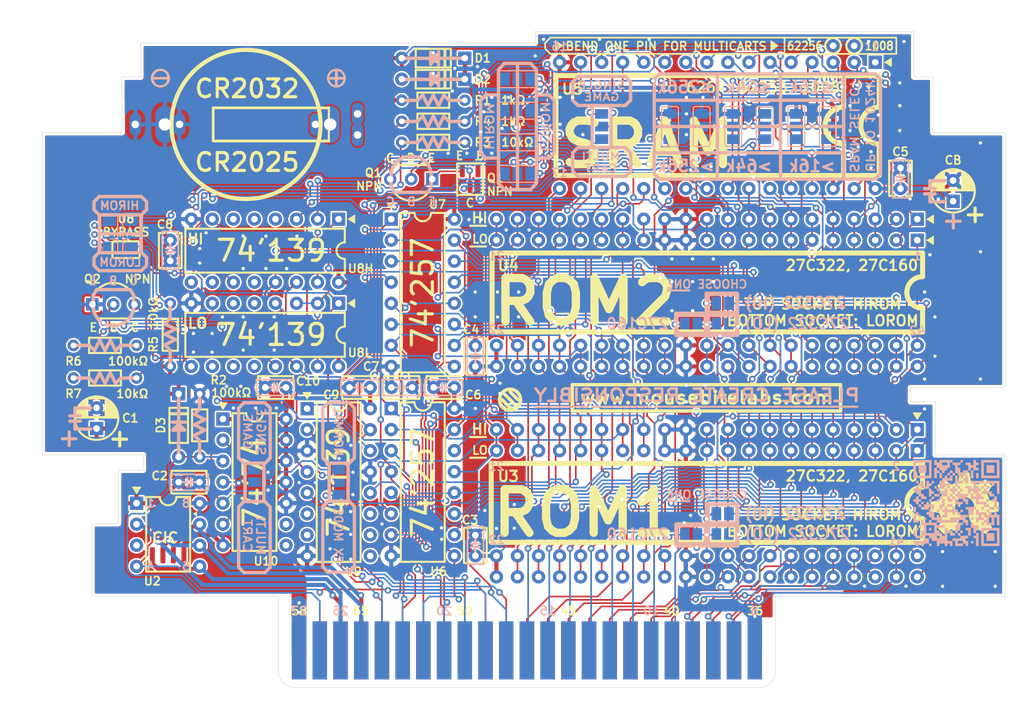
<source format=kicad_pcb>
(kicad_pcb (version 20240108) (generator "pcbnew") (generator_version "8.0")
  (layers (0 "F.Cu" signal) (31 "B.Cu" signal) (34 "B.Paste" user) (35 "F.Paste" user) (36 "B.SilkS" user "B.Silkscreen") (37 "F.SilkS" user "F.Silkscreen") (38 "B.Mask" user) (39 "F.Mask" user) (44 "Edge.Cuts" user))
  (net 0 "")
  (net 1 "GND")
  (net 2 "+5V")
  (net 3 "+VSW")
  (net 4 "Net-(D2-A)")
  (net 5 "Net-(Q2-B)")
  (net 6 "Net-(B1-+)")
  (net 7 "/MULTI")
  (net 8 "/~{RESET}")
  (net 10 "Net-(Q1A1-B)")
  (net 11 "/A_{15}")
  (net 12 "Net-(Q2-C)")
  (net 13 "Net-(SJ1-A)")
  (net 14 "Net-(SJ4-A)")
  (net 15 "/A_{13}")
  (net 16 "/A_{14}")
  (net 17 "Net-(SJ4-C)")
  (net 18 "Net-(SJ6-C)")
  (net 19 "/BA_{6}")
  (net 20 "Net-(SJ13-A)")
  (net 21 "/BA_{5}")
  (net 22 "Net-(SJ14-A)")
  (net 23 "/RAM.~{CE}_{HI}")
  (net 24 "Net-(SJ15-A)")
  (net 25 "Net-(SJ10-C)")
  (net 29 "Net-(U6E-~{OE})")
  (net 30 "/~{ROMSEL}_{LO}")
  (net 31 "/~{ROMSEL}")
  (net 32 "/RAM.~{CE}_{LO}")
  (net 33 "/Q_{5}")
  (net 34 "Net-(U8H1A-O3)")
  (net 35 "/D_{7}")
  (net 36 "/Q_{12}")
  (net 37 "/Q_{7}")
  (net 38 "/D_{6}")
  (net 39 "/Q_{6}")
  (net 40 "/Q_{14}")
  (net 41 "/A_{0}")
  (net 42 "/Q_{13}")
  (net 43 "/Q_{4}")
  (net 44 "/D_{4}")
  (net 45 "/D_{5}")
  (net 46 "/Q_{15}")
  (net 47 "/Q_{10}")
  (net 48 "/Q_{2}")
  (net 49 "/Q_{0}")
  (net 50 "/D_{3}")
  (net 51 "/D_{0}")
  (net 52 "/Q_{8}")
  (net 53 "/Q_{11}")
  (net 54 "/Q_{1}")
  (net 55 "/D_{1}")
  (net 56 "/Q_{3}")
  (net 57 "/Q_{9}")
  (net 58 "/D_{2}")
  (net 62 "/ROM.~{CE}_{0}")
  (net 64 "/ROM.~{CE}_{1}")
  (net 66 "/~{RD}")
  (net 71 "/RAM/~{CE}_{SRAM}")
  (net 74 "Net-(U8L1A-O0)")
  (net 80 "/ROM/SEL_{0}")
  (net 81 "/ROM/SEL_{1}")
  (net 82 "/RAM/RA_{11}")
  (net 83 "/RAM/RA_{12}")
  (net 84 "/RAM/RA_{13}")
  (net 85 "/RAM/RA_{14}")
  (net 86 "/RAM.~{CE}")
  (net 87 "/RAM/RA_{15}")
  (net 88 "/BA_{7}")
  (net 89 "/RAM/RA_{16}")
  (net 90 "/A_{3}")
  (net 91 "/A_{5}")
  (net 92 "/A_{7}")
  (net 93 "/~{IRQ}")
  (net 94 "/CIC.D_{1}")
  (net 95 "/BA_{2}")
  (net 96 "Net-(U10A-D)")
  (net 97 "/BA_{4}")
  (net 98 "/BA_{0}")
  (net 99 "/A_{10}")
  (net 100 "/A_{1}")
  (net 101 "/CIC.RST")
  (net 102 "/BA_{1}")
  (net 103 "/A_{2}")
  (net 104 "/A_{6}")
  (net 105 "/BA_{3}")
  (net 106 "/A_{4}")
  (net 107 "/~{WR}")
  (net 108 "/A_{8}")
  (net 109 "/CIC.CLK")
  (net 110 "/A_{11}")
  (net 111 "/A_{12}")
  (net 112 "/CIC.D_{0}")
  (net 113 "/A_{9}")
  (footprint "Bucketmouse:C_THT" (layer "F.Cu") (at 134.239 112.268 180)
    (property "Reference" "C6")
    (property "Value" "0.1u")
  )
  (footprint "Bucketmouse:DIP-42_W15.24mm" (layer "F.Cu") (at 190.119 91.948 -90)
    (property "Reference" "U4H" (hide yes))
    (property "Value" "27C322")
  )
  (footprint "Bucketmouse:DIP-8_W7.62mm" (layer "F.Cu") (at 95.885 126.238)
    (property "Reference" "U2B" (hide yes))
    (property "Value" "PIC12F629")
  )
  (footprint "Bucketmouse:DIODE_THT_SMT" (layer "F.Cu") (at 135.509 72.517 180)
    (property "Reference" "D1")
    (property "Value" "D")
  )
  (footprint "Bucketmouse:DIP-42_W15.24mm" (layer "F.Cu") (at 190.119 94.488 -90)
    (property "Reference" "U4L" (hide yes))
    (property "Value" "27C322")
  )
  (footprint "Bucketmouse:DIP-16_W7.62mm" (layer "F.Cu") (at 120.269 102.108 -90)
    (property "Reference" "U8L" (hide yes))
    (property "Value" "74LS139")
  )
  (footprint "Bucketmouse:C_THT" (layer "F.Cu") (at 136.779 109.728 90)
    (property "Reference" "C4")
    (property "Value" "0.1u")
  )
  (footprint "Bucketmouse:TestPoint_THTPad_D1.5mm_Drill0.7mm" (layer "F.Cu") (at 179.95 71.025)
    (property "Reference" "TP14" (hide yes))
    (property "Value" "TPB1,27")
  )
  (footprint "Bucketmouse:TO-92L_Inline_Wide" (layer "F.Cu") (at 90.551 102.235)
    (property "Reference" "Q2")
    (property "Value" "2N3904")
  )
  (footprint "Bucketmouse:THT_SMT_0803" (layer "F.Cu") (at 88.265 107.188)
    (property "Reference" "R6")
    (property "Value" "100k")
  )
  (footprint "Package_SO:SOIC-8_3.9x4.9mm_P1.27mm" (layer "F.Cu") (at 99.695 130.048 -90)
    (property "Reference" "U2A" (hide yes))
    (property "Value" "PIC12F629")
  )
  (footprint "Bucketmouse:THT_SMT_0803" (layer "F.Cu") (at 103.505 113.03 -90)
    (property "Reference" "R2")
    (property "Value" "100k")
  )
  (footprint "Bucketmouse:C_THT" (layer "F.Cu") (at 113.919 112.268 180)
    (property "Reference" "C10")
    (property "Value" "0.1u")
  )
  (footprint "Bucketmouse:THT_SMT_0803" (layer "F.Cu") (at 127.889 80.137)
    (property "Reference" "R4")
    (property "Value" "10k")
  )
  (footprint "Bucketmouse:DIP-16_W7.62mm" (layer "F.Cu") (at 126.619 114.808)
    (property "Reference" "U6")
    (property "Value" "74CBTLV3257")
  )
  (footprint "Bucketmouse:SJ" (layer "F.Cu") (at 94.615 95.631)
    (property "Reference" "SJ1" (hide yes))
    (property "Value" "Jumper_2_Open")
  )
  (footprint "Bucketmouse:THT_SMT_0803" (layer "F.Cu") (at 95.885 111.125 180)
    (property "Reference" "R7")
    (property "Value" "10k")
  )
  (footprint "Bucketmouse:DIODE_THT_SMT" (layer "F.Cu") (at 135.509 75.057 180)
    (property "Reference" "D2")
    (property "Value" "D")
  )
  (footprint "Bucketmouse:C_THT" (layer "F.Cu") (at 129.139 112.268 180)
    (property "Reference" "C7")
    (property "Value" "0.1u")
  )
  (footprint "Bucketmouse:THT_SMT_0803" (layer "F.Cu") (at 99.949 102.108 -90)
    (property "Reference" "R5")
    (property "Value" "10k")
  )
  (footprint "Bucketmouse:DIP-42_W15.24mm" (layer "F.Cu") (at 190.119 119.888 -90)
    (property "Reference" "U3L" (hide yes))
    (property "Value" "27C322")
  )
  (footprint "LOGO" (layer "F.Cu") (at 195.834 126.238)
    (property "Reference" "G***" (hide yes))
    (property "Value" "LOGO" (hide yes))
  )
  (footprint "Bucketmouse:TO-92L_Inline_Wide" (layer "F.Cu") (at 131.572 87.122 180)
    (property "Reference" "Q1A" (hide yes))
    (property "Value" "2N3904")
  )
  (footprint "Bucketmouse:DIODE_THT_SMT" (layer "F.Cu") (at 100.965 113.03 -90)
    (property "Reference" "D3")
    (property "Value" "D")
  )
  (footprint "Bucketmouse:DIP-16_W7.62mm" (layer "F.Cu") (at 126.619 91.948)
    (property "Reference" "U7")
    (property "Value" "74CBTLV3257")
  )
  (footprint "Bucketmouse:DIP-42_W15.24mm" (layer "F.Cu") (at 190.119 117.348 -90)
    (property "Reference" "U3H" (hide yes))
    (property "Value" "27C322")
  )
  (footprint "Bucketmouse:C_THT" (layer "F.Cu") (at 99.949 94.488 -90)
    (property "Reference" "C8")
    (property "Value" "0.1u")
  )
  (footprint "Bucketmouse:C_THT" (layer "F.Cu") (at 188.087 88.265 90)
    (property "Reference" "C5")
    (property "Value" "0.1u")
  )
  (footprint "Bucketmouse:TestPoint_THTPad_D1.5mm_Drill0.7mm" (layer "F.Cu") (at 182.5 71.025)
    (property "Reference" "TP16" (hide yes))
    (property "Value" "TPB1,27")
  )
  (footprint "Bucketmouse:DIP-32_W15.24mm" (layer "F.Cu") (at 185.039 73.025 -90)
    (property "Reference" "U5" (hide yes))
    (property "Value" "AS6C1008")
  )
  (footprint "Bucketmouse:COIN_CELL" (layer "F.Cu") (at 109.093 80.518)
    (property "Reference" "B1" (hide yes))
    (property "Value" "CR2025")
  )
  (footprint "Bucketmouse:DIP-14_W7.62mm" (layer "F.Cu") (at 106.309 116.073)
    (property "Reference" "U10")
    (property "Value" "74HC74")
  )
  (footprint "Bucketmouse:THT_SMT_0803" (layer "F.Cu") (at 127.889 82.677)
    (property "Reference" "R3")
    (property "Value" "10k")
  )
  (footprint "Bucketmouse:CP_Radial_D5.0mm_P2.50mm" (layer "F.Cu") (at 91.059 117.221 90)
    (property "Reference" "C1")
    (property "Value" "22u")
  )
  (footprint "Bucketmouse:DIP-16_W7.62mm" (layer "F.Cu") (at 116.469 114.823)
    (property "Reference" "U9")
    (property "Value" "74LS139")
  )
  (footprint "Bucketmouse:SOT-23" (layer "F.Cu") (at 136.144 87.122 -90)
    (property "Reference" "Q1B" (hide yes))
    (property "Value" "MMBT3904")
  )
  (footprint "Bucketmouse:C_THT" (layer "F.Cu") (at 124.079 112.268 180)
    (property "Reference" "C9")
    (property "Value" "0.1u")
  )
  (footprint "Bucketmouse:DIP-16_W7.62mm" (layer "F.Cu") (at 120.269 91.948 -90)
    (property "Reference" "U8H" (hide yes))
    (property "Value" "74LS139")
  )
  (footprint "Bucketmouse:C_THT" (layer "F.Cu") (at 100.965 123.698)
    (property "Reference" "C2")
    (property "Value" "0.1u")
  )
  (footprint "Bucketmouse:CP_Radial_D5.0mm_P2.50mm" (layer "F.Cu") (at 194.437 89.789 90)
    (property "Reference" "CB")
    (property "Value" "22u")
  )
  (footprint "Bucketmouse:Cart_Edge_SNES_Standard" (layer "F.Cu") (at 143 144)
    (property "Reference" "P1" (hide yes))
    (property "Value" "SNES_Cartridge")
    (fp_line (start -30 -6.5) (end -32.75 -6.5) (stroke (width 0.05)) (layer "Edge.Cuts"))
    (fp_line (start -30 2.4) (end -30 -6.5) (stroke (width 0.05)) (layer "Edge.Cuts"))
    (fp_line (start -28 4.5) (end 28 4.5) (stroke (width 0.05)) (layer "Edge.Cuts"))
    (fp_line (start 30 -6.5) (end 32.75 -6.5) (stroke (width 0.05)) (layer "Edge.Cuts"))
    (fp_line (start 30 2.4) (end 30 -6.5) (stroke (width 0.05)) (layer "Edge.Cuts"))
    (fp_arc (start -28 4.5) (mid -29.434923 3.864213) (end -30 2.4) (stroke (width 0.05)) (layer "Edge.Cuts"))
    (fp_arc (start 30 2.4) (mid 29.434924 3.864214) (end 28 4.5) (stroke (width 0.05)) (layer "Edge.Cuts"))
  )
  (footprint "Bucketmouse:THT_SMT_0803" (layer "F.Cu") (at 135.509 77.597 180)
    (property "Reference" "R1")
    (property "Value" "1k")
  )
  (footprint "Bucketmouse:C_THT" (layer "F.Cu") (at 136.779 132.588 90)
    (property "Reference" "C3")
    (property "Value" "0.1u")
  )
  (footprint "Bucketmouse:SJ" (layer "B.Cu") (at 162.814 104.648)
    (property "Reference" "SJ20" (hide yes))
    (property "Value" "Jumper_2_Open")
  )
  (footprint "Bucketmouse:SJ_2" (layer "B.Cu") (at 175.514 80.772 90)
    (property "Reference" "SJ12" (hide yes))
    (property "Value" "Jumper_3_Open")
  )
  (footprint "Bucketmouse:SJ_2" (layer "B.Cu") (at 171.704 80.772 90)
    (property "Reference" "SJ13" (hide yes))
    (property "Value" "Jumper_3_Open")
  )
  (footprint "Bucketmouse:SJ" (layer "B.Cu") (at 166.624 130.048 180)
    (property "Reference" "SJ18" (hide yes))
    (property "Value" "Jumper_2_Open")
  )
  (footprint "Bucketmouse:SJ" (layer "B.Cu") (at 162.814 130.048)
    (property "Reference" "SJ17" (hide yes))
    (property "Value" "Jumper_2_Open")
  )
  (footprint "Bucketmouse:SJ_2" (layer "B.Cu") (at 141.859 86.487 180)
    (property "Reference" "SJ7" (hide yes))
    (property "Value" "Jumper_3_Open")
  )
  (footprint "Bucketmouse:SJ_2" (layer "B.Cu") (at 160.274 80.772 90)
    (property "Reference" "SJ16" (hide yes))
    (property "Value" "Jumper_3_Open")
  )
  (footprint "Bucketmouse:SJ_2" (layer "B.Cu") (at 164.084 80.772 90)
    (property "Reference" "SJ15" (hide yes))
    (property "Value" "Jumper_3_Open")
  )
  (footprint "Bucketmouse:SJ_2" (layer "B.Cu") (at 92.583 93.726 90)
    (property "Reference" "SJ2" (hide yes))
    (property "Value" "Jumper_3_Open")
  )
  (footprint "Bucketmouse:SJ_2" (layer "B.Cu") (at 179.324 80.772 90)
    (property "Reference" "SJ11" (hide yes))
    (property "Value" "Jumper_3_Open")
  )
  (footprint "Bucketmouse:SJ_2" (layer "B.Cu") (at 120.269 123.698 -90)
    (property "Reference" "SJ4" (hide yes))
    (property "Value" "Jumper_3_Open")
  )
  (footprint "Bucketmouse:SJ" (layer "B.Cu") (at 166.624 127.508)
    (property "Reference" "SJ19" (hide yes))
    (property "Value" "Jumper_2_Open")
  )
  (footprint "LOGO" (layer "B.Cu") (at 109.093 80.518 180)
    (property "Reference" "G***" (hide yes))
    (property "Value" "LOGO" (hide yes))
  )
  (footprint "Bucketmouse:SJ" (layer "B.Cu") (at 166.624 104.648 180)
    (property "Reference" "SJ21" (hide yes))
    (property "Value" "Jumper_2_Open")
  )
  (footprint "Bucketmouse:SJ_2" (layer "B.Cu") (at 152.019 80.772 -90)
    (property "Reference" "SJ6" (hide yes))
    (property "Value" "Jumper_3_Open")
  )
  (footprint "Bucketmouse:SJ_2" (layer "B.Cu") (at 167.894 80.772 90)
    (property "Reference" "SJ14" (hide yes))
    (property "Value" "Jumper_3_Open")
  )
  (footprint "Bucketmouse:SJ" (layer "B.Cu") (at 166.624 102.108)
    (property "Reference" "SJ22" (hide yes))
    (property "Value" "Jumper_2_Open")
  )
  (footprint "LOGO" (layer "B.Cu") (at 194.818 126.238 180)
    (property "Reference" "G***" (hide yes))
    (property "Value" "LOGO" (hide yes))
  )
  (footprint "Bucketmouse:SJ_2" (layer "B.Cu") (at 141.859 75.057 180)
    (property "Reference" "SJ10" (hide yes))
    (property "Value" "Jumper_3_Open")
  )
  (footprint "Bucketmouse:SJ_2" (layer "B.Cu") (at 141.859 82.677 180)
    (property "Reference" "SJ8" (hide yes))
    (property "Value" "Jumper_3_Open")
  )
  (footprint "Bucketmouse:SJ_2" (layer "B.Cu") (at 110.109 123.698 -90)
    (property "Reference" "SJ5" (hide yes))
    (property "Value" "Jumper_3_Open")
  )
  (footprint "Bucketmouse:SJ_2" (layer "B.Cu") (at 141.859 78.867 180)
    (property "Reference" "SJ9" (hide yes))
    (property "Value" "Jumper_3_Open")
  )
  (footprint "Bucketmouse:SJ_2" (layer "B.Cu") (at 95.25 93.726 90)
    (property "Reference" "SJ3" (hide yes))
    (property "Value" "Jumper_3_Open")
  )
  (gr_line (start 120.549 113.2455) (end 120.549 111.308) (stroke (width 0.2032)) (layer "B.SilkS"))
  (gr_line (start 100.258562 117.4115) (end 100.417312 117.4115) (stroke (width 0.4064)) (layer "B.SilkS"))
  (gr_line (start 125.6115 111.308) (end 130.174 111.308) (stroke (width 0.2032)) (layer "B.SilkS"))
  (gr_line (start 108.839 114.1095) (end 111.379 114.1095) (stroke (width 0.4064)) (layer "B.SilkS"))
  (gr_line (start 136.779 130.0645) (end 136.779 131.136063) (stroke (width 0.254)) (layer "B.SilkS"))
  (gr_line (start 127 88.7095) (end 131.064 88.7095) (stroke (width 0.4064)) (layer "B.SilkS"))
  (gr_line (start 132.334 78.251844) (end 132.969 76.981844) (stroke (width 0.4064)) (layer "B.SilkS"))
  (gr_line (start 132.334 73.330594) (end 132.334 71.743094) (stroke (width 0.4064)) (layer "B.SilkS"))
  (gr_line (start 127.690562 112.268) (end 127.690562 111.752063) (stroke (width 0.254)) (layer "B.SilkS"))
  (gr_line (start 143.4465 88.392) (end 144.145 87.63) (stroke (width 0.4064)) (layer "B.SilkS"))
  (gr_line (start 181.229 83.947) (end 181.229 87.122) (stroke (width 0.4064)) (layer "B.SilkS"))
  (gr_line (start 144.145 84.455) (end 144.145 87.63) (stroke (width 0.4064)) (layer "B.SilkS"))
  (gr_line (start 168.402 126.365) (end 164.719 126.365) (stroke (width 0.5)) (layer "B.SilkS"))
  (gr_line (start 112.847437 112.268) (end 112.847437 111.752063) (stroke (width 0.254)) (layer "B.SilkS"))
  (gr_line (start 93.98 111.125) (end 93.345 111.76) (stroke (width 0.4064)) (layer "B.SilkS"))
  (gr_line (start 124.079 112.268) (end 123.007437 112.268) (stroke (width 0.254)) (layer "B.SilkS"))
  (gr_line (start 88.4555 117.2845) (end 90.3605 117.2845) (stroke (width 0.4064)) (layer "B.SilkS"))
  (gr_line (start 191.643 89.8525) (end 191.643 88.9) (stroke (width 0.4064)) (layer "B.SilkS"))
  (gr_line (start 140.2715 73.152) (end 141.859 73.152) (stroke (width 0.4064)) (layer "B.SilkS"))
  (gr_line (start 102.015925 123.698) (end 102.015925 124.213938) (stroke (width 0.254)) (layer "B.SilkS"))
  (gr_line (start 133.604 80.156844) (end 135.509 80.156844) (stroke (width 0.4064)) (layer "B.SilkS"))
  (gr_line (start 164.9984 131.1148) (end 164.4142 131.1148) (stroke (width 0.1)) (layer "B.SilkS"))
  (gr_line (start 136.779 107.243562) (end 136.779 108.315125) (stroke (width 0.254)) (layer "B.SilkS"))
  (gr_line (start 122.174 114.7445) (end 122.174 120.777) (stroke (width 0.4064)) (layer "B.SilkS"))
  (gr_line (start 121.539 112.268) (end 122.610562 112.268) (stroke (width 0.254)) (layer "B.SilkS"))
  (gr_line (start 136.779 108.315125) (end 136.263062 108.315125) (stroke (width 0.254)) (layer "B.SilkS"))
  (gr_line (start 188.087 86.868) (end 187.571062 86.868) (stroke (width 0.254)) (layer "B.SilkS"))
  (gr_line (start 118.364 120.777) (end 118.364 114.7445) (stroke (width 0.4064)) (layer "B.SilkS"))
  (gr_line (start 100.924 93.432) (end 100.924 97.9945) (stroke (width 0.2032)) (layer "B.SilkS"))
  (gr_line (start 93.98 107.188) (end 93.345 107.823) (stroke (width 0.4064)) (layer "B.SilkS"))
  (gr_line (start 164.719 126.365) (end 164.719 131.3561) (stroke (width 0.5)) (layer "B.SilkS"))
  (gr_line (start 90.805 111.76) (end 90.17 111.125) (stroke (width 0.4064)) (layer "B.SilkS"))
  (gr_line (start 138.049 76.962) (end 139.573 76.962) (stroke (width 0.4064)) (layer "B.SilkS"))
  (gr_line (start 90.17 107.188) (end 88.265 107.188) (stroke (width 0.4064)) (layer "B.SilkS"))
  (gr_line (start 95.885 107.188) (end 93.98 107.188) (stroke (width 0.4064)) (layer "B.SilkS"))
  (gr_line (start 129.794 80.156844) (end 130.429 79.521844) (stroke (width 0.4064)) (layer "B.SilkS"))
  (gr_line (start 108.966 125.9078) (end 108.204 126.6698) (stroke (width 0.4064)) (layer "B.SilkS"))
  (gr_line (start 92.71 110.49) (end 92.075 111.76) (stroke (width 0.4064)) (layer "B.SilkS"))
  (gr_line (start 136.779 131.136063) (end 136.263063 131.136063) (stroke (width 0.254)) (layer "B.SilkS"))
  (gr_line (start 150.749 83.312) (end 149.1615 83.312) (stroke (width 0.4064)) (layer "B.SilkS"))
  (gr_line (start 91.3765 95.9485) (end 90.7415 96.5835) (stroke (width 0.4064)) (layer "B.SilkS"))
  (gr_line (start 148.5265 86.1695) (end 149.1615 86.8045) (stroke (width 0.4064)) (layer "B.SilkS"))
  (gr_line (start 150.876 83.312) (end 150.876 78.232) (stroke (width 0.4064)) (layer "B.SilkS"))
  (gr_line (start 99.949 94.4245) (end 99.949 95.496063) (stroke (width 0.254)) (layer "B.SilkS"))
  (gr_line (start 88.4555 114.7445) (end 88.4555 115.697) (stroke (width 0.4064)) (layer "B.SilkS"))
  (gr_arc (start 128.905 84.3915) (mid 130.595849 84.881449) (end 131.445 86.4235) (stroke (width 0.4064)) (layer "B.SilkS"))
  (gr_line (start 112.847437 112.268) (end 112.847437 112.783938) (stroke (width 0.254)) (layer "B.SilkS"))
  (gr_line (start 90.17 111.125) (end 88.265 111.125) (stroke (width 0.4064)) (layer "B.SilkS"))
  (gr_line (start 131.445 86.36) (end 131.445 88.011) (stroke (width 0.4064)) (layer "B.SilkS"))
  (gr_circle (center 120.015 74.93) (end 119.015 74.93) (stroke (width 0.25)) (fill none) (layer "B.SilkS"))
  (gr_line (start 122.174 120.777) (end 121.539 121.412) (stroke (width 0.4064)) (layer "B.SilkS"))
  (gr_line (start 91.3765 98.171) (end 90.7415 97.536) (stroke (width 0.4064)) (layer "B.SilkS"))
  (gr_line (start 158.369 83.947) (end 158.369 80.772) (stroke (width 0.4064)) (layer "B.SilkS"))
  (gr_line (start 136.779 132.6045) (end 136.779 131.532938) (stroke (width 0.254)) (layer "B.SilkS"))
  (gr_line (start 135.799 110.801062) (end 135.799 106.238562) (stroke (width 0.2032)) (layer "B.SilkS"))
  (gr_line (start 135.2365 111.308) (end 135.2365 113.2455) (stroke (width 0.2032)) (layer "B.SilkS"))
  (gr_line (start 126.619 86.4235) (end 126.619 88.0745) (stroke (width 0.4064)) (layer "B.SilkS"))
  (gr_line (start 93.218 104.775) (end 92.964 104.775) (stroke (width 0.4064)) (layer "B.SilkS"))
  (gr_line (start 165.989 87.122) (end 159.004 87.122) (stroke (width 0.4064)) (layer "B.SilkS"))
  (gr_line (start 148.5265 77.597) (end 148.5265 75.3745) (stroke (width 0.4064)) (layer "B.SilkS"))
  (gr_line (start 131.3815 74.521219) (end 131.3815 75.791219) (stroke (width 0.4064)) (layer "B.SilkS"))
  (gr_line (start 141.859 88.392) (end 143.4465 88.392) (stroke (width 0.4064)) (layer "B.SilkS"))
  (gr_line (start 159.9946 100.5586) (end 162.5854 100.5586) (stroke (width 0.254)) (layer "B.SilkS"))
  (gr_line (start 168.402 128.778) (end 161.036 128.778) (stroke (width 0.5)) (layer "B.SilkS"))
  (gr_line (start 130.429 79.521844) (end 131.064 80.791844) (stroke (width 0.4064)) (layer "B.SilkS"))
  (gr_line (start 111.379 121.412) (end 108.839 121.412) (stroke (width 0.4064)) (layer "B.SilkS"))
  (gr_line (start 127.690562 112.268) (end 127.690562 112.783938) (stroke (width 0.254)) (layer "B.SilkS"))
  (gr_line (start 87.8205 116.332) (end 88.4555 116.332) (stroke (width 0.4064)) (layer "B.SilkS"))
  (gr_line (start 131.064 78.251844) (end 131.699 76.981844) (stroke (width 0.4064)) (layer "B.SilkS"))
  (gr_line (start 99.937093 107.7595) (end 99.302093 107.1245) (stroke (width 0.4064)) (layer "B.SilkS"))
  (gr_line (start 132.770562 112.268) (end 132.770562 112.783938) (stroke (width 0.254)) (layer "B.SilkS"))
  (gr_line (start 125.1115 113.2455) (end 120.549 113.2455) (stroke (width 0.2032)) (layer "B.SilkS"))
  (gr_line (start 122.610562 112.268) (end 122.610562 111.752063) (stroke (width 0.254)) (layer "B.SilkS"))
  (gr_line (start 149.1615 78.232) (end 148.5265 77.597) (stroke (width 0.4064)) (layer "B.SilkS"))
  (gr_line (start 102.858093 118.0465) (end 104.128093 117.4115) (stroke (width 0.4064)) (layer "B.SilkS"))
  (gr_line (start 130.174 113.2455) (end 125.6115 113.2455) (stroke (width 0.2032)) (layer "B.SilkS"))
  (gr_line (start 108.204 120.777) (end 108.204 114.7445) (stroke (width 0.4064)) (layer "B.SilkS"))
  (gr_line (start 112.014 114.7445) (end 112.014 120.777) (stroke (width 0.4064)) (layer "B.SilkS"))
  (gr_line (start 188.087 85.796437) (end 188.087 86.868) (stroke (width 0.254)) (layer "B.SilkS"))
  (gr_line (start 90.3605 114.7445) (end 88.4555 114.7445) (stroke (width 0.4064)) (layer "B.SilkS"))
  (gr_line (start 168.402 126.4412) (end 168.402 131.3561) (stroke (width 0.5)) (layer "B.SilkS"))
  (gr_line (start 165.047395 105.589605) (end 164.6936 105.93705) (stroke (width 0.1)) (layer "B.SilkS"))
  (gr_line (start 168.3766 100.94595) (end 164.6936 100.94595) (stroke (width 0.5)) (layer "B.SilkS"))
  (gr_line (start 148.5265 83.947) (end 148.5265 86.1695) (stroke (width 0.4064)) (layer "B.SilkS"))
  (gr_line (start 130.674 113.2455) (end 130.674 111.308) (stroke (width 0.2032)) (layer "B.SilkS"))
  (gr_line (start 128.087437 112.268) (end 128.087437 112.783938) (stroke (width 0.254)) (layer "B.SilkS"))
  (gr_line (start 108.966 121.539) (end 108.204 120.777) (stroke (width 0.4064)) (layer "B.SilkS"))
  (gr_line (start 168.3766 103.35895) (end 161.0106 103.35895) (stroke (width 0.5)) (layer "B.SilkS"))
  (gr_line (start 101.687312 117.4115) (end 100.972937 116.697125) (stroke (width 0.4064)) (layer "B.SilkS"))
  (gr_line (start 131.064 88.7095) (end 131.445 88.0745) (stroke (width 0.4064)) (layer "B.SilkS"))
  (gr_line (start 135.819 129.032) (end 137.7565 129.032) (stroke (width 0.2032)) (layer "B.SilkS"))
  (gr_line (start 145.669 84.582) (end 146.304 83.947) (stroke (width 0.4064)) (layer "B.SilkS"))
  (gr_line (start 136.779 131.136063) (end 137.294938 131.136063) (stroke (width 0.254)) (layer "B.SilkS"))
  (gr_line (start 100.572093 106.4895) (end 99.302093 105.8545) (stroke (width 0.4064)) (layer "B.SilkS"))
  (gr_line (start 155.5115 83.947) (end 154.8765 83.312) (stroke (width 0.4064)) (layer "B.SilkS"))
  (gr_line (start 187.1195 89.376437) (end 187.1195 84.813937) (stroke (width 0.2032)) (layer "B.SilkS"))
  (gr_arc (start 126.619 86.4235) (mid 127.468171 84.881479) (end 129.159 84.3915) (stroke (width 0.4064)) (layer "B.SilkS"))
  (gr_line (start 112.450562 112.268) (end 112.450562 112.783938) (stroke (width 0.254)) (layer "B.SilkS"))
  (gr_line (start 188.087 86.868) (end 188.602937 86.868) (stroke (width 0.254)) (layer "B.SilkS"))
  (gr_line (start 165.989 74.422) (end 165.989 87.122) (stroke (width 0.4064)) (layer "B.SilkS"))
  (gr_line (start 91.3765 96.012) (end 91.3765 91.44) (stroke (width 0.4064)) (layer "B.SilkS"))
  (gr_line (start 139.573 76.962) (end 139.573 73.914) (stroke (width 0.4064)) (layer "B.SilkS"))
  (gr_line (start 111.379 112.268) (end 112.450562 112.268) (stroke (width 0.254)) (layer "B.SilkS"))
  (gr_line (start 131.3815 74.521219) (end 131.699 75.156219) (stroke (width 0.4064)) (layer "B.SilkS"))
  (gr_line (start 125.1115 111.308) (end 125.1115 113.2455) (stroke (width 0.2032)) (layer "B.SilkS"))
  (gr_line (start 103.484363 123.698) (end 102.4128 123.698) (stroke (width 0.254)) (layer "B.SilkS"))
  (gr_line (start 144.145 84.582) (end 145.669 84.582) (stroke (width 0.4064)) (layer "B.SilkS"))
  (gr_line (start 112.014 133.9723) (end 112.014 126.6698) (stroke (width 0.4064)) (layer "B.SilkS"))
  (gr_line (start 130.674 111.308) (end 135.2365 111.308) (stroke (width 0.2032)) (layer "B.SilkS"))
  (gr_line (start 137.7565 133.5945) (end 135.819 133.5945) (stroke (width 0.2032)) (layer "B.SilkS"))
  (gr_line (start 185.674 75.057) (end 185.674 86.487) (stroke (width 0.4064)) (layer "B.SilkS"))
  (gr_line (start 143.891 114.5921) (end 182.88 114.5921) (stroke (width 0.254)) (layer "B.SilkS"))
  (gr_line (start 90.805 107.823) (end 90.17 107.188) (stroke (width 0.4064)) (layer "B.SilkS"))
  (gr_line (start 132.334 75.870594) (end 132.334 74.283094) (stroke (width 0.4064)) (layer "B.SilkS"))
  (gr_line (start 159.004 87.122) (end 158.369 86.487) (stroke (width 0.4064)) (layer "B.SilkS"))
  (gr_line (start 191.643 88.265) (end 191.643 87.3125) (stroke (width 0.4064)) (layer "B.SilkS"))
  (gr_line (start 168.3766 105.93705) (end 161.0106 105.93705) (stroke (width 0.5)) (layer "B.SilkS"))
  (gr_line (start 132.969 82.061844) (end 133.604 82.696844) (stroke (width 0.4064)) (layer "B.SilkS"))
  (gr_line (start 96.4565 95.9485) (end 97.0915 96.5835) (stroke (width 0.4064)) (layer "B.SilkS"))
  (gr_line (start 98.9865 97.9945) (end 98.9865 93.432) (stroke (width 0.2032)) (layer "B.SilkS"))
  (gr_line (start 128.905 84.3915) (end 129.159 84.3915) (stroke (width 0.4064)) (layer "B.SilkS"))
  (gr_line (start 99.949 95.496063) (end 99.433062 95.496063) (stroke (width 0.254)) (layer "B.SilkS"))
  (gr_line (start 158.369 80.772) (end 181.229 80.772) (stroke (width 0.4064)) (layer "B.SilkS"))
  (gr_line (start 99.937093 103.9495) (end 99.937093 102.0445) (stroke (width 0.4064)) (layer "B.SilkS"))
  (gr_line (start 154.8765 86.8045) (end 155.5115 86.1695) (stroke (width 0.4064)) (layer "B.SilkS"))
  (gr_line (start 144.145 73.914) (end 144.145 76.962) (stroke (width 0.4064)) (layer "B.SilkS"))
  (gr_line (start 118.364 126.6317) (end 118.364 133.9342) (stroke (width 0.4064)) (layer "B.SilkS"))
  (gr_line (start 129.794 82.696844) (end 130.429 82.061844) (stroke (width 0.4064)) (layer "B.SilkS"))
  (gr_line (start 97.0915 97.536) (end 96.4565 98.171) (stroke (width 0.4064)) (layer "B.SilkS"))
  (gr_line (start 102.858093 116.7765) (end 104.128093 116.1415) (stroke (width 0.4064)) (layer "B.SilkS"))
  (gr_line (start 131.699 112.268) (end 132.770562 112.268) (stroke (width 0.254)) (layer "B.SilkS"))
  (gr_line (start 136.779 108.712) (end 136.263062 108.712) (stroke (width 0.254)) (layer "B.SilkS"))
  (gr_circle (center 98.806 74.93) (end 97.806 74.93) (stroke (width 0.25)) (fill none) (layer "B.SilkS"))
  (gr_line (start 97.0915 96.5835) (end 97.0915 97.536) (stroke (width 0.4064)) (layer "B.SilkS"))
  (gr_line (start 136.779 109.783562) (end 136.779 108.712) (stroke (width 0.254)) (layer "B.SilkS"))
  (gr_line (start 88.4555 115.697) (end 89.0905 115.697) (stroke (width 0.4064)) (layer "B.SilkS"))
  (gr_line (start 99.949 95.496063) (end 100.464937 95.496063) (stroke (width 0.254)) (layer "B.SilkS"))
  (gr_line (start 136.779 131.532938) (end 137.294938 131.532938) (stroke (width 0.254)) (layer "B.SilkS"))
  (gr_line (start 137.414 83.947) (end 138.049 84.582) (stroke (width 0.4064)) (layer "B.SilkS"))
  (gr_line (start 192.278 88.265) (end 191.643 88.265) (stroke (width 0.4064)) (layer "B.SilkS"))
  (gr_line (start 187.1195 84.813937) (end 189.057 84.813937) (stroke (width 0.2032)) (layer "B.SilkS"))
  (gr_line (start 99.302093 107.1245) (end 100.572093 106.4895) (stroke (width 0.4064)) (layer "B.SilkS"))
  (gr_line (start 131.3815 74.362469) (end 131.3815 74.521219) (stroke (width 0.4064)) (layer "B.SilkS"))
  (gr_line (start 173.609 74.422) (end 173.609 87.122) (stroke (width 0.4064)) (layer "B.SilkS"))
  (gr_line (start 185.674 86.487) (end 185.039 87.122) (stroke (width 0.4064)) (layer "B.SilkS"))
  (gr_line (start 139.573 84.582) (end 139.573 76.962) (stroke (width 0.4064)) (layer "B.SilkS"))
  (gr_line (start 188.087 87.264875) (end 187.571062 87.264875) (stroke (width 0.254)) (layer "B.SilkS"))
  (gr_line (start 92.075 107.823) (end 91.44 106.553) (stroke (width 0.4064)) (layer "B.SilkS"))
  (gr_line (start 118.364 133.9342) (end 118.999 134.5692) (stroke (width 0.4064)) (layer "B.SilkS"))
  (gr_line (start 100.417312 117.4115) (end 101.052312 117.094) (stroke (width 0.4064)) (layer "B.SilkS"))
  (gr_line (start 185.039 74.422) (end 185.674 75.057) (stroke (width 0.4064)) (layer "B.SilkS"))
  (gr_line (start 100.924 97.9945) (end 98.9865 97.9945) (stroke (width 0.2032)) (layer "B.SilkS"))
  (gr_line (start 131.3815 71.822469) (end 131.3815 71.981219) (stroke (width 0.4064)) (layer "B.SilkS"))
  (gr_line (start 127.889 82.696844) (end 129.794 82.696844) (stroke (width 0.4064)) (layer "B.SilkS"))
  (gr_line (start 108.966 121.539) (end 108.966 125.9078) (stroke (width 0.4064)) (layer "B.SilkS"))
  (gr_line (start 137.414 77.597) (end 138.049 76.962) (stroke (width 0.4064)) (layer "B.SilkS"))
  (gr_line (start 113.919 112.268) (end 112.847437 112.268) (stroke (width 0.254)) (layer "B.SilkS"))
  (gr_line (start 92.075 111.76) (end 91.44 110.49) (stroke (width 0.4064)) (layer "B.SilkS"))
  (gr_line (start 91.3765 89.2175) (end 96.4565 89.2175) (stroke (width 0.4064)) (layer "B.SilkS"))
  (gr_line (start 99.302093 104.5845) (end 99.937093 103.9495) (stroke (width 0.4064)) (layer "B.SilkS"))
  (gr_line (start 100.572093 105.2195) (end 99.302093 104.5845) (stroke (width 0.4064)) (layer "B.SilkS"))
  (gr_line (start 139.573 73.914) (end 140.2715 73.152) (stroke (width 0.4064)) (layer "B.SilkS"))
  (gr_line (start 135.799 106.238562) (end 137.7365 106.238562) (stroke (width 0.2032)) (layer "B.SilkS"))
  (gr_line (start 189.057 84.813937) (end 189.057 89.376437) (stroke (width 0.2032)) (layer "B.SilkS"))
  (gr_line (start 102.4128 123.698) (end 102.4128 124.213938) (stroke (width 0.254)) (layer "B.SilkS"))
  (gr_line (start 191.643 88.265) (end 191.008 88.265) (stroke (width 0.4064)) (layer "B.SilkS"))
  (gr_line (start 158.369 77.597) (end 181.229 77.597) (stroke (width 0.4064)) (layer "B.SilkS"))
  (gr_line (start 121.539 134.5692) (end 122.174 133.9342) (stroke (width 0.4064)) (layer "B.SilkS"))
  (gr_line (start 181.229 77.597) (end 181.229 80.772) (stroke (width 0.4064)) (layer "B.SilkS"))
  (gr_line (start 88.4555 115.697) (end 87.8205 115.697) (stroke (width 0.4064)) (layer "B.SilkS"))
  (gr_line (start 132.770562 112.268) (end 132.770562 111.752063) (stroke (width 0.254)) (layer "B.SilkS"))
  (gr_line (start 100.972937 116.697125) (end 100.258562 117.4115) (stroke (width 0.4064)) (layer "B.SilkS"))
  (gr_line (start 120.549 111.308) (end 125.1115 111.308) (stroke (width 0.2032)) (layer "B.SilkS"))
  (gr_line (start 114.924 113.2455) (end 110.3615 113.2455) (stroke (width 0.2032)) (layer "B.SilkS"))
  (gr_line (start 125.6115 113.2455) (end 125.6115 111.308) (stroke (width 0.2032)) (layer "B.SilkS"))
  (gr_line (start 132.969 76.981844) (end 133.604 77.616844) (stroke (width 0.4064)) (layer "B.SilkS"))
  (gr_line (start 118.999 134.5692) (end 121.539 134.5692) (stroke (width 0.4064)) (layer "B.SilkS"))
  (gr_line (start 153.162 78.232) (end 153.162 83.312) (stroke (width 0.4064)) (layer "B.SilkS"))
  (gr_line (start 149.1615 78.232) (end 150.749 78.232) (stroke (width 0.4064)) (layer "B.SilkS"))
  (gr_line (start 95.504 101.092) (end 95.123 100.457) (stroke (width 0.4064)) (layer "B.SilkS"))
  (gr_line (start 132.334 80.791844) (end 132.969 79.521844) (stroke (width 0.4064)) (layer "B.SilkS"))
  (gr_line (start 131.699 79.521844) (end 132.334 80.791844) (stroke (width 0.4064)) (layer "B.SilkS"))
  (gr_line (start 161.0106 103.35895) (end 161.0106 105.93705) (stroke (width 0.5)) (layer "B.SilkS"))
  (gr_line (start 127.889 77.616844) (end 129.794 77.616844) (stroke (width 0.4064)) (layer "B.SilkS"))
  (gr_line (start 99.949 95.892938) (end 100.464937 95.892938) (stroke (width 0.254)) (layer "B.SilkS"))
  (gr_line (start 108.204 133.9723) (end 108.839 134.6073) (stroke (width 0.4064)) (layer "B.SilkS"))
  (gr_line (start 122.174 126.6317) (end 121.412 125.8443) (stroke (width 0.4064)) (layer "B.SilkS"))
  (gr_line (start 108.839 126.0348) (end 111.379 126.0348) (stroke (width 0.4064)) (layer "B.SilkS"))
  (gr_line (start 191.643 88.9) (end 192.278 88.9) (stroke (width 0.4064)) (layer "B.SilkS"))
  (gr_line (start 108.839 134.6073) (end 111.379 134.6073) (stroke (width 0.4064)) (layer "B.SilkS"))
  (gr_line (start 97.0915 90.805) (end 97.0915 89.8525) (stroke (width 0.4064)) (layer "B.SilkS"))
  (gr_line (start 132.095875 72.536844) (end 131.3815 71.822469) (stroke (width 0.4064)) (layer "B.SilkS"))
  (gr_line (start 141.859 73.152) (end 143.4465 73.152) (stroke (width 0.4064)) (layer "B.SilkS"))
  (gr_line (start 100.965 113.06175) (end 100.965 120.65) (stroke (width 0.4064)) (layer "B.SilkS"))
  (gr_line (start 130.174 111.308) (end 130.174 113.2455) (stroke (width 0.2032)) (layer "B.SilkS"))
  (gr_line (start 161.036 128.778) (end 161.036 131.3561) (stroke (width 0.5)) (layer "B.SilkS"))
  (gr_line (start 99.966863 124.683) (end 99.966863 122.7455) (stroke (width 0.2032)) (layer "B.SilkS"))
  (gr_line (start 154.8765 74.7395) (end 155.5115 75.3745) (stroke (width 0.4064)) (layer "B.SilkS"))
  (gr_line (start 91.44 106.553) (end 90.805 107.823) (stroke (width 0.4064)) (layer "B.SilkS"))
  (gr_line (start 104.529363 124.683) (end 99.966863 124.683) (stroke (width 0.2032)) (layer "B.SilkS"))
  (gr_line (start 181.229 87.122) (end 173.609 87.122) (stroke (width 0.4064)) (layer "B.SilkS"))
  (gr_line (start 191.643 88.9) (end 191.008 88.9) (stroke (width 0.4064)) (layer "B.SilkS"))
  (gr_line (start 136.779 131.532938) (end 136.263063 131.532938) (stroke (width 0.254)) (layer "B.SilkS"))
  (gr_line (start 153.289 78.232) (end 154.8765 78.232) (stroke (width 0.4064)) (layer "B.SilkS"))
  (gr_line (start 122.610562 112.268) (end 122.610562 112.783938) (stroke (width 0.254)) (layer "B.SilkS"))
  (gr_line (start 129.794 77.616844) (end 130.429 76.981844) (stroke (width 0.4064)) (layer "B.SilkS"))
  (gr_line (start 173.609 74.422) (end 181.229 74.422) (stroke (width 0.4064)) (layer "B.SilkS"))
  (gr_line (start 146.304 77.597) (end 145.669 76.962) (stroke (width 0.4064)) (layer "B.SilkS"))
  (gr_line (start 130.429 82.061844) (end 131.064 83.331844) (stroke (width 0.4064)) (layer "B.SilkS"))
  (gr_line (start 101.766687 116.459) (end 100.179187 116.459) (stroke (width 0.4064)) (layer "B.SilkS"))
  (gr_line (start 118.364 114.7445) (end 118.999 114.1095) (stroke (width 0.4064)) (layer "B.SilkS"))
  (gr_line (start 191.643 87.3125) (end 193.548 87.3125) (stroke (width 0.4064)) (layer "B.SilkS"))
  (gr_line (start 133.604 77.616844) (end 135.509 77.616844) (stroke (width 0.4064)) (layer "B.SilkS"))
  (gr_line (start 149.1615 86.8045) (end 154.8765 86.8045) (stroke (width 0.4064)) (layer "B.SilkS"))
  (gr_line (start 148.5265 75.3745) (end 149.1615 74.7395) (stroke (width 0.4064)) (layer "B.SilkS"))
  (gr_line (start 165.047395 103.706395) (end 164.6936 103.4415) (stroke (width 0.1)) (layer "B.SilkS"))
  (gr_line (start 99.966863 122.7455) (end 104.529363 122.7455) (stroke (width 0.2032)) (layer "B.SilkS"))
  (gr_line (start 141.859 73.152) (end 141.859 88.392) (stroke (width 0.4064)) (layer "B.SilkS"))
  (gr_line (start 96.4565 91.44) (end 96.4565 96.012) (stroke (width 0.4064)) (layer "B.SilkS"))
  (gr_line (start 103.493093 118.6815) (end 102.858093 118.0465) (stroke (width 0.4064)) (layer "B.SilkS"))
  (gr_line (start 90.7415 90.805) (end 90.7415 89.8525) (stroke (width 0.4064)) (layer "B.SilkS"))
  (gr_line (start 138.049 84.582) (end 139.573 84.582) (stroke (width 0.4064)) (layer "B.SilkS"))
  (gr_line (start 188.087 87.264875) (end 188.602937 87.264875) (stroke (width 0.254)) (layer "B.SilkS"))
  (gr_line (start 158.369 77.597) (end 158.369 75.057) (stroke (width 0.4064)) (layer "B.SilkS"))
  (gr_line (start 159.004 74.422) (end 165.989 74.422) (stroke (width 0.4064)) (layer "B.SilkS"))
  (gr_line (start 91.3765 91.44) (end 96.4565 91.44) (stroke (width 0.4064)) (layer "B.SilkS"))
  (gr_line (start 127.889 75.076844) (end 135.509 75.076844) (stroke (width 0.4064)) (layer "B.SilkS"))
  (gr_line (start 158.369 75.057) (end 159.004 74.422) (stroke (width 0.4064)) (layer "B.SilkS"))
  (gr_line (start 173.609 87.122) (end 165.989 87.122) (stroke (width 0.4064)) (layer "B.SilkS"))
  (gr_line (start 155.5115 77.597) (end 155.5115 75.3745) (stroke (width 0.4064)) (layer "B.SilkS"))
  (gr_line (start 137.7365 106.238562) (end 137.7365 110.801062) (stroke (width 0.2032)) (layer "B.SilkS"))
  (gr_line (start 96.4565 98.171) (end 91.3765 98.171) (stroke (width 0.4064)) (layer "B.SilkS"))
  (gr_line (start 98.9865 93.432) (end 100.924 93.432) (stroke (width 0.2032)) (layer "B.SilkS"))
  (gr_line (start 108.204 114.7445) (end 108.839 114.1095) (stroke (width 0.4064)) (layer "B.SilkS"))
  (gr_line (start 111.252 125.9078) (end 111.252 121.5644) (stroke (width 0.4064)) (layer "B.SilkS"))
  (gr_line (start 119.126 125.8443) (end 118.364 126.6317) (stroke (width 0.4064)) (layer "B.SilkS"))
  (gr_line (start 122.174 133.9342) (end 122.174 126.6317) (stroke (width 0.4064)) (layer "B.SilkS"))
  (gr_line (start 90.678 102.8065) (end 90.678 101.1555) (stroke (width 0.4064)) (layer "B.SilkS"))
  (gr_line (start 111.379 134.6073) (end 112.014 133.9723) (stroke (width 0.4064)) (layer "B.SilkS"))
  (gr_line (start 118.999 121.412) (end 118.364 120.777) (stroke (width 0.4064)) (layer "B.SilkS"))
  (gr_line (start 136.779 108.712) (end 137.294937 108.712) (stroke (width 0.254)) (layer "B.SilkS"))
  (gr_line (start 99.949 96.9645) (end 99.949 95.892938) (stroke (width 0.254)) (layer "B.SilkS"))
  (gr_line (start 104.529363 122.7455) (end 104.529363 124.683) (stroke (width 0.2032)) (layer "B.SilkS"))
  (gr_line (start 133.167437 112.268) (end 133.167437 111.752063) (stroke (width 0.254)) (layer "B.SilkS"))
  (gr_line (start 121.412 125.8951) (end 121.412 121.4501) (stroke (width 0.4064)) (layer "B.SilkS"))
  (gr_line (start 193.548 89.8525) (end 191.643 89.8525) (stroke (width 0.4064)) (layer "B.SilkS"))
  (gr_line (start 133.604 82.696844) (end 135.509 82.696844) (stroke (width 0.4064)) (layer "B.SilkS"))
  (gr_line (start 100.417312 117.4115) (end 101.687312 117.4115) (stroke (width 0.4064)) (layer "B.SilkS"))
  (gr_line (start 185.039 87.122) (end 181.229 87.122) (stroke (width 0.4064)) (layer "B.SilkS"))
  (gr_line (start 95.123 100.457) (end 91.059 100.457) (stroke (width 0.4064)) (layer "B.SilkS"))
  (gr_line (start 145.669 76.962) (end 144.145 76.962) (stroke (width 0.4064)) (layer "B.SilkS"))
  (gr_line (start 93.345 111.76) (end 92.71 110.49) (stroke (width 0.4064)) (layer "B.SilkS"))
  (gr_line (start 118.999 114.1095) (end 121.539 114.1095) (stroke (width 0.4064)) (layer "B.SilkS"))
  (gr_line (start 103.493093 120.5865) (end 103.493093 118.6815) (stroke (width 0.4064)) (layer "B.SilkS"))
  (gr_line (start 123.007437 112.268) (end 123.007437 112.783938) (stroke (width 0.254)) (layer "B.SilkS"))
  (gr_line (start 131.3815 73.251219) (end 132.095875 72.536844) (stroke (width 0.4064)) (layer "B.SilkS"))
  (gr_line (start 137.7365 110.801062) (end 135.799 110.801062) (stroke (width 0.2032)) (layer "B.SilkS"))
  (gr_line (start 160.02 125.9713) (end 162.6108 125.9713) (stroke (width 0.254)) (layer "B.SilkS"))
  (gr_line (start 158.369 80.772) (end 158.369 77.597) (stroke (width 0.4064)) (layer "B.SilkS"))
  (gr_line (start 96.4565 91.44) (end 97.0915 90.805) (stroke (width 0.4064)) (layer "B.SilkS"))
  (gr_line (start 90.7415 96.5835) (end 90.7415 97.536) (stroke (width 0.4064)) (layer "B.SilkS"))
  (gr_line (start 181.229 80.772) (end 181.229 83.947) (stroke (width 0.4064)) (layer "B.SilkS"))
  (gr_line (start 168.402 131.3561) (end 161.036 131.3561) (stroke (width 0.5)) (layer "B.SilkS"))
  (gr_line (start 131.699 82.061844) (end 132.334 83.331844) (stroke (width 0.4064)) (layer "B.SilkS"))
  (gr_line (start 154.8765 83.312) (end 153.289 83.312) (stroke (width 0.4064)) (layer "B.SilkS"))
  (gr_line (start 139.573 87.63) (end 139.573 84.455) (stroke (width 0.4064)) (layer "B.SilkS"))
  (gr_line (start 96.4565 89.2175) (end 97.0915 89.8525) (stroke (width 0.4064)) (layer "B.SilkS"))
  (gr_line (start 121.539 121.412) (end 118.999 121.412) (stroke (width 0.4064)) (layer "B.SilkS"))
  (gr_line (start 103.493093 114.8715) (end 103.493093 112.9665) (stroke (width 0.4064)) (layer "B.SilkS"))
  (gr_line (start 149.1615 74.7395) (end 154.8765 74.7395) (stroke (width 0.4064)) (layer "B.SilkS"))
  (gr_line (start 131.3815 71.981219) (end 131.699 72.616219) (stroke (width 0.4064)) (layer "B.SilkS"))
  (gr_line (start 132.334 83.331844) (end 132.969 82.061844) (stroke (width 0.4064)) (layer "B.SilkS"))
  (gr_line (start 96.4565 96.012) (end 91.3765 96.012) (stroke (width 0.4064)) (layer "B.SilkS"))
  (gr_line (start 131.064 80.791844) (end 131.699 79.521844) (stroke (width 0.4064)) (layer "B.SilkS"))
  (gr_line (start 137.7565 129.032) (end 137.7565 133.5945) (stroke (width 0.2032)) (layer "B.SilkS"))
  (gr_line (start 153.289 83.312) (end 150.749 83.312) (stroke (width 0.4064)) (layer "B.SilkS"))
  (gr_line (start 99.949 95.892938) (end 99.433062 95.892938) (stroke (width 0.254)) (layer "B.SilkS"))
  (gr_line (start 92.71 106.553) (end 92.075 107.823) (stroke (width 0.4064)) (layer "B.SilkS"))
  (gr_line (start 131.064 83.331844) (end 131.699 82.061844) (stroke (width 0.4064)) (layer "B.SilkS"))
  (gr_line (start 119.126 121.4501) (end 119.126 125.8951) (stroke (width 0.4064)) (layer "B.SilkS"))
  (gr_line (start 100.944363 123.698) (end 102.015925 123.698) (stroke (width 0.254)) (layer "B.SilkS"))
  (gr_line (start 95.504 102.743) (end 95.504 101.092) (stroke (width 0.4064)) (layer "B.SilkS"))
  (gr_line (start 99.937093 109.6645) (end 99.937093 107.7595) (stroke (width 0.4064)) (layer "B.SilkS"))
  (gr_line (start 102.4128 123.698) (end 102.4128 123.182063) (stroke (width 0.254)) (layer "B.SilkS"))
  (gr_line (start 155.5115 86.1695) (end 155.5115 83.947) (stroke (width 0.4064)) (layer "B.SilkS"))
  (gr_line (start 150.749 78.232) (end 153.289 78.232) (stroke (width 0.4064)) (layer "B.SilkS"))
  (gr_line (start 131.3815 75.791219) (end 132.095875 75.076844) (stroke (width 0.4064)) (layer "B.SilkS"))
  (gr_line (start 126.619 88.0745) (end 127 88.7095) (stroke (width 0.4064)) (layer "B.SilkS"))
  (gr_line (start 158.369 83.947) (end 181.229 83.947) (stroke (width 0.4064)) (layer "B.SilkS"))
  (gr_line (start 139.573 87.63) (end 140.2715 88.392) (stroke (width 0.4064)) (layer "B.SilkS"))
  (gr_line (start 181.229 74.422) (end 181.229 77.597) (stroke (width 0.4064)) (layer "B.SilkS"))
  (gr_line (start 112.014 126.6698) (end 111.252 125.9078) (stroke (width 0.4064)) (layer "B.SilkS"))
  (gr_line (start 121.539 114.1095) (end 122.174 114.7445) (stroke (width 0.4064)) (layer "B.SilkS"))
  (gr_line (start 140.2715 88.392) (end 141.859 88.392) (stroke (width 0.4064)) (layer "B.SilkS"))
  (gr_line (start 104.128093 117.4115) (end 102.858093 116.7765) (stroke (width 0.4064)) (layer "B.SilkS"))
  (gr_line (start 99.302093 105.8545) (end 100.572093 105.2195) (stroke (width 0.4064)) (layer "B.SilkS"))
  (gr_line (start 88.4555 116.332) (end 88.4555 117.2845) (stroke (width 0.4064)) (layer "B.SilkS"))
  (gr_line (start 95.885 111.125) (end 93.98 111.125) (stroke (width 0.4064)) (layer "B.SilkS"))
  (gr_arc (start 93.218 104.775) (mid 91.527167 104.285052) (end 90.678 102.743) (stroke (width 0.4064)) (layer "B.SilkS"))
  (gr_line (start 128.087437 112.268) (end 128.087437 111.752063) (stroke (width 0.254)) (layer "B.SilkS"))
  (gr_line (start 164.6936 100.94595) (end 164.6936 105.93705) (stroke (width 0.5)) (layer "B.SilkS"))
  (gr_line (start 144.145 76.962) (end 144.145 84.582) (stroke (width 0.4064)) (layer "B.SilkS"))
  (gr_line (start 112.450562 112.268) (end 112.450562 111.752063) (stroke (width 0.254)) (layer "B.SilkS"))
  (gr_line (start 132.095875 72.536844) (end 135.509 72.536844) (stroke (width 0.4064)) (layer "B.SilkS"))
  (gr_line (start 91.44 110.49) (end 90.805 111.76) (stroke (width 0.4064)) (layer "B.SilkS"))
  (gr_line (start 114.924 111.308) (end 114.924 113.2455) (stroke (width 0.2032)) (layer "B.SilkS"))
  (gr_arc (start 95.504 102.743) (mid 94.654853 104.285082) (end 92.964 104.775) (stroke (width 0.4064)) (layer "B.SilkS"))
  (gr_line (start 189.057 89.376437) (end 187.1195 89.376437) (stroke (width 0.2032)) (layer "B.SilkS"))
  (gr_line (start 154.8765 78.232) (end 155.5115 77.597) (stroke (width 0.4064)) (layer "B.SilkS"))
  (gr_line (start 135.2365 113.2455) (end 130.674 113.2455) (stroke (width 0.2032)) (layer "B.SilkS"))
  (gr_line (start 131.699 76.981844) (end 132.334 78.251844) (stroke (width 0.4064)) (layer "B.SilkS"))
  (gr_line (start 96.393 93.726) (end 91.44 93.726) (stroke (width 0.4064)) (layer "B.SilkS"))
  (gr_line (start 126.619 112.268) (end 127.690562 112.268) (stroke (width 0.254)) (layer "B.SilkS"))
  (gr_line (start 102.858093 115.5065) (end 103.493093 114.8715) (stroke (width 0.4064)) (layer "B.SilkS"))
  (gr_line (start 110.3615 113.2455) (end 110.3615 111.308) (stroke (width 0.2032)) (layer "B.SilkS"))
  (gr_line (start 135.819 133.5945) (end 135.819 129.032) (stroke (width 0.2032)) (layer "B.SilkS"))
  (gr_line (start 188.087 88.336437) (end 188.087 87.264875) (stroke (width 0.254)) (layer "B.SilkS"))
  (gr_line (start 88.4555 116.332) (end 89.0905 116.332) (stroke (width 0.4064)) (layer "B.SilkS"))
  (gr_line (start 127.889 72.536844) (end 132.095875 72.536844) (stroke (width 0.4064)) (layer "B.SilkS"))
  (gr_line (start 134.239 112.268) (end 133.167437 112.268) (stroke (width 0.254)) (layer "B.SilkS"))
  (gr_line (start 143.4465 73.152) (end 144.145 73.914) (stroke (width 0.4064)) (layer "B.SilkS"))
  (gr_line (start 90.7415 89.8525) (end 91.3765 89.2175) (stroke (width 0.4064)) (layer "B.SilkS"))
  (gr_line (start 111.379 114.1095) (end 112.014 114.7445) (stroke (width 0.4064)) (layer "B.SilkS"))
  (gr_line (start 132.095875 75.076844) (end 131.3815 74.362469) (stroke (width 0.4064)) (layer "B.SilkS"))
  (gr_line (start 123.007437 112.268) (end 123.007437 111.752063) (stroke (width 0.254)) (layer "B.SilkS"))
  (gr_line (start 130.429 76.981844) (end 131.064 78.251844) (stroke (width 0.4064)) (layer "B.SilkS"))
  (gr_line (start 102.015925 123.698) (end 102.015925 123.182063) (stroke (width 0.254)) (layer "B.SilkS"))
  (gr_line (start 146.304 77.597) (end 146.304 83.947) (stroke (width 0.4064)) (layer "B.SilkS"))
  (gr_line (start 118.999 125.9967) (end 121.539 125.9967) (stroke (width 0.4064)) (layer "B.SilkS"))
  (gr_line (start 133.167437 112.268) (end 133.167437 112.783938) (stroke (width 0.254)) (layer "B.SilkS"))
  (gr_line (start 168.3766 101.02215) (end 168.3766 105.93705) (stroke (width 0.5)) (layer "B.SilkS"))
  (gr_line (start 165.989 74.422) (end 173.609 74.422) (stroke (width 0.4064)) (layer "B.SilkS"))
  (gr_line (start 110.3615 111.308) (end 114.924 111.308) (stroke (width 0.2032)) (layer "B.SilkS"))
  (gr_line (start 112.014 120.777) (end 111.252 121.5644) (stroke (width 0.4064)) (layer "B.SilkS"))
  (gr_line (start 129.159 112.268) (end 128.087437 112.268) (stroke (width 0.254)) (layer "B.SilkS"))
  (gr_line (start 91.059 100.457) (end 90.678 101.092) (stroke (width 0.4064)) (layer "B.SilkS"))
  (gr_line (start 137.414 77.597) (end 137.414 83.947) (stroke (width 0.4064)) (layer "B.SilkS"))
  (gr_line (start 132.969 79.521844) (end 133.604 80.156844) (stroke (width 0.4064)) (layer "B.SilkS"))
  (gr_line (start 93.345 107.823) (end 92.71 106.553) (stroke (width 0.4064)) (layer "B.SilkS"))
  (gr_line (start 136.779 108.315125) (end 137.294937 108.315125) (stroke (width 0.254)) (layer "B.SilkS"))
  (gr_line (start 91.3765 91.44) (end 90.7415 90.805) (stroke (width 0.4064)) (layer "B.SilkS"))
  (gr_line (start 181.229 74.422) (end 185.039 74.422) (stroke (width 0.4064)) (layer "B.SilkS"))
  (gr_line (start 158.369 86.487) (end 158.369 83.947) (stroke (width 0.4064)) (layer "B.SilkS"))
  (gr_line (start 104.128093 116.1415) (end 102.858093 115.5065) (stroke (width 0.4064)) (layer "B.SilkS"))
  (gr_line (start 149.1615 83.312) (end 148.5265 83.947) (stroke (width 0.4064)) (layer "B.SilkS"))
  (gr_line (start 108.204 126.6698) (end 108.204 133.9723) (stroke (width 0.4064)) (layer "B.SilkS"))
  (gr_line (start 127.889 80.156844) (end 129.794 80.156844) (stroke (width 0.4064)) (layer "B.SilkS"))
  (gr_line (start 131.3815 71.981219) (end 131.3815 73.251219) (stroke (width 0.4064)) (layer "B.SilkS"))
  (gr_line (start 174.091456 70.04075) (end 145.833956 70.04075) (stroke (width 0.2032)) (layer "F.SilkS"))
  (gr_arc (start 190.760206 102.705156) (mid 189.413179 102.147194) (end 188.855206 100.800156) (stroke (width 0.6096)) (layer "F.SilkS"))
  (gr_line (start 181.235206 72.00925) (end 187.585206 72.00925) (stroke (width 0.2032)) (layer "F.SilkS"))
  (gr_line (start 174.091456 72.00925) (end 181.235206 72.00925) (stroke (width 0.2032)) (layer "F.SilkS"))
  (gr_circle (center 120 74.93) (end 121 74.93) (stroke (width 0.25)) (fill none) (layer "F.SilkS"))
  (gr_circle (center 140.967599 113.747005) (end 142.237599 113.747005) (stroke (width 0.4064)) (fill none) (layer "F.SilkS"))
  (gr_line (start 145.198956 70.67575) (end 145.198956 71.37425) (stroke (width 0.2032)) (layer "F.SilkS"))
  (gr_line (start 138.055206 92.75) (end 136.150206 92.75) (stroke (width 0.254)) (layer "F.SilkS"))
  (gr_line (start 138.690206 130.962656) (end 190.760206 130.962656) (stroke (width 0.6096)) (layer "F.SilkS"))
  (gr_line (start 148.473174 115.1075) (end 148.473174 111.9325) (stroke (width 0.4064)) (layer "F.SilkS"))
  (gr_line (start 180.858174 111.9325) (end 180.858174 115.1075) (stroke (width 0.4064)) (layer "F.SilkS"))
  (gr_line (start 180.858174 115.1075) (end 148.473174 115.1075) (stroke (width 0.4064)) (layer "F.SilkS"))
  (gr_arc (start 188.855206 126.200156) (mid 189.413184 124.853148) (end 190.760206 124.295156) (stroke (width 0.6096)) (layer "F.SilkS"))
  (gr_line (start 181.235206 70.04075) (end 174.091456 70.04075) (stroke (width 0.2032)) (layer "F.SilkS"))
  (gr_poly (pts (xy 172.447442 70.421103) (xy 173.322442 71.021103) (xy 172.447442 71.621103)) (stroke (width 0.1)) (fill solid) (layer "F.SilkS"))
  (gr_arc (start 183.3025 80.6525) (mid 183.953458 79.080958) (end 185.525 78.43) (stroke (width 0.6096)) (layer "F.SilkS"))
  (gr_line (start 140.332599 113.112005) (end 141.602599 114.382005) (stroke (width 0.4064)) (layer "F.SilkS"))
  (gr_line (start 138.690206 121.437656) (end 138.690206 130.962656) (stroke (width 0.6096)) (layer "F.SilkS"))
  (gr_line (start 190.760206 130.962656) (end 190.760206 128.105156) (stroke (width 0.6096)) (layer "F.SilkS"))
  (gr_line (start 185.525 74.62) (end 146.5 74.62) (stroke (width 0.6096)) (layer "F.SilkS"))
  (gr_line (start 146.5 74.62) (end 146.5 86.685) (stroke (width 0.6096)) (layer "F.SilkS"))
  (gr_line (start 190.760206 121.437656) (end 138.690206 121.437656) (stroke (width 0.6096)) (layer "F.SilkS"))
  (gr_line (start 185.525 82.875) (end 185.525 86.685) (stroke (width 0.6096)) (layer "F.SilkS"))
  (gr_line (start 145.833956 70.04075) (end 145.198956 70.67575) (stroke (width 0.2032)) (layer "F.SilkS"))
  (gr_line (start 140.967599 112.794505) (end 141.920099 113.747005) (stroke (width 0.4064)) (layer "F.SilkS"))
  (gr_line (start 138.8 96.0375) (end 138.8 105.5625) (stroke (width 0.6096)) (layer "F.SilkS"))
  (gr_circle (center 98.75 74.93) (end 99.75 74.93) (stroke (width 0.25)) (fill none) (layer "F.SilkS"))
  (gr_line (start 190.760206 105.562656) (end 190.760206 102.705156) (stroke (width 0.6096)) (layer "F.SilkS"))
  (gr_line (start 190.760206 96.037656) (end 138.8 96.0375) (stroke (width 0.6096)) (layer "F.SilkS"))
  (gr_line (start 140.015099 113.747005) (end 140.967599 114.699505) (stroke (width 0.4064)) (layer "F.SilkS"))
  (gr_line (start 138.055206 95.25) (end 136.150206 95.25) (stroke (width 0.254)) (layer "F.SilkS"))
  (gr_line (start 185.525 74.62) (end 185.525 78.43) (stroke (width 0.6096)) (layer "F.SilkS"))
  (gr_line (start 145.833956 72.00925) (end 174.091456 72.00925) (stroke (width 0.2032)) (layer "F.SilkS"))
  (gr_arc (start 185.525 82.875) (mid 183.953441 82.224059) (end 183.3025 80.6525) (stroke (width 0.6096)) (layer "F.SilkS"))
  (gr_line (start 138.055206 118.25) (end 136.150206 118.25) (stroke (width 0.254)) (layer "F.SilkS"))
  (gr_line (start 185.525 86.685) (end 146.5 86.685) (stroke (width 0.6096)) (layer "F.SilkS"))
  (gr_line (start 181.2225 82.8725) (end 181.2225 86.6825) (stroke (width 0.6096)) (layer "F.SilkS"))
  (gr_line (start 181.2225 74.6175) (end 181.2225 78.4275) (stroke (width 0.6096)) (layer "F.SilkS"))
  (gr_line (start 190.760206 121.437656) (end 190.760206 124.295156) (stroke (width 0.6096)) (layer "F.SilkS"))
  (gr_line (start 138.055206 120.75) (end 136.150206 120.75) (stroke (width 0.254)) (layer "F.SilkS"))
  (gr_line (start 187.585206 72.00925) (end 187.585206 70.04075) (stroke (width 0.2032)) (layer "F.SilkS"))
  (gr_arc (start 190.760206 128.105156) (mid 189.413179 127.547194) (end 188.855206 126.200156) (stroke (width 0.6096)) (layer "F.SilkS"))
  (gr_arc (start 181.2225 82.8725) (mid 179.650932 82.22155) (end 179 80.65) (stroke (width 0.6096)) (layer "F.SilkS"))
  (gr_arc (start 179 80.65) (mid 179.650965 79.07845) (end 181.2225 78.4275) (stroke (width 0.6096)) (layer "F.SilkS"))
  (gr_line (start 190.760206 96.037656) (end 190.760206 98.895156) (stroke (width 0.6096)) (layer "F.SilkS"))
  (gr_arc (start 188.855206 100.800156) (mid 189.413184 99.453148) (end 190.760206 98.895156) (stroke (width 0.6096)) (layer "F.SilkS"))
  (gr_line (start 145.198956 71.37425) (end 145.833956 72.00925) (stroke (width 0.2032)) (layer "F.SilkS"))
  (gr_poly (pts (xy 146.440487 70.400619) (xy 147.315487 71.000619) (xy 146.440487 71.600619)) (stroke (width 0.1)) (fill solid) (layer "F.SilkS"))
  (gr_line (start 148.473174 111.9325) (end 180.858174 111.9325) (stroke (width 0.4064)) (layer "F.SilkS"))
  (gr_line (start 174.091456 70.04075) (end 174.091456 72.00925) (stroke (width 0.2032)) (layer "F.SilkS"))
  (gr_line (start 187.585206 70.04075) (end 181.235206 70.04075) (stroke (width 0.2032)) (layer "F.SilkS"))
  (gr_line (start 138.8 105.5625) (end 190.760206 105.562656) (stroke (width 0.6096)) (layer "F.SilkS"))
  (gr_line (start 94.1 81.5) (end 94.1 74.8) (stroke (width 0.05)) (layer "Edge.Cuts"))
  (gr_line (start 200.7 112.3) (end 189.3 112.3) (stroke (width 0.05)) (layer "Edge.Cuts"))
  (gr_line (start 96.7 120.4) (end 84.5 120.4) (stroke (width 0.05)) (layer "Edge.Cuts"))
  (gr_line (start 93.7 128.7) (end 93.7 122.25) (stroke (width 0.05)) (layer "Edge.Cuts"))
  (gr_line (start 84.5 120.4) (end 84.5 81.5) (stroke (width 0.05)) (layer "Edge.Cuts"))
  (gr_line (start 94.1 74.8) (end 96.4 74.8) (stroke (width 0.05)) (layer "Edge.Cuts"))
  (gr_line (start 84.5 81.5) (end 94.1 81.5) (stroke (width 0.05)) (layer "Edge.Cuts"))
  (gr_line (start 90.5 128.7) (end 93.7 128.7) (stroke (width 0.05)) (layer "Edge.Cuts"))
  (gr_line (start 189.3 114) (end 189.3 112.3) (stroke (width 0.05)) (layer "Edge.Cuts"))
  (gr_line (start 96.7 122.25) (end 96.7 120.4) (stroke (width 0.05)) (layer "Edge.Cuts"))
  (gr_line (start 189.7 70.8) (end 189.7 69.3) (stroke (width 0.05)) (layer "Edge.Cuts"))
  (gr_line (start 192.3 120.4) (end 200.7 120.4) (stroke (width 0.05)) (layer "Edge.Cuts"))
  (gr_line (start 200.7 120.4) (end 200.7 137.5) (stroke (width 0.05)) (layer "Edge.Cuts"))
  (gr_line (start 93.7 122.25) (end 96.7 122.25) (stroke (width 0.05)) (layer "Edge.Cuts"))
  (gr_line (start 90.5 137.5) (end 110.25 137.5) (stroke (width 0.05)) (layer "Edge.Cuts"))
  (gr_line (start 189.7 69.3) (end 144 69.3) (stroke (width 0.05)) (layer "Edge.Cuts"))
  (gr_line (start 192 81.5) (end 200.7 81.5) (stroke (width 0.05)) (layer "Edge.Cuts"))
  (gr_line (start 192.3 114) (end 189.3 114) (stroke (width 0.05)) (layer "Edge.Cuts"))
  (gr_line (start 189.7 74.8) (end 192 74.8) (stroke (width 0.05)) (layer "Edge.Cuts"))
  (gr_line (start 144 69.3) (end 144 70.7) (stroke (width 0.05)) (layer "Edge.Cuts"))
  (gr_line (start 96.4 74.8) (end 96.4 70.7) (stroke (width 0.05)) (layer "Edge.Cuts"))
  (gr_line (start 200.7 81.5) (end 200.7 112.3) (stroke (width 0.05)) (layer "Edge.Cuts"))
  (gr_line (start 192.3 120.4) (end 192.3 114) (stroke (width 0.05)) (layer "Edge.Cuts"))
  (gr_line (start 200.7 137.5) (end 175.75 137.5) (stroke (width 0.05)) (layer "Edge.Cuts"))
  (gr_line (start 96.4 70.7) (end 144 70.7) (stroke (width 0.05)) (layer "Edge.Cuts"))
  (gr_line (start 192 74.8) (end 192 81.5) (stroke (width 0.05)) (layer "Edge.Cuts"))
  (gr_line (start 90.5 137.5) (end 90.5 128.7) (stroke (width 0.05)) (layer "Edge.Cuts"))
  (gr_line (start 189.7 70.8) (end 189.7 74.8) (stroke (width 0.05)) (layer "Edge.Cuts"))
  (gr_text ">256k" (at 162.179584 85.539138 0) (layer "B.SilkS") (effects (font (size 1.4 1.4) (thickness 0.3) (bold yes)) (justify mirror)))
  (gr_text "1" (at 97.536 126.238 0) (layer "B.SilkS") (effects (font (size 1 1) (thickness 0.2) (bold yes)) (justify mirror)))
  (gr_text ">16k" (at 177.419584 85.539138 0) (layer "B.SilkS") (effects (font (size 1.4 1.4) (thickness 0.3) (bold yes)) (justify mirror)))
  (gr_text "PLEASE CREATE RESPONSIBLY" (at 163.517931 113.218329 0) (layer "B.SilkS") (effects (font (size 1.5 1.75) (thickness 0.33) (bold yes)) (justify mirror)))
  (gr_text "SRAM SELECT" (at 182.499 80.772 -90) (layer "B.SilkS") (effects (font (size 1 1.1) (thickness 0.2) (bold yes)) (justify mirror)))
  (gr_text "27C322 (HI)" (at 169.1386 102.0318 0) (layer "B.SilkS") (effects (font (size 1.3 1.3) (thickness 0.25) (bold yes)) (justify right mirror)))
  (gr_text "-" (at 98.806 74.78 -0) (layer "B.SilkS") (effects (font (size 2.159 2.4) (thickness 0.3)) (justify mirror)))
  (gr_text "NORMAL" (at 120.2182 117.602 -90) (layer "B.SilkS") (effects (font (size 1 1) (thickness 0.2) (bold yes)) (justify mirror)))
  (gr_text "LOROM" (at 145.161 80.771416 -90) (layer "B.SilkS") (effects (font (size 1 1.2) (thickness 0.2) (bold yes)) (justify mirror)))
  (gr_text "15" (at 145.519 139.827 0) (layer "B.SilkS") (effects (font (size 1 1) (thickness 0.2) (bold yes)) (justify bottom mirror)))
  (gr_text "42" (at 190.119 105.41 0) (layer "B.SilkS") (effects (font (size 1 1) (thickness 0.2) (bold yes)) (justify mirror)))
  (gr_text "27C322 (LO)" (at 169.1386 104.5718 0) (layer "B.SilkS") (effects (font (size 1.3 1.3) (thickness 0.25) (bold yes)) (justify right mirror)))
  (gr_text "17" (at 146.939 86.36 0) (layer "B.SilkS") (effects (font (size 1 1) (thickness 0.2) (bold yes)) (justify mirror)))
  (gr_text "≤64k" (at 169.799584 76.014138 0) (layer "B.SilkS") (effects (font (size 1.4 1.4) (thickness 0.3) (bold yes)) (justify mirror)))
  (gr_text "MULTI\nCART" (at 110.0582 130.175 -90) (layer "B.SilkS") (effects (font (size 1 1.1) (thickness 0.2) (bold yes)) (justify mirror)))
  (gr_text "5" (at 101.854 133.858 0) (layer "B.SilkS") (effects (font (size 1 1) (thickness 0.2) (bold yes)) (justify mirror)))
  (gr_text "21" (at 139.319 121.793 0) (layer "B.SilkS") (effects (font (size 1 1) (thickness 0.2) (bold yes)) (justify mirror)))
  (gr_text "SINGLE\nGAME" (at 152.019 76.48575 0) (layer "B.SilkS") (effects (font (size 0.9 1.1) (thickness 0.2) (bold yes)) (justify mirror)))
  (gr_text "5" (at 171.069 139.827 0) (layer "B.SilkS") (effects (font (size 1 1) (thickness 0.2) (bold yes)) (justify left bottom mirror)))
  (gr_text "22" (at 139.319 105.283 0) (layer "B.SilkS") (effects (font (size 1 1) (thickness 0.2) (bold yes)) (justify mirror)))
  (gr_text "E  B  C" (at 129.0066 89.8398 0) (layer "B.SilkS") (effects (font (size 1 1) (thickness 0.2) (bold yes)) (justify mirror)))
  (gr_text "2" (at 187.579 121.793 0) (layer "B.SilkS") (effects (font (size 1 1) (thickness 0.2) (bold yes)) (justify mirror)))
  (gr_text "+" (at 194.31 92.202 90) (layer "B.SilkS") (effects (font (size 2.159 2.159) (thickness 0.381))))
  (gr_text "HIROM" (at 93.837125 90.32875 0) (layer "B.SilkS") (effects (font (size 1 1) (thickness 0.2) (bold yes)) (justify mirror)))
  (gr_text "27C160" (at 160.2486 104.5718 0) (layer "B.SilkS") (effects (font (size 1.3 1.3) (thickness 0.25) (bold yes)) (justify left mirror)))
  (gr_text "10" (at 158.019 139.827 0) (layer "B.SilkS") (effects (font (size 1 1) (thickness 0.2) (bold yes)) (justify bottom mirror)))
  (gr_text "EX MODE" (at 120.2182 130.1242 -90) (layer "B.SilkS") (effects (font (size 1 1) (thickness 0.2) (bold yes)) (justify mirror)))
  (gr_text "1" (at 185.039 71.12 0) (layer "B.SilkS") (effects (font (size 1 1) (thickness 0.2) (bold yes)) (justify mirror)))
  (gr_text ">64k" (at 169.799584 85.539138 0) (layer "B.SilkS") (effects (font (size 1.4 1.4) (thickness 0.3) (bold yes)) (justify mirror)))
  (gr_text "≤16k" (at 177.419584 76.014138 0) (layer "B.SilkS") (effects (font (size 1.4 1.4) (thickness 0.3) (bold yes)) (justify mirror)))
  (gr_text "CHOOSE ONE" (at 164.6936 99.8093 0) (layer "B.SilkS") (effects (font (size 1 1) (thickness 0.2) (bold yes)) (justify mirror)))
  (gr_text "CHOOSE ONE" (at 164.719 125.222 0) (layer "B.SilkS") (effects (font (size 1 1) (thickness 0.2) (bold yes)) (justify mirror)))
  (gr_text "LOROM" (at 93.9292 97.155 0) (layer "B.SilkS") (effects (font (size 1 1) (thickness 0.2) (bold yes)) (justify mirror)))
  (gr_text "C  B  E" (at 93.091 99.3902 0) (layer "B.SilkS") (effects (font (size 1 1) (thickness 0.2) (bold yes)) (justify mirror)))
  (gr_text "27C160" (at 160.274 129.9845 0) (layer "B.SilkS") (effects (font (size 1.3 1.3) (thickness 0.25) (bold yes)) (justify left mirror)))
  (gr_text "41" (at 187.579 130.81 0) (layer "B.SilkS") (effects (font (size 1 1) (thickness 0.2) (bold yes)) (justify mirror)))
  (gr_text "UP TO 1024k" (at 184.404 80.772 -90) (layer "B.SilkS") (effects (font (size 1 1.1) (thickness 0.2) (bold yes)) (justify mirror)))
  (gr_text "HIROM" (at 138.43 80.772 -90) (layer "B.SilkS") (effects (font (size 1 1.2) (thickness 0.2) (bold yes)) (justify mirror)))
  (gr_text "27C322 (LO)" (at 169.164 129.9845 0) (layer "B.SilkS") (effects (font (size 1.3 1.3) (thickness 0.25) (bold yes)) (justify right mirror)))
  (gr_text "21" (at 139.319 96.393 0) (layer "B.SilkS") (effects (font (size 1 1) (thickness 0.2) (bold yes)) (justify mirror)))
  (gr_text "20" (at 133.019 139.827 0) (layer "B.SilkS") (effects (font (size 1 1) (thickness 0.2) (bold yes)) (justify bottom mirror)))
  (gr_text "≤256k" (at 162.179584 76.014138 0) (layer "B.SilkS") (effects (font (size 1.4 1.4) (thickness 0.3) (bold yes)) (justify mirror)))
  (gr_text "4" (at 97.536 133.858 0) (layer "B.SilkS") (effects (font (size 1 1) (thickness 0.2) (bold yes)) (justify mirror)))
  (gr_text "8" (at 101.854 126.238 0) (layer "B.SilkS") (effects (font (size 1 1) (thickness 0.2) (bold yes)) (justify mirror)))
  (gr_text "MULTI\nCART" (at 151.939625 85.09 0) (layer "B.SilkS") (effects (font (size 0.9 1.1) (thickness 0.2) (bold yes)) (justify mirror)))
  (gr_text "27" (at 116.569 139.827 0) (layer "B.SilkS") (effects (font (size 1 1) (thickness 0.2) (bold yes)) (justify left bottom mirror)))
  (gr_text "+" (at 120.015 74.78 -0) (layer "B.SilkS") (effects (font (size 2.3 2.3) (thickness 0.3)) (justify mirror)))
  (gr_text "22" (at 139.319 130.683 0) (layer "B.SilkS") (effects (font (size 1 1) (thickness 0.2) (bold yes)) (justify mirror)))
  (gr_text "25" (at 120.519 139.827 0) (layer "B.SilkS") (effects (font (size 1 1) (thickness 0.2) (bold yes)) (justify bottom mirror)))
  (gr_text "SINGLE\nGAME" (at 110.0836 117.602 -90) (layer "B.SilkS") (effects (font (size 1 1.1) (thickness 0.2) (bold yes)) (justify mirror)))
  (gr_text "27C322 (HI)" (at 169.164 127.4445 0) (layer "B.SilkS") (effects (font (size 1.3 1.3) (thickness 0.25) (bold yes)) (justify right mirror)))
  (gr_text "1" (at 190.119 96.393 0) (layer "B.SilkS") (effects (font (size 1 1) (thickness 0.2) (bold yes)) (justify mirror)))
  (gr_text "+" (at 87.752363 118.301085 0) (layer "B.SilkS") (effects (font (size 2.159 2.159) (thickness 0.381))))
  (gr_text "16" (at 146.939 71.12 0) (layer "B.SilkS") (effects (font (size 1 1) (thickness 0.2) (bold yes)) (justify mirror)))
  (gr_text "SRAM" (at 146.5 86 0) (layer "F.SilkS") (effects (font (size 5.25 5.25) (thickness 1) (bold yes)) (justify left bottom)))
  (gr_text "74'139" (at 112.141 105.918 0) (layer "F.SilkS") (effects (font (size 2.54 2.54) (thickness 0.381))))
  (gr_text "www.mousebitelabs.com" (at 164.720568 113.500741 0) (layer "F.SilkS") (effects (font (size 1.5 1.7) (thickness 0.33) (bold yes))))
  (gr_text "Q1" (at 138.049 86.995 0) (layer "F.SilkS") (effects (font (size 1 1) (thickness 0.2) (bold yes)) (justify left)))
  (gr_text "TOP SOCKET: HIROM\nBOTTOM SOCKET: LOROM" (at 178.7 103.2 0) (layer "F.SilkS") (effects (font (size 1.25 1.25) (thickness 0.25) (bold yes))))
  (gr_text "LO" (at 138.392549 94.350156 0) (layer "F.SilkS") (effects (font (size 1 1) (thickness 0.2) (bold yes)) (justify right)))
  (gr_text "1008" (at 185.525 71.05 0) (layer "F.SilkS") (effects (font (size 1 0.9) (thickness 0.2) (bold yes))))
  (gr_text "NPN" (at 96.012 99.187 0) (layer "F.SilkS") (effects (font (size 1 1) (thickness 0.2) (bold yes))))
  (gr_text "27C322, 27C160" (at 182.225 97.525 0) (layer "F.SilkS") (effects (font (size 1.25 1.25) (thickness 0.25) (bold yes))))
  (gr_text "U8\nBYPASS" (at 94.615 92.71 0) (layer "F.SilkS") (effects (font (size 1 1) (thickness 0.2) (bold yes))))
  (gr_text "HI" (at 102.997 94.361 0) (layer "F.SilkS") (effects (font (size 1.25 1.25) (thickness 0.25) (bold yes))))
  (gr_text "LO" (at 103.251 104.521 0) (layer "F.SilkS") (effects (font (size 1.25 1.25) (thickness 0.25) (bold yes))))
  (gr_text "74'257" (at 130.429 123.698 90) (layer "F.SilkS") (effects (font (size 2.54 2.54) (thickness 0.381))))
  (gr_text "U4" (at 140.75 97.55 0) (layer "F.SilkS") (effects (font (size 1.25 1.25) (thickness 0.25) (bold yes))))
  (gr_text "Q1" (at 124.46 86.36 0) (layer "F.SilkS") (effects (font (size 1 1) (thickness 0.2) (bold yes))))
  (gr_text "+" (at 197.1 91.275 0) (layer "F.SilkS") (effects (font (size 2.159 2.159) (thickness 0.381))))
  (gr_text "10kΩ" (at 95.377 113.03 0) (layer "F.SilkS") (effects (font (size 1 1) (thickness 0.2) (bold yes))))
  (gr_text "CIC" (at 99.345731 130.404441 0) (layer "F.SilkS") (effects (font (size 1.25 1.25) (thickness 0.25) (bold yes))))
  (gr_text "40" (at 160.477 139.827 0) (layer "F.SilkS") (effects (font (size 1 1) (thickness 0.2) (bold yes)) (justify bottom)))
  (gr_text "ROM2" (at 138.5 105 0) (layer "F.SilkS") (effects (font (size 5.25 5.25) (thickness 1) (bold yes)) (justify left bottom)))
  (gr_text "10kΩ" (at 141.859 82.677 0) (layer "F.SilkS") (effects (font (size 1 1) (thickness 0.2) (bold yes))))
  (gr_text "1kΩ" (at 141.351 80.163241 0) (layer "F.SilkS") (effects (font (size 1 1) (thickness 0.2) (bold yes))))
  (gr_text "ROM1" (at 138.4 130.5 0) (layer "F.SilkS") (effects (font (size 5.25 5.25) (thickness 1) (bold yes)) (justify left bottom)))
  (gr_text " C  B  E" (at 128.575 84.575 0) (layer "F.SilkS") (effects (font (size 1 1) (thickness 0.2) (bold yes))))
  (gr_text "100kΩ" (at 107.315 112.903 0) (layer "F.SilkS") (effects (font (size 1 1) (thickness 0.2) (bold yes))))
  (gr_text "U8H" (at 122.936 97.917 0) (layer "F.SilkS") (effects (font (size 1 1) (thickness 0.2) (bold yes))))
  (gr_text "62256" (at 176.55 71.05 0) (layer "F.SilkS") (effects (font (size 1 0.9) (thickness 0.2) (bold yes))))
  (gr_text "E  B" (at 136.15 84.3 0) (layer "F.SilkS") (effects (font (size 1 1) (thickness 0.2) (bold yes))))
  (gr_text "74'257" (at 130.429 100.838 90) (layer "F.SilkS") (effects (font (size 2.54 2.54) (thickness 0.381))))
  (gr_text "LO" (at 138.392549 119.850156 0) (layer "F.SilkS") (effects (font (size 1 1) (thickness 0.2) (bold yes)) (justify right)))
  (gr_text "CR2025" (at 109.22 85.09 0) (layer "F.SilkS") (effects (font (size 2.159 2.159) (thickness 0.381))))
  (gr_text "-" (at 98.75 74.78 0) (layer "F.SilkS") (effects (font (size 2.159 2.4) (thickness 0.3))))
  (gr_text "NPN" (at 138.049 88.6079 0) (layer "F.SilkS") (effects (font (size 1 1) (thickness 0.2) (bold yes)) (justify left)))
  (gr_text "+" (at 120 74.78 0) (layer "F.SilkS") (effects (font (size 2.3 2.3) (thickness 0.3))))
  (gr_text "36" (at 169.477 139.827 0) (layer "F.SilkS") (effects (font (size 1 1) (thickness 0.2) (bold yes)) (justify left bottom)))
  (gr_text "55" (at 122.977 139.827 0) (layer "F.SilkS") (effects (font (size 1 1) (thickness 0.2) (bold yes)) (justify bottom)))
  (gr_text "HI" (at 138.412393 91.810156 0) (layer "F.SilkS") (effects (font (size 1.25 1.25) (thickness 0.25) (bold yes)) (justify right)))
  (gr_text "100kΩ" (at 94.869 109.093 0) (layer "F.SilkS") (effects (font (size 1 1) (thickness 0.2) (bold yes))))
  (gr_text "45" (at 147.977 139.827 0) (layer "F.SilkS") (effects (font (size 1 1) (thickness 0.2) (bold yes)) (justify bottom)))
  (gr_text "10kΩ" (at 97.917 103.251 90) (layer "F.SilkS") (effects (font (size 1 1) (thickness 0.2) (bold yes))))
  (gr_text "HI" (at 138.412393 117.310156 0) (layer "F.SilkS") (effects (font (size 1.25 1.25) (thickness 0.25) (bold yes)) (justify right)))
  (gr_text "U8L" (at 122.809 108.077 0) (layer "F.SilkS") (effects (font (size 1 1) (thickness 0.2) (bold yes))))
  (gr_text "74'139" (at 112.141 95.758 0) (layer "F.SilkS") (effects (font (size 2.54 2.54) (thickness 0.381))))
  (gr_text "U5" (at 148.5 76.25 0) (layer "F.SilkS") (effects (font (size 1.25 1.25) (thickness 0.25) (bold yes))))
  (gr_text "U3" (at 140.75 123 0) (layer "F.SilkS") (effects (font (size 1.25 1.25) (thickness 0.25) (bold yes))))
  (gr_text " E  B  C" (at 92.814756 105.029 0) (layer "F.SilkS") (effects (font (size 1 1) (thickness 0.2) (bold yes))))
  (gr_text "CR2032" (at 109.22 76.2 0) (layer "F.SilkS") (effects (font (size 2.159 2.159) (thickness 0.381))))
  (gr_text "NPN" (at 123.952 87.9729 0) (layer "F.SilkS") (effects (font (size 1 1) (thickness 0.2) (bold yes))))
  (gr_text "27C322, 27C160" (at 182.225 122.95 0) (layer "F.SilkS") (effects (font (size 1.25 1.25) (thickness 0.25) (bold yes))))
  (gr_text "74'139" (at 120.269 123.698 90) (layer "F.SilkS") (effects (font (size 2.54 2.54) (thickness 0.381))))
  (gr_text "+" (at 93.853 118.35 0) (layer "F.SilkS") (effects (font (size 2.159 2.159) (thickness 0.381))))
  (gr_text "1kΩ" (at 141.351 77.597 0) (layer "F.SilkS") (effects (font (size 1 1) (thickness 0.2) (bold yes))))
  (gr_text "C" (at 136.125 90 0) (layer "F.SilkS") (effects (font (size 1 1) (thickness 0.2) (bold yes))))
  (gr_text "74'74" (at 110.109 123.698 90) (layer "F.SilkS") (effects (font (size 2.54 2.54) (thickness 0.381))))
  (gr_text "TOP SOCKET: HIROM\nBOTTOM SOCKET: LOROM" (at 178.7 128.625 0) (layer "F.SilkS") (effects (font (size 1.25 1.25) (thickness 0.25) (bold yes))))
  (gr_text "6264, 62256, 1008" (at 171.5 76.035741 0) (layer "F.SilkS") (effects (font (size 1.25 1.25) (thickness 0.25) (bold yes))))
  (gr_text "U2" (at 97.79 135.636 0) (layer "F.SilkS") (effects (font (size 1 1) (thickness 0.2) (bold yes))))
  (gr_text "58" (at 114.427 139.827 0) (layer "F.SilkS") (effects (font (size 1 1) (thickness 0.2) (bold yes)) (justify left bottom)))
  (gr_text "  BEND ONE PIN FOR MULTICARTS  " (at 159.8 71.075 0) (layer "F.SilkS") (effects (font (size 1 1) (thickness 0.2) (bold yes))))
  (gr_text "50" (at 135.477 139.827 0) (layer "F.SilkS") (effects (font (size 1 1) (thickness 0.2) (bold yes)) (justify bottom)))
  (segment (start 111.75 124.642058) (end 111.76393 124.655988) (width 0.5) (layer "F.Cu") (net 1))
  (segment (start 136.779 107.228) (end 136.779 103.779) (width 0.5) (layer "F.Cu") (net 1))
  (segment (start 170.5 139.194975) (end 170.5 139.9) (width 0.2) (layer "F.Cu") (net 1))
  (segment (start 105.064 130.068) (end 106.309 131.313) (width 0.5) (layer "F.Cu") (net 1))
  (segment (start 102.987233 130.068) (end 105.064 130.068) (width 0.5) (layer "F.Cu") (net 1))
  (segment (start 183.75 136.25) (end 182.95 137.05) (width 0.2) (layer "F.Cu") (net 1))
  (segment (start 172.654975 137.04) (end 182.95 137.04) (width 0.22) (layer "F.Cu") (net 1))
  (segment (start 101.6 131.455233) (end 102.987233 130.068) (width 0.5) (layer "F.Cu") (net 1))
  (segment (start 136.779 103.779) (end 136.75 103.75) (width 0.5) (layer "F.Cu") (net 1))
  (segment (start 103.505 115.83) (end 103.505 113.03) (width 0.5) (layer "F.Cu") (net 1))
  (segment (start 172.644975 137.05) (end 172.654975 137.04) (width 0.22) (layer "F.Cu") (net 1))
  (segment (start 101.6 132.523) (end 101.6 131.455233) (width 0.5) (layer "F.Cu") (net 1))
  (segment (start 111.75 122.5) (end 111.75 124.642058) (width 0.5) (layer "F.Cu") (net 1))
  (segment (start 121.579 119.079) (end 121.75 119.25) (width 0.5) (layer "F.Cu") (net 1))
  (segment (start 170.5 139.9) (end 170.5 144) (width 1.75) (layer "F.Cu") (net 1))
  (segment (start 136.8 100.8) (end 136.779 100.821) (width 0.5) (layer "F.Cu") (net 1))
  (segment (start 172.644975 137.05) (end 170.5 139.194975) (width 0.2) (layer "F.Cu") (net 1))
  (segment (start 121.579 112.268) (end 121.579 119.079) (width 0.5) (layer "F.Cu") (net 1))
  (via (at 164.25 86.75) (size 0.8) (drill 0.4) (layers "F.Cu" "B.Cu") (net 1))
  (via (at 191 111.25) (size 0.8) (drill 0.4) (layers "F.Cu" "B.Cu") (net 1))
  (via (at 140.5 93.25) (size 0.8) (drill 0.4) (layers "F.Cu" "B.Cu") (net 1))
  (via (at 111.5 94) (size 0.8) (drill 0.4) (layers "F.Cu" "B.Cu") (net 1))
  (via (at 103.5 97.25) (size 0.8) (drill 0.4) (layers "F.Cu" "B.Cu") (net 1))
  (via (at 162.25 81.75) (size 0.8) (drill 0.4) (layers "F.Cu" "B.Cu") (net 1))
  (via (at 189.25 89.5) (size 0.8) (drill 0.4) (layers "F.Cu" "B.Cu") (net 1))
  (via (at 139.75 113) (size 0.8) (drill 0.4) (layers "F.Cu" "B.Cu") (net 1))
  (via (at 112.5 107.75) (size 0.8) (drill 0.4) (layers "F.Cu" "B.Cu") (net 1))
  (via (at 147 77.25) (size 0.8) (drill 0.4) (layers "F.Cu" "B.Cu") (net 1))
  (via (at 111.5 97.917) (size 0.8) (drill 0.4) (layers "F.Cu" "B.Cu") (net 1))
  (via (at 151.75 70.25) (size 0.8) (drill 0.4) (layers "F.Cu" "B.Cu") (net 1))
  (via (at 137.5 92) (size 0.8) (drill 0.4) (layers "F.Cu" "B.Cu") (net 1))
  (via (at 141.478 129.25) (size 0.8) (drill 0.4) (layers "F.Cu" "B.Cu") (net 1))
  (via (at 131.699 71.85) (size 0.8) (drill 0.4) (layers "F.Cu" "B.Cu") (net 1))
  (via (at 140.75 77.25) (size 0.8) (drill 0.4) (layers "F.Cu" "B.Cu") (net 1))
  (via (at 163 103) (size 0.8) (drill 0.4) (layers "F.Cu" "B.Cu") (net 1))
  (via (at 136.75 100.75) (size 0.8) (drill 0.4) (layers "F.Cu" "B.Cu") (net 1))
  (via (at 119.25 131.75) (size 0.8) (drill 0.4) (layers "F.Cu" "B.Cu") (net 1))
  (via (at 137.795 78.994) (size 0.8) (drill 0.4) (layers "F.Cu" "B.Cu") (net 1))
  (via (at 164.5 112) (size 0.8) (drill 0.4) (layers "F.Cu" "B.Cu") (net 1))
  (via (at 135.75 84) (size 0.8) (drill 0.4) (layers "F.Cu" "B.Cu") (net 1))
  (via (at 197.739 82.75) (size 0.8) (drill 0.4) (layers "F.Cu" "B.Cu") (net 1))
  (via (at 121.729 127.254) (size 0.8) (drill 0.4) (layers "F.Cu" "B.Cu") (net 1))
  (via (at 142 103.75) (size 0.8) (drill 0.4) (layers "F.Cu" "B.Cu") (net 1))
  (via (at 188 75.5) (size 0.8) (drill 0.4) (layers "F.Cu" "B.Cu") (net 1))
  (via (at 138.75 77.25) (size 0.8) (drill 0.4) (layers "F.Cu" "B.Cu") (net 1))
  (via (at 132.7 130.6) (size 0.8) (drill 0.4) (layers "F.Cu" "B.Cu") (net 1))
  (via (at 184.25 70.5) (size 0.8) (drill 0.4) (layers "F.Cu" "B.Cu") (net 1))
  (via (at 170.5 139.9) (size 0.8) (drill 0.4) (layers "F.Cu" "B.Cu") (net 1))
  (via (at 112.776 114.75) (size 0.8) (drill 0.4) (layers "F.Cu" "B.Cu") (net 1))
  (via (at 108.75 107.75) (size 0.8) (drill 0.4) (layers "F.Cu" "B.Cu") (net 1))
  (via (at 164.25 77.25) (size 0.8) (drill 0.4) (layers "F.Cu" "B.Cu") (net 1))
  (via (at 162.25 112) (size 0.8) (drill 0.4) (layers "F.Cu" "B.Cu") (net 1))
  (via (at 110.25 114.75) (size 0.8) (drill 0.4) (layers "F.Cu" "B.Cu") (net 1))
  (via (at 145 70.25) (size 0.8) (drill 0.4) (layers "F.Cu" "B.Cu") (net 1))
  (via (at 119.25 128.25) (size 0.8) (drill 0.4) (layers "F.Cu" "B.Cu") (net 1))
  (via (at 184.531 83.82) (size 0.8) (drill 0.4) (layers "F.Cu" "B.Cu") (net 1))
  (via (at 117.5 123.75) (size 0.8) (drill 0.4) (layers "F.Cu" "B.Cu") (net 1))
  (via (at 140 81) (size 0.8) (drill 0.4) (layers "F.Cu" "B.Cu") (net 1))
  (via (at 111.76393 124.655988) (size 0.8) (drill 0.4) (layers "F.Cu" "B.Cu") (net 1))
  (via (at 108.458 112.141) (size 0.8) (drill 0.4) (layers "F.Cu" "B.Cu") (net 1))
  (via (at 112.5 103.759) (size 0.8) (drill 0.4) (layers "F.Cu" "B.Cu") (net 1))
  (via (at 165.5 96.75) (size 0.8) (drill 0.4) (layers "F.Cu" "B.Cu") (net 1))
  (via (at 148.5 77.25) (size 0.8) (drill 0.4) (layers "F.Cu" "B.Cu") (net 1))
  (via (at 157.75 70.25) (size 0.8) (drill 0.4) (layers "F.Cu" "B.Cu") (net 1))
  (via (at 103.5 95.5) (size 0.8) (drill 0.4) (layers "F.Cu" "B.Cu") (net 1))
  (via (at 188.75 136.25) (size 0.8) (drill 0.4) (layers "F.Cu" "B.Cu") (net 1))
  (via (at 134.296995 73.753181) (size 0.8) (drill 0.4) (layers "F.Cu" "B.Cu") (net 1))
  (via (at 139.446 103.759) (size 0.8) (drill 0.4) (layers "F.Cu" "B.Cu") (net 1))
  (via (at 144.775 78.75) (size 0.8) (drill 0.4) (layers "F.Cu" "B.Cu") (net 1))
  (via (at 164.5 114) (size 0.8) (drill 0.4) (layers "F.Cu" "B.Cu") (net 1))
  (via (at 162 128.6) (size 0.8) (drill 0.4) (layers "F.Cu" "B.Cu") (net 1))
  (via (at 192.25 108.5) (size 0.8) (drill 0.4) (layers "F.Cu" "B.Cu") (net 1))
  (via (at 108.75 103.759) (size 0.8) (drill 0.4) (layers "F.Cu" "B.Cu") (net 1))
  (via (at 162.75 86) (size 0.8) (drill 0.4) (layers "F.Cu" "B.Cu") (net 1))
  (via (at 184.531 85.75) (size 0.8) (drill 0.4) (layers "F.Cu" "B.Cu") (net 1))
  (via (at 162.25 114) (size 0.8) (drill 0.4) (layers "F.Cu" "B.Cu") (net 1))
  (via (at 136.75 103.75) (size 0.8) (drill 0.4) (layers "F.Cu" "B.Cu") (net 1))
  (via (at 114 97.917) (size 0.8) (drill 0.4) (layers "F.Cu" "B.Cu") (net 1))
  (via (at 105 105.75) (size 0.8) (drill 0.4) (layers "F.Cu" "B.Cu") (net 1))
  (via (at 165.5 99.5) (size 0.8) (drill 0.4) (layers "F.Cu" "B.Cu") (net 1))
  (via (at 108.75 97.917) (size 0.8) (drill 0.4) (layers "F.Cu" "B.Cu") (net 1))
  (via (at 137.922 127.127) (size 0.8) (drill 0.4) (layers "F.Cu" "B.Cu") (net 1))
  (via (at 197.739 111.252) (size 0.8) (drill 0.4) (layers "F.Cu" "B.Cu") (net 1))
  (via (at 121.729 133) (size 0.8) (drill 0.4) (layers "F.Cu" "B.Cu") (net 1))
  (via (at 184.25 76.025) (size 0.8) (drill 0.4) (layers "F.Cu" "B.Cu") (net 1))
  (via (at 139.319 129.286) (size 0.8) (drill 0.4) (layers "F.Cu" "B.Cu") (net 1))
  (via (at 188 81.25) (size 0.8) (drill 0.4) (layers "F.Cu" "B.Cu") (net 1))
  (via (at 137.033 73.533) (size 0.8) (drill 0.4) (layers "F.Cu" "B.Cu") (net 1))
  (via (at 147 80.5) (size 0.8) (drill 0.4) (layers "F.Cu" "B.Cu") (net 1))
  (via (at 106.25 103.759) (size 0.8) (drill 0.4) (layers "F.Cu" "B.Cu") (net 1))
  (via (at 122 125.2) (size 0.8) (drill 0.4) (layers "F.Cu" "B.Cu") (net 1))
  (via (at 199.517 136.271) (size 0.8) (drill 0.4) (layers "F.Cu" "B.Cu") (net 1))
  (via (at 107.569 114.75) (size 0.8) (drill 0.4) (layers "F.Cu" "B.Cu") (net 1))
  (via (at 199.517 132.08) (size 0.8) (drill 0.4) (layers "F.Cu" "B.Cu") (net 1))
  (via (at 185.42 79.375) (size 0.8) (drill 0.4) (layers "F.Cu" "B.Cu") (net 1))
  (via (at 136 92) (size 0.8) (drill 0.4) (layers "F.Cu" "B.Cu") (net 1))
  (via (at 183.75 136.25) (size 0.8) (drill 0.4) (layers "F.Cu" "B.Cu") (net 1))
  (via (at 132.7 129.2) (size 0.8) (drill 0.4) (layers "F.Cu" "B.Cu") (net 1))
  (via (at 162.75 127.7) (size 0.8) (drill 0.4) (layers "F.Cu" "B.Cu") (net 1))
  (via (at 137.414 81.407) (size 0.8) (drill 0.4) (layers "F.Cu" "B.Cu") (net 1))
  (via (at 120.325 120.85) (size 0.8) (drill 0.4) (layers "F.Cu" "B.Cu") (net 1))
  (via (at 165.227 85.598) (size 0.8) (drill 0.4) (layers "F.Cu" "B.Cu") (net 1))
  (via (at 192.25 103.75) (size 0.8) (drill 0.4) (layers "F.Cu" "B.Cu") (net 1))
  (via (at 143.25 93.25) (size 0.8) (drill 0.4) (layers "F.Cu" "B.Cu") (net 1))
  (via (at 177.075 70.25) (size 0.8) (drill 0.4) (layers "F.Cu" "B.Cu") (net 1))
  (via (at 188.5 70.5) (size 0.8) (drill 0.4) (layers "F.Cu" "B.Cu") (net 1))
  (via (at 115.5 123.75) (size 0.8) (drill 0.4) (layers "F.Cu" "B.Cu") (net 1))
  (via (at 105 108) (size 0.8) (drill 0.4) (layers "F.Cu" "B.Cu") (net 1))
  (via (at 163 99.5) (size 0.8) (drill 0.4) (layers "F.Cu" "B.Cu") (net 1))
  (via (at 188 78.25) (size 0.8) (drill 0.4) (layers "F.Cu" "B.Cu") (net 1))
  (via (at 115.25 94) (size 0.8) (drill 0.4) (layers "F.Cu" "B.Cu") (net 1))
  (via (at 104.267 93.599) (size 0.8) (drill 0.4) (layers "F.Cu" "B.Cu") (net 1))
  (via (at 162.25 77.25) (size 0.8) (drill 0.4) (layers "F.Cu" "B.Cu") (net 1))
  (via (at 139.446 100.75) (size 0.8) (drill 0.4) (layers "F.Cu" "B.Cu") (net 1))
  (via (at 102.75 105.75) (size 0.8) (drill 0.4) (layers "F.Cu" "B.Cu") (net 1))
  (via (at 182 78.25) (size 0.8) (drill 0.4) (layers "F.Cu" "B.Cu") (net 1))
  (via (at 163 96.75) (size 0.8) (drill 0.4) (layers "F.Cu" "B.Cu") (net 1))
  (via (at 193.167 136.271) (size 0.8) (drill 0.4) (layers "F.Cu" "B.Cu") (net 1))
  (via (at 191.643 96.25) (size 0.8) (drill 0.4) (layers "F.Cu" "B.Cu") (net 1))
  (via (at 193.167 132.08) (size 0.8) (drill 0.4) (layers "F.Cu" "B.Cu") (net 1))
  (via (at 131.7 74.35) (size 0.8) (drill 0.4) (layers "F.Cu" "B.Cu") (net 1))
  (via (at 134 76.5) (size 0.8) (drill 0.4) (layers "F.Cu" "B.Cu") (net 1))
  (via (at 160.5 103) (size 0.8) (drill 0.4) (layers "F.Cu" "B.Cu") (net 1))
  (via (at 197.739 95.885) (size 0.8) (drill 0.4) (layers "F.Cu" "B.Cu") (net 1))
  (via (at 183 83.25) (size 0.8) (drill 0.4) (layers "F.Cu" "B.Cu") (net 1))
  (via (at 133.5 84) (size 0.8) (drill 0.4) (layers "F.Cu" "B.Cu") (net 1))
  (via (at 162.25 79.25) (size 0.8) (drill 0.4) (layers "F.Cu" "B.Cu") (net 1))
  (via (at 122 122.5) (size 0.8) (drill 0.4) (layers "F.Cu" "B.Cu") (net 1))
  (via (at 139.75 111.75) (size 0.8) (drill 0.4) (layers "F.Cu" "B.Cu") (net 1))
  (via (at 141.478 126.4) (size 0.8) (drill 0.4) (layers "F.Cu" "B.Cu") (net 1))
  (via (at 121.75 119.25) (size 0.8) (drill 0.4) (layers "F.Cu" "B.Cu") (net 1))
  (via (at 182 81.25) (size 0.8) (drill 0.4) (layers "F.Cu" "B.Cu") (net 1))
  (via (at 121.729 130) (size 0.8) (drill 0.4) (layers "F.Cu" "B.Cu") (net 1))
  (via (at 149.75 81.75) (size 0.8) (drill 0.4) (layers "F.Cu" "B.Cu") (net 1))
  (via (at 192.659 89.535) (size 0.8) (drill 0.4) (layers "F.Cu" "B.Cu") (net 1))
  (via (at 160.5 99.5) (size 0.8) (drill 0.4) (layers "F.Cu" "B.Cu") (net 1))
  (via (at 142 100.75) (size 0.8) (drill 0.4) (layers "F.Cu" "B.Cu") (net 1))
  (via (at 108.75 94) (size 0.8) (drill 0.4) (layers "F.Cu" "B.Cu") (net 1))
  (via (at 144 72.25) (size 0.8) (drill 0.4) (layers "F.Cu" "B.Cu") (net 1))
  (via (at 185.45 81.915) (size 0.8) (drill 0.4) (layers "F.Cu" "B.Cu") (net 1))
  (via (at 191 114.85) (size 0.8) (drill 0.4) (layers "F.Cu" "B.Cu") (net 1))
  (via (at 106.75 112.141) (size 0.8) (drill 0.4) (layers "F.Cu" "B.Cu") (net 1))
  (via (at 160.5 96.75) (size 0.8) (drill 0.4) (layers "F.Cu" "B.Cu") (net 1))
  (via (at 125.5 128.75) (size 0.8) (drill 0.4) (layers "F.Cu" "B.Cu") (net 1))
  (via (at 191 100.75) (size 0.8) (drill 0.4) (layers "F.Cu" "B.Cu") (net 1))
  (via (at 138.75 84) (size 0.8) (drill 0.4) (layers "F.Cu" "B.Cu") (net 1))
  (via (at 111.75 122.5) (size 0.8) (drill 0.4) (layers "F.Cu" "B.Cu") (net 1))
  (via (at 102.75 108) (size 0.8) (drill 0.4) (layers "F.Cu" "B.Cu") (net 1))
  (segment (start 126.659 112.268) (end 126.659 109.768) (width 0.5) (layer "B.Cu") (net 1))
  (segment (start 103.505 123.738) (end 103.465 123.698) (width 0.5) (layer "B.Cu") (net 1))
  (segment (start 106.396 131.4) (end 106.309 131.313) (width 0.5) (layer "B.Cu") (net 1))
  (segment (start 170.5 139.9) (end 170.5 144) (width 1.75) (layer "B.Cu") (net 1))
  (segment (start 159.639 94.488) (end 162.179 94.488) (width 0.5) (layer "B.Cu") (net 1))
  (segment (start 126.659 109.768) (end 126.619 109.728) (width 0.5) (layer "B.Cu") (net 1))
  (segment (start 121.579 112.268) (end 118.918 112.268) (width 0.5) (layer "B.Cu") (net 1))
  (segment (start 124.079 114.813) (end 124.089 114.823) (width 0.5) (layer "F.Cu") (net 2))
  (segment (start 159.679 129.868213) (end 159.679 125.96005) (width 0.2) (layer "F.Cu") (net 2))
  (segment (start 160.9 124.73905) (end 160.9 104.696) (width 0.2) (layer "F.Cu") (net 2))
  (segment (start 124.079 112.268) (end 124.079 114.813) (width 0.5) (layer "F.Cu") (net 2))
  (segment (start 150.75 71.660746) (end 150.75 78.9138) (width 0.2) (layer "F.Cu") (net 2))
  (segment (start 139.319 109.728) (end 139.319 107.188) (width 0.5) (layer "F.Cu") (net 2))
  (segment (start 113.919 112.268) (end 113.919 116.063) (width 0.5) (layer "F.Cu") (net 2))
  (segment (start 113.929 112.278) (end 113.919 112.268) (width 0.5) (layer "F.Cu") (net 2))
  (segment (start 160.158787 130.348) (end 159.679 129.868213) (width 0.2) (layer "F.Cu") (net 2))
  (segment (start 134.239 112.268) (end 134.239 114.808) (width 0.5) (layer "F.Cu") (net 2))
  (segment (start 150.75 78.9138) (end 150.6 79.0638) (width 0.2) (layer "F.Cu") (net 2))
  (segment (start 159.679 125.96005) (end 160.9 124.73905) (width 0.2) (layer "F.Cu") (net 2))
  (segment (start 160.9 104.696) (end 160.852 104.648) (width 0.2) (layer "F.Cu") (net 2))
  (segment (start 136.779 109.728) (end 136.779 114.8) (width 0.5) (layer "F.Cu") (net 2))
  (segment (start 115.5 144) (end 115.5 138.275) (width 1.75) (layer "F.Cu") (net 2))
  (segment (start 150.885746 71.525) (end 150.75 71.660746) (width 0.2) (layer "F.Cu") (net 2))
  (segment (start 139.319 135.128) (end 139.319 132.588) (width 0.5) (layer "F.Cu") (net 2))
  (segment (start 113.919 116.063) (end 113.929 116.073) (width 0.5) (layer "F.Cu") (net 2))
  (via (at 115.5 138.275) (size 0.8) (drill 0.4) (layers "F.Cu" "B.Cu") (net 2))
  (via (at 150.885746 71.525) (size 0.8) (drill 0.4) (layers "F.Cu" "B.Cu") (net 2))
  (via (at 108.2 123.8) (size 0.8) (drill 0.4) (layers "F.Cu" "B.Cu") (net 2))
  (via (at 136.779 114.8) (size 0.8) (drill 0.4) (layers "F.Cu" "B.Cu") (net 2))
  (via (at 160.158787 130.348) (size 0.8) (drill 0.4) (layers "F.Cu" "B.Cu") (net 2))
  (via (at 160.852 104.648) (size 0.8) (drill 0.4) (layers "F.Cu" "B.Cu") (net 2))
  (via (at 150.6 79.0638) (size 0.8) (drill 0.4) (layers "F.Cu" "B.Cu") (net 2))
  (via (at 115.5 139.425) (size 0.8) (drill 0.4) (layers "F.Cu" "B.Cu") (net 2))
  (segment (start 136.787 114.808) (end 136.779 114.8) (width 0.5) (layer "B.Cu") (net 2))
  (segment (start 150.6 79.0638) (end 150.7842 79.248) (width 0.2) (layer "B.Cu") (net 2))
  (segment (start 139.319 132.588) (end 136.779 132.588) (width 0.5) (layer "B.Cu") (net 2))
  (segment (start 140.97 130.937) (end 139.319 132.588) (width 0.2) (layer "B.Cu") (net 2))
  (segment (start 152.70205 130.937) (end 140.97 130.937) (width 0.2) (layer "B.Cu") (net 2))
  (segment (start 153.91005 129.729) (end 152.70205 130.937) (width 0.2) (layer "B.Cu") (net 2))
  (segment (start 113.929 116.073) (end 113.919 116.063) (width 0.5) (layer "B.Cu") (net 2))
  (segment (start 150.7842 79.248) (end 152.019 79.248) (width 0.2) (layer "B.Cu") (net 2))
  (segment (start 108.2 123.8) (end 108.093 123.693) (width 0.2) (layer "B.Cu") (net 2))
  (segment (start 108.2 123.71135) (end 109.73735 122.174) (width 0.2) (layer "B.Cu") (net 2))
  (segment (start 136.779 109.728) (end 139.319 109.728) (width 0.5) (layer "B.Cu") (net 2))
  (segment (start 159.539787 129.729) (end 153.91005 129.729) (width 0.2) (layer "B.Cu") (net 2))
  (segment (start 134.081 114.65) (end 134.239 114.808) (width 0.5) (layer "B.Cu") (net 2))
  (segment (start 129.159 112.268) (end 129.159 112.559) (width 0.5) (layer "B.Cu") (net 2))
  (segment (start 160.158787 130.348) (end 160.458787 130.048) (width 0.2) (layer "B.Cu") (net 2))
  (segment (start 115.219 113.568) (end 113.919 112.268) (width 0.5) (layer "B.Cu") (net 2))
  (segment (start 145.725 71.525) (end 145.35 71.15) (width 0.2) (layer "B.Cu") (net 2))
  (segment (start 115.219 113.573) (end 122.839 113.573) (width 0.5) (layer "B.Cu") (net 2))
  (segment (start 122.839 113.573) (end 124.089 114.823) (width 0.5) (layer "B.Cu") (net 2))
  (segment (start 129.256 71.15) (end 127.889 72.517) (width 0.2) (layer "B.Cu") (net 2))
  (segment (start 108.2 123.8) (end 108.2 123.71135) (width 0.2) (layer "B.Cu") (net 2))
  (segment (start 109.73735 122.174) (end 110.109 122.174) (width 0.2) (layer "B.Cu") (net 2))
  (segment (start 162.052 104.648) (end 160.852 104.648) (width 0.2) (layer "B.Cu") (net 2))
  (segment (start 115.219 113.573) (end 115.219 113.568) (width 0.5) (layer "B.Cu") (net 2))
  (segment (start 150.885746 71.525) (end 145.725 71.525) (width 0.2) (layer "B.Cu") (net 2))
  (segment (start 108.093 123.693) (end 106.309 123.693) (width 0.2) (layer "B.Cu") (net 2))
  (segment (start 160.458787 130.048) (end 162.052 130.048) (width 0.2) (layer "B.Cu") (net 2))
  (segment (start 145.35 71.15) (end 129.256 71.15) (width 0.2) (layer "B.Cu") (net 2))
  (segment (start 115.5 144) (end 115.5 138.275) (width 1.75) (layer "B.Cu") (net 2))
  (segment (start 160.158787 130.348) (end 159.539787 129.729) (width 0.2) (layer "B.Cu") (net 2))
  (segment (start 100.75 91.051564) (end 100.75 92.74016) (width 0.2) (layer "F.Cu") (net 3))
  (segment (start 179.959 78.2228) (end 179.4 77.6638) (width 0.5) (layer "F.Cu") (net 3))
  (segment (start 131.65 83.5) (end 131.65 81.201) (width 0.2) (layer "F.Cu") (net 3))
  (segment (start 96.35 112.3) (end 92.235 112.3) (width 0.2) (layer "F.Cu") (net 3))
  (segment (start 92.235 112.3) (end 91.06 111.125) (width 0.2) (layer "F.Cu") (net 3))
  (segment (start 170.3 78.1638) (end 170.3 80.7) (width 0.2) (layer "F.Cu") (net 3))
  (segment (start 135.509 72.517) (end 135.509 75.057) (width 0.5) (layer "F.Cu") (net 3))
  (segment (start 91.06 111.125) (end 88.265 111.125) (width 0.2) (layer "F.Cu") (net 3))
  (segment (start 101.2 93.19016) (end 101.2 98.735679) (width 0.2) (layer "F.Cu") (net 3))
  (segment (start 102.636196 89.589632) (end 102.211932 89.589632) (width 0.2) (layer "F.Cu") (net 3))
  (segment (start 133.009 72.517) (end 135.509 72.517) (width 0.5) (layer "F.Cu") (net 3))
  (segment (start 169.8 77.6638) (end 170.3 78.1638) (width 0.2) (layer "F.Cu") (net 3))
  (segment (start 132.714 80.137) (end 135.509 80.137) (width 0.5) (layer "F.Cu") (net 3))
  (segment (start 101.2 98.735679) (end 97.45 102.485679) (width 0.2) (layer "F.Cu") (net 3))
  (segment (start 130.757025 84.2869) (end 130.8631 84.2869) (width 0.2) (layer "F.Cu") (net 3))
  (segment (start 130.8631 84.2869) (end 131.65 83.5) (width 0.2) (layer "F.Cu") (net 3))
  (segment (start 131.65 81.201) (end 132.714 80.137) (width 0.2) (layer "F.Cu") (net 3))
  (segment (start 133.009 75.057) (end 135.509 75.057) (width 0.5) (layer "F.Cu") (net 3))
  (segment (start 100.75 92.74016) (end 101.2 93.19016) (width 0.2) (layer "F.Cu") (net 3))
  (segment (start 97.45 111.2) (end 96.35 112.3) (width 0.2) (layer "F.Cu") (net 3))
  (segment (start 97.45 102.485679) (end 97.45 111.2) (width 0.2) (layer "F.Cu") (net 3))
  (segment (start 102.211932 89.589632) (end 100.75 91.051564) (width 0.2) (layer "F.Cu") (net 3))
  (segment (start 179.959 88.265) (end 179.959 78.2228) (width 0.5) (layer "F.Cu") (net 3))
  (via (at 179.4 77.6638) (size 0.8) (drill 0.4) (layers "F.Cu" "B.Cu") (net 3))
  (via (at 130.757025 84.2869) (size 0.8) (drill 0.4) (layers "F.Cu" "B.Cu") (net 3))
  (via (at 102.636196 89.589632) (size 0.8) (drill 0.4) (layers "F.Cu" "B.Cu") (net 3))
  (via (at 170.3 80.7) (size 0.8) (drill 0.4) (layers "F.Cu" "B.Cu") (net 3))
  (via (at 169.8 77.6638) (size 0.8) (drill 0.4) (layers "F.Cu" "B.Cu") (net 3))
  (segment (start 102.8 89.45) (end 102.775828 89.45) (width 0.2) (layer "B.Cu") (net 3))
  (segment (start 115.543533 88) (end 103.594364 88) (width 0.2) (layer "B.Cu") (net 3))
  (segment (start 135.513 80.137) (end 135.509 80.137) (width 0.5) (layer "B.Cu") (net 3))
  (segment (start 130.757025 84.2869) (end 130.457025 84.5869) (width 0.2) (layer "B.Cu") (net 3))
  (segment (start 177.104174 77.5138) (end 176.755588 77.165214) (width 0.5) (layer "B.Cu") (net 3))
  (segment (start 185.039 88.265) (end 183.789 87.015) (width 0.5) (layer "B.Cu") (net 3))
  (segment (start 172.300388 77.165214) (end 171.951802 77.5138) (width 0.5) (layer "B.Cu") (net 3))
  (segment (start 136.659 76.207) (end 135.509 75.057) (width 0.5) (layer "B.Cu") (net 3))
  (segment (start 171.2437 79.248) (end 171.704 79.248) (width 0.2) (layer "B.Cu") (net 3))
  (segment (start 141.279282 76.3071) (end 136.7591 76.3071) (width 0.5) (layer "B.Cu") (net 3))
  (segment (start 126.331728 84.5869) (end 123.718628 87.2) (width 0.2) (layer "B.Cu") (net 3))
  (segment (start 123.718628 87.2) (end 118.65 87.2) (width 0.2) (layer "B.Cu") (net 3))
  (segment (start 179.4 77.6638) (end 179.25 77.5138) (width 0.5) (layer "B.Cu") (net 3))
  (segment (start 181.209 87.015) (end 179.959 88.265) (width 0.5) (layer "B.Cu") (net 3))
  (segment (start 103.594364 88) (end 102.8 88.794364) (width 0.2) (layer "B.Cu") (net 3))
  (segment (start 142.485982 77.5138) (end 141.279282 76.3071) (width 0.5) (layer "B.Cu") (net 3))
  (segment (start 136.7591 76.3071) (end 135.509 75.057) (width 0.5) (layer "B.Cu") (net 3))
  (segment (start 118.05 86.6) (end 116.943533 86.6) (width 0.2) (layer "B.Cu") (net 3))
  (segment (start 183.789 87.015) (end 181.209 87.015) (width 0.5) (layer "B.Cu") (net 3))
  (segment (start 176.755588 77.165214) (end 172.300388 77.165214) (width 0.5) (layer "B.Cu") (net 3))
  (segment (start 171.951802 77.5138) (end 170.55 77.5138) (width 0.5) (layer "B.Cu") (net 3))
  (segment (start 164.961805 76.1) (end 146.431568 76.1) (width 0.5) (layer "B.Cu") (net 3))
  (segment (start 146.431568 76.1) (end 145.017768 77.5138) (width 0.5) (layer "B.Cu") (net 3))
  (segment (start 169.95 77.5138) (end 170.55 77.5138) (width 0.2) (layer "B.Cu") (net 3))
  (segment (start 170.55 77.5138) (end 166.375605 77.5138) (width 0.5) (layer "B.Cu") (net 3))
  (segment (start 170.3 80.1917) (end 171.2437 79.248) (width 0.2) (layer "B.Cu") (net 3))
  (segment (start 192.913 88.265) (end 188.087 88.265) (width 0.5) (layer "B.Cu") (net 3))
  (segment (start 179.25 77.5138) (end 177.104174 77.5138) (width 0.5) (layer "B.Cu") (net 3))
  (segment (start 116.943533 86.6) (end 115.543533 88) (width 0.2) (layer "B.Cu") (net 3))
  (segment (start 169.8 77.6638) (end 169.95 77.5138) (width 0.2) (layer "B.Cu") (net 3))
  (segment (start 136.659 78.987) (end 136.659 76.207) (width 0.5) (layer "B.Cu") (net 3))
  (segment (start 170.3 80.7) (end 170.3 80.1917) (width 0.2) (layer "B.Cu") (net 3))
  (segment (start 118.65 87.2) (end 118.05 86.6) (width 0.2) (layer "B.Cu") (net 3))
  (segment (start 102.775828 89.45) (end 102.636196 89.589632) (width 0.2) (layer "B.Cu") (net 3))
  (segment (start 194.437 89.789) (end 192.913 88.265) (width 0.5) (layer "B.Cu") (net 3))
  (segment (start 102.8 88.794364) (end 102.8 89.45) (width 0.2) (layer "B.Cu") (net 3))
  (segment (start 130.457025 84.5869) (end 126.331728 84.5869) (width 0.2) (layer "B.Cu") (net 3))
  (segment (start 166.375605 77.5138) (end 164.961805 76.1) (width 0.5) (layer "B.Cu") (net 3))
  (segment (start 145.017768 77.5138) (end 142.485982 77.5138) (width 0.5) (layer "B.Cu") (net 3))
  (segment (start 135.509 80.137) (end 136.659 78.987) (width 0.5) (layer "B.Cu") (net 3))
  (segment (start 188.087 88.265) (end 185.039 88.265) (width 0.5) (layer "B.Cu") (net 3))
  (segment (start 135.509 77.597) (end 132.709 77.597) (width 0.2) (layer "F.Cu") (net 4))
  (segment (start 130.384 75.134) (end 132.709 77.459) (width 0.2) (layer "F.Cu") (net 4))
  (segment (start 127.889 75.057) (end 130.384 75.057) (width 0.2) (layer "F.Cu") (net 4))
  (segment (start 130.384 75.057) (end 130.384 75.134) (width 0.2) (layer "F.Cu") (net 4))
  (segment (start 132.709 77.459) (end 132.709 77.597) (width 0.2) (layer "F.Cu") (net 4))
  (segment (start 92.6 106.698) (end 93.09 107.188) (width 0.2) (layer "F.Cu") (net 5))
  (segment (start 93.091 102.235) (end 92.6 102.726) (width 0.2) (layer "F.Cu") (net 5))
  (segment (start 92.6 102.726) (end 92.6 106.698) (width 0.2) (layer "F.Cu") (net 5))
  (segment (start 93.09 107.188) (end 95.885 107.188) (width 0.2) (layer "F.Cu") (net 5))
  (segment (start 127.889 77.597) (end 122.936018 77.597) (width 0.5) (layer "F.Cu") (net 6))
  (segment (start 127.889 77.597) (end 130.684 77.597) (width 0.5) (layer "F.Cu") (net 6))
  (segment (start 122.936018 77.597) (end 122.555018 77.978) (width 0.5) (layer "F.Cu") (net 6))
  (segment (start 146.051756 80.873938) (end 146.051756 74.001756) (width 0.2) (layer "F.Cu") (net 7))
  (segment (start 126.092 80.208) (end 126.092 85.858) (width 0.2) (layer "F.Cu") (net 7))
  (segment (start 125.3 86.65) (end 125.3 88.5) (width 0.2) (layer "F.Cu") (net 7))
  (segment (start 146.892743 81.714925) (end 146.051756 80.873938) (width 0.2) (layer "F.Cu") (net 7))
  (segment (start 102 93.992635) (end 102 97.45) (width 0.2) (layer "F.Cu") (net 7))
  (segment (start 136.05 78.85) (end 127.45 78.85) (width 0.2) (layer "F.Cu") (net 7))
  (segment (start 103.75 111.45) (end 104.9 112.6) (width 0.2) (layer "F.Cu") (net 7))
  (segment (start 137.130025 75.144908) (end 137.430025 75.444908) (width 0.2) (layer "F.Cu") (net 7))
  (segment (start 145.45 73.4) (end 145.45 73.2569) (width 0.2) (layer "F.Cu") (net 7))
  (segment (start 104.9 124.824) (end 106.309 126.233) (width 0.2) (layer "F.Cu") (net 7))
  (segment (start 104.9 112.6) (end 104.9 124.824) (width 0.2) (layer "F.Cu") (net 7))
  (segment (start 104.05 89.1) (end 103.75 89.4) (width 0.2) (layer "F.Cu") (net 7))
  (segment (start 102 97.45) (end 103.75 99.2) (width 0.2) (layer "F.Cu") (net 7))
  (segment (start 146.051756 74.001756) (end 145.45 73.4) (width 0.2) (layer "F.Cu") (net 7))
  (segment (start 103.75 99.2) (end 103.75 111.45) (width 0.2) (layer "F.Cu") (net 7))
  (segment (start 103.75 89.4) (end 103.75 92.242635) (width 0.2) (layer "F.Cu") (net 7))
  (segment (start 127.45 78.85) (end 126.092 80.208) (width 0.2) (layer "F.Cu") (net 7))
  (segment (start 137.430025 77.469975) (end 136.05 78.85) (width 0.2) (layer "F.Cu") (net 7))
  (segment (start 126.092 85.858) (end 125.3 86.65) (width 0.2) (layer "F.Cu") (net 7))
  (segment (start 103.75 92.242635) (end 102 93.992635) (width 0.2) (layer "F.Cu") (net 7))
  (segment (start 137.430025 75.444908) (end 137.430025 77.469975) (width 0.2) (layer "F.Cu") (net 7))
  (via (at 125.3 88.5) (size 0.8) (drill 0.4) (layers "F.Cu" "B.Cu") (net 7))
  (via (at 146.892743 81.714925) (size 0.8) (drill 0.4) (layers "F.Cu" "B.Cu") (net 7))
  (via (at 145.45 73.2569) (size 0.8) (drill 0.4) (layers "F.Cu" "B.Cu") (net 7))
  (via (at 137.130025 75.144908) (size 0.8) (drill 0.4) (layers "F.Cu" "B.Cu") (net 7))
  (via (at 104.05 89.1) (size 0.8) (drill 0.4) (layers "F.Cu" "B.Cu") (net 7))
  (segment (start 151.515 82.8) (end 152.019 82.296) (width 0.2) (layer "B.Cu") (net 7))
  (segment (start 146.892743 81.714925) (end 147.377818 82.2) (width 0.2) (layer "B.Cu") (net 7))
  (segment (start 125 88.8) (end 125.3 88.5) (width 0.2) (layer "B.Cu") (net 7))
  (segment (start 145.15 73.5569) (end 145.45 73.2569) (width 0.2) (layer "B.Cu") (net 7))
  (segment (start 148.388536 82.2) (end 148.988536 82.8) (width 0.2) (layer "B.Cu") (net 7))
  (segment (start 137.130025 75.144908) (end 138.055092 75.144908) (width 0.2) (layer "B.Cu") (net 7))
  (segment (start 107.742 124.8) (end 109.687 124.8) (width 0.2) (layer "B.Cu") (net 7))
  (segment (start 138.055092 75.144908) (end 139.6431 73.5569) (width 0.2) (layer "B.Cu") (net 7))
  (segment (start 139.6431 73.5569) (end 145.15 73.5569) (width 0.2) (layer "B.Cu") (net 7))
  (segment (start 104.05 89.1) (end 104.35 88.8) (width 0.2) (layer "B.Cu") (net 7))
  (segment (start 148.988536 82.8) (end 151.515 82.8) (width 0.2) (layer "B.Cu") (net 7))
  (segment (start 147.377818 82.2) (end 148.388536 82.2) (width 0.2) (layer "B.Cu") (net 7))
  (segment (start 109.687 124.8) (end 110.109 125.222) (width 0.2) (layer "B.Cu") (net 7))
  (segment (start 104.35 88.8) (end 125 88.8) (width 0.2) (layer "B.Cu") (net 7))
  (segment (start 106.309 126.233) (end 107.742 124.8) (width 0.2) (layer "B.Cu") (net 7))
  (segment (start 91.065 106.335) (end 91.065 107.188) (width 0.2) (layer "F.Cu") (net 8))
  (segment (start 100.965 120.65) (end 103.505 120.65) (width 0.2) (layer "F.Cu") (net 8))
  (segment (start 127.75 87.8) (end 127.75 82.816) (width 0.2) (layer "F.Cu") (net 8))
  (segment (start 127.889 82.677) (end 130.689 82.677) (width 0.2) (layer "F.Cu") (net 8))
  (segment (start 91.065 107.188) (end 88.265 107.188) (width 0.2) (layer "F.Cu") (net 8))
  (segment (start 101.6 98.901365) (end 101.6 93.024474) (width 0.2) (layer "F.Cu") (net 8))
  (segment (start 103.505 120.65) (end 103.505 117.855) (width 0.2) (layer "F.Cu") (net 8))
  (segment (start 103.505 117.855) (end 102.3 116.65) (width 0.2) (layer "F.Cu") (net 8))
  (segment (start 101.15 91.21725) (end 101.86725 90.5) (width 0.2) (layer "F.Cu") (net 8))
  (segment (start 101.15 92.574474) (end 101.15 91.21725) (width 0.2) (layer "F.Cu") (net 8))
  (segment (start 102.3 116.65) (end 102.3 111.9) (width 0.2) (layer "F.Cu") (net 8))
  (segment (start 100.965 120.65) (end 100.965 118.155) (width 0.2) (layer "F.Cu") (net 8))
  (segment (start 101.6 93.024474) (end 101.15 92.574474) (width 0.2) (layer "F.Cu") (net 8))
  (segment (start 127.75 82.816) (end 127.889 82.677) (width 0.2) (layer "F.Cu") (net 8))
  (segment (start 101.86725 90.5) (end 103.05 90.5) (width 0.2) (layer "F.Cu") (net 8))
  (segment (start 102.3 111.9) (end 101.15 110.75) (width 0.2) (layer "F.Cu") (net 8))
  (segment (start 101.15 110.75) (end 101.15 99.351365) (width 0.2) (layer "F.Cu") (net 8))
  (segment (start 91.9 105.5) (end 91.065 106.335) (width 0.2) (layer "F.Cu") (net 8))
  (segment (start 101.15 99.351365) (end 101.6 98.901365) (width 0.2) (layer "F.Cu") (net 8))
  (via (at 101.5 105.25) (size 0.8) (drill 0.4) (layers "F.Cu" "B.Cu") (net 8))
  (via (at 103.05 90.5) (size 0.8) (drill 0.4) (layers "F.Cu" "B.Cu") (net 8))
  (via (at 91.9 105.5) (size 0.8) (drill 0.4) (layers "F.Cu" "B.Cu") (net 8))
  (via (at 127.75 87.8) (size 0.8) (drill 0.4) (layers "F.Cu" "B.Cu") (net 8))
  (segment (start 99.8 124.5) (end 99.8 121.815) (width 0.2) (layer "B.Cu") (net 8))
  (segment (start 103.35 90.2) (end 103.05 90.5) (width 0.2) (layer "B.Cu") (net 8))
  (segment (start 94.05 105.55) (end 94.63995 105.55) (width 0.2) (layer "B.Cu") (net 8))
  (segment (start 94.75 134.278635) (end 94.75 128) (width 0.2) (layer "B.Cu") (net 8))
  (segment (start 124.4 88.4) (end 103.76005 88.4) (width 0.2) (layer "B.Cu") (net 8))
  (segment (start 99.8 121.815) (end 100.965 120.65) (width 0.2) (layer "B.Cu") (net 8))
  (segment (start 105.806 120.65) (end 106.309 121.153) (width 0.2) (layer "B.Cu") (net 8))
  (segment (start 95.23995 104.95) (end 101.25 104.95) (width 0.2) (layer "B.Cu") (net 8))
  (segment (start 103.459997 137.05) (end 101.367997 134.958) (width 0.2) (layer "B.Cu") (net 8))
  (segment (start 93.645652 105.145652) (end 94.05 105.55) (width 0.2) (layer "B.Cu") (net 8))
  (segment (start 103.35 88.81005) (end 103.35 90.2) (width 0.2) (layer "B.Cu") (net 8))
  (segment (start 95.429365 134.958) (end 94.75 134.278635) (width 0.2) (layer "B.Cu") (net 8))
  (segment (start 125.972 88.172) (end 125.6 87.8) (width 0.2) (layer "B.Cu") (net 8))
  (segment (start 94.75 128) (end 95.25 127.5) (width 0.2) (layer "B.Cu") (net 8))
  (segment (start 94.63995 105.55) (end 95.23995 104.95) (width 0.2) (layer "B.Cu") (net 8))
  (segment (start 96.8 127.5) (end 99.8 124.5) (width 0.2) (layer "B.Cu") (net 8))
  (segment (start 103.505 120.65) (end 105.806 120.65) (width 0.2) (layer "B.Cu") (net 8))
  (segment (start 118 144) (end 118 138.05) (width 0.2) (layer "B.Cu") (net 8))
  (segment (start 92.254348 105.145652) (end 93.645652 105.145652) (width 0.2) (layer "B.Cu") (net 8))
  (segment (start 127.378 88.172) (end 125.972 88.172) (width 0.2) (layer "B.Cu") (net 8))
  (segment (start 95.25 127.5) (end 96.8 127.5) (width 0.2) (layer "B.Cu") (net 8))
  (segment (start 91.9 105.5) (end 92.254348 105.145652) (width 0.2) (layer "B.Cu") (net 8))
  (segment (start 103.76005 88.4) (end 103.35 88.81005) (width 0.2) (layer "B.Cu") (net 8))
  (segment (start 101.25 104.95) (end 101.5 105.2) (width 0.2) (layer "B.Cu") (net 8))
  (segment (start 101.5 105.2) (end 101.5 105.25) (width 0.2) (layer "B.Cu") (net 8))
  (segment (start 125 87.8) (end 124.4 88.4) (width 0.2) (layer "B.Cu") (net 8))
  (segment (start 127.75 87.8) (end 127.378 88.172) (width 0.2) (layer "B.Cu") (net 8))
  (segment (start 118 138.05) (end 117 137.05) (width 0.2) (layer "B.Cu") (net 8))
  (segment (start 125.6 87.8) (end 125 87.8) (width 0.2) (layer "B.Cu") (net 8))
  (segment (start 117 137.05) (end 103.459997 137.05) (width 0.2) (layer "B.Cu") (net 8))
  (segment (start 101.367997 134.958) (end 95.429365 134.958) (width 0.2) (layer "B.Cu") (net 8))
  (segment (start 137.094 84.262) (end 137.094 86.1845) (width 0.2) (layer "F.Cu") (net 10))
  (segment (start 135.509 82.677) (end 137.094 84.262) (width 0.2) (layer "F.Cu") (net 10))
  (segment (start 129.032 87.122) (end 129.032 86.168) (width 0.2) (layer "F.Cu") (net 10))
  (segment (start 130.2131 84.9869) (end 131.046975 84.9869) (width 0.2) (layer "F.Cu") (net 10))
  (segment (start 129.032 86.168) (end 130.2131 84.9869) (width 0.2) (layer "F.Cu") (net 10))
  (segment (start 131.046975 84.9869) (end 132.714 83.319875) (width 0.2) (layer "F.Cu") (net 10))
  (segment (start 132.714 82.677) (end 135.509 82.677) (width 0.2) (layer "F.Cu") (net 10))
  (segment (start 132.714 83.319875) (end 132.714 82.677) (width 0.2) (layer "F.Cu") (net 10))
  (segment (start 173.6 131.327) (end 173.6 108.449) (width 0.2) (layer "F.Cu") (net 11))
  (segment (start 173.6 108.449) (end 172.339 107.188) (width 0.2) (layer "F.Cu") (net 11))
  (segment (start 170.35 102) (end 172.339 103.989) (width 0.2) (layer "F.Cu") (net 11))
  (segment (start 163.349971 137.844949) (end 162.855051 137.844949) (width 0.2) (layer "F.Cu") (net 11))
  (segment (start 172.339 132.588) (end 173.6 131.327) (width 0.2) (layer "F.Cu") (net 11))
  (segment (start 160.5 140.2) (end 160.5 144) (width 0.2) (layer "F.Cu") (net 11))
  (segment (start 162.855051 137.844949) (end 160.5 140.2) (width 0.2) (layer "F.Cu") (net 11))
  (segment (start 170.35 98.35) (end 170.35 102) (width 0.2) (layer "F.Cu") (net 11))
  (segment (start 119.05 97.875) (end 119.05 100.787) (width 0.2) (layer "F.Cu") (net 11))
  (segment (start 119.05 97.875) (end 119.05 93.167) (width 0.2) (layer "F.Cu") (net 11))
  (segment (start 119.05 93.167) (end 120.269 91.948) (width 0.2) (layer "F.Cu") (net 11))
  (segment (start 119.05 100.787) (end 117.729 102.108) (width 0.2) (layer "F.Cu") (net 11))
  (segment (start 172.339 103.989) (end 172.339 107.188) (width 0.2) (layer "F.Cu") (net 11))
  (via (at 119.05 97.875) (size 0.8) (drill 0.4) (layers "F.Cu" "B.Cu") (net 11))
  (via (at 163.349971 137.844949) (size 0.8) (drill 0.4) (layers "F.Cu" "B.Cu") (net 11))
  (via (at 170.35 98.35) (size 0.8) (drill 0.4) (layers "F.Cu" "B.Cu") (net 11))
  (segment (start 171.1 133.827) (end 172.339 132.588) (width 0.2) (layer "B.Cu") (net 11))
  (segment (start 170.3 98.3) (end 170.35 98.35) (width 0.2) (layer "B.Cu") (net 11))
  (segment (start 119.05 97.875) (end 119.475 98.3) (width 0.2) (layer "B.Cu") (net 11))
  (segment (start 163.370126 137.844949) (end 164.115075 137.1) (width 0.2) (layer "B.Cu") (net 11))
  (segment (start 163.349971 137.844949) (end 163.370126 137.844949) (width 0.2) (layer "B.Cu") (net 11))
  (segment (start 119.475 98.3) (end 170.3 98.3) (width 0.2) (layer "B.Cu") (net 11))
  (segment (start 169.9 136.65) (end 171.1 135.45) (width 0.2) (layer "B.Cu") (net 11))
  (segment (start 117.729 102.108) (end 115.189 102.108) (width 0.2) (layer "B.Cu") (net 11))
  (segment (start 168.554415 137.1) (end 169.004415 136.65) (width 0.2) (layer "B.Cu") (net 11))
  (segment (start 169.004415 136.65) (end 169.9 136.65) (width 0.2) (layer "B.Cu") (net 11))
  (segment (start 164.115075 137.1) (end 168.554415 137.1) (width 0.2) (layer "B.Cu") (net 11))
  (segment (start 171.1 135.45) (end 171.1 133.827) (width 0.2) (layer "B.Cu") (net 11))
  (segment (start 97.05 103.654) (end 97.05 109.96) (width 0.2) (layer "F.Cu") (net 12))
  (segment (start 95.631 102.235) (end 97.05 103.654) (width 0.2) (layer "F.Cu") (net 12))
  (segment (start 97.05 109.96) (end 95.885 111.125) (width 0.2) (layer "F.Cu") (net 12))
  (segment (start 93.085 111.125) (end 95.885 111.125) (width 0.2) (layer "F.Cu") (net 12))
  (segment (start 106.3 110.3) (end 106.3 105.05) (width 0.2) (layer "F.Cu") (net 13))
  (segment (start 94.35 96.128) (end 94.35 104.85) (width 0.2) (layer "F.Cu") (net 13))
  (segment (start 92.894686 95.631) (end 93.853 95.631) (width 0.2) (layer "F.Cu") (net 13))
  (segment (start 90.805 93.8) (end 91.063686 93.8) (width 0.2) (layer "F.Cu") (net 13))
  (segment (start 105.6 113.9) (end 105.6 111) (width 0.2) (layer "F.Cu") (net 13))
  (segment (start 93.853 95.631) (end 94.35 96.128) (width 0.2) (layer "F.Cu") (net 13))
  (segment (start 105.6 111) (end 106.3 110.3) (width 0.2) (layer "F.Cu") (net 13))
  (segment (start 106.3 105.05) (end 106.2 104.95) (width 0.2) (layer "F.Cu") (net 13))
  (segment (start 91.063686 93.8) (end 92.894686 95.631) (width 0.2) (layer "F.Cu") (net 13))
  (via (at 94.35 104.85) (size 0.8) (drill 0.4) (layers "F.Cu" "B.Cu") (net 13))
  (via (at 105.6 113.9) (size 0.8) (drill 0.4) (layers "F.Cu" "B.Cu") (net 13))
  (via (at 90.805 93.8) (size 0.8) (drill 0.4) (layers "F.Cu" "B.Cu") (net 13))
  (via (at 106.2 104.95) (size 0.8) (drill 0.4) (layers "F.Cu" "B.Cu") (net 13))
  (segment (start 105.636 113.864) (end 113.583 113.864) (width 0.2) (layer "B.Cu") (net 13))
  (segment (start 115.546 116.1) (end 120.286 116.1) (width 0.2) (layer "B.Cu") (net 13))
  (segment (start 106.2 104.95) (end 105.8 104.55) (width 0.2) (layer "B.Cu") (net 13))
  (segment (start 92.636 93.8) (end 92.71 93.726) (width 0.2) (layer "B.Cu") (net 13))
  (segment (start 115.2 115.754) (end 115.546 116.1) (width 0.2) (layer "B.Cu") (net 13))
  (segment (start 105.6 113.9) (end 105.636 113.864) (width 0.2) (layer "B.Cu") (net 13))
  (segment (start 120.286 116.1) (end 124.089 119.903) (width 0.2) (layer "B.Cu") (net 13))
  (segment (start 90.805 93.8) (end 92.636 93.8) (width 0.2) (layer "B.Cu") (net 13))
  (segment (start 94.65 104.55) (end 94.35 104.85) (width 0.2) (layer "B.Cu") (net 13))
  (segment (start 113.583 113.864) (end 115.2 115.481) (width 0.2) (layer "B.Cu") (net 13))
  (segment (start 105.8 104.55) (end 94.65 104.55) (width 0.2) (layer "B.Cu") (net 13))
  (segment (start 115.2 115.481) (end 115.2 115.754) (width 0.2) (layer "B.Cu") (net 13))
  (segment (start 113.4 122.45) (end 114.55 122.45) (width 0.2) (layer "B.Cu") (net 14))
  (segment (start 114.55 122.45) (end 115.85 121.15) (width 0.2) (layer "B.Cu") (net 14))
  (segment (start 110.109 123.698) (end 112.152 123.698) (width 0.2) (layer "B.Cu") (net 14))
  (segment (start 115.85 121.15) (end 117.05 121.15) (width 0.2) (layer "B.Cu") (net 14))
  (segment (start 117.05 121.15) (end 118.074 122.174) (width 0.2) (layer "B.Cu") (net 14))
  (segment (start 118.074 122.174) (end 120.269 122.174) (width 0.2) (layer "B.Cu") (net 14))
  (segment (start 112.152 123.698) (end 113.4 122.45) (width 0.2) (layer "B.Cu") (net 14))
  (segment (start 116.05 89.85) (end 116.05 91.087) (width 0.2) (layer "F.Cu") (net 15))
  (segment (start 141.41005 85.06005) (end 141.4201 85.05) (width 0.2) (layer "F.Cu") (net 15))
  (segment (start 177.419 109.728) (end 177.419 107.188) (width 0.2) (layer "F.Cu") (net 15))
  (segment (start 116.833483 87.7) (end 116.833483 89.066517) (width 0.2) (layer "F.Cu") (net 15))
  (segment (start 176.7 104) (end 177.4 103.3) (width 0.2) (layer "F.Cu") (net 15))
  (segment (start 177.419 132.588) (end 178.7 131.307) (width 0.2) (layer "F.Cu") (net 15))
  (segment (start 170.35 86.9) (end 170.35 83.092875) (width 0.2) (layer "F.Cu") (net 15))
  (segment (start 141.4201 85.05) (end 143.4 85.05) (width 0.2) (layer "F.Cu") (net 15))
  (segment (start 165.5 140.2) (end 165.5 144) (width 0.2) (layer "F.Cu") (net 15))
  (segment (start 178.7 111.009) (end 177.419 109.728) (width 0.2) (layer "F.Cu") (net 15))
  (segment (start 170.35 83.092875) (end 170.257125 83) (width 0.2) (layer "F.Cu") (net 15))
  (segment (start 116.833483 89.066517) (end 116.05 89.85) (width 0.2) (layer "F.Cu") (net 15))
  (segment (start 177.419 107.188) (end 176.7 106.469) (width 0.2) (layer "F.Cu") (net 15))
  (segment (start 177.419 135.128) (end 177.419 132.588) (width 0.2) (layer "F.Cu") (net 15))
  (segment (start 167.875151 138.344949) (end 167.355051 138.344949) (width 0.2) (layer "F.Cu") (net 15))
  (segment (start 168.870101 137.349999) (end 167.875151 138.344949) (width 0.2) (layer "F.Cu") (net 15))
  (segment (start 178.7 131.307) (end 178.7 111.009) (width 0.2) (layer "F.Cu") (net 15))
  (segment (start 116.05 91.087) (end 115.189 91.948) (width 0.2) (layer "F.Cu") (net 15))
  (segment (start 176.7 106.469) (end 176.7 104) (width 0.2) (layer "F.Cu") (net 15))
  (segment (start 169.294365 137.349999) (end 168.870101 137.349999) (width 0.2) (layer "F.Cu") (net 15))
  (segment (start 167.355051 138.344949) (end 165.5 140.2) (width 0.2) (layer "F.Cu") (net 15))
  (segment (start 177.4 103.3) (end 177.4 96.05) (width 0.2) (layer "F.Cu") (net 15))
  (via (at 170.257125 83) (size 0.8) (drill 0.4) (layers "F.Cu" "B.Cu") (net 15))
  (via (at 177.4 96.05) (size 0.8) (drill 0.4) (layers "F.Cu" "B.Cu") (net 15))
  (via (at 141.41005 85.06005) (size 0.8) (drill 0.4) (layers "F.Cu" "B.Cu") (net 15))
  (via (at 170.35 86.9) (size 0.8) (drill 0.4) (layers "F.Cu" "B.Cu") (net 15))
  (via (at 169.294365 137.349999) (size 0.8) (drill 0.4) (layers "F.Cu" "B.Cu") (net 15))
  (via (at 116.833483 87.7) (size 0.8) (drill 0.4) (layers "F.Cu" "B.Cu") (net 15))
  (via (at 143.4 85.05) (size 0.8) (drill 0.4) (layers "F.Cu" "B.Cu") (net 15))
  (segment (start 177.4 96.05) (end 177.8 96.05) (width 0.2) (layer "B.Cu") (net 15))
  (segment (start 126.6631 85.3869) (end 141.0832 85.3869) (width 0.2) (layer "B.Cu") (net 15))
  (segment (start 165.801172 83.5802) (end 165.401172 83.9802) (width 0.2) (layer "B.Cu") (net 15))
  (segment (start 171.565 89.365) (end 171.05 88.85) (width 0.2) (layer "B.Cu") (net 15))
  (segment (start 143.45 85.05) (end 143.383 85.117) (width 0.2) (layer "B.Cu") (net 15))
  (segment (start 178.05495 89.765) (end 173.273314 89.765) (width 0.2) (layer "B.Cu") (net 15))
  (segment (start 144.5 85.05) (end 143.45 85.05) (width 0.2) (layer "B.Cu") (net 15))
  (segment (start 145.75 83.8) (end 144.5 85.05) (width 0.2) (layer "B.Cu") (net 15))
  (segment (start 143.383 85.117) (end 143.383 86.487) (width 0.2) (layer "B.Cu") (net 15))
  (segment (start 143.383 85.067) (end 143.383 86.487) (width 0.2) (layer "B.Cu") (net 15))
  (segment (start 178.7 95.15) (end 178.7 90.41005) (width 0.2) (layer "B.Cu") (net 15))
  (segment (start 169.159786 83.5802) (end 165.801172 83.5802) (width 0.2) (layer "B.Cu") (net 15))
  (segment (start 116.833483 87.7) (end 117.133483 88) (width 0.2) (layer "B.Cu") (net 15))
  (segment (start 162.75 84.39025) (end 162.75 84.4) (width 0.2) (layer "B.Cu") (net 15))
  (segment (start 171.05 88.85) (end 171.05 87.6) (width 0.2) (layer "B.Cu") (net 15))
  (segment (start 170.200001 137.349999) (end 171.3 136.25) (width 0.2) (layer "B.Cu") (net 15))
  (segment (start 147.725792 83.8) (end 145.75 83.8) (width 0.2) (layer "B.Cu") (net 15))
  (segment (start 143.4 85.05) (end 143.383 85.067) (width 0.2) (layer "B.Cu") (net 15))
  (segment (start 178.7 90.41005) (end 178.05495 89.765) (width 0.2) (layer "B.Cu") (net 15))
  (segment (start 165.401172 83.9802) (end 163.16005 83.9802) (width 0.2) (layer "B.Cu") (net 15))
  (segment (start 117.133483 88) (end 124.05 88) (width 0.2) (layer "B.Cu") (net 15))
  (segment (start 172.873314 89.365) (end 171.565 89.365) (width 0.2) (layer "B.Cu") (net 15))
  (segment (start 170.257125 83) (end 169.739986 83) (width 0.2) (layer "B.Cu") (net 15))
  (segment (start 173.273314 89.765) (end 172.873314 89.365) (width 0.2) (layer "B.Cu") (net 15))
  (segment (start 171.05 87.6) (end 170.35 86.9) (width 0.2) (layer "B.Cu") (net 15))
  (segment (start 141.0832 85.3869) (end 141.41005 85.06005) (width 0.2) (layer "B.Cu") (net 15))
  (segment (start 153.912743 84.034316) (end 153.547058 84.4) (width 0.2) (layer "B.Cu") (net 15))
  (segment (start 155.784369 84.194669) (end 155.389701 83.800001) (width 0.2) (layer "B.Cu") (net 15))
  (segment (start 153.547058 84.4) (end 148.325792 84.4) (width 0.2) (layer "B.Cu") (net 15))
  (segment (start 158.787256 84.4) (end 158.581925 84.194669) (width 0.2) (layer "B.Cu") (net 15))
  (segment (start 169.739986 83) (end 169.159786 83.5802) (width 0.2) (layer "B.Cu") (net 15))
  (segment (start 162.75 84.4) (end 158.787256 84.4) (width 0.2) (layer "B.Cu") (net 15))
  (segment (start 124.05 88) (end 126.6631 85.3869) (width 0.2) (layer "B.Cu") (net 15))
  (segment (start 154.147057 83.800001) (end 153.912743 84.034316) (width 0.2) (layer "B.Cu") (net 15))
  (segment (start 155.389701 83.800001) (end 154.147057 83.800001) (width 0.2) (layer "B.Cu") (net 15))
  (segment (start 171.3 136.25) (end 176.297 136.25) (width 0.2) (layer "B.Cu") (net 15))
  (segment (start 177.8 96.05) (end 178.7 95.15) (width 0.2) (layer "B.Cu") (net 15))
  (segment (start 163.16005 83.9802) (end 162.75 84.39025) (width 0.2) (layer "B.Cu") (net 15))
  (segment (start 148.325792 84.4) (end 147.725792 83.8) (width 0.2) (layer "B.Cu") (net 15))
  (segment (start 169.294365 137.349999) (end 170.200001 137.349999) (width 0.2) (layer "B.Cu") (net 15))
  (segment (start 176.297 136.25) (end 177.419 135.128) (width 0.2) (layer "B.Cu") (net 15))
  (segment (start 158.581925 84.194669) (end 155.784369 84.194669) (width 0.2) (layer "B.Cu") (net 15))
  (segment (start 173.617 133.85) (end 171.775 133.85) (width 0.2) (layer "F.Cu") (net 16))
  (segment (start 163 140.2) (end 163 144) (width 0.2) (layer "F.Cu") (net 16))
  (segment (start 173.115314 90.75) (end 172.661339 90.75) (width 0.2) (layer "F.Cu") (net 16))
  (segment (start 171.1 134.525) (end 171.1 135.65) (width 0.2) (layer "F.Cu") (net 16))
  (segment (start 176.1 110.949) (end 174.879 109.728) (width 0.2) (layer "F.Cu") (net 16))
  (segment (start 163.456763 89.1) (end 163.456763 84.656763) (width 0.2) (layer "F.Cu") (net 16))
  (segment (start 173.6 98.95) (end 173.6 91.8) (width 0.2) (layer "F.Cu") (net 16))
  (segment (start 163.456763 84.673437) (end 163.45 84.6802) (width 0.2) (layer "F.Cu") (net 16))
  (segment (start 165.655051 137.544949) (end 163 140.2) (width 0.2) (layer "F.Cu") (net 16))
  (segment (start 163.232589 89.324174) (end 163.456763 89.1) (width 0.2) (layer "F.Cu") (net 16))
  (segment (start 174.879 132.588) (end 173.617 133.85) (width 0.2) (layer "F.Cu") (net 16))
  (segment (start 171.1 135.65) (end 170.5 136.25) (width 0.2) (layer "F.Cu") (net 16))
  (segment (start 174.879 135.128) (end 174.879 132.588) (width 0.2) (layer "F.Cu") (net 16))
  (segment (start 117.75 87.3) (end 117.729 87.321) (width 0.2) (layer "F.Cu") (net 16))
  (segment (start 171.775 133.85) (end 171.1 134.525) (width 0.2) (layer "F.Cu") (net 16))
  (segment (start 170.5 136.25) (end 168.838728 136.25) (width 0.2) (layer "F.Cu") (net 16))
  (segment (start 168.838728 136.25) (end 167.543779 137.544949) (width 0.2) (layer "F.Cu") (net 16))
  (segment (start 174.1 99.45) (end 173.6 98.95) (width 0.2) (layer "F.Cu") (net 16))
  (segment (start 163.456763 84.656763) (end 163.456763 84.673437) (width 0.2) (layer "F.Cu") (net 16))
  (segment (start 174.879 132.588) (end 176.1 131.367) (width 0.2) (layer "F.Cu") (net 16))
  (segment (start 172.661339 90.75) (end 172.376339 90.465) (width 0.2) (layer "F.Cu") (net 16))
  (segment (start 117.729 87.321) (end 117.729 91.948) (width 0.2) (layer "F.Cu") (net 16))
  (segment (start 174.1 106.409) (end 174.1 99.45) (width 0.2) (layer "F.Cu") (net 16))
  (segment (start 174.879 107.188) (end 174.1 106.409) (width 0.2) (layer "F.Cu") (net 16))
  (segment (start 167.543779 137.544949) (end 165.655051 137.544949) (width 0.2) (layer "F.Cu") (net 16))
  (segment (start 173.6 91.234686) (end 173.115314 90.75) (width 0.2) (layer "F.Cu") (net 16))
  (segment (start 145 82.994365) (end 145.019975 83.01434) (width 0.2) (layer "F.Cu") (net 16))
  (segment (start 145.019975 83.01434) (end 145.019975 85.519975) (width 0.2) (layer "F.Cu") (net 16))
  (segment (start 176.1 131.367) (end 176.1 110.949) (width 0.2) (layer "F.Cu") (net 16))
  (segment (start 174.879 109.728) (end 174.879 107.188) (width 0.2) (layer "F.Cu") (net 16))
  (segment (start 173.6 91.8) (end 173.6 91.234686) (width 0.2) (layer "F.Cu") (net 16))
  (via (at 163.45 84.6802) (size 0.8) (drill 0.4) (layers "F.Cu" "B.Cu") (net 16))
  (via (at 145 82.994365) (size 0.8) (drill 0.4) (layers "F.Cu" "B.Cu") (net 16))
  (via (at 145.019975 85.519975) (size 0.8) (drill 0.4) (layers "F.Cu" "B.Cu") (net 16))
  (via (at 163.232589 89.324174) (size 0.8) (drill 0.4) (layers "F.Cu" "B.Cu") (net 16))
  (via (at 117.75 87.3) (size 0.8) (drill 0.4) (layers "F.Cu" "B.Cu") (net 16))
  (via (at 172.376339 90.465) (size 0.8) (drill 0.4) (layers "F.Cu" "B.Cu") (net 16))
  (segment (start 154.312743 84.200001) (end 155.224015 84.200001) (width 0.2) (layer "B.Cu") (net 16))
  (segment (start 163.673415 89.765) (end 170.833628 89.765) (width 0.2) (layer "B.Cu") (net 16))
  (segment (start 145.019975 85.519975) (end 146.33995 84.2) (width 0.2) (layer "B.Cu") (net 16))
  (segment (start 148.160106 84.8) (end 153.712744 84.8) (width 0.2) (layer "B.Cu") (net 16))
  (segment (start 172.365 90.165) (end 172.376339 90.176339) (width 0.2) (layer "B.Cu") (net 16))
  (segment (start 147.560106 84.2) (end 148.160106 84.8) (width 0.2) (layer "B.Cu") (net 16))
  (segment (start 144.682635 82.677) (end 143.383 82.677) (width 0.2) (layer "B.Cu") (net 16))
  (segment (start 170.833628 89.765) (end 171.233628 90.165) (width 0.2) (layer "B.Cu") (net 16))
  (segment (start 155.224015 84.200001) (end 155.618683 84.594669) (width 0.2) (layer "B.Cu") (net 16))
  (segment (start 155.618683 84.594669) (end 158.416239 84.594669) (width 0.2) (layer "B.Cu") (net 16))
  (segment (start 126.497414 84.9869) (end 123.884314 87.6) (width 0.2) (layer "B.Cu") (net 16))
  (segment (start 153.712744 84.8) (end 154.312743 84.200001) (width 0.2) (layer "B.Cu") (net 16))
  (segment (start 146.33995 84.2) (end 147.560106 84.2) (width 0.2) (layer "B.Cu") (net 16))
  (segment (start 142.534314 84.36005) (end 141 84.36005) (width 0.2) (layer "B.Cu") (net 16))
  (segment (start 171.233628 90.165) (end 172.365 90.165) (width 0.2) (layer "B.Cu") (net 16))
  (segment (start 145 82.994365) (end 144.682635 82.677) (width 0.2) (layer "B.Cu") (net 16))
  (segment (start 140.37315 84.9869) (end 126.497414 84.9869) (width 0.2) (layer "B.Cu") (net 16))
  (segment (start 158.62157 84.8) (end 163.3302 84.8) (width 0.2) (layer "B.Cu") (net 16))
  (segment (start 163.3302 84.8) (end 163.45 84.6802) (width 0.2) (layer "B.Cu") (net 16))
  (segment (start 118.05 87.6) (end 117.75 87.3) (width 0.2) (layer "B.Cu") (net 16))
  (segment (start 172.376339 90.176339) (end 172.376339 90.465) (width 0.2) (layer "B.Cu") (net 16))
  (segment (start 141 84.36005) (end 140.37315 84.9869) (width 0.2) (layer "B.Cu") (net 16))
  (segment (start 163.232589 89.324174) (end 163.673415 89.765) (width 0.2) (layer "B.Cu") (net 16))
  (segment (start 143.383 82.677) (end 143.383 83.511364) (width 0.2) (layer "B.Cu") (net 16))
  (segment (start 158.416239 84.594669) (end 158.62157 84.8) (width 0.2) (layer "B.Cu") (net 16))
  (segment (start 143.383 83.511364) (end 142.534314 84.36005) (width 0.2) (layer "B.Cu") (net 16))
  (segment (start 123.884314 87.6) (end 118.05 87.6) (width 0.2) (layer "B.Cu") (net 16))
  (segment (start 117.65 118.544) (end 116.469 117.363) (width 0.2) (layer "F.Cu") (net 17))
  (segment (start 118.3 122.874) (end 117.65 122.224) (width 0.2) (layer "F.Cu") (net 17))
  (segment (start 117.65 122.224) (end 117.65 118.544) (width 0.2) (layer "F.Cu") (net 17))
  (via (at 118.3 122.874) (size 0.8) (drill 0.4) (layers "F.Cu" "B.Cu") (net 17))
  (segment (start 119.898 123.698) (end 120.269 123.698) (width 0.2) (layer "B.Cu") (net 17))
  (segment (start 119.074 122.874) (end 119.898 123.698) (width 0.2) (layer "B.Cu") (net 17))
  (segment (start 118.3 122.874) (end 119.074 122.874) (width 0.2) (layer "B.Cu") (net 17))
  (segment (start 153.3 79.001898) (end 153.3 71.525) (width 0.2) (layer "F.Cu") (net 18))
  (segment (start 153.419102 79.121) (end 153.3 79.001898) (width 0.2) (layer "F.Cu") (net 18))
  (via (at 153.3 71.525) (size 0.8) (drill 0.4) (layers "F.Cu" "B.Cu") (net 18))
  (via (at 153.419102 79.121) (size 0.8) (drill 0.4) (layers "F.Cu" "B.Cu") (net 18))
  (segment (start 153.419102 79.121) (end 153.419102 80.260898) (width 0.2) (layer "B.Cu") (net 18))
  (segment (start 182.292525 70.867525) (end 182.5 71.075) (width 0.2) (layer "B.Cu") (net 18))
  (segment (start 153.419102 80.260898) (end 152.908 80.772) (width 0.2) (layer "B.Cu") (net 18))
  (segment (start 152.908 80.772) (end 152.019 80.772) (width 0.2) (layer "B.Cu") (net 18))
  (segment (start 153.3 71.525) (end 158.759314 71.525) (width 0.2) (layer "B.Cu") (net 18))
  (segment (start 178.317525 70.867525) (end 182.292525 70.867525) (width 0.2) (layer "B.Cu") (net 18))
  (segment (start 178.13505 71.05) (end 178.317525 70.867525) (width 0.2) (layer "B.Cu") (net 18))
  (segment (start 158.759314 71.525) (end 159.234314 71.05) (width 0.2) (layer "B.Cu") (net 18))
  (segment (start 159.234314 71.05) (end 178.13505 71.05) (width 0.2) (layer "B.Cu") (net 18))
  (segment (start 153.132452 125.807498) (end 153.3 125.975046) (width 0.2) (layer "F.Cu") (net 19))
  (segment (start 111.4 100.817) (end 111.4 108.479) (width 0.2) (layer "F.Cu") (net 19))
  (segment (start 112.649 98.201) (end 112.649 99.568) (width 0.2) (layer "F.Cu") (net 19))
  (segment (start 112.65 95.75) (end 112.65 98.2) (width 0.2) (layer "F.Cu") (net 19))
  (segment (start 168.5 104.9) (end 167.9 104.3) (width 0.2) (layer "F.Cu") (net 19))
  (segment (start 111.4 108.479) (end 112.649 109.728) (width 0.2) (layer "F.Cu") (net 19))
  (segment (start 168.55 125.041032) (end 169.508968 126) (width 0.2) (layer "F.Cu") (net 19))
  (segment (start 168.55 126.958968) (end 169.508968 126) (width 0.2) (layer "F.Cu") (net 19))
  (segment (start 143 140.2) (end 143 144) (width 0.2) (layer "F.Cu") (net 19))
  (segment (start 153.3 125.975046) (end 153.3 135.742635) (width 0.2) (layer "F.Cu") (net 19))
  (segment (start 145.7 137.5) (end 143 140.2) (width 0.2) (layer "F.Cu") (net 19))
  (segment (start 112.65 98.2) (end 112.649 98.201) (width 0.2) (layer "F.Cu") (net 19))
  (segment (start 167.9 97.65) (end 168 97.55) (width 0.2) (layer "F.Cu") (net 19))
  (segment (start 168.55 104.95) (end 168.55 125.041032) (width 0.2) (layer "F.Cu") (net 19))
  (segment (start 167.9 104.3) (end 167.9 97.65) (width 0.2) (layer "F.Cu") (net 19))
  (segment (start 168.5 104.9) (end 168.55 104.95) (width 0.2) (layer "F.Cu") (net 19))
  (segment (start 153.3 135.742635) (end 151.542635 137.5) (width 0.2) (layer "F.Cu") (net 19))
  (segment (start 151.542635 137.5) (end 145.7 137.5) (width 0.2) (layer "F.Cu") (net 19))
  (segment (start 168.55 130) (end 168.55 126.958968) (width 0.2) (layer "F.Cu") (net 19))
  (segment (start 112.649 99.568) (end 111.4 100.817) (width 0.2) (layer "F.Cu") (net 19))
  (via (at 153.132452 125.807498) (size 0.8) (drill 0.4) (layers "F.Cu" "B.Cu") (net 19))
  (via (at 168.55 130) (size 0.8) (drill 0.4) (layers "F.Cu" "B.Cu") (net 19))
  (via (at 169.508968 126) (size 0.8) (drill 0.4) (layers "F.Cu" "B.Cu") (net 19))
  (via (at 112.65 95.75) (size 0.8) (drill 0.4) (layers "F.Cu" "B.Cu") (net 19))
  (via (at 168.5 104.9) (size 0.8) (drill 0.4) (layers "F.Cu" "B.Cu") (net 19))
  (via (at 168 97.55) (size 0.8) (drill 0.4) (layers "F.Cu" "B.Cu") (net 19))
  (segment (start 155.6 97.5) (end 156.2 96.9) (width 0.2) (layer "B.Cu") (net 19))
  (segment (start 168.126922 125.133251) (end 168.435886 125.442215) (width 0.2) (layer "B.Cu") (net 19))
  (segment (start 156.78995 96.9) (end 157.78995 97.9) (width 0.2) (layer "B.Cu") (net 19))
  (segment (start 163.938642 125.75) (end 164.555391 125.133251) (width 0.2) (layer "B.Cu") (net 19))
  (segment (start 155.45 125.95) (end 156.08995 125.95) (width 0.2) (layer "B.Cu") (net 19))
  (segment (start 154.926599 126.473401) (end 155.45 125.95) (width 0.2) (layer "B.Cu") (net 19))
  (segment (start 160.968837 125.074628) (end 161.550821 125.074628) (width 0.2) (layer "B.Cu") (net 19))
  (segment (start 112.65 95.75) (end 135.418628 95.75) (width 0.2) (layer "B.Cu") (net 19))
  (segment (start 157.78995 97.9) (end 167.65 97.9) (width 0.2) (layer "B.Cu") (net 19))
  (segment (start 168.5 104.9) (end 167.638 104.9) (width 0.2) (layer "B.Cu") (net 19))
  (segment (start 154.160114 126.473401) (end 154.926599 126.473401) (width 0.2) (layer "B.Cu") (net 19))
  (segment (start 168.55 130) (end 167.434 130) (width 0.2) (layer "B.Cu") (net 19))
  (segment (start 161.550821 125.074628) (end 162.226193 125.75) (width 0.2) (layer "B.Cu") (net 19))
  (segment (start 167.638 104.9) (end 167.386 104.648) (width 0.2) (layer "B.Cu") (net 19))
  (segment (start 168.435886 125.442215) (end 168.993672 126) (width 0.2) (layer "B.Cu") (net 19))
  (segment (start 167.434 130) (end 167.386 130.048) (width 0.2) (layer "B.Cu") (net 19))
  (segment (start 162.226193 125.75) (end 163.938642 125.75) (width 0.2) (layer "B.Cu") (net 19))
  (segment (start 168.993672 126) (end 169.508968 126) (width 0.2) (layer "B.Cu") (net 19))
  (segment (start 153.494211 125.807498) (end 154.160114 126.473401) (width 0.2) (layer "B.Cu") (net 19))
  (segment (start 156.2 96.9) (end 156.78995 96.9) (width 0.2) (layer "B.Cu") (net 19))
  (segment (start 167.65 97.9) (end 168 97.55) (width 0.2) (layer "B.Cu") (net 19))
  (segment (start 159.08905 126.55) (end 160.08905 125.55) (width 0.2) (layer "B.Cu") (net 19))
  (segment (start 153.132452 125.807498) (end 153.494211 125.807498) (width 0.2) (layer "B.Cu") (net 19))
  (segment (start 135.418628 95.75) (end 137.168628 97.5) (width 0.2) (layer "B.Cu") (net 19))
  (segment (start 156.68995 126.55) (end 159.08905 126.55) (width 0.2) (layer "B.Cu") (net 19))
  (segment (start 160.493465 125.55) (end 160.968837 125.074628) (width 0.2) (layer "B.Cu") (net 19))
  (segment (start 137.168628 97.5) (end 155.6 97.5) (width 0.2) (layer "B.Cu") (net 19))
  (segment (start 164.555391 125.133251) (end 168.126922 125.133251) (width 0.2) (layer "B.Cu") (net 19))
  (segment (start 160.08905 125.55) (end 160.493465 125.55) (width 0.2) (layer "B.Cu") (net 19))
  (segment (start 156.08995 125.95) (end 156.68995 126.55) (width 0.2) (layer "B.Cu") (net 19))
  (segment (start 153.644356 83.737018) (end 153.981373 83.400001) (width 0.2) (layer "B.Cu") (net 20))
  (segment (start 141.859 86.487) (end 141.859 85.60105) (width 0.2) (layer "B.Cu") (net 20))
  (segment (start 143.11005 84.35) (end 144.634314 84.35) (width 0.2) (layer "B.Cu") (net 20))
  (segment (start 148.491478 84) (end 153.381373 84) (width 0.2) (layer "B.Cu") (net 20))
  (segment (start 145.584314 83.4) (end 147.891478 83.4) (width 0.2) (layer "B.Cu") (net 20))
  (segment (start 165.235486 83.5802) (end 165.635486 83.1802) (width 0.2) (layer "B.Cu") (net 20))
  (segment (start 162.574564 84) (end 162.994364 83.5802) (width 0.2) (layer "B.Cu") (net 20))
  (segment (start 153.381373 84) (end 153.644356 83.737018) (width 0.2) (layer "B.Cu") (net 20))
  (segment (start 165.635486 83.1802) (end 168.9941 83.1802) (width 0.2) (layer "B.Cu") (net 20))
  (segment (start 168.9941 83.1802) (end 169.8783 82.296) (width 0.2) (layer "B.Cu") (net 20))
  (segment (start 147.891478 83.4) (end 148.491478 84) (width 0.2) (layer "B.Cu") (net 20))
  (segment (start 141.859 85.60105) (end 143.11005 84.35) (width 0.2) (layer "B.Cu") (net 20))
  (segment (start 158.952941 84) (end 162.574564 84) (width 0.2) (layer "B.Cu") (net 20))
  (segment (start 162.994364 83.5802) (end 165.235486 83.5802) (width 0.2) (layer "B.Cu") (net 20))
  (segment (start 144.634314 84.35) (end 145.584314 83.4) (width 0.2) (layer "B.Cu") (net 20))
  (segment (start 155.555386 83.400001) (end 155.950054 83.794669) (width 0.2) (layer "B.Cu") (net 20))
  (segment (start 169.8783 82.296) (end 171.704 82.296) (width 0.2) (layer "B.Cu") (net 20))
  (segment (start 155.950054 83.794669) (end 158.74761 83.794669) (width 0.2) (layer "B.Cu") (net 20))
  (segment (start 158.74761 83.794669) (end 158.952941 84) (width 0.2) (layer "B.Cu") (net 20))
  (segment (start 153.981373 83.400001) (end 155.555386 83.400001) (width 0.2) (layer "B.Cu") (net 20))
  (segment (start 164.36544 127.08456) (end 164.2 127.25) (width 0.2) (layer "F.Cu") (net 21))
  (segment (start 188.914 128.006748) (end 189.721745 127.199003) (width 0.2) (layer "F.Cu") (net 21))
  (segment (start 191.190686 115.65) (end 189.447058 115.65) (width 0.2) (layer "F.Cu") (net 21))
  (segment (start 188.5 110.928186) (end 189.25 110.178186) (width 0.2) (layer "F.Cu") (net 21))
  (segment (start 189.697 109.728) (end 190.119 109.728) (width 0.2) (layer "F.Cu") (net 21))
  (segment (start 163.45 115.25) (end 163.45 120.95) (width 0.2) (layer "F.Cu") (net 21))
  (segment (start 188.914 128.024236) (end 188.914 128.006748) (width 0.2) (layer "F.Cu") (net 21))
  (segment (start 189.25 110.178186) (end 189.25 110.175) (width 0.2) (layer "F.Cu") (net 21))
  (segment (start 138.45 114.35) (end 139.05 114.95) (width 0.2) (layer "F.Cu") (net 21))
  (segment (start 187.9 114.102942) (end 187.9 112.340686) (width 0.2) (layer "F.Cu") (net 21))
  (segment (start 189.721745 127.199003) (end 189.721745 122.571255) (width 0.2) (layer "F.Cu") (net 21))
  (segment (start 188.5 111.740686) (end 188.5 110.928186) (width 0.2) (layer "F.Cu") (net 21))
  (segment (start 187.9 112.340686) (end 188.5 111.740686) (width 0.2) (layer "F.Cu") (net 21))
  (segment (start 154.5 137.9) (end 147.8 137.9) (width 0.2) (layer "F.Cu") (net 21))
  (segment (start 191.389 132.08) (end 191.389 133.858) (width 0.2) (layer "F.Cu") (net 21))
  (segment (start 188.914 128.024236) (end 188.914 129.605) (width 0.2) (layer "F.Cu") (net 21))
  (segment (start 164.36544 121.86544) (end 164.36544 127.08456) (width 0.2) (layer "F.Cu") (net 21))
  (segment (start 147.8 137.9) (end 145.5 140.2) (width 0.2) (layer "F.Cu") (net 21))
  (segment (start 138.45 111.55) (end 138.45 114.35) (width 0.2) (layer "F.Cu") (net 21))
  (segment (start 191.389 133.858) (end 190.119 135.128) (width 0.2) (layer "F.Cu") (net 21))
  (segment (start 163.45 120.95) (end 164.36544 121.86544) (width 0.2) (layer "F.Cu") (net 21))
  (segment (start 189.721745 122.571255) (end 191.85 120.443) (width 0.2) (layer "F.Cu") (net 21))
  (segment (start 189.25 110.175) (end 189.697 109.728) (width 0.2) (layer "F.Cu") (net 21))
  (segment (start 155.8 136.6) (end 154.5 137.9) (width 0.2) (layer "F.Cu") (net 21))
  (segment (start 138.75 111.25) (end 138.45 111.55) (width 0.2) (layer "F.Cu") (net 21))
  (segment (start 191.85 120.443) (end 191.85 116.309314) (width 0.2) (layer "F.Cu") (net 21))
  (segment (start 191.219 102.081) (end 191.219 108.628) (width 0.2) (layer "F.Cu") (net 21))
  (segment (start 155.8 126.65) (end 155.8 136.6) (width 0.2) (layer "F.Cu") (net 21))
  (segment (start 188.914 129.605) (end 191.389 132.08) (width 0.2) (layer "F.Cu") (net 21))
  (segment (start 145.5 140.2) (end 145.5 144) (width 0.2) (layer "F.Cu") (net 21))
  (segment (start 115.189 99.568) (end 113.9 100.857) (width 0.2) (layer "F.Cu") (net 21))
  (segment (start 191.219 108.628) (end 190.119 109.728) (width 0.2) (layer "F.Cu") (net 21))
  (segment (start 113.9 100.857) (end 113.9 108.439) (width 0.2) (layer "F.Cu") (net 21))
  (segment (start 189.447058 115.65) (end 187.9 114.102942) (width 0.2) (layer "F.Cu") (net 21))
  (segment (start 113.9 108.439) (end 115.189 109.728) (width 0.2) (layer "F.Cu") (net 21))
  (segment (start 191.85 116.309314) (end 191.190686 115.65) (width 0.2) (layer "F.Cu") (net 21))
  (via (at 138.75 111.25) (size 0.8) (drill 0.4) (layers "F.Cu" "B.Cu") (net 21))
  (via (at 191.219 102.081) (size 0.8) (drill 0.4) (layers "F.Cu" "B.Cu") (net 21))
  (via (at 155.8 126.65) (size 0.8) (drill 0.4) (layers "F.Cu" "B.Cu") (net 21))
  (via (at 188.914 128.024236) (size 0.8) (drill 0.4) (layers "F.Cu" "B.Cu") (net 21))
  (via (at 163.45 115.25) (size 0.8) (drill 0.4) (layers "F.Cu" "B.Cu") (net 21))
  (via (at 164.2 127.25) (size 0.8) (drill 0.4) (layers "F.Cu" "B.Cu") (net 21))
  (via (at 139.05 114.95) (size 0.8) (drill 0.4) (layers "F.Cu" "B.Cu") (net 21))
  (segment (start 188.389764 127.5) (end 167.394 127.5) (width 0.2) (layer "B.Cu") (net 21))
  (segment (start 191.219 102.081) (end 191.192 102.108) (width 0.2) (layer "B.Cu") (net 21))
  (segment (start 167.112251 126.333251) (end 167.386 126.607) (width 0.2) (layer "B.Cu") (net 21))
  (segment (start 163.45 115.25) (end 139.063317 115.25) (width 0.2) (layer "B.Cu") (net 21))
  (segment (start 120.9 111) (end 116.461 111) (width 0.2) (layer "B.Cu") (net 21))
  (segment (start 116.461 111) (end 115.189 109.728) (width 0.2) (layer "B.Cu") (net 21))
  (segment (start 155.8 126.65) (end 156.1 126.95) (width 0.2) (layer "B.Cu") (net 21))
  (segment (start 156.1 126.95) (end 164.4357 126.95) (width 0.2) (layer "B.Cu") (net 21))
  (segment (start 164.4357 127.0143) (end 164.2 127.25) (width 0.2) (layer "B.Cu") (net 21))
  (segment (start 167.394 127.5) (end 167.386 127.508) (width 0.2) (layer "B.Cu") (net 21))
  (segment (start 165.052449 126.333251) (end 167.112251 126.333251) (width 0.2) (layer "B.Cu") (net 21))
  (segment (start 191.192 102.108) (end 167.386 102.108) (width 0.2) (layer "B.Cu") (net 21))
  (segment (start 131.15 108.45) (end 123.45 108.45) (width 0.2) (layer "B.Cu") (net 21))
  (segment (start 188.914 128.024236) (end 188.389764 127.5) (width 0.2) (layer "B.Cu") (net 21))
  (segment (start 167.386 126.607) (end 167.386 127.508) (width 0.2) (layer "B.Cu") (net 21))
  (segment (start 123.45 108.45) (end 120.9 111) (width 0.2) (layer "B.Cu") (net 21))
  (segment (start 138.75 111.25) (end 138.5 111) (width 0.2) (layer "B.Cu") (net 21))
  (segment (start 138.5 111) (end 133.7 111) (width 0.2) (layer "B.Cu") (net 21))
  (segment (start 164.4357 126.95) (end 165.052449 126.333251) (width 0.2) (layer "B.Cu") (net 21))
  (segment (start 133.7 111) (end 131.15 108.45) (width 0.2) (layer "B.Cu") (net 21))
  (segment (start 139.063317 114.963317) (end 139.05 114.95) (width 0.2) (layer "B.Cu") (net 21))
  (segment (start 139.063317 115.25) (end 139.063317 114.963317) (width 0.2) (layer "B.Cu") (net 21))
  (segment (start 164.4357 126.95) (end 164.4357 127.0143) (width 0.2) (layer "B.Cu") (net 21))
  (segment (start 148.057164 83) (end 146 83) (width 0.2) (layer "B.Cu") (net 22))
  (segment (start 156.11574 83.394669) (end 155.721072 83.000001) (width 0.2) (layer "B.Cu") (net 22))
  (segment (start 155.721072 83.000001) (end 153.815685 83.000001) (width 0.2) (layer "B.Cu") (net 22))
  (segment (start 165.4698 82.7802) (end 165.0698 83.1802) (width 0.2) (layer "B.Cu") (net 22))
  (segment (start 141.859 82.2167) (end 141.859 82.677) (width 0.2) (layer "B.Cu") (net 22))
  (segment (start 142.4988 81.5769) (end 141.859 82.2167) (width 0.2) (layer "B.Cu") (net 22))
  (segment (start 162.408878 83.6) (end 159.118627 83.6) (width 0.2) (layer "B.Cu") (net 22))
  (segment (start 158.913296 83.394669) (end 156.11574 83.394669) (width 0.2) (layer "B.Cu") (net 22))
  (segment (start 167.4098 82.7802) (end 165.4698 82.7802) (width 0.2) (layer "B.Cu") (net 22))
  (segment (start 144.5769 81.5769) (end 142.4988 81.5769) (width 0.2) (layer "B.Cu") (net 22))
  (segment (start 153.215686 83.6) (end 148.657164 83.6) (width 0.2) (layer "B.Cu") (net 22))
  (segment (start 162.828678 83.1802) (end 162.408878 83.6) (width 0.2) (layer "B.Cu") (net 22))
  (segment (start 165.0698 83.1802) (end 162.828678 83.1802) (width 0.2) (layer "B.Cu") (net 22))
  (segment (start 153.815685 83.000001) (end 153.215686 83.6) (width 0.2) (layer "B.Cu") (net 22))
  (segment (start 167.894 82.296) (end 167.4098 82.7802) (width 0.2) (layer "B.Cu") (net 22))
  (segment (start 159.118627 83.6) (end 158.913296 83.394669) (width 0.2) (layer "B.Cu") (net 22))
  (segment (start 148.657164 83.6) (end 148.057164 83) (width 0.2) (layer "B.Cu") (net 22))
  (segment (start 146 83) (end 144.5769 81.5769) (width 0.2) (layer "B.Cu") (net 22))
  (segment (start 102.7 94.615) (end 102.4 94.915) (width 0.2) (layer "F.Cu") (net 23))
  (segment (start 106.251 98.25) (end 107.569 99.568) (width 0.2) (layer "F.Cu") (net 23))
  (segment (start 103.365686 98.25) (end 106.251 98.25) (width 0.2) (layer "F.Cu") (net 23))
  (segment (start 102.4 97.284314) (end 103.365686 98.25) (width 0.2) (layer "F.Cu") (net 23))
  (segment (start 102.4 94.915) (end 102.4 97.284314) (width 0.2) (layer "F.Cu") (net 23))
  (via (at 102.7 94.615) (size 0.8) (drill 0.4) (layers "F.Cu" "B.Cu") (net 23))
  (segment (start 101.631635 94.615) (end 99.218635 92.202) (width 0.2) (layer "B.Cu") (net 23))
  (segment (start 99.218635 92.202) (end 95.25 92.202) (width 0.2) (layer "B.Cu") (net 23))
  (segment (start 102.7 94.615) (end 101.631635 94.615) (width 0.2) (layer "B.Cu") (net 23))
  (segment (start 148.82285 83.2) (end 153.05 83.2) (width 0.2) (layer "B.Cu") (net 24))
  (segment (start 159.284314 83.2) (end 162.243192 83.2) (width 0.2) (layer "B.Cu") (net 24))
  (segment (start 141.859 78.867) (end 141.859 79.3273) (width 0.2) (layer "B.Cu") (net 24))
  (segment (start 148.22285 82.6) (end 148.82285 83.2) (width 0.2) (layer "B.Cu") (net 24))
  (segment (start 162.662992 82.7802) (end 163.5998 82.7802) (width 0.2) (layer "B.Cu") (net 24))
  (segment (start 146.7 82.6) (end 148.22285 82.6) (width 0.2) (layer "B.Cu") (net 24))
  (segment (start 143.318039 80.7769) (end 145.7568 80.7769) (width 0.2) (layer "B.Cu") (net 24))
  (segment (start 156.281425 82.994669) (end 159.078981 82.994669) (width 0.2) (layer "B.Cu") (net 24))
  (segment (start 159.078981 82.994669) (end 159.284314 83.2) (width 0.2) (layer "B.Cu") (net 24))
  (segment (start 155.886757 82.600001) (end 156.281425 82.994669) (width 0.2) (layer "B.Cu") (net 24))
  (segment (start 142.357241 79.825541) (end 142.36668 79.825541) (width 0.2) (layer "B.Cu") (net 24))
  (segment (start 145.7568 80.7769) (end 146.192743 81.212843) (width 0.2) (layer "B.Cu") (net 24))
  (segment (start 146.192743 82.092743) (end 146.7 82.6) (width 0.2) (layer "B.Cu") (net 24))
  (segment (start 146.192743 81.212843) (end 146.192743 82.092743) (width 0.2) (layer "B.Cu") (net 24))
  (segment (start 153.05 83.2) (end 153.649999 82.600001) (width 0.2) (layer "B.Cu") (net 24))
  (segment (start 153.649999 82.600001) (end 155.886757 82.600001) (width 0.2) (layer "B.Cu") (net 24))
  (segment (start 141.859 79.3273) (end 142.357241 79.825541) (width 0.2) (layer "B.Cu") (net 24))
  (segment (start 142.36668 79.825541) (end 143.318039 80.7769) (width 0.2) (layer "B.Cu") (net 24))
  (segment (start 162.243192 83.2) (end 162.662992 82.7802) (width 0.2) (layer "B.Cu") (net 24))
  (segment (start 163.5998 82.7802) (end 164.084 82.296) (width 0.2) (layer "B.Cu") (net 24))
  (segment (start 158.2 81.955669) (end 158.2 75.25) (width 0.2) (layer "F.Cu") (net 25))
  (segment (start 157.861 82.294669) (end 158.2 81.955669) (width 0.2) (layer "F.Cu") (net 25))
  (via (at 158.2 75.25) (size 0.8) (drill 0.4) (layers "F.Cu" "B.Cu") (net 25))
  (via (at 157.861 82.294669) (size 0.8) (drill 0.4) (layers "F.Cu" "B.Cu") (net 25))
  (segment (start 158.2 75.25) (end 146.50375 75.25) (width 0.2) (layer "B.Cu") (net 25))
  (segment (start 144.78995 76.9638) (end 142.7138 76.9638) (width 0.2) (layer "B.Cu") (net 25))
  (segment (start 141.859 76.109) (end 141.859 75.057) (width 0.2) (layer "B.Cu") (net 25))
  (segment (start 142.7138 76.9638) (end 141.859 76.109) (width 0.2) (layer "B.Cu") (net 25))
  (segment (start 157.862331 82.296) (end 160.274 82.296) (width 0.2) (layer "B.Cu") (net 25))
  (segment (start 157.861 82.294669) (end 157.862331 82.296) (width 0.2) (layer "B.Cu") (net 25))
  (segment (start 146.50375 75.25) (end 144.78995 76.9638) (width 0.2) (layer "B.Cu") (net 25))
  (segment (start 133.241164 125.95) (end 133.139 125.847836) (width 0.2) (layer "F.Cu") (net 29))
  (segment (start 133.139 125.847836) (end 133.139 118.448) (width 0.2) (layer "F.Cu") (net 29))
  (segment (start 133.139 118.448) (end 134.239 117.348) (width 0.2) (layer "F.Cu") (net 29))
  (segment (start 134.239 94.488) (end 135.5 95.749) (width 0.2) (layer "F.Cu") (net 29))
  (segment (start 135.5 116.087) (end 134.239 117.348) (width 0.2) (layer "F.Cu") (net 29))
  (segment (start 135.5 95.749) (end 135.5 116.087) (width 0.2) (layer "F.Cu") (net 29))
  (via (at 133.241164 125.95) (size 0.8) (drill 0.4) (layers "F.Cu" "B.Cu") (net 29))
  (segment (start 131.431372 125.45) (end 128.7 125.45) (width 0.2) (layer "B.Cu") (net 29))
  (segment (start 133.241164 125.95) (end 131.931372 125.95) (width 0.2) (layer "B.Cu") (net 29))
  (segment (start 126.95 123.7) (end 125.372 123.7) (width 0.2) (layer "B.Cu") (net 29))
  (segment (start 131.931372 125.95) (end 131.431372 125.45) (width 0.2) (layer "B.Cu") (net 29))
  (segment (start 128.7 125.45) (end 126.95 123.7) (width 0.2) (layer "B.Cu") (net 29))
  (segment (start 125.372 123.7) (end 124.089 124.983) (width 0.2) (layer "B.Cu") (net 29))
  (segment (start 92.041 104.304652) (end 91.9 104.445652) (width 0.2) (layer "F.Cu") (net 30))
  (segment (start 92.041 95.343) (end 92.041 104.304652) (width 0.2) (layer "F.Cu") (net 30))
  (segment (start 91.498003 94.800003) (end 92.041 95.343) (width 0.2) (layer "F.Cu") (net 30))
  (segment (start 90.805 94.800003) (end 91.498003 94.800003) (width 0.2) (layer "F.Cu") (net 30))
  (via (at 90.805 94.800003) (size 0.8) (drill 0.4) (layers "F.Cu" "B.Cu") (net 30))
  (via (at 91.9 104.445652) (size 0.8) (drill 0.4) (layers "F.Cu" "B.Cu") (net 30))
  (segment (start 91.9 104.445652) (end 92.195652 104.15) (width 0.2) (layer "B.Cu") (net 30))
  (segment (start 104.05 104.15) (end 105.029 103.171) (width 0.2) (layer "B.Cu") (net 30))
  (segment (start 91.254997 95.25) (end 92.71 95.25) (width 0.2) (layer "B.Cu") (net 30))
  (segment (start 90.805 94.800003) (end 91.254997 95.25) (width 0.2) (layer "B.Cu") (net 30))
  (segment (start 105.029 103.171) (end 105.029 102.108) (width 0.2) (layer "B.Cu") (net 30))
  (segment (start 92.195652 104.15) (end 104.05 104.15) (width 0.2) (layer "B.Cu") (net 30))
  (segment (start 98.072864 98.472864) (end 95.377 95.777) (width 0.2) (layer "F.Cu") (net 31))
  (segment (start 117.983 125.57295) (end 117.983 124.9885) (width 0.2) (layer "F.Cu") (net 31))
  (segment (start 95.377 95.1707) (end 95.377 95.631) (width 0.2) (layer "F.Cu") (net 31))
  (segment (start 95.377 95.777) (end 95.377 95.631) (width 0.2) (layer "F.Cu") (net 31))
  (segment (start 137.011016 136.176705) (end 138 137.165689) (width 0.2) (layer "F.Cu") (net 31))
  (segment (start 100.472864 98.472864) (end 98.072864 98.472864) (width 0.2) (layer "F.Cu") (net 31))
  (segment (start 120.229 127.81895) (end 117.983 125.57295) (width 0.2) (layer "F.Cu") (net 31))
  (segment (start 120.229 132.7) (end 120.229 127.81895) (width 0.2) (layer "F.Cu") (net 31))
  (segment (start 119 123.9715) (end 119 103.377) (width 0.2) (layer "F.Cu") (net 31))
  (segment (start 119.929 133) (end 120.229 132.7) (width 0.2) (layer "F.Cu") (net 31))
  (segment (start 90.805 92.71) (end 92.583 94.488) (width 0.2) (layer "F.Cu") (net 31))
  (segment (start 94.6943 94.488) (end 95.377 95.1707) (width 0.2) (layer "F.Cu") (net 31))
  (segment (start 92.583 94.488) (end 94.6943 94.488) (width 0.2) (layer "F.Cu") (net 31))
  (segment (start 119 103.377) (end 120.269 102.108) (width 0.2) (layer "F.Cu") (net 31))
  (segment (start 137.011016 135.600965) (end 137.011016 136.176705) (width 0.2) (layer "F.Cu") (net 31))
  (segment (start 117.983 124.9885) (end 119 123.9715) (width 0.2) (layer "F.Cu") (net 31))
  (segment (start 138 137.165689) (end 138 144) (width 0.2) (layer "F.Cu") (net 31))
  (via (at 119.929 133) (size 0.8) (drill 0.4) (layers "F.Cu" "B.Cu") (net 31))
  (via (at 90.805 92.71) (size 0.8) (drill 0.4) (layers "F.Cu" "B.Cu") (net 31))
  (via (at 137.011016 135.600965) (size 0.8) (drill 0.4) (layers "F.Cu" "B.Cu") (net 31))
  (via (at 100.472864 98.472864) (size 0.8) (drill 0.4) (layers "F.Cu" "B.Cu") (net 31))
  (segment (start 126.92248 135.900965) (end 136.711016 135.900965) (width 0.2) (layer "B.Cu") (net 31))
  (segment (start 119.929 133.329) (end 120.936833 134.336833) (width 0.2) (layer "B.Cu") (net 31))
  (segment (start 123.902816 134.824816) (end 125.846331 134.824816) (width 0.2) (layer "B.Cu") (net 31))
  (segment (start 136.711016 135.900965) (end 137.011016 135.600965) (width 0.2) (layer "B.Cu") (net 31))
  (segment (start 119.011 100.85) (end 120.269 102.108) (width 0.2) (layer "B.Cu") (net 31))
  (segment (start 103.75 100.1) (end 104.5 100.85) (width 0.2) (layer "B.Cu") (net 31))
  (segment (start 123.414833 134.336833) (end 123.902816 134.824816) (width 0.2) (layer "B.Cu") (net 31))
  (segment (start 92.212 92.7) (end 92.71 92.202) (width 0.2) (layer "B.Cu") (net 31))
  (segment (start 119.929 133) (end 119.929 133.329) (width 0.2) (layer "B.Cu") (net 31))
  (segment (start 120.936833 134.336833) (end 123.414833 134.336833) (width 0.2) (layer "B.Cu") (net 31))
  (segment (start 90.815 92.7) (end 92.212 92.7) (width 0.2) (layer "B.Cu") (net 31))
  (segment (start 104.5 100.85) (end 119.011 100.85) (width 0.2) (layer "B.Cu") (net 31))
  (segment (start 100.472864 98.472864) (end 100.777136 98.472864) (width 0.2) (layer "B.Cu") (net 31))
  (segment (start 100.782 98.468) (end 103.018 98.468) (width 0.2) (layer "B.Cu") (net 31))
  (segment (start 100.777136 98.472864) (end 100.782 98.468) (width 0.2) (layer "B.Cu") (net 31))
  (segment (start 103.75 99.2) (end 103.75 100.1) (width 0.2) (layer "B.Cu") (net 31))
  (segment (start 103.018 98.468) (end 103.75 99.2) (width 0.2) (layer "B.Cu") (net 31))
  (segment (start 125.846331 134.824816) (end 126.92248 135.900965) (width 0.2) (layer "B.Cu") (net 31))
  (segment (start 90.805 92.71) (end 90.815 92.7) (width 0.2) (layer "B.Cu") (net 31))
  (segment (start 98.287048 102.362952) (end 97.85 102.8) (width 0.2) (layer "F.Cu") (net 32))
  (segment (start 97.85 102.8) (end 97.85 108.4) (width 0.2) (layer "F.Cu") (net 32))
  (segment (start 98.674242 102.362952) (end 98.287048 102.362952) (width 0.2) (layer "F.Cu") (net 32))
  (segment (start 97.85 108.4) (end 98.15 108.7) (width 0.2) (layer "F.Cu") (net 32))
  (via (at 98.15 108.7) (size 0.8) (drill 0.4) (layers "F.Cu" "B.Cu") (net 32))
  (via (at 98.674242 102.362952) (size 0.8) (drill 0.4) (layers "F.Cu" "B.Cu") (net 32))
  (segment (start 101.489 108.728) (end 102.489 109.728) (width 0.2) (layer "B.Cu") (net 32))
  (segment (start 98.178 108.728) (end 101.489 108.728) (width 0.2) (layer "B.Cu") (net 32))
  (segment (start 98.15 108.7) (end 98.178 108.728) (width 0.2) (layer "B.Cu") (net 32))
  (segment (start 98.674242 102.362952) (end 97.875 101.56371) (width 0.2) (layer "B.Cu") (net 32))
  (segment (start 97.208414 95.25) (end 95.25 95.25) (width 0.2) (layer "B.Cu") (net 32))
  (segment (start 97.875 95.916586) (end 97.208414 95.25) (width 0.2) (layer "B.Cu") (net 32))
  (segment (start 97.875 101.56371) (end 97.875 95.916586) (width 0.2) (layer "B.Cu") (net 32))
  (segment (start 146.939 109.728) (end 146.939 107.188) (width 0.2) (layer "F.Cu") (net 33))
  (segment (start 146.939 132.588) (end 146.939 131.572) (width 0.2) (layer "F.Cu") (net 33))
  (segment (start 146.939 135.128) (end 146.939 132.588) (width 0.2) (layer "F.Cu") (net 33))
  (segment (start 146.35 104.348779) (end 146.939 104.937779) (width 0.2) (layer "F.Cu") (net 33))
  (segment (start 146.939 104.937779) (end 146.939 107.188) (width 0.2) (layer "F.Cu") (net 33))
  (segment (start 148.2 130.311) (end 148.2 110.989) (width 0.2) (layer "F.Cu") (net 33))
  (segment (start 148.2 110.989) (end 146.939 109.728) (width 0.2) (layer "F.Cu") (net 33))
  (segment (start 146.939 131.572) (end 148.2 130.311) (width 0.2) (layer "F.Cu") (net 33))
  (via (at 146.35 104.348779) (size 0.8) (drill 0.4) (layers "F.Cu" "B.Cu") (net 33))
  (segment (start 145.948779 104.75) (end 136.15 104.75) (width 0.2) (layer "B.Cu") (net 33))
  (segment (start 146.35 104.348779) (end 145.948779 104.75) (width 0.2) (layer "B.Cu") (net 33))
  (segment (start 136.15 104.75) (end 134.75 103.35) (width 0.2) (layer "B.Cu") (net 33))
  (segment (start 134.75 103.35) (end 127.861 103.35) (width 0.2) (layer "B.Cu") (net 33))
  (segment (start 127.861 103.35) (end 126.619 102.108) (width 0.2) (layer "B.Cu") (net 33))
  (segment (start 117.729 93.571) (end 117.729 99.568) (width 0.2) (layer "F.Cu") (net 34))
  (segment (start 117.75 93.55) (end 117.729 93.571) (width 0.2) (layer "F.Cu") (net 34))
  (via (at 117.75 93.55) (size 0.8) (drill 0.4) (layers "F.Cu" "B.Cu") (net 34))
  (segment (start 106.231 93.15) (end 111.311 93.15) (width 0.2) (layer "B.Cu") (net 34))
  (segment (start 111.311 93.15) (end 117.4 93.15) (width 0.2) (layer "B.Cu") (net 34))
  (segment (start 117.4 93.15) (end 117.75 93.5) (width 0.2) (layer "B.Cu") (net 34))
  (segment (start 117.75 93.5) (end 117.75 93.55) (width 0.2) (layer "B.Cu") (net 34))
  (segment (start 105.029 91.948) (end 106.231 93.15) (width 0.2) (layer "B.Cu") (net 34))
  (segment (start 129.6 130.628679) (end 129.35 130.878679) (width 0.2) (layer "F.Cu") (net 35))
  (segment (start 129.35 133.662116) (end 129.1 133.912116) (width 0.2) (layer "F.Cu") (net 35))
  (segment (start 128.25 110.584736) (end 128.25 108.253314) (width 0.2) (layer "F.Cu") (net 35))
  (segment (start 128.459 114.95) (end 128.159 115.25) (width 0.2) (layer "F.Cu") (net 35))
  (segment (start 128.309 110.95) (end 128.4 110.95) (width 0.2) (layer "F.Cu") (net 35))
  (segment (start 128.25 108.253314) (end 127.719 107.722314) (width 0.2) (layer "F.Cu") (net 35))
  (segment (start 128.4 110.95) (end 128.142368 110.692368) (width 0.2) (layer "F.Cu") (net 35))
  (segment (start 129.519 134.911016) (end 129.519 137.458047) (width 0.2) (layer "F.Cu") (net 35))
  (segment (start 129.1 133.912116) (end 129.1 134.492016) (width 0.2) (layer "F.Cu") (net 35))
  (segment (start 129.519 137.458047) (end 128 138.977047) (width 0.2) (layer "F.Cu") (net 35))
  (segment (start 127.719 107.722314) (end 127.719 103.24) (width 0.2) (layer "F.Cu") (net 35))
  (segment (start 127.719 102.06) (end 127.719 92.034475) (width 0.2) (layer "F.Cu") (net 35))
  (segment (start 129.1 134.492016) (end 129.519 134.911016) (width 0.2) (layer "F.Cu") (net 35))
  (segment (start 127.719 92.034475) (end 128.303475 91.45) (width 0.2) (layer "F.Cu") (net 35))
  (segment (start 128 138.977047) (end 128 144) (width 0.2) (layer "F.Cu") (net 35))
  (segment (start 128.159 122.32639) (end 129.6 123.76739) (width 0.2) (layer "F.Cu") (net 35))
  (segment (start 129.6 123.76739) (end 129.6 130.628679) (width 0.2) (layer "F.Cu") (net 35))
  (segment (start 154.609539 90.1) (end 156.56005 90.1) (width 0.2) (layer "F.Cu") (net 35))
  (segment (start 127.719 103.24) (end 128.309 102.65) (width 0.2) (layer "F.Cu") (net 35))
  (segment (start 157.099 89.56105) (end 157.099 88.265) (width 0.2) (layer "F.Cu") (net 35))
  (segment (start 128.142368 110.692368) (end 128.25 110.584736) (width 0.2) (layer "F.Cu") (net 35))
  (segment (start 128.159 115.25) (end 128.159 122.32639) (width 0.2) (layer "F.Cu") (net 35))
  (segment (start 128.309 102.65) (end 127.719 102.06) (width 0.2) (layer "F.Cu") (net 35))
  (segment (start 129.35 130.878679) (end 129.35 133.662116) (width 0.2) (layer "F.Cu") (net 35))
  (segment (start 156.56005 90.1) (end 157.099 89.56105) (width 0.2) (layer "F.Cu") (net 35))
  (via (at 128.309 102.65) (size 0.8) (drill 0.4) (layers "F.Cu" "B.Cu") (net 35))
  (via (at 128.309 110.95) (size 0.8) (drill 0.4) (layers "F.Cu" "B.Cu") (net 35))
  (via (at 128.303475 91.45) (size 0.8) (drill 0.4) (layers "F.Cu" "B.Cu") (net 35))
  (via (at 154.609539 90.1) (size 0.8) (drill 0.4) (layers "F.Cu" "B.Cu") (net 35))
  (via (at 128.459 114.95) (size 0.8) (drill 0.4) (layers "F.Cu" "B.Cu") (net 35))
  (segment (start 128.159 111.1) (end 128.309 110.95) (width 0.2) (layer "B.Cu") (net 35))
  (segment (start 131.888115 90.2) (end 131.088115 91) (width 0.2) (layer "B.Cu") (net 35))
  (segment (start 127.9 111.1) (end 128.159 111.1) (width 0.2) (layer "B.Cu") (net 35))
  (segment (start 128.459 114.95) (end 127.9 114.391) (width 0.2) (layer "B.Cu") (net 35))
  (segment (start 148.75 90.8) (end 148.567277 90.617277) (width 0.2) (layer "B.Cu") (net 35))
  (segment (start 154.609539 90.1) (end 154.2 90.1) (width 0.2) (layer "B.Cu") (net 35))
  (segment (start 148.567277 90.61005) (end 148.157227 90.2) (width 0.2) (layer "B.Cu") (net 35))
  (segment (start 128.4 91.45) (end 128.303475 91.45) (width 0.2) (layer "B.Cu") (net 35))
  (segment (start 148.157227 90.2) (end 131.888115 90.2) (width 0.2) (layer "B.Cu") (net 35))
  (segment (start 153.5 90.8) (end 148.75 90.8) (width 0.2) (layer "B.Cu") (net 35))
  (segment (start 131.088115 91) (end 128.85 91) (width 0.2) (layer "B.Cu") (net 35))
  (segment (start 154.2 90.1) (end 153.5 90.8) (width 0.2) (layer "B.Cu") (net 35))
  (segment (start 128.85 91) (end 128.4 91.45) (width 0.2) (layer "B.Cu") (net 35))
  (segment (start 148.567277 90.617277) (end 148.567277 90.61005) (width 0.2) (layer "B.Cu") (net 35))
  (segment (start 128.851 102.108) (end 128.309 102.65) (width 0.2) (layer "B.Cu") (net 35))
  (segment (start 127.9 114.391) (end 127.9 111.1) (width 0.2) (layer "B.Cu") (net 35))
  (segment (start 134.239 102.108) (end 128.851 102.108) (width 0.2) (layer "B.Cu") (net 35))
  (segment (start 144.399 109.728) (end 144.399 107.188) (width 0.2) (layer "F.Cu") (net 36))
  (segment (start 132.55 97.9) (end 132.25 97.6) (width 0.2) (layer "F.Cu") (net 36))
  (segment (start 144.399 131.445) (end 145.65 130.194) (width 0.2) (layer "F.Cu") (net 36))
  (segment (start 145.65 130.194) (end 145.65 110.979) (width 0.2) (layer "F.Cu") (net 36))
  (segment (start 132.55 101.108) (end 132.55 97.9) (width 0.2) (layer "F.Cu") (net 36))
  (segment (start 145.65 110.979) (end 144.399 109.728) (width 0.2) (layer "F.Cu") (net 36))
  (segment (start 132.25 101.408) (end 132.55 101.108) (width 0.2) (layer "F.Cu") (net 36))
  (segment (start 144.399 135.128) (end 144.399 132.588) (width 0.2) (layer "F.Cu") (net 36))
  (segment (start 144.399 107.188) (end 144.399 99.701) (width 0.2) (layer "F.Cu") (net 36))
  (segment (start 144.399 132.588) (end 144.399 131.445) (width 0.2) (layer "F.Cu") (net 36))
  (segment (start 144.399 99.449) (end 144.35 99.4) (width 0.2) (layer "F.Cu") (net 36))
  (segment (start 144.399 99.701) (end 144.399 99.449) (width 0.2) (layer "F.Cu") (net 36))
  (via (at 132.25 97.6) (size 0.8) (drill 0.4) (layers "F.Cu" "B.Cu") (net 36))
  (via (at 132.25 101.408) (size 0.8) (drill 0.4) (layers "F.Cu" "B.Cu") (net 36))
  (via (at 144.35 99.4) (size 0.8) (drill 0.4) (layers "F.Cu" "B.Cu") (net 36))
  (segment (start 132.25 101.408) (end 132.833 100.825) (width 0.2) (layer "B.Cu") (net 36))
  (segment (start 131.678 97.028) (end 126.619 97.028) (width 0.2) (layer "B.Cu") (net 36))
  (segment (start 144.05 99.1) (end 144.35 99.4) (width 0.2) (layer "B.Cu") (net 36))
  (segment (start 132.25 97.6) (end 131.678 97.028) (width 0.2) (layer "B.Cu") (net 36))
  (segment (start 136.55 99.1) (end 144.05 99.1) (width 0.2) (layer "B.Cu") (net 36))
  (segment (start 132.833 100.825) (end 134.825 100.825) (width 0.2) (layer "B.Cu") (net 36))
  (segment (start 134.825 100.825) (end 136.55 99.1) (width 0.2) (layer "B.Cu") (net 36))
  (segment (start 157.4 132.287) (end 157.4 126.43995) (width 0.2) (layer "F.Cu") (net 37))
  (segment (start 157.099 132.588) (end 157.4 132.287) (width 0.2) (layer "F.Cu") (net 37))
  (segment (start 157.499 110.128) (end 157.099 109.728) (width 0.2) (layer "F.Cu") (net 37))
  (segment (start 157.099 109.728) (end 157.099 107.188) (width 0.2) (layer "F.Cu") (net 37))
  (segment (start 157.4 126.43995) (end 157.7 126.13995) (width 0.2) (layer "F.Cu") (net 37))
  (segment (start 158.4 116.6) (end 157.499 115.699) (width 0.2) (layer "F.Cu") (net 37))
  (segment (start 157.7 126.13995) (end 157.7 122.7) (width 0.2) (layer "F.Cu") (net 37))
  (segment (start 157.099 98.199) (end 157.099 107.188) (width 0.2) (layer "F.Cu") (net 37))
  (segment (start 156.5 97.6) (end 157.099 98.199) (width 0.2) (layer "F.Cu") (net 37))
  (segment (start 157.7 122.7) (end 158.4 122) (width 0.2) (layer "F.Cu") (net 37))
  (segment (start 157.499 115.699) (end 157.499 110.128) (width 0.2) (layer "F.Cu") (net 37))
  (segment (start 158.4 122) (end 158.4 116.6) (width 0.2) (layer "F.Cu") (net 37))
  (segment (start 157.099 135.128) (end 157.099 132.588) (width 0.2) (layer "F.Cu") (net 37))
  (via (at 156.5 97.6) (size 0.8) (drill 0.4) (layers "F.Cu" "B.Cu") (net 37))
  (segment (start 137.002942 97.9) (end 136.130942 97.028) (width 0.2) (layer "B.Cu") (net 37))
  (segment (start 156.256 97.6) (end 155.956 97.9) (width 0.2) (layer "B.Cu") (net 37))
  (segment (start 156.5 97.6) (end 156.256 97.6) (width 0.2) (layer "B.Cu") (net 37))
  (segment (start 155.956 97.9) (end 137.002942 97.9) (width 0.2) (layer "B.Cu") (net 37))
  (segment (start 136.130942 97.028) (end 134.239 97.028) (width 0.2) (layer "B.Cu") (net 37))
  (segment (start 135.655025 93.994975) (end 134.86005 93.2) (width 0.2) (layer "F.Cu") (net 38))
  (segment (start 153.3 96.1) (end 152.6 96.8) (width 0.2) (layer "F.Cu") (net 38))
  (segment (start 154.559 88.265) (end 153.909539 88.914461) (width 0.2) (layer "F.Cu") (net 38))
  (segment (start 130.239 117.103636) (end 130.239 116.192364) (width 0.2) (layer "F.Cu") (net 38))
  (segment (start 134.86005 93.2) (end 133.7 93.2) (width 0.2) (layer "F.Cu") (net 38))
  (segment (start 133.7 93.2) (end 132.95 93.95) (width 0.2) (layer "F.Cu") (net 38))
  (segment (start 153.909539 88.914461) (end 153.909539 90.390461) (width 0.2) (layer "F.Cu") (net 38))
  (segment (start 130.4 116.031364) (end 130.4 111.8) (width 0.2) (layer "F.Cu") (net 38))
  (segment (start 130.15 131.21005) (end 130.4 130.96005) (width 0.2) (layer "F.Cu") (net 38))
  (segment (start 153.3 91) (end 153.3 96.1) (width 0.2) (layer "F.Cu") (net 38))
  (segment (start 130.4 130.96005) (end 130.4 117.264636) (width 0.2) (layer "F.Cu") (net 38))
  (segment (start 130.4 117.264636) (end 130.239 117.103636) (width 0.2) (layer "F.Cu") (net 38))
  (segment (start 153.909539 90.390461) (end 153.3 91) (width 0.2) (layer "F.Cu") (net 38))
  (segment (start 132.95 93.95) (end 132.95 109.25) (width 0.2) (layer "F.Cu") (net 38))
  (segment (start 130.15 133.45) (end 130.15 131.21005) (width 0.2) (layer "F.Cu") (net 38))
  (segment (start 130.239 116.192364) (end 130.4 116.031364) (width 0.2) (layer "F.Cu") (net 38))
  (segment (start 130.5 144) (end 130.5 133.8) (width 0.2) (layer "F.Cu") (net 38))
  (segment (start 132.95 109.25) (end 133.761 109.25) (width 0.2) (layer "F.Cu") (net 38))
  (segment (start 133.761 109.25) (end 134.239 109.728) (width 0.2) (layer "F.Cu") (net 38))
  (segment (start 130.4 111.8) (end 132.95 109.25) (width 0.2) (layer "F.Cu") (net 38))
  (segment (start 130.5 133.8) (end 130.15 133.45) (width 0.2) (layer "F.Cu") (net 38))
  (via (at 135.655025 93.994975) (size 0.8) (drill 0.4) (layers "F.Cu" "B.Cu") (net 38))
  (via (at 152.6 96.8) (size 0.8) (drill 0.4) (layers "F.Cu" "B.Cu") (net 38))
  (segment (start 152.6 96.8) (end 152.3 97.1) (width 0.2) (layer "B.Cu") (net 38))
  (segment (start 135.655025 95.420711) (end 135.655025 93.994975) (width 0.2) (layer "B.Cu") (net 38))
  (segment (start 137.334314 97.1) (end 135.655025 95.420711) (width 0.2) (layer "B.Cu") (net 38))
  (segment (start 152.3 97.1) (end 137.334314 97.1) (width 0.2) (layer "B.Cu") (net 38))
  (segment (start 151.694975 105.35) (end 152.019 105.674025) (width 0.2) (layer "F.Cu") (net 39))
  (segment (start 152.4 132.207) (end 152.4 125.55) (width 0.2) (layer "F.Cu") (net 39))
  (segment (start 152.4 125.55) (end 153.3 124.65) (width 0.2) (layer "F.Cu") (net 39))
  (segment (start 152.019 109.728) (end 152.019 107.188) (width 0.2) (layer "F.Cu") (net 39))
  (segment (start 152.019 135.128) (end 152.019 132.588) (width 0.2) (layer "F.Cu") (net 39))
  (segment (start 152.019 105.674025) (end 152.019 107.188) (width 0.2) (layer "F.Cu") (net 39))
  (segment (start 152.019 132.588) (end 152.4 132.207) (width 0.2) (layer "F.Cu") (net 39))
  (segment (start 153.3 124.65) (end 153.3 111.009) (width 0.2) (layer "F.Cu") (net 39))
  (segment (start 153.3 111.009) (end 152.019 109.728) (width 0.2) (layer "F.Cu") (net 39))
  (via (at 151.694975 105.35) (size 0.8) (drill 0.4) (layers "F.Cu" "B.Cu") (net 39))
  (segment (start 146.538728 105.15) (end 147.740729 103.947999) (width 0.2) (layer "B.Cu") (net 39))
  (segment (start 147.740729 103.947999) (end 150.347999 103.947999) (width 0.2) (layer "B.Cu") (net 39))
  (segment (start 150.347999 103.947999) (end 151.694975 105.294975) (width 0.2) (layer "B.Cu") (net 39))
  (segment (start 151.694975 105.294975) (end 151.694975 105.35) (width 0.2) (layer "B.Cu") (net 39))
  (segment (start 134.239 104.648) (end 134.741 105.15) (width 0.2) (layer "B.Cu") (net 39))
  (segment (start 134.741 105.15) (end 146.538728 105.15) (width 0.2) (layer "B.Cu") (net 39))
  (segment (start 154.559 109.728) (end 154.559 107.188) (width 0.2) (layer "F.Cu") (net 40))
  (segment (start 155.05 132.097) (end 155.05 126.190368) (width 0.2) (layer "F.Cu") (net 40))
  (segment (start 155.659 125.581368) (end 155.659 116.892365) (width 0.2) (layer "F.Cu") (net 40))
  (segment (start 155.05 126.190368) (end 155.659 125.581368) (width 0.2) (layer "F.Cu") (net 40))
  (segment (start 155.659 116.892365) (end 155.4 116.633365) (width 0.2) (layer "F.Cu") (net 40))
  (segment (start 155.4 110.569) (end 154.559 109.728) (width 0.2) (layer "F.Cu") (net 40))
  (segment (start 154.559 132.588) (end 155.05 132.097) (width 0.2) (layer "F.Cu") (net 40))
  (segment (start 155.4 116.633365) (end 155.4 110.569) (width 0.2) (layer "F.Cu") (net 40))
  (segment (start 154.559 135.128) (end 154.559 132.588) (width 0.2) (layer "F.Cu") (net 40))
  (segment (start 134.239 107.188) (end 135.477 105.95) (width 0.2) (layer "B.Cu") (net 40))
  (segment (start 135.477 105.95) (end 146.8701 105.95) (width 0.2) (layer "B.Cu") (net 40))
  (segment (start 148.352001 105.047999) (end 148.652001 105.347999) (width 0.2) (layer "B.Cu") (net 40))
  (segment (start 153.421 106.05) (end 154.559 107.188) (width 0.2) (layer "B.Cu") (net 40))
  (segment (start 146.8701 105.95) (end 147.772101 105.047999) (width 0.2) (layer "B.Cu") (net 40))
  (segment (start 148.652001 105.347999) (end 150.697999 105.347999) (width 0.2) (layer "B.Cu") (net 40))
  (segment (start 151.4 106.05) (end 153.421 106.05) (width 0.2) (layer "B.Cu") (net 40))
  (segment (start 150.697999 105.347999) (end 151.4 106.05) (width 0.2) (layer "B.Cu") (net 40))
  (segment (start 147.772101 105.047999) (end 148.352001 105.047999) (width 0.2) (layer "B.Cu") (net 40))
  (segment (start 135.5 133.1) (end 135.5 132.2) (width 0.2) (layer "F.Cu") (net 41))
  (segment (start 132.039 115.95) (end 131.739 115.65) (width 0.2) (layer "F.Cu") (net 41))
  (segment (start 137.694 89.178) (end 137.4 89.472) (width 0.2) (layer "F.Cu") (net 41))
  (segment (start 136.5 83.102315) (end 137.694 84.296315) (width 0.2) (layer "F.Cu") (net 41))
  (segment (start 137.694 84.296315) (end 137.694 89.178) (width 0.2) (layer "F.Cu") (net 41))
  (segment (start 138.68395 136.28395) (end 135.5 133.1) (width 0.2) (layer "F.Cu") (net 41))
  (segment (start 134.6 131.3) (end 132.41005 131.3) (width 0.2) (layer "F.Cu") (net 41))
  (segment (start 132.039 116.93795) (end 132.039 115.95) (width 0.2) (layer "F.Cu") (net 41))
  (segment (start 135.5 132.2) (end 134.6 131.3) (width 0.2) (layer "F.Cu") (net 41))
  (segment (start 125.35 93.217) (end 125.35 113.539) (width 0.2) (layer "F.Cu") (net 41))
  (segment (start 137.830025 77.635661) (end 136.509 78.956686) (width 0.2) (layer "F.Cu") (net 41))
  (segment (start 136.509 83.093315) (end 136.5 83.102315) (width 0.2) (layer "F.Cu") (net 41))
  (segment (start 131.6 117.37695) (end 132.039 116.93795) (width 0.2) (layer "F.Cu") (net 41))
  (segment (start 132.41005 131.3) (end 131.6 130.48995) (width 0.2) (layer "F.Cu") (net 41))
  (segment (start 136.509 78.956686) (end 136.509 83.093315) (width 0.2) (layer "F.Cu") (net 41))
  (segment (start 138.68395 137.000965) (end 138.68395 136.28395) (width 0.2) (layer "F.Cu") (net 41))
  (segment (start 126.619 91.948) (end 125.35 93.217) (width 0.2) (layer "F.Cu") (net 41))
  (segment (start 131.6 130.48995) (end 131.6 117.37695) (width 0.2) (layer "F.Cu") (net 41))
  (segment (start 125.35 113.539) (end 126.619 114.808) (width 0.2) (layer "F.Cu") (net 41))
  (segment (start 137.830025 74.380025) (end 137.830025 77.635661) (width 0.2) (layer "F.Cu") (net 41))
  (via (at 131.739 115.65) (size 0.8) (drill 0.4) (layers "F.Cu" "B.Cu") (net 41))
  (via (at 137.830025 74.380025) (size 0.8) (drill 0.4) (layers "F.Cu" "B.Cu") (net 41))
  (via (at 137.4 89.472) (size 0.8) (drill 0.4) (layers "F.Cu" "B.Cu") (net 41))
  (via (at 138.68395 137.000965) (size 0.8) (drill 0.4) (layers "F.Cu" "B.Cu") (net 41))
  (segment (start 152.774635 72.225) (end 153.58995 72.225) (width 0.2) (layer "B.Cu") (net 41))
  (segment (start 127.461 115.65) (end 126.619 114.808) (width 0.2) (layer "B.Cu") (net 41))
  (segment (start 131.72243 89.8) (end 130.92243 90.6) (width 0.2) (layer "B.Cu") (net 41))
  (segment (start 138.68395 137.2739) (end 140.5 139.08995) (width 0.2) (layer "B.Cu") (net 41))
  (segment (start 138.68395 137.000965) (end 138.68395 137.2739) (width 0.2) (layer "B.Cu") (net 41))
  (segment (start 151.475696 71.925) (end 152.474635 71.925) (width 0.2) (layer "B.Cu") (net 41))
  (segment (start 127.967 90.6) (end 126.619 91.948) (width 0.2) (layer "B.Cu") (net 41))
  (segment (start 139.477414 73.1569) (end 144.501514 73.1569) (width 0.2) (layer "B.Cu") (net 41))
  (segment (start 153.88995 71.925) (end 155.999 71.925) (width 0.2) (layer "B.Cu") (net 41))
  (segment (start 155.999 71.925) (end 157.099 73.025) (width 0.2) (layer "B.Cu") (net 41))
  (segment (start 150.595796 72.225) (end 151.175696 72.225) (width 0.2) (layer "B.Cu") (net 41))
  (segment (start 131.739 115.65) (end 127.461 115.65) (width 0.2) (layer "B.Cu") (net 41))
  (segment (start 137.830025 74.380025) (end 138.254289 74.380025) (width 0.2) (layer "B.Cu") (net 41))
  (segment (start 151.175696 72.225) (end 151.475696 71.925) (width 0.2) (layer "B.Cu") (net 41))
  (segment (start 153.58995 72.225) (end 153.88995 71.925) (width 0.2) (layer "B.Cu") (net 41))
  (segment (start 140.5 139.08995) (end 140.5 144) (width 0.2) (layer "B.Cu") (net 41))
  (segment (start 152.474635 71.925) (end 152.774635 72.225) (width 0.2) (layer "B.Cu") (net 41))
  (segment (start 138.254289 74.380025) (end 139.477414 73.1569) (width 0.2) (layer "B.Cu") (net 41))
  (segment (start 145.733414 71.925) (end 150.295796 71.925) (width 0.2) (layer "B.Cu") (net 41))
  (segment (start 130.92243 90.6) (end 127.967 90.6) (width 0.2) (layer "B.Cu") (net 41))
  (segment (start 150.295796 71.925) (end 150.595796 72.225) (width 0.2) (layer "B.Cu") (net 41))
  (segment (start 137.072 89.8) (end 131.72243 89.8) (width 0.2) (layer "B.Cu") (net 41))
  (segment (start 144.501514 73.1569) (end 145.733414 71.925) (width 0.2) (layer "B.Cu") (net 41))
  (segment (start 137.4 89.472) (end 137.072 89.8) (width 0.2) (layer "B.Cu") (net 41))
  (segment (start 149.479 109.728) (end 149.479 107.188) (width 0.2) (layer "F.Cu") (net 42))
  (segment (start 132.25 105.2) (end 132.55 105.5) (width 0.2) (layer "F.Cu") (net 42))
  (segment (start 149.479 135.128) (end 149.479 132.588) (width 0.2) (layer "F.Cu") (net 42))
  (segment (start 132.55 105.5) (end 132.55 108.2) (width 0.2) (layer "F.Cu") (net 42))
  (segment (start 150.75 130.301) (end 150.75 115.8) (width 0.2) (layer "F.Cu") (net 42))
  (segment (start 149.479 114.529) (end 149.479 109.728) (width 0.2) (layer "F.Cu") (net 42))
  (segment (start 149.479 131.572) (end 150.75 130.301) (width 0.2) (layer "F.Cu") (net 42))
  (segment (start 149.479 132.588) (end 149.479 131.572) (width 0.2) (layer "F.Cu") (net 42))
  (segment (start 150.75 115.8) (end 149.479 114.529) (width 0.2) (layer "F.Cu") (net 42))
  (segment (start 132.55 108.2) (end 132.25 108.5) (width 0.2) (layer "F.Cu") (net 42))
  (via (at 132.25 105.2) (size 0.8) (drill 0.4) (layers "F.Cu" "B.Cu") (net 42))
  (via (at 132.25 108.5) (size 0.8) (drill 0.4) (layers "F.Cu" "B.Cu") (net 42))
  (segment (start 132.25 105.2) (end 131.698 104.648) (width 0.2) (layer "B.Cu") (net 42))
  (segment (start 148.167 108.5) (end 149.479 107.188) (width 0.2) (layer "B.Cu") (net 42))
  (segment (start 131.698 104.648) (end 126.619 104.648) (width 0.2) (layer "B.Cu") (net 42))
  (segment (start 132.25 108.5) (end 148.167 108.5) (width 0.2) (layer "B.Cu") (net 42))
  (segment (start 141.859 109.728) (end 141.859 107.188) (width 0.2) (layer "F.Cu") (net 43))
  (segment (start 143.15 130.154) (end 143.15 111.019) (width 0.2) (layer "F.Cu") (net 43))
  (segment (start 141.859 131.445) (end 143.15 130.154) (width 0.2) (layer "F.Cu") (net 43))
  (segment (start 141.25 96.4) (end 140.95 96.7) (width 0.2) (layer "F.Cu") (net 43))
  (segment (start 141.859 132.588) (end 141.859 131.445) (width 0.2) (layer "F.Cu") (net 43))
  (segment (start 141.859 135.128) (end 141.859 132.588) (width 0.2) (layer "F.Cu") (net 43))
  (segment (start 140.95 106.279) (end 141.859 107.188) (width 0.2) (layer "F.Cu") (net 43))
  (segment (start 140.95 96.7) (end 140.95 106.279) (width 0.2) (layer "F.Cu") (net 43))
  (segment (start 143.15 111.019) (end 141.859 109.728) (width 0.2) (layer "F.Cu") (net 43))
  (via (at 141.25 96.4) (size 0.8) (drill 0.4) (layers "F.Cu" "B.Cu") (net 43))
  (segment (start 137.5 96.7) (end 136.355025 95.555025) (width 0.2) (layer "B.Cu") (net 43))
  (segment (start 132.412 94.488) (end 126.619 94.488) (width 0.2) (layer "B.Cu") (net 43))
  (segment (start 136.355025 93.705025) (end 135.85 93.2) (width 0.2) (layer "B.Cu") (net 43))
  (segment (start 133.7 93.2) (end 132.412 94.488) (width 0.2) (layer "B.Cu") (net 43))
  (segment (start 140.95 96.7) (end 137.5 96.7) (width 0.2) (layer "B.Cu") (net 43))
  (segment (start 141.25 96.4) (end 140.95 96.7) (width 0.2) (layer "B.Cu") (net 43))
  (segment (start 136.355025 95.555025) (end 136.355025 93.705025) (width 0.2) (layer "B.Cu") (net 43))
  (segment (start 135.85 93.2) (end 133.7 93.2) (width 0.2) (layer "B.Cu") (net 43))
  (segment (start 123.45 99) (end 123.75 98.7) (width 0.2) (layer "F.Cu") (net 44))
  (segment (start 120 112.915686) (end 120 111.72568) (width 0.2) (layer "F.Cu") (net 44))
  (segment (start 120 111.72568) (end 123.75 107.97568) (width 0.2) (layer "F.Cu") (net 44))
  (segment (start 123.75 93.5) (end 123.45 93.2) (width 0.2) (layer "F.Cu") (net 44))
  (segment (start 123.75 107.97568) (end 123.75 99.3) (width 0.2) (layer "F.Cu") (net 44))
  (segment (start 129.75 134.152066) (end 129.8 134.202066) (width 0.2) (layer "F.Cu") (net 44))
  (segment (start 123.75 98.7) (end 123.75 93.5) (width 0.2) (layer "F.Cu") (net 44))
  (segment (start 149.479 89.288277) (end 149.479 88.265) (width 0.2) (layer "F.Cu") (net 44))
  (segment (start 129.6 118.9) (end 130 119.3) (width 0.2) (layer "F.Cu") (net 44))
  (segment (start 130 130.794365) (end 129.75 131.044365) (width 0.2) (layer "F.Cu") (net 44))
  (segment (start 129.75 131.044365) (end 129.75 134.152066) (width 0.2) (layer "F.Cu") (net 44))
  (segment (start 120.629 113.544686) (end 120 112.915686) (width 0.2) (layer "F.Cu") (net 44))
  (segment (start 147.867277 90.9) (end 149.479 89.288277) (width 0.2) (layer "F.Cu") (net 44))
  (segment (start 120.329 115.401322) (end 120.629 115.101322) (width 0.2) (layer "F.Cu") (net 44))
  (segment (start 130 119.3) (end 130 130.794365) (width 0.2) (layer "F.Cu") (net 44))
  (segment (start 120.629 115.101322) (end 120.629 113.544686) (width 0.2) (layer "F.Cu") (net 44))
  (segment (start 135.5 144) (end 135.5 135.200965) (width 0.2) (layer "F.Cu") (net 44))
  (segment (start 123.75 99.3) (end 123.45 99) (width 0.2) (layer "F.Cu") (net 44))
  (via (at 123.45 93.2) (size 0.8) (drill 0.4) (layers "F.Cu" "B.Cu") (net 44))
  (via (at 123.45 99) (size 0.8) (drill 0.4) (layers "F.Cu" "B.Cu") (net 44))
  (via (at 135.5 135.200965) (size 0.8) (drill 0.4) (layers "F.Cu" "B.Cu") (net 44))
  (via (at 129.8 134.202066) (size 0.8) (drill 0.4) (layers "F.Cu" "B.Cu") (net 44))
  (via (at 120.329 115.401322) (size 0.8) (drill 0.4) (layers "F.Cu" "B.Cu") (net 44))
  (via (at 147.867277 90.9) (size 0.8) (drill 0.4) (layers "F.Cu" "B.Cu") (net 44))
  (via (at 129.6 118.9) (size 0.8) (drill 0.4) (layers "F.Cu" "B.Cu") (net 44))
  (segment (start 135.5 135.200965) (end 135.2 135.500965) (width 0.2) (layer "B.Cu") (net 44))
  (segment (start 127.784314 93.2) (end 123.45 93.2) (width 0.2) (layer "B.Cu") (net 44))
  (segment (start 132.58995 134.500965) (end 132.01005 134.500965) (width 0.2) (layer "B.Cu") (net 44))
  (segment (start 133.58995 135.500965) (end 132.58995 134.500965) (width 0.2) (layer "B.Cu") (net 44))
  (segment (start 123.351686 118.6) (end 129.3 118.6) (width 0.2) (layer "B.Cu") (net 44))
  (segment (start 129.584314 91.4) (end 127.784314 93.2) (width 0.2) (layer "B.Cu") (net 44))
  (segment (start 130.698899 135.100965) (end 129.8 134.202066) (width 0.2) (layer "B.Cu") (net 44))
  (segment (start 129.3 118.6) (end 129.6 118.9) (width 0.2) (layer "B.Cu") (net 44))
  (segment (start 147.567277 90.6) (end 132.053801 90.6) (width 0.2) (layer "B.Cu") (net 44))
  (segment (start 147.867277 90.9) (end 147.567277 90.6) (width 0.2) (layer "B.Cu") (net 44))
  (segment (start 131.41005 135.100965) (end 130.698899 135.100965) (width 0.2) (layer "B.Cu") (net 44))
  (segment (start 135.2 135.500965) (end 133.58995 135.500965) (width 0.2) (layer "B.Cu") (net 44))
  (segment (start 131.253801 91.4) (end 129.584314 91.4) (width 0.2) (layer "B.Cu") (net 44))
  (segment (start 132.053801 90.6) (end 131.253801 91.4) (width 0.2) (layer "B.Cu") (net 44))
  (segment (start 120.329 115.577314) (end 123.351686 118.6) (width 0.2) (layer "B.Cu") (net 44))
  (segment (start 123.75 98.7) (end 125.751 98.7) (width 0.2) (layer "B.Cu") (net 44))
  (segment (start 123.45 99) (end 123.75 98.7) (width 0.2) (layer "B.Cu") (net 44))
  (segment (start 125.751 98.7) (end 126.619 99.568) (width 0.2) (layer "B.Cu") (net 44))
  (segment (start 120.329 115.401322) (end 120.329 115.577314) (width 0.2) (layer "B.Cu") (net 44))
  (segment (start 132.01005 134.500965) (end 131.41005 135.100965) (width 0.2) (layer "B.Cu") (net 44))
  (segment (start 150.75 91.4) (end 150.75 95.1) (width 0.2) (layer "F.Cu") (net 45))
  (segment (start 132.6 135.35) (end 132.450965 135.200965) (width 0.2) (layer "F.Cu") (net 45))
  (segment (start 127.85 110.41905) (end 127.85 108.419) (width 0.2) (layer "F.Cu") (net 45))
  (segment (start 129.2 123.933076) (end 127.759 122.492076) (width 0.2) (layer "F.Cu") (net 45))
  (segment (start 128.95 130.712993) (end 129.2 130.462993) (width 0.2) (layer "F.Cu") (net 45))
  (segment (start 150.75 95.1) (end 150.1 95.75) (width 0.2) (layer "F.Cu") (net 45))
  (segment (start 129.2 130.462993) (end 129.2 123.933076) (width 0.2) (layer "F.Cu") (net 45))
  (segment (start 132.6 138.440915) (end 132.6 135.35) (width 0.2) (layer "F.Cu") (net 45))
  (segment (start 152.019 88.265) (end 152.019 90.131) (width 0.2) (layer "F.Cu") (net 45))
  (segment (start 133 138.840915) (end 132.6 138.440915) (width 0.2) (layer "F.Cu") (net 45))
  (segment (start 128.7 135.081965) (end 128.7 133.746431) (width 0.2) (layer "F.Cu") (net 45))
  (segment (start 128.819 135.200965) (end 128.7 135.081965) (width 0.2) (layer "F.Cu") (net 45))
  (segment (start 127.609 111.23995) (end 127.609 110.66005) (width 0.2) (layer "F.Cu") (net 45))
  (segment (start 132.450965 135.200965) (end 132.3 135.200965) (width 0.2) (layer "F.Cu") (net 45))
  (segment (start 150.1 104.597999) (end 150.05 104.647999) (width 0.2) (layer "F.Cu") (net 45))
  (segment (start 127.85 108.419) (end 126.619 107.188) (width 0.2) (layer "F.Cu") (net 45))
  (segment (start 128.7 133.746431) (end 128.95 133.496431) (width 0.2) (layer "F.Cu") (net 45))
  (segment (start 128.95 133.496431) (end 128.95 130.712993) (width 0.2) (layer "F.Cu") (net 45))
  (segment (start 133 144) (end 133 138.840915) (width 0.2) (layer "F.Cu") (net 45))
  (segment (start 127.759 111.38995) (end 127.609 111.23995) (width 0.2) (layer "F.Cu") (net 45))
  (segment (start 127.609 110.66005) (end 127.85 110.41905) (width 0.2) (layer "F.Cu") (net 45))
  (segment (start 150.1 95.75) (end 150.1 104.597999) (width 0.2) (layer "F.Cu") (net 45))
  (segment (start 152.019 90.131) (end 150.75 91.4) (width 0.2) (layer "F.Cu") (net 45))
  (segment (start 127.759 122.492076) (end 127.759 111.38995) (width 0.2) (layer "F.Cu") (net 45))
  (via (at 150.05 104.647999) (size 0.8) (drill 0.4) (layers "F.Cu" "B.Cu") (net 45))
  (via (at 132.3 135.200965) (size 0.8) (drill 0.4) (layers "F.Cu" "B.Cu") (net 45))
  (via (at 128.819 135.200965) (size 0.8) (drill 0.4) (layers "F.Cu" "B.Cu") (net 45))
  (segment (start 127.907 105.9) (end 134.961314 105.9) (width 0.2) (layer "B.Cu") (net 45))
  (segment (start 134.961314 105.9) (end 135.311314 105.55) (width 0.2) (layer "B.Cu") (net 45))
  (segment (start 132 135.500965) (end 128.9 135.500965) (width 0.2) (layer "B.Cu") (net 45))
  (segment (start 147.606415 104.647999) (end 150.05 104.647999) (width 0.2) (layer "B.Cu") (net 45))
  (segment (start 128.819 135.419965) (end 128.819 135.200965) (width 0.2) (layer "B.Cu") (net 45))
  (segment (start 132.3 135.200965) (end 132.6 135.500965) (width 0.2) (layer "B.Cu") (net 45))
  (segment (start 126.619 107.188) (end 127.907 105.9) (width 0.2) (layer "B.Cu") (net 45))
  (segment (start 146.704414 105.55) (end 147.606415 104.647999) (width 0.2) (layer "B.Cu") (net 45))
  (segment (start 128.9 135.500965) (end 128.819 135.419965) (width 0.2) (layer "B.Cu") (net 45))
  (segment (start 132.3 135.200965) (end 132 135.500965) (width 0.2) (layer "B.Cu") (net 45))
  (segment (start 135.311314 105.55) (end 146.704414 105.55) (width 0.2) (layer "B.Cu") (net 45))
  (segment (start 158.8 106.349) (end 159.639 107.188) (width 0.2) (layer "F.Cu") (net 46))
  (segment (start 159.1 99) (end 158.8 99.3) (width 0.2) (layer "F.Cu") (net 46))
  (segment (start 159.1 115.95) (end 159.639 115.411) (width 0.2) (layer "F.Cu") (net 46))
  (segment (start 158.8 99.3) (end 158.8 106.349) (width 0.2) (layer "F.Cu") (net 46))
  (segment (start 159.639 115.411) (end 159.639 109.728) (width 0.2) (layer "F.Cu") (net 46))
  (segment (start 159.1 121.5) (end 159.1 121.4) (width 0.2) (layer "F.Cu") (net 46))
  (segment (start 159.279 121.679) (end 159.1 121.5) (width 0.2) (layer "F.Cu") (net 46))
  (segment (start 159.164446 130.454266) (end 159.279 130.339712) (width 0.2) (layer "F.Cu") (net 46))
  (segment (start 159.279 130.339712) (end 159.279 121.679) (width 0.2) (layer "F.Cu") (net 46))
  (segment (start 159.639 109.728) (end 159.639 107.188) (width 0.2) (layer "F.Cu") (net 46))
  (segment (start 159.639 135.128) (end 159.639 132.588) (width 0.2) (layer "F.Cu") (net 46))
  (via (at 159.1 115.95) (size 0.8) (drill 0.4) (layers "F.Cu" "B.Cu") (net 46))
  (via (at 159.164446 130.454266) (size 0.8) (drill 0.4) (layers "F.Cu" "B.Cu") (net 46))
  (via (at 159.1 99) (size 0.8) (drill 0.4) (layers "F.Cu" "B.Cu") (net 46))
  (via (at 159.1 121.4) (size 0.8) (drill 0.4) (layers "F.Cu" "B.Cu") (net 46))
  (segment (start 159.1 99) (end 158.8 98.7) (width 0.2) (layer "B.Cu") (net 46))
  (segment (start 159.164446 132.113446) (end 159.639 132.588) (width 0.2) (layer "B.Cu") (net 46))
  (segment (start 159.1 115.95) (end 158.4 116.65) (width 0.2) (layer "B.Cu") (net 46))
  (segment (start 158.8 98.7) (end 135.107 98.7) (width 0.2) (layer "B.Cu") (net 46))
  (segment (start 158.4 116.65) (end 158.4 120.7) (width 0.2) (layer "B.Cu") (net 46))
  (segment (start 158.4 120.7) (end 159.1 121.4) (width 0.2) (layer "B.Cu") (net 46))
  (segment (start 135.107 98.7) (end 134.239 99.568) (width 0.2) (layer "B.Cu") (net 46))
  (segment (start 159.164446 130.454266) (end 159.164446 132.113446) (width 0.2) (layer "B.Cu") (net 46))
  (segment (start 143.15 110.034635) (end 143.15 99.61005) (width 0.2) (layer "F.Cu") (net 47))
  (segment (start 144.399 111.283635) (end 143.15 110.034635) (width 0.2) (layer "F.Cu") (net 47))
  (segment (start 144.399 94.488) (end 144.399 91.948) (width 0.2) (layer "F.Cu") (net 47))
  (segment (start 144.399 98.36105) (end 144.399 94.488) (width 0.2) (layer "F.Cu") (net 47))
  (segment (start 143.85 126) (end 143.599001 125.749001) (width 0.2) (layer "F.Cu") (net 47))
  (segment (start 143.599001 120.687999) (end 144.399 119.888) (width 0.2) (layer "F.Cu") (net 47))
  (segment (start 143.599001 125.749001) (end 143.599001 120.687999) (width 0.2) (layer "F.Cu") (net 47))
  (segment (start 143.15 99.61005) (end 144.399 98.36105) (width 0.2) (layer "F.Cu") (net 47))
  (segment (start 144.399 117.348) (end 144.399 111.283635) (width 0.2) (layer "F.Cu") (net 47))
  (segment (start 144.399 119.888) (end 144.399 117.348) (width 0.2) (layer "F.Cu") (net 47))
  (via (at 143.85 126) (size 0.8) (drill 0.4) (layers "F.Cu" "B.Cu") (net 47))
  (segment (start 143.85 126) (end 143.55 125.7) (width 0.2) (layer "B.Cu") (net 47))
  (segment (start 134.239 129.676686) (end 134.239 130.048) (width 0.2) (layer "B.Cu") (net 47))
  (segment (start 143.55 125.7) (end 138.215686 125.7) (width 0.2) (layer "B.Cu") (net 47))
  (segment (start 138.215686 125.7) (end 134.239 129.676686) (width 0.2) (layer "B.Cu") (net 47))
  (segment (start 145.65 109.994635) (end 145.65 104.05) (width 0.2) (layer "F.Cu") (net 48))
  (segment (start 146.45 94.977) (end 146.939 94.488) (width 0.2) (layer "F.Cu") (net 48))
  (segment (start 145.65 104.05) (end 146.45 103.25) (width 0.2) (layer "F.Cu") (net 48))
  (segment (start 146.472777 120.354223) (end 146.939 119.888) (width 0.2) (layer "F.Cu") (net 48))
  (segment (start 146.939 119.888) (end 146.939 117.348) (width 0.2) (layer "F.Cu") (net 48))
  (segment (start 146.939 94.488) (end 146.939 91.948) (width 0.2) (layer "F.Cu") (net 48))
  (segment (start 146.939 111.283635) (end 145.65 109.994635) (width 0.2) (layer "F.Cu") (net 48))
  (segment (start 146.45 103.25) (end 146.45 94.977) (width 0.2) (layer "F.Cu") (net 48))
  (segment (start 146.472777 124.85) (end 146.472777 120.354223) (width 0.2) (layer "F.Cu") (net 48))
  (segment (start 146.939 117.348) (end 146.939 111.283635) (width 0.2) (layer "F.Cu") (net 48))
  (via (at 146.472777 124.85) (size 0.8) (drill 0.4) (layers "F.Cu" "B.Cu") (net 48))
  (segment (start 134.239 127.508) (end 135.276314 127.508) (width 0.2) (layer "B.Cu") (net 48))
  (segment (start 137.884314 124.9) (end 146.422777 124.9) (width 0.2) (layer "B.Cu") (net 48))
  (segment (start 146.422777 124.9) (end 146.472777 124.85) (width 0.2) (layer "B.Cu") (net 48))
  (segment (start 135.276314 127.508) (end 137.884314 124.9) (width 0.2) (layer "B.Cu") (net 48))
  (segment (start 157.099 111.283635) (end 155.8 109.984635) (width 0.2) (layer "F.Cu") (net 49))
  (segment (start 155.8 109.984635) (end 155.8 95.787) (width 0.2) (layer "F.Cu") (net 49))
  (segment (start 157.099 119.888) (end 157.099 117.348) (width 0.2) (layer "F.Cu") (net 49))
  (segment (start 155.8 95.787) (end 157.099 94.488) (width 0.2) (layer "F.Cu") (net 49))
  (segment (start 157.099 117.348) (end 157.099 111.283635) (width 0.2) (layer "F.Cu") (net 49))
  (segment (start 157.099 94.488) (end 157.099 91.948) (width 0.2) (layer "F.Cu") (net 49))
  (segment (start 137.911314 115.65) (end 156.65 115.65) (width 0.2) (layer "B.Cu") (net 49))
  (segment (start 156.65 115.65) (end 157.099 116.099) (width 0.2) (layer "B.Cu") (net 49))
  (segment (start 157.099 116.099) (end 157.099 117.348) (width 0.2) (layer "B.Cu") (net 49))
  (segment (start 126.619 117.348) (end 132.4355 117.348) (width 0.2) (layer "B.Cu") (net 49))
  (segment (start 132.4355 117.348) (end 133.5375 118.45) (width 0.2) (layer "B.Cu") (net 49))
  (segment (start 135.111314 118.45) (end 137.911314 115.65) (width 0.2) (layer "B.Cu") (net 49))
  (segment (start 133.5375 118.45) (end 135.111314 118.45) (width 0.2) (layer "B.Cu") (net 49))
  (segment (start 128.186133 137.800964) (end 128.119 137.733831) (width 0.2) (layer "F.Cu") (net 50))
  (segment (start 128.119 137.733831) (end 128.119 134.911015) (width 0.2) (layer "F.Cu") (net 50))
  (segment (start 128.8 124.523026) (end 128.500001 124.223027) (width 0.2) (layer "F.Cu") (net 50))
  (segment (start 156.3 111.650002) (end 156.387708 111.562294) (width 0.2) (layer "F.Cu") (net 50))
  (segment (start 156.3 116.167168) (end 156.3 111.650002) (width 0.2) (layer "F.Cu") (net 50))
  (segment (start 145.719222 102.990828) (end 145.65 102.921606) (width 0.2) (layer "F.Cu") (net 50))
  (segment (start 128.3 133.580745) (end 128.55 133.330745) (width 0.2) (layer "F.Cu") (net 50))
  (segment (start 145.65 89.554) (end 146.939 88.265) (width 0.2) (layer "F.Cu") (net 50))
  (segment (start 156.117168 116.35) (end 156.3 116.167168) (width 0.2) (layer "F.Cu") (net 50))
  (segment (start 128.55 133.330745) (end 128.55 130.547307) (width 0.2) (layer "F.Cu") (net 50))
  (segment (start 128.3 134.730015) (end 128.3 133.580745) (width 0.2) (layer "F.Cu") (net 50))
  (segment (start 128.55 130.547307) (end 128.8 130.297307) (width 0.2) (layer "F.Cu") (net 50))
  (segment (start 128.119 134.911015) (end 128.3 134.730015) (width 0.2) (layer "F.Cu") (net 50))
  (segment (start 145.65 102.921606) (end 145.65 89.554) (width 0.2) (layer "F.Cu") (net 50))
  (segment (start 128.8 130.297307) (end 128.8 124.523026) (width 0.2) (layer "F.Cu") (net 50))
  (via (at 128.186133 137.800964) (size 0.8) (drill 0.4) (layers "F.Cu" "B.Cu") (net 50))
  (via (at 156.117168 116.35) (size 0.8) (drill 0.4) (layers "F.Cu" "B.Cu") (net 50))
  (via (at 156.387708 111.562294) (size 0.8) (drill 0.4) (layers "F.Cu" "B.Cu") (net 50))
  (via (at 128.500001 124.223027) (size 0.8) (drill 0.4) (layers "F.Cu" "B.Cu") (net 50))
  (via (at 145.719222 102.990828) (size 0.8) (drill 0.4) (layers "F.Cu" "B.Cu") (net 50))
  (segment (start 134.239 124.968) (end 136.684942 124.968) (width 0.2) (layer "B.Cu") (net 50))
  (segment (start 155.8 120.4) (end 155.8 116.667168) (width 0.2) (layer "B.Cu") (net 50))
  (segment (start 155.8 106.586682) (end 155.8 110.974586) (width 0.2) (layer "B.Cu") (net 50))
  (segment (start 129.326974 125.05) (end 134.157 125.05) (width 0.2) (layer "B.Cu") (net 50))
  (segment (start 146.928412 123.75) (end 147.528412 124.35) (width 0.2) (layer "B.Cu") (net 50))
  (segment (start 145.987256 123.75) (end 146.928412 123.75) (width 0.2) (layer "B.Cu") (net 50))
  (segment (start 147.575043 103.547999) (end 150.513685 103.547999) (width 0.2) (layer "B.Cu") (net 50))
  (segment (start 145.637256 124.1) (end 145.987256 123.75) (width 0.2) (layer "B.Cu") (net 50))
  (segment (start 147.528412 124.35) (end 150.033451 124.35) (width 0.2) (layer "B.Cu") (net 50))
  (segment (start 154.126599 122.073401) (end 155.8 120.4) (width 0.2) (layer "B.Cu") (net 50))
  (segment (start 146.278394 103.55) (end 147.573042 103.55) (width 0.2) (layer "B.Cu") (net 50))
  (segment (start 136.684942 124.968) (end 137.552942 124.1) (width 0.2) (layer "B.Cu") (net 50))
  (segment (start 137.552942 124.1) (end 145.637256 124.1) (width 0.2) (layer "B.Cu") (net 50))
  (segment (start 145.719222 102.990828) (end 146.278394 103.55) (width 0.2) (layer "B.Cu") (net 50))
  (segment (start 134.157 125.05) (end 134.239 124.968) (width 0.2) (layer "B.Cu") (net 50))
  (segment (start 150.033451 124.35) (end 152.31005 122.073401) (width 0.2) (layer "B.Cu") (net 50))
  (segment (start 128.186133 137.800964) (end 128.037097 137.95) (width 0.2) (layer "B.Cu") (net 50))
  (segment (start 151.615686 104.65) (end 153.863318 104.65) (width 0.2) (layer "B.Cu") (net 50))
  (segment (start 128 137.95) (end 128 144) (width 0.2) (layer "B.Cu") (net 50))
  (segment (start 128.037097 137.95) (end 128 137.95) (width 0.2) (layer "B.Cu") (net 50))
  (segment (start 155.8 116.667168) (end 156.117168 116.35) (width 0.2) (layer "B.Cu") (net 50))
  (segment (start 152.31005 122.073401) (end 154.126599 122.073401) (width 0.2) (layer "B.Cu") (net 50))
  (segment (start 128.500001 124.223027) (end 129.326974 125.05) (width 0.2) (layer "B.Cu") (net 50))
  (segment (start 155.8 110.974586) (end 156.387708 111.562294) (width 0.2) (layer "B.Cu") (net 50))
  (segment (start 147.573042 103.55) (end 147.575043 103.547999) (width 0.2) (layer "B.Cu") (net 50))
  (segment (start 153.863318 104.65) (end 155.8 106.586682) (width 0.2) (layer "B.Cu") (net 50))
  (segment (start 150.513685 103.547999) (end 151.615686 104.65) (width 0.2) (layer "B.Cu") (net 50))
  (segment (start 126.813479 90.7) (end 127.013479 90.5) (width 0.2) (layer "F.Cu") (net 51))
  (segment (start 128.15 133.165059) (end 128.15 130.381621) (width 0.2) (layer "F.Cu") (net 51))
  (segment (start 154.559 82.291) (end 154.559 73.025) (width 0.2) (layer "F.Cu") (net 51))
  (segment (start 124.65 110.75) (end 124.95 110.45) (width 0.2) (layer "F.Cu") (net 51))
  (segment (start 124.95 110.45) (end 124.95 107) (width 0.2) (layer "F.Cu") (net 51))
  (segment (start 153.3 90) (end 153.3 83.55) (width 0.2) (layer "F.Cu") (net 51))
  (segment (start 124.95 97.1) (end 124.95 91.417) (width 0.2) (layer "F.Cu") (net 51))
  (segment (start 128.15 130.381621) (end 128.4 130.131621) (width 0.2) (layer "F.Cu") (net 51))
  (segment (start 128.4 130.131621) (end 128.4 125.112976) (width 0.2) (layer "F.Cu") (net 51))
  (segment (start 153.2 90.1) (end 153.3 90) (width 0.2) (layer "F.Cu") (net 51))
  (segment (start 127.719 134.745329) (end 127.9 134.564329) (width 0.2) (layer "F.Cu") (net 51))
  (segment (start 153.3 83.55) (end 154.559 82.291) (width 0.2) (layer "F.Cu") (net 51))
  (segment (start 127.9 133.415059) (end 128.15 133.165059) (width 0.2) (layer "F.Cu") (net 51))
  (segment (start 127.186132 137.400965) (end 127.719 136.868097) (width 0.2) (layer "F.Cu") (net 51))
  (segment (start 124.95 91.417) (end 125.667 90.7) (width 0.2) (layer "F.Cu") (net 51))
  (segment (start 127.719 136.868097) (end 127.719 134.745329) (width 0.2) (layer "F.Cu") (net 51))
  (segment (start 126.619 123.331976) (end 126.619 122.428) (width 0.2) (layer "F.Cu") (net 51))
  (segment (start 126.619 121.82905) (end 125.35 120.56005) (width 0.2) (layer "F.Cu") (net 51))
  (segment (start 124.95 107) (end 124.95 97.1) (width 0.2) (layer "F.Cu") (net 51))
  (segment (start 126.619 122.428) (end 126.619 121.82905) (width 0.2) (layer "F.Cu") (net 51))
  (segment (start 125.667 90.7) (end 126.813479 90.7) (width 0.2) (layer "F.Cu") (net 51))
  (segment (start 125.35 120.56005) (end 125.35 116.15) (width 0.2) (layer "F.Cu") (net 51))
  (segment (start 128.4 125.112976) (end 126.619 123.331976) (width 0.2) (layer "F.Cu") (net 51))
  (segment (start 127.9 134.564329) (end 127.9 133.415059) (width 0.2) (layer "F.Cu") (net 51))
  (via (at 153.2 90.1) (size 0.8) (drill 0.4) (layers "F.Cu" "B.Cu") (net 51))
  (via (at 127.013479 90.5) (size 0.8) (drill 0.4) (layers "F.Cu" "B.Cu") (net 51))
  (via (at 124.65 110.75) (size 0.8) (drill 0.4) (layers "F.Cu" "B.Cu") (net 51))
  (via (at 125.35 116.15) (size 0.8) (drill 0.4) (layers "F.Cu" "B.Cu") (net 51))
  (via (at 127.186132 137.400965) (size 0.8) (drill 0.4) (layers "F.Cu" "B.Cu") (net 51))
  (segment (start 127.486132 137.100965) (end 127.186132 137.400965) (width 0.2) (layer "B.Cu") (net 51))
  (segment (start 127.013479 90.5) (end 127.313479 90.2) (width 0.2) (layer "B.Cu") (net 51))
  (segment (start 135.050965 137.100965) (end 128.85 137.100965) (width 0.2) (layer "B.Cu") (net 51))
  (segment (start 148.622913 90.1) (end 153.2 90.1) (width 0.2) (layer "B.Cu") (net 51))
  (segment (start 137.709256 88.772) (end 138.737256 89.8) (width 0.2) (layer "B.Cu") (net 51))
  (segment (start 125.35 112.3) (end 125.35 111.45) (width 0.2) (layer "B.Cu") (net 51))
  (segment (start 138.737256 89.8) (end 148.322913 89.8) (width 0.2) (layer "B.Cu") (net 51))
  (segment (start 137.11005 88.772) (end 137.709256 88.772) (width 0.2) (layer "B.Cu") (net 51))
  (segment (start 130.756744 90.2) (end 131.584744 89.372) (width 0.2) (layer "B.Cu") (net 51))
  (segment (start 135.5 137.55) (end 135.050965 137.100965) (width 0.2) (layer "B.Cu") (net 51))
  (segment (start 136.51005 89.372) (end 137.11005 88.772) (width 0.2) (layer "B.Cu") (net 51))
  (segment (start 128.85 137.100965) (end 127.486132 137.100965) (width 0.2) (layer "B.Cu") (net 51))
  (segment (start 135.5 144) (end 135.5 137.750965) (width 0.2) (layer "B.Cu") (net 51))
  (segment (start 125.35 111.45) (end 124.65 110.75) (width 0.2) (layer "B.Cu") (net 51))
  (segment (start 127.313479 90.2) (end 130.756744 90.2) (width 0.2) (layer "B.Cu") (net 51))
  (segment (start 148.322913 89.8) (end 148.622913 90.1) (width 0.2) (layer "B.Cu") (net 51))
  (segment (start 125.35 116.15) (end 125.35 112.3) (width 0.2) (layer "B.Cu") (net 51))
  (segment (start 135.5 137.750965) (end 135.5 137.55) (width 0.2) (layer "B.Cu") (net 51))
  (segment (start 131.584744 89.372) (end 136.51005 89.372) (width 0.2) (layer "B.Cu") (net 51))
  (segment (start 154.559 119.888) (end 154.559 117.348) (width 0.2) (layer "F.Cu") (net 52))
  (segment (start 154.559 111.283635) (end 153.3 110.024635) (width 0.2) (layer "F.Cu") (net 52))
  (segment (start 153.3 110.024635) (end 153.3 105.325) (width 0.2) (layer "F.Cu") (net 52))
  (segment (start 153.3 105.325) (end 154.559 104.066) (width 0.2) (layer "F.Cu") (net 52))
  (segment (start 154.559 104.066) (end 154.559 94.488) (width 0.2) (layer "F.Cu") (net 52))
  (segment (start 154.559 117.348) (end 154.559 111.283635) (width 0.2) (layer "F.Cu") (net 52))
  (segment (start 154.559 94.488) (end 154.559 91.948) (width 0.2) (layer "F.Cu") (net 52))
  (segment (start 134.951314 121.15) (end 137.501314 118.6) (width 0.2) (layer "B.Cu") (net 52))
  (segment (start 127.881 121.15) (end 134.951314 121.15) (width 0.2) (layer "B.Cu") (net 52))
  (segment (start 126.619 119.888) (end 127.881 121.15) (width 0.2) (layer "B.Cu") (net 52))
  (segment (start 137.501314 118.6) (end 153.307 118.6) (width 0.2) (layer "B.Cu") (net 52))
  (segment (start 153.307 118.6) (end 154.559 117.348) (width 0.2) (layer "B.Cu") (net 52))
  (segment (start 139.319 119.888) (end 139.319 117.348) (width 0.2) (layer "F.Cu") (net 53))
  (segment (start 138.05 116.079) (end 138.05 95.757) (width 0.2) (layer "F.Cu") (net 53))
  (segment (start 139.319 117.348) (end 138.05 116.079) (width 0.2) (layer "F.Cu") (net 53))
  (segment (start 139.319 94.488) (end 139.319 91.948) (width 0.2) (layer "F.Cu") (net 53))
  (segment (start 138.05 95.757) (end 139.319 94.488) (width 0.2) (layer "F.Cu") (net 53))
  (segment (start 134.239 122.428) (end 136.779 122.428) (width 0.2) (layer "B.Cu") (net 53))
  (segment (start 136.779 122.428) (end 139.319 119.888) (width 0.2) (layer "B.Cu") (net 53))
  (segment (start 150.75 95.757) (end 152.019 94.488) (width 0.2) (layer "F.Cu") (net 54))
  (segment (start 152.019 111.283635) (end 150.75 110.014635) (width 0.2) (layer "F.Cu") (net 54))
  (segment (start 152.6 122.773401) (end 152.019 122.192401) (width 0.2) (layer "F.Cu") (net 54))
  (segment (start 152.019 119.888) (end 152.019 117.348) (width 0.2) (layer "F.Cu") (net 54))
  (segment (start 152.019 122.192401) (end 152.019 119.888) (width 0.2) (layer "F.Cu") (net 54))
  (segment (start 150.75 110.014635) (end 150.75 95.757) (width 0.2) (layer "F.Cu") (net 54))
  (segment (start 152.019 94.488) (end 152.019 91.948) (width 0.2) (layer "F.Cu") (net 54))
  (segment (start 152.019 117.348) (end 152.019 111.283635) (width 0.2) (layer "F.Cu") (net 54))
  (via (at 152.6 122.773401) (size 0.8) (drill 0.4) (layers "F.Cu" "B.Cu") (net 54))
  (segment (start 152.175736 122.773401) (end 150.199137 124.75) (width 0.2) (layer "B.Cu") (net 54))
  (segment (start 137.718628 124.5) (end 136.018628 126.2) (width 0.2) (layer "B.Cu") (net 54))
  (segment (start 127.501 125.85) (end 126.619 124.968) (width 0.2) (layer "B.Cu") (net 54))
  (segment (start 133.541365 126.65) (end 132.065686 126.65) (width 0.2) (layer "B.Cu") (net 54))
  (segment (start 147.128412 124.515685) (end 146.762727 124.15) (width 0.2) (layer "B.Cu") (net 54))
  (segment (start 145.802942 124.5) (end 137.718628 124.5) (width 0.2) (layer "B.Cu") (net 54))
  (segment (start 146.152942 124.15) (end 145.802942 124.5) (width 0.2) (layer "B.Cu") (net 54))
  (segment (start 147.362726 124.75) (end 147.128412 124.515685) (width 0.2) (layer "B.Cu") (net 54))
  (segment (start 146.762727 124.15) (end 146.152942 124.15) (width 0.2) (layer "B.Cu") (net 54))
  (segment (start 133.991365 126.2) (end 133.541365 126.65) (width 0.2) (layer "B.Cu") (net 54))
  (segment (start 131.265686 125.85) (end 127.501 125.85) (width 0.2) (layer "B.Cu") (net 54))
  (segment (start 136.018628 126.2) (end 133.991365 126.2) (width 0.2) (layer "B.Cu") (net 54))
  (segment (start 152.6 122.773401) (end 152.175736 122.773401) (width 0.2) (layer "B.Cu") (net 54))
  (segment (start 150.199137 124.75) (end 147.362726 124.75) (width 0.2) (layer "B.Cu") (net 54))
  (segment (start 132.065686 126.65) (end 131.265686 125.85) (width 0.2) (layer "B.Cu") (net 54))
  (segment (start 130.8 114.2) (end 130.8 116.19705) (width 0.2) (layer "F.Cu") (net 55))
  (segment (start 154.7 71.925) (end 153.6 70.825) (width 0.2) (layer "F.Cu") (net 55))
  (segment (start 158.35 72.525) (end 157.75 71.925) (width 0.2) (layer "F.Cu") (net 55))
  (segment (start 130.8 117.098951) (end 130.8 131.25) (width 0.2) (layer "F.Cu") (net 55))
  (segment (start 157.75 71.925) (end 154.7 71.925) (width 0.2) (layer "F.Cu") (net 55))
  (segment (start 152.019 71.81605) (end 152.019 73.025) (width 0.2) (layer "F.Cu") (net 55))
  (segment (start 160.079 86.5) (end 160.079 75.129) (width 0.2) (layer "F.Cu") (net 55))
  (segment (start 131.1 113.9) (end 130.8 114.2) (width 0.2) (layer "F.Cu") (net 55))
  (segment (start 153.01005 70.825) (end 152.019 71.81605) (width 0.2) (layer "F.Cu") (net 55))
  (segment (start 158.35 73.4) (end 158.35 72.525) (width 0.2) (layer "F.Cu") (net 55))
  (segment (start 158.199 114.55) (end 158.4 114.349) (width 0.2) (layer "F.Cu") (net 55))
  (segment (start 130.8 131.25) (end 130.85 131.3) (width 0.2) (layer "F.Cu") (net 55))
  (segment (start 153.6 70.825) (end 153.01005 70.825) (width 0.2) (layer "F.Cu") (net 55))
  (segment (start 130.8 116.19705) (end 130.639 116.35805) (width 0.2) (layer "F.Cu") (net 55))
  (segment (start 133 137.850965) (end 133.35 138.200965) (width 0.2) (layer "F.Cu") (net 55))
  (segment (start 158.4 91.427) (end 160.079 89.748) (width 0.2) (layer "F.Cu") (net 55))
  (segment (start 133 133.021322) (end 133 137.850965) (width 0.2) (layer "F.Cu") (net 55))
  (segment (start 130.85 131.3) (end 130.85 131.5) (width 0.2) (layer "F.Cu") (net 55))
  (segment (start 131.478678 131.5) (end 133 133.021322) (width 0.2) (layer "F.Cu") (net 55))
  (segment (start 158.4 114.349) (end 158.4 91.427) (width 0.2) (layer "F.Cu") (net 55))
  (segment (start 130.85 131.5) (end 131.478678 131.5) (width 0.2) (layer "F.Cu") (net 55))
  (segment (start 130.639 116.93795) (end 130.8 117.098951) (width 0.2) (layer "F.Cu") (net 55))
  (segment (start 160.079 75.129) (end 158.35 73.4) (width 0.2) (layer "F.Cu") (net 55))
  (segment (start 130.639 116.35805) (end 130.639 116.93795) (width 0.2) (layer "F.Cu") (net 55))
  (via (at 130.85 131.5) (size 0.8) (drill 0.4) (layers "F.Cu" "B.Cu") (net 55))
  (via (at 133.35 138.200965) (size 0.8) (drill 0.4) (layers "F.Cu" "B.Cu") (net 55))
  (via (at 158.199 114.55) (size 0.8) (drill 0.4) (layers "F.Cu" "B.Cu") (net 55))
  (via (at 160.079 86.5) (size 0.8) (drill 0.4) (layers "F.Cu" "B.Cu") (net 55))
  (via (at 131.1 113.9) (size 0.8) (drill 0.4) (layers "F.Cu" "B.Cu") (net 55))
  (via (at 160.079 89.748) (size 0.8) (drill 0.4) (layers "F.Cu" "B.Cu") (net 55))
  (segment (start 150.93995 113.85) (end 151.93995 114.85) (width 0.2) (layer "B.Cu") (net 55))
  (segment (start 160.9 88.927) (end 160.9 87.3) (width 0.2) (layer "B.Cu") (net 55))
  (segment (start 160.9 87.3) (end 160.1 86.5) (width 0.2) (layer "B.Cu") (net 55))
  (segment (start 151.93995 114.85) (end 157.899 114.85) (width 0.2) (layer "B.Cu") (net 55))
  (segment (start 133 138.550965) (end 133.35 138.200965) (width 0.2) (layer "B.Cu") (net 55))
  (segment (start 160.1 86.5) (end 160.079 86.5) (width 0.2) (layer "B.Cu") (net 55))
  (segment (start 149.76005 114.45) (end 150.36005 113.85) (width 0.2) (layer "B.Cu") (net 55))
  (segment (start 131.1 113.9) (end 131.4 113.6) (width 0.2) (layer "B.Cu") (net 55))
  (segment (start 157.899 114.85) (end 158.199 114.55) (width 0.2) (layer "B.Cu") (net 55))
  (segment (start 140.165686 114.45) (end 149.76005 114.45) (width 0.2) (layer "B.Cu") (net 55))
  (segment (start 150.36005 113.85) (end 150.93995 113.85) (width 0.2) (layer "B.Cu") (net 55))
  (segment (start 160.079 89.748) (end 160.9 88.927) (width 0.2) (layer "B.Cu") (net 55))
  (segment (start 133 144) (end 133 138.550965) (width 0.2) (layer "B.Cu") (net 55))
  (segment (start 130.85 131.5) (end 129.398 130.048) (width 0.2) (layer "B.Cu") (net 55))
  (segment (start 139.315686 113.6) (end 140.165686 114.45) (width 0.2) (layer "B.Cu") (net 55))
  (segment (start 131.4 113.6) (end 139.315686 113.6) (width 0.2) (layer "B.Cu") (net 55))
  (segment (start 129.398 130.048) (end 126.619 130.048) (width 0.2) (layer "B.Cu") (net 55))
  (segment (start 141.859 117.348) (end 140.55 116.039) (width 0.2) (layer "F.Cu") (net 56))
  (segment (start 140.55 116.039) (end 140.55 95.797) (width 0.2) (layer "F.Cu") (net 56))
  (segment (start 141.859 119.888) (end 141.859 117.348) (width 0.2) (layer "F.Cu") (net 56))
  (segment (start 140.55 95.797) (end 141.859 94.488) (width 0.2) (layer "F.Cu") (net 56))
  (segment (start 141.859 94.488) (end 141.859 91.948) (width 0.2) (layer "F.Cu") (net 56))
  (segment (start 134.239 119.888) (end 138.077 116.05) (width 0.2) (layer "B.Cu") (net 56))
  (segment (start 138.077 116.05) (end 140.561 116.05) (width 0.2) (layer "B.Cu") (net 56))
  (segment (start 140.561 116.05) (end 141.859 117.348) (width 0.2) (layer "B.Cu") (net 56))
  (segment (start 149.479 115.779) (end 148.85 115.15) (width 0.2) (layer "F.Cu") (net 57))
  (segment (start 148.85 111.073314) (end 148.2 110.423314) (width 0.2) (layer "F.Cu") (net 57))
  (segment (start 149.479 117.348) (end 149.479 115.779) (width 0.2) (layer "F.Cu") (net 57))
  (segment (start 148.9 120.467) (end 149.479 119.888) (width 0.2) (layer "F.Cu") (net 57))
  (segment (start 149.479 91.948) (end 149.479 94.488) (width 0.2) (layer "F.Cu") (net 57))
  (segment (start 125.35 121.55) (end 125.35 126.239) (width 0.2) (layer "F.Cu") (net 57))
  (segment (start 148.9 123.65) (end 148.9 120.467) (width 0.2) (layer "F.Cu") (net 57))
  (segment (start 149.479 119.888) (end 149.479 117.348) (width 0.2) (layer "F.Cu") (net 57))
  (segment (start 148.2 106.6) (end 148.85 105.95) (width 0.2) (layer "F.Cu") (net 57))
  (segment (start 148.2 110.423314) (end 148.2 106.6) (width 0.2) (layer "F.Cu") (net 57))
  (segment (start 148.85 115.15) (end 148.85 111.073314) (width 0.2) (layer "F.Cu") (net 57))
  (segment (start 148.85 95.117) (end 149.479 94.488) (width 0.2) (layer "F.Cu") (net 57))
  (segment (start 148.85 105.95) (end 148.85 95.117) (width 0.2) (layer "F.Cu") (net 57))
  (segment (start 125.35 126.239) (end 126.619 127.508) (width 0.2) (layer "F.Cu") (net 57))
  (via (at 148.9 123.65) (size 0.8) (drill 0.4) (layers "F.Cu" "B.Cu") (net 57))
  (via (at 125.35 121.55) (size 0.8) (drill 0.4) (layers "F.Cu" "B.Cu") (net 57))
  (segment (start 127.074635 121.328) (end 125.572 121.328) (width 0.2) (layer "B.Cu") (net 57))
  (segment (start 147.694098 123.95) (end 147.094098 123.35) (width 0.2) (layer "B.Cu") (net 57))
  (segment (start 147.094098 123.35) (end 145.82157 123.35) (width 0.2) (layer "B.Cu") (net 57))
  (segment (start 145.82157 123.35) (end 145.47157 123.7) (width 0.2) (layer "B.Cu") (net 57))
  (segment (start 148.9 123.65) (end 148.6 123.95) (width 0.2) (layer "B.Cu") (net 57))
  (segment (start 125.572 121.328) (end 125.35 121.55) (width 0.2) (layer "B.Cu") (net 57))
  (segment (start 129.446635 123.7) (end 127.074635 121.328) (width 0.2) (layer "B.Cu") (net 57))
  (segment (start 148.6 123.95) (end 147.694098 123.95) (width 0.2) (layer "B.Cu") (net 57))
  (segment (start 145.47157 123.7) (end 129.446635 123.7) (width 0.2) (layer "B.Cu") (net 57))
  (segment (start 134.239 137.278951) (end 134.239 132.588) (width 0.2) (layer "F.Cu") (net 58))
  (segment (start 148.567277 91.182723) (end 150.75 89) (width 0.2) (layer "F.Cu") (net 58))
  (segment (start 131.2 130.655636) (end 132.244364 131.7) (width 0.2) (layer "F.Cu") (net 58))
  (segment (start 150.65 110.904585) (end 150.547708 110.802293) (width 0.2) (layer "F.Cu") (net 58))
  (segment (start 148.2 91.557227) (end 148.567277 91.18995) (width 0.2) (layer "F.Cu") (net 58))
  (segment (start 148.567277 91.18995) (end 148.567277 91.182723) (width 0.2) (layer "F.Cu") (net 58))
  (segment (start 150.65 114.55) (end 150.65 110.904585) (width 0.2) (layer "F.Cu") (net 58))
  (segment (start 131.2 116.933264) (end 131.2 130.655636) (width 0.2) (layer "F.Cu") (net 58))
  (segment (start 131.339 116.648) (end 131.126868 116.860132) (width 0.2) (layer "F.Cu") (net 58))
  (segment (start 148.2 105.61005) (end 148.2 91.557227) (width 0.2) (layer "F.Cu") (net 58))
  (segment (start 148.062051 105.747999) (end 148.2 105.61005) (width 0.2) (layer "F.Cu") (net 58))
  (segment (start 150.75 89) (end 150.75 80.7) (width 0.2) (layer "F.Cu") (net 58))
  (segment (start 132.244364 131.7) (end 133.351 131.7) (width 0.2) (layer "F.Cu") (net 58))
  (segment (start 150.75 80.7) (end 149.479 79.429) (width 0.2) (layer "F.Cu") (net 58))
  (segment (start 133.351 131.7) (end 134.239 132.588) (width 0.2) (layer "F.Cu") (net 58))
  (segment (start 134.780507 137.820458) (end 134.239 137.278951) (width 0.2) (layer "F.Cu") (net 58))
  (segment (start 149.479 79.429) (end 149.479 73.025) (width 0.2) (layer "F.Cu") (net 58))
  (segment (start 131.126868 116.860132) (end 131.2 116.933264) (width 0.2) (layer "F.Cu") (net 58))
  (via (at 131.339 116.648) (size 0.8) (drill 0.4) (layers "F.Cu" "B.Cu") (net 58))
  (via (at 150.547708 110.802293) (size 0.8) (drill 0.4) (layers "F.Cu" "B.Cu") (net 58))
  (via (at 134.780507 137.820458) (size 0.8) (drill 0.4) (layers "F.Cu" "B.Cu") (net 58))
  (via (at 148.062051 105.747999) (size 0.8) (drill 0.4) (layers "F.Cu" "B.Cu") (net 58))
  (via (at 150.65 114.55) (size 0.8) (drill 0.4) (layers "F.Cu" "B.Cu") (net 58))
  (segment (start 139.4 114.25) (end 138.745628 114.25) (width 0.2) (layer "B.Cu") (net 58))
  (segment (start 136.922814 116.072814) (end 132.306136 116.072814) (width 0.2) (layer "B.Cu") (net 58))
  (segment (start 150.75 110.600001) (end 150.547708 110.802293) (width 0.2) (layer "B.Cu") (net 58))
  (segment (start 138.745628 114.25) (end 136.922814 116.072814) (width 0.2) (layer "B.Cu") (net 58))
  (segment (start 150.35 114.85) (end 140 114.85) (width 0.2) (layer "B.Cu") (net 58))
  (segment (start 131.249035 137.500965) (end 130.5 138.25) (width 0.2) (layer "B.Cu") (net 58))
  (segment (start 132.306136 116.072814) (end 131.73095 116.648) (width 0.2) (layer "B.Cu") (net 58))
  (segment (start 140 114.85) (end 139.4 114.25) (width 0.2) (layer "B.Cu") (net 58))
  (segment (start 130.5 138.25) (end 130.5 144) (width 0.2) (layer "B.Cu") (net 58))
  (segment (start 131.73095 116.648) (end 131.339 116.648) (width 0.2) (layer "B.Cu") (net 58))
  (segment (start 134.461014 137.500965) (end 131.249035 137.500965) (width 0.2) (layer "B.Cu") (net 58))
  (segment (start 148.062051 105.747999) (end 150.247999 105.747999) (width 0.2) (layer "B.Cu") (net 58))
  (segment (start 150.75 106.25) (end 150.75 110.600001) (width 0.2) (layer "B.Cu") (net 58))
  (segment (start 134.780507 137.820458) (end 134.461014 137.500965) (width 0.2) (layer "B.Cu") (net 58))
  (segment (start 150.65 114.55) (end 150.35 114.85) (width 0.2) (layer "B.Cu") (net 58))
  (segment (start 150.247999 105.747999) (end 150.75 106.25) (width 0.2) (layer "B.Cu") (net 58))
  (segment (start 164.719 117.348) (end 164.719 119.888) (width 0.2) (layer "F.Cu") (net 62))
  (segment (start 159.643349 121.874628) (end 159.167977 122.35) (width 0.2) (layer "B.Cu") (net 62))
  (segment (start 133.65 128.8) (end 131.1 126.25) (width 0.2) (layer "B.Cu") (net 62))
  (segment (start 138.05 125.3) (end 134.55 128.8) (width 0.2) (layer "B.Cu") (net 62))
  (segment (start 117.736 126.25) (end 116.469 124.983) (width 0.2) (layer "B.Cu") (net 62))
  (segment (start 158.763563 122.35) (end 158.413563 122.7) (width 0.2) (layer "B.Cu") (net 62))
  (segment (start 158.413563 122.7) (end 156.33162 122.7) (width 0.2) (layer "B.Cu") (net 62))
  (segment (start 152.041422 123.473401) (end 150.364823 125.15) (width 0.2) (layer "B.Cu") (net 62))
  (segment (start 156.33162 122.7) (end 155.558219 123.473401) (width 0.2) (layer "B.Cu") (net 62))
  (segment (start 162.210005 121.533251) (end 161.868628 121.874628) (width 0.2) (layer "B.Cu") (net 62))
  (segment (start 146.95 125.55) (end 145.884314 125.55) (width 0.2) (layer "B.Cu") (net 62))
  (segment (start 150.364823 125.15) (end 147.35 125.15) (width 0.2) (layer "B.Cu") (net 62))
  (segment (start 131.1 126.25) (end 117.736 126.25) (width 0.2) (layer "B.Cu") (net 62))
  (segment (start 164.266749 121.533251) (end 162.210005 121.533251) (width 0.2) (layer "B.Cu") (net 62))
  (segment (start 147.35 125.15) (end 146.95 125.55) (width 0.2) (layer "B.Cu") (net 62))
  (segment (start 164.719 121.081) (end 164.266749 121.533251) (width 0.2) (layer "B.Cu") (net 62))
  (segment (start 145.634314 125.3) (end 138.05 125.3) (width 0.2) (layer "B.Cu") (net 62))
  (segment (start 159.167977 122.35) (end 158.763563 122.35) (width 0.2) (layer "B.Cu") (net 62))
  (segment (start 155.558219 123.473401) (end 152.041422 123.473401) (width 0.2) (layer "B.Cu") (net 62))
  (segment (start 164.719 119.888) (end 164.719 121.081) (width 0.2) (layer "B.Cu") (net 62))
  (segment (start 161.868628 121.874628) (end 159.643349 121.874628) (width 0.2) (layer "B.Cu") (net 62))
  (segment (start 145.884314 125.55) (end 145.634314 125.3) (width 0.2) (layer "B.Cu") (net 62))
  (segment (start 134.55 128.8) (end 133.65 128.8) (width 0.2) (layer "B.Cu") (net 62))
  (segment (start 115.2 111.55) (end 115.2 121.174) (width 0.2) (layer "F.Cu") (net 64))
  (segment (start 116.45 90.479) (end 116.45 110.3) (width 0.2) (layer "F.Cu") (net 64))
  (segment (start 116.45 110.3) (end 115.2 111.55) (width 0.2) (layer "F.Cu") (net 64))
  (segment (start 117.029 89.9) (end 116.45 90.479) (width 0.2) (layer "F.Cu") (net 64))
  (segment (start 164.719 94.488) (end 164.719 91.948) (width 0.2) (layer "F.Cu") (net 64))
  (segment (start 115.2 121.174) (end 116.469 122.443) (width 0.2) (layer "F.Cu") (net 64))
  (via (at 117.029 89.9) (size 0.8) (drill 0.4) (layers "F.Cu" "B.Cu") (net 64))
  (segment (start 121.8 89.6) (end 123.2 91) (width 0.2) (layer "B.Cu") (net 64))
  (segment (start 155.85 90.33995) (end 155.85 92.55) (width 0.2) (layer "B.Cu") (net 64))
  (segment (start 131.419058 88.972) (end 136.344364 88.972) (width 0.2) (layer "B.Cu") (net 64))
  (segment (start 124.715468 91) (end 125.315468 90.4) (width 0.2) (layer "B.Cu") (net 64))
  (segment (start 138.902942 89.4) (end 154.91005 89.4) (width 0.2) (layer "B.Cu") (net 64))
  (segment (start 117.329 89.6) (end 121.8 89.6) (width 0.2) (layer "B.Cu") (net 64))
  (segment (start 136.344364 88.972) (end 136.944364 88.372) (width 0.2) (layer "B.Cu") (net 64))
  (segment (start 125.315468 90.4) (end 126.087008 90.4) (width 0.2) (layer "B.Cu") (net 64))
  (segment (start 164.159359 91.948) (end 164.719 91.948) (width 0.2) (layer "B.Cu") (net 64))
  (segment (start 156.5 93.2) (end 162.907359 93.2) (width 0.2) (layer "B.Cu") (net 64))
  (segment (start 126.687008 89.8) (end 130.591058 89.8) (width 0.2) (layer "B.Cu") (net 64))
  (segment (start 154.91005 89.4) (end 155.85 90.33995) (width 0.2) (layer "B.Cu") (net 64))
  (segment (start 123.2 91) (end 124.715468 91) (width 0.2) (layer "B.Cu") (net 64))
  (segment (start 155.85 92.55) (end 156.5 93.2) (width 0.2) (layer "B.Cu") (net 64))
  (segment (start 130.591058 89.8) (end 131.419058 88.972) (width 0.2) (layer "B.Cu") (net 64))
  (segment (start 126.087008 90.4) (end 126.687008 89.8) (width 0.2) (layer "B.Cu") (net 64))
  (segment (start 137.874942 88.372) (end 138.902942 89.4) (width 0.2) (layer "B.Cu") (net 64))
  (segment (start 162.907359 93.2) (end 164.159359 91.948) (width 0.2) (layer "B.Cu") (net 64))
  (segment (start 117.029 89.9) (end 117.329 89.6) (width 0.2) (layer "B.Cu") (net 64))
  (segment (start 136.944364 88.372) (end 137.874942 88.372) (width 0.2) (layer "B.Cu") (net 64))
  (segment (start 125.3 135.723898) (end 122.95 133.373898) (width 0.2) (layer "F.Cu") (net 66))
  (segment (start 124.55 109.3) (end 122.8 111.05) (width 0.2) (layer "F.Cu") (net 66))
  (segment (start 125.3 135.95) (end 125.3 135.723898) (width 0.2) (layer "F.Cu") (net 66))
  (segment (start 124.425518 90.3) (end 124.55 90.424482) (width 0.2) (layer "F.Cu") (net 66))
  (segment (start 122.95 118.502) (end 124.089 117.363) (width 0.2) (layer "F.Cu") (net 66))
  (segment (start 122.95 133.373898) (end 122.95 118.502) (width 0.2) (layer "F.Cu") (net 66))
  (segment (start 122.8 116.074) (end 124.089 117.363) (width 0.2) (layer "F.Cu") (net 66))
  (segment (start 124.55 90.424482) (end 124.55 109.3) (width 0.2) (layer "F.Cu") (net 66))
  (segment (start 122.8 111.05) (end 122.8 116.074) (width 0.2) (layer "F.Cu") (net 66))
  (via (at 124.425518 90.3) (size 0.8) (drill 0.4) (layers "F.Cu" "B.Cu") (net 66))
  (via (at 125.3 135.95) (size 0.8) (drill 0.4) (layers "F.Cu" "B.Cu") (net 66))
  (segment (start 131.253372 88.572) (end 134.11005 88.572) (width 0.2) (layer "B.Cu") (net 66))
  (segment (start 124.725518 90) (end 125.921322 90) (width 0.2) (layer "B.Cu") (net 66))
  (segment (start 116.469 114.823) (end 116.942 114.35) (width 0.2) (layer "B.Cu") (net 66))
  (segment (start 135.11005 87.572) (end 138.206314 87.572) (width 0.2) (layer "B.Cu") (net 66))
  (segment (start 125.5 136.15) (end 125.5 144) (width 0.2) (layer "B.Cu") (net 66))
  (segment (start 163.992 88.265) (end 164.719 88.265) (width 0.2) (layer "B.Cu") (net 66))
  (segment (start 161.527 85.8) (end 163.992 88.265) (width 0.2) (layer "B.Cu") (net 66))
  (segment (start 130.425372 89.4) (end 131.253372 88.572) (width 0.2) (layer "B.Cu") (net 66))
  (segment (start 121.076 114.35) (end 124.089 117.363) (width 0.2) (layer "B.Cu") (net 66))
  (segment (start 125.921322 90) (end 126.521322 89.4) (width 0.2) (layer "B.Cu") (net 66))
  (segment (start 158.2 86.4) (end 158.8 85.8) (width 0.2) (layer "B.Cu") (net 66))
  (segment (start 144.385671 88.6) (end 146.585671 86.4) (width 0.2) (layer "B.Cu") (net 66))
  (segment (start 146.585671 86.4) (end 158.2 86.4) (width 0.2) (layer "B.Cu") (net 66))
  (segment (start 138.206314 87.572) (end 139.234314 88.6) (width 0.2) (layer "B.Cu") (net 66))
  (segment (start 125.3 135.95) (end 125.5 136.15) (width 0.2) (layer "B.Cu") (net 66))
  (segment (start 126.521322 89.4) (end 130.425372 89.4) (width 0.2) (layer "B.Cu") (net 66))
  (segment (start 124.425518 90.3) (end 124.725518 90) (width 0.2) (layer "B.Cu") (net 66))
  (segment (start 116.942 114.35) (end 121.076 114.35) (width 0.2) (layer "B.Cu") (net 66))
  (segment (start 158.8 85.8) (end 161.527 85.8) (width 0.2) (layer "B.Cu") (net 66))
  (segment (start 139.234314 88.6) (end 144.385671 88.6) (width 0.2) (layer "B.Cu") (net 66))
  (segment (start 134.11005 88.572) (end 135.11005 87.572) (width 0.2) (layer "B.Cu") (net 66))
  (segment (start 135.4 88.272) (end 135.9315 88.272) (width 0.2) (layer "F.Cu") (net 71))
  (segment (start 127.889 80.137) (end 130.689 80.137) (width 0.2) (layer "F.Cu") (net 71))
  (segment (start 135.9315 88.272) (end 136.144 88.0595) (width 0.2) (layer "F.Cu") (net 71))
  (segment (start 126.492 81.534) (end 127.889 80.137) (width 0.2) (layer "F.Cu") (net 71))
  (segment (start 136.093999 86.0869) (end 136.093999 88.009499) (width 0.2) (layer "F.Cu") (net 71))
  (segment (start 136.093999 88.009499) (end 136.144 88.0595) (width 0.2) (layer "F.Cu") (net 71))
  (segment (start 126.492 87.122) (end 126.492 81.534) (width 0.2) (layer "F.Cu") (net 71))
  (via (at 136.093999 86.0869) (size 0.8) (drill 0.4) (layers "F.Cu" "B.Cu") (net 71))
  (via (at 135.4 88.272) (size 0.8) (drill 0.4) (layers "F.Cu" "B.Cu") (net 71))
  (segment (start 146.751357 86.8) (end 158.174 86.8) (width 0.2) (layer "B.Cu") (net 71))
  (segment (start 135.7 87.972) (end 138.040628 87.972) (width 0.2) (layer "B.Cu") (net 71))
  (segment (start 139.068628 89) (end 144.551357 89) (width 0.2) (layer "B.Cu") (net 71))
  (segment (start 136.093999 86.0869) (end 135.793999 85.7869) (width 0.2) (layer "B.Cu") (net 71))
  (segment (start 135.793999 85.7869) (end 127.8271 85.7869) (width 0.2) (layer "B.Cu") (net 71))
  (segment (start 158.174 86.8) (end 159.639 88.265) (width 0.2) (layer "B.Cu") (net 71))
  (segment (start 144.551357 89) (end 146.751357 86.8) (width 0.2) (layer "B.Cu") (net 71))
  (segment (start 127.8271 85.7869) (end 126.492 87.122) (width 0.2) (layer "B.Cu") (net 71))
  (segment (start 135.4 88.272) (end 135.7 87.972) (width 0.2) (layer "B.Cu") (net 71))
  (segment (start 138.040628 87.972) (end 139.068628 89) (width 0.2) (layer "B.Cu") (net 71))
  (segment (start 117.69984 103.507698) (end 117.729 103.536858) (width 0.2) (layer "F.Cu") (net 74))
  (segment (start 117.729 103.536858) (end 117.729 109.728) (width 0.2) (layer "F.Cu") (net 74))
  (via (at 117.69984 103.507698) (size 0.8) (drill 0.4) (layers "F.Cu" "B.Cu") (net 74))
  (segment (start 113.749 103.208) (end 112.649 102.108) (width 0.2) (layer "B.Cu") (net 74))
  (segment (start 117.69984 103.507698) (end 117.400142 103.208) (width 0.2) (layer "B.Cu") (net 74))
  (segment (start 117.400142 103.208) (end 113.749 103.208) (width 0.2) (layer "B.Cu") (net 74))
  (segment (start 164.7 128) (end 164.674101 128.025899) (width 0.2) (layer "F.Cu") (net 80))
  (segment (start 164.674101 128.025899) (end 164.674101 128.130474) (width 0.2) (layer "F.Cu") (net 80))
  (segment (start 164.7 130.048) (end 164.7 128) (width 0.2) (layer "F.Cu") (net 80))
  (via (at 164.7 130.048) (size 0.8) (drill 0.4) (layers "F.Cu" "B.Cu") (net 80))
  (via (at 164.674101 128.130474) (size 0.8) (drill 0.4) (layers "F.Cu" "B.Cu") (net 80))
  (segment (start 164.7 130.048) (end 163.576 130.048) (width 0.2) (layer "B.Cu") (net 80))
  (segment (start 164.719 135.128) (end 164.719 132.588) (width 0.2) (layer "B.Cu") (net 80))
  (segment (start 164.674101 128.130474) (end 165.296575 127.508) (width 0.2) (layer "B.Cu") (net 80))
  (segment (start 164.719 130.067) (end 164.7 130.048) (width 0.2) (layer "B.Cu") (net 80))
  (segment (start 165.296575 127.508) (end 165.862 127.508) (width 0.2) (layer "B.Cu") (net 80))
  (segment (start 164.719 132.588) (end 164.719 130.067) (width 0.2) (layer "B.Cu") (net 80))
  (segment (start 165.862 130.048) (end 164.7 130.048) (width 0.2) (layer "B.Cu") (net 80))
  (segment (start 164.65 104.6) (end 164.652 104.6) (width 0.2) (layer "F.Cu") (net 81))
  (segment (start 164.652 104.6) (end 164.719 104.667) (width 0.2) (layer "F.Cu") (net 81))
  (segment (start 164.65 102.108) (end 164.65 104.6) (width 0.2) (layer "F.Cu") (net 81))
  (via (at 164.719 104.667) (size 0.8) (drill 0.4) (layers "F.Cu" "B.Cu") (net 81))
  (via (at 164.65 102.108) (size 0.8) (drill 0.4) (layers "F.Cu" "B.Cu") (net 81))
  (segment (start 164.719 109.728) (end 164.719 107.188) (width 0.2) (layer "B.Cu") (net 81))
  (segment (start 165.862 102.108) (end 164.65 102.108) (width 0.2) (layer "B.Cu") (net 81))
  (segment (start 164.719 104.667) (end 164.7 104.648) (width 0.2) (layer "B.Cu") (net 81))
  (segment (start 163.576 104.648) (end 164.7 104.648) (width 0.2) (layer "B.Cu") (net 81))
  (segment (start 164.508 102.108) (end 164.65 102.108) (width 0.2) (layer "B.Cu") (net 81))
  (segment (start 164.719 107.188) (end 164.719 104.667) (width 0.2) (layer "B.Cu") (net 81))
  (segment (start 164.7 104.648) (end 165.862 104.648) (width 0.2) (layer "B.Cu") (net 81))
  (segment (start 167.807618 87.716382) (end 167.259 88.265) (width 0.2) (layer "F.Cu") (net 82))
  (segment (start 167.807618 75.282911) (end 167.807618 87.716382) (width 0.2) (layer "F.Cu") (net 82))
  (segment (start 167.850001 75.240528) (end 167.807618 75.282911) (width 0.2) (layer "F.Cu") (net 82))
  (segment (start 177.978 74.903) (end 177.978 80.772) (width 0.2) (layer "F.Cu") (net 82))
  (segment (start 177.9 74.825) (end 177.978 74.903) (width 0.2) (layer "F.Cu") (net 82))
  (via (at 177.978 80.772) (size 0.8) (drill 0.4) (layers "F.Cu" "B.Cu") (net 82))
  (via (at 177.9 74.825) (size 0.8) (drill 0.4) (layers "F.Cu" "B.Cu") (net 82))
  (via (at 167.850001 75.240528) (size 0.8) (drill 0.4) (layers "F.Cu" "B.Cu") (net 82))
  (segment (start 177.709786 75.015214) (end 171.057049 75.015214) (width 0.2) (layer "B.Cu") (net 82))
  (segment (start 169.894364 74.7638) (end 168.894364 75.7638) (width 0.2) (layer "B.Cu") (net 82))
  (segment (start 179.324 80.772) (end 177.978 80.772) (width 0.2) (layer "B.Cu") (net 82))
  (segment (start 170.805635 74.7638) (end 169.894364 74.7638) (width 0.2) (layer "B.Cu") (net 82))
  (segment (start 168.373273 75.7638) (end 167.850001 75.240528) (width 0.2) (layer "B.Cu") (net 82))
  (segment (start 168.894364 75.7638) (end 168.373273 75.7638) (width 0.2) (layer "B.Cu") (net 82))
  (segment (start 177.9 74.825) (end 177.709786 75.015214) (width 0.2) (layer "B.Cu") (net 82))
  (segment (start 171.057049 75.015214) (end 170.805635 74.7638) (width 0.2) (layer "B.Cu") (net 82))
  (segment (start 176.9 73.544) (end 177.419 73.025) (width 0.2) (layer "F.Cu") (net 83))
  (segment (start 176.9 80.8) (end 176.9 73.544) (width 0.2) (layer "F.Cu") (net 83))
  (via (at 176.9 80.8) (size 0.8) (drill 0.4) (layers "F.Cu" "B.Cu") (net 83))
  (segment (start 176.872 80.772) (end 176.9 80.8) (width 0.2) (layer "B.Cu") (net 83))
  (segment (start 175.514 80.772) (end 176.872 80.772) (width 0.2) (layer "B.Cu") (net 83))
  (segment (start 174.879 81.565102) (end 174.879 88.265) (width 0.2) (layer "F.Cu") (net 84))
  (segment (start 174.113898 80.8) (end 174.879 81.565102) (width 0.2) (layer "F.Cu") (net 84))
  (via (at 174.113898 80.8) (size 0.8) (drill 0.4) (layers "F.Cu" "B.Cu") (net 84))
  (segment (start 174.113898 80.8) (end 174.085898 80.772) (width 0.2) (layer "B.Cu") (net 84))
  (segment (start 174.085898 80.772) (end 171.704 80.772) (width 0.2) (layer "B.Cu") (net 84))
  (segment (start 180.571069 75.570638) (end 180.571069 73.637069) (width 0.2) (layer "F.Cu") (net 85))
  (segment (start 170.35 75.8638) (end 169.1 77.1138) (width 0.2) (layer "F.Cu") (net 85))
  (segment (start 169.1 77.1138) (end 169.1 80.6) (width 0.2) (layer "F.Cu") (net 85))
  (segment (start 169.1 80.6) (end 169.25 80.75) (width 0.2) (layer "F.Cu") (net 85))
  (segment (start 180.571069 73.637069) (end 179.959 73.025) (width 0.2) (layer "F.Cu") (net 85))
  (segment (start 180.977716 75.977285) (end 180.571069 75.570638) (width 0.2) (layer "F.Cu") (net 85))
  (via (at 170.35 75.8638) (size 0.8) (drill 0.4) (layers "F.Cu" "B.Cu") (net 85))
  (via (at 180.977716 75.977285) (size 0.8) (drill 0.4) (layers "F.Cu" "B.Cu") (net 85))
  (via (at 169.25 80.75) (size 0.8) (drill 0.4) (layers "F.Cu" "B.Cu") (net 85))
  (segment (start 180.977716 75.977285) (end 180.791201 76.1638) (width 0.2) (layer "B.Cu") (net 85))
  (segment (start 170.398586 75.815214) (end 170.35 75.8638) (width 0.2) (layer "B.Cu") (net 85))
  (segment (start 167.894 80.772) (end 169.228 80.772) (width 0.2) (layer "B.Cu") (net 85))
  (segment (start 169.228 80.772) (end 169.25 80.75) (width 0.2) (layer "B.Cu") (net 85))
  (segment (start 180.791201 76.1638) (end 177.663363 76.1638) (width 0.2) (layer "B.Cu") (net 85))
  (segment (start 177.314777 75.815214) (end 170.398586 75.815214) (width 0.2) (layer "B.Cu") (net 85))
  (segment (start 177.663363 76.1638) (end 177.314777 75.815214) (width 0.2) (layer "B.Cu") (net 85))
  (segment (start 102.346246 88.889632) (end 103.270418 88.889632) (width 0.2) (layer "F.Cu") (net 86))
  (segment (start 103.270418 88.889632) (end 103.76005 88.4) (width 0.2) (layer "F.Cu") (net 86))
  (segment (start 100.05 91.502) (end 100.05 91.185878) (width 0.2) (layer "F.Cu") (net 86))
  (segment (start 131.572 87.122) (end 132.5095 86.1845) (width 0.2) (layer "F.Cu") (net 86))
  (segment (start 132.5095 86.1845) (end 135.194 86.1845) (width 0.2) (layer "F.Cu") (net 86))
  (segment (start 103.76005 88.4) (end 104.33995 88.4) (width 0.2) (layer "F.Cu") (net 86))
  (segment (start 104.33995 88.4) (end 104.75 88.81005) (width 0.2) (layer "F.Cu") (net 86))
  (segment (start 104.75 88.81005) (end 104.75 89.199997) (width 0.2) (layer "F.Cu") (net 86))
  (segment (start 104.75 89.199997) (end 105.050003 89.5) (width 0.2) (layer "F.Cu") (net 86))
  (segment (start 100.05 91.185878) (end 102.346246 88.889632) (width 0.2) (layer "F.Cu") (net 86))
  (segment (start 99.949 104.908) (end 99.949 102.108) (width 0.2) (layer "F.Cu") (net 86))
  (via (at 105.050003 89.5) (size 0.8) (drill 0.4) (layers "F.Cu" "B.Cu") (net 86))
  (via (at 100.05 91.502) (size 0.8) (drill 0.4) (layers "F.Cu" "B.Cu") (net 86))
  (segment (start 100.05 91.502) (end 99.75 91.802) (width 0.2) (layer "B.Cu") (net 86))
  (segment (start 99.441 102.108) (end 99.949 102.108) (width 0.2) (layer "B.Cu") (net 86))
  (segment (start 99.75 91.802) (end 96.8343 91.802) (width 0.2) (layer "B.Cu") (net 86))
  (segment (start 96.2501 93.726) (end 98.275 95.7509) (width 0.2) (layer "B.Cu") (net 86))
  (segment (start 94 93.25) (end 94.476 93.726) (width 0.2) (layer "B.Cu") (net 86))
  (segment (start 94.3177 91.15) (end 94 91.4677) (width 0.2) (layer "B.Cu") (net 86))
  (segment (start 94.476 93.726) (end 95.25 93.726) (width 0.2) (layer "B.Cu") (net 86))
  (segment (start 130.094 88.6) (end 126.18995 88.6) (width 0.2) (layer "B.Cu") (net 86))
  (segment (start 126.18995 88.6) (end 125.58995 89.2) (width 0.2) (layer "B.Cu") (net 86))
  (segment (start 131.572 87.122) (end 130.094 88.6) (width 0.2) (layer "B.Cu") (net 86))
  (segment (start 105.350003 89.2) (end 105.050003 89.5) (width 0.2) (layer "B.Cu") (net 86))
  (segment (start 98.275 95.7509) (end 98.275 100.942) (width 0.2) (layer "B.Cu") (net 86))
  (segment (start 94 91.4677) (end 94 93.25) (width 0.2) (layer "B.Cu") (net 86))
  (segment (start 96.1823 91.15) (end 94.3177 91.15) (width 0.2) (layer "B.Cu") (net 86))
  (segment (start 95.25 93.726) (end 96.2501 93.726) (width 0.2) (layer "B.Cu") (net 86))
  (segment (start 96.8343 91.802) (end 96.1823 91.15) (width 0.2) (layer "B.Cu") (net 86))
  (segment (start 125.58995 89.2) (end 105.350003 89.2) (width 0.2) (layer "B.Cu") (net 86))
  (segment (start 98.275 100.942) (end 99.441 102.108) (width 0.2) (layer "B.Cu") (net 86))
  (segment (start 183.4 87.364) (end 182.499 88.265) (width 0.2) (layer "F.Cu") (net 87))
  (segment (start 183.4 84.8) (end 183.4 87.364) (width 0.2) (layer "F.Cu") (net 87))
  (segment (start 180.659113 76.938563) (end 180.835774 77.115224) (width 0.2) (layer "F.Cu") (net 87))
  (segment (start 166.493898 80.75) (end 166.493898 76.663275) (width 0.2) (layer "F.Cu") (net 87))
  (segment (start 166.493898 76.663275) (end 166.893373 76.2638) (width 0.2) (layer "F.Cu") (net 87))
  (segment (start 180.835774 77.115224) (end 180.835774 82.235774) (width 0.2) (layer "F.Cu") (net 87))
  (segment (start 180.835774 82.235774) (end 183.4 84.8) (width 0.2) (layer "F.Cu") (net 87))
  (via (at 166.493898 80.75) (size 0.8) (drill 0.4) (layers "F.Cu" "B.Cu") (net 87))
  (via (at 180.659113 76.938563) (size 0.8) (drill 0.4) (layers "F.Cu" "B.Cu") (net 87))
  (via (at 166.893373 76.2638) (size 0.8) (drill 0.4) (layers "F.Cu" "B.Cu") (net 87))
  (segment (start 180.659113 76.938563) (end 180.28435 76.5638) (width 0.2) (layer "B.Cu") (net 87))
  (segment (start 177.149091 76.215214) (end 171.906884 76.215214) (width 0.2) (layer "B.Cu") (net 87))
  (segment (start 166.493898 80.75) (end 166.471898 80.772) (width 0.2) (layer "B.Cu") (net 87))
  (segment (start 180.28435 76.5638) (end 177.497677 76.5638) (width 0.2) (layer "B.Cu") (net 87))
  (segment (start 167.617637 76.5638) (end 167.105505 76.051668) (width 0.2) (layer "B.Cu") (net 87))
  (segment (start 177.497677 76.5638) (end 177.149091 76.215214) (width 0.2) (layer "B.Cu") (net 87))
  (segment (start 171.558298 76.5638) (end 167.617637 76.5638) (width 0.2) (layer "B.Cu") (net 87))
  (segment (start 171.906884 76.215214) (end 171.558298 76.5638) (width 0.2) (layer "B.Cu") (net 87))
  (segment (start 166.471898 80.772) (end 164.084 80.772) (width 0.2) (layer "B.Cu") (net 87))
  (segment (start 167.105505 76.051668) (end 166.893373 76.2638) (width 0.2) (layer "B.Cu") (net 87))
  (segment (start 120.629 127.106) (end 120.629 134.022748) (width 0.2) (layer "F.Cu") (net 88))
  (segment (start 120.629 134.022748) (end 122.343085 135.736833) (width 0.2) (layer "F.Cu") (net 88))
  (segment (start 122.343085 135.736833) (end 124.322985 135.736833) (width 0.2) (layer "F.Cu") (net 88))
  (segment (start 139.683951 136.999459) (end 140.5 137.815508) (width 0.2) (layer "F.Cu") (net 88))
  (segment (start 118.716 125.316) (end 118.839 125.316) (width 0.2) (layer "F.Cu") (net 88))
  (segment (start 140.5 137.815508) (end 140.5 144) (width 0.2) (layer "F.Cu") (net 88))
  (segment (start 118.839 125.316) (end 120.629 127.106) (width 0.2) (layer "F.Cu") (net 88))
  (via (at 124.322985 135.736833) (size 0.8) (drill 0.4) (layers "F.Cu" "B.Cu") (net 88))
  (via (at 118.716 125.316) (size 0.8) (drill 0.4) (layers "F.Cu" "B.Cu") (net 88))
  (via (at 139.683951 136.999459) (size 0.8) (drill 0.4) (layers "F.Cu" "B.Cu") (net 88))
  (segment (start 118.81 125.222) (end 120.269 125.222) (width 0.2) (layer "B.Cu") (net 88))
  (segment (start 125.705829 135.25) (end 124.809818 135.25) (width 0.2) (layer "B.Cu") (net 88))
  (segment (start 124.809818 135.25) (end 124.322985 135.736833) (width 0.2) (layer "B.Cu") (net 88))
  (segment (start 138.985457 136.300965) (end 126.756794 136.300965) (width 0.2) (layer "B.Cu") (net 88))
  (segment (start 118.716 125.316) (end 118.81 125.222) (width 0.2) (layer "B.Cu") (net 88))
  (segment (start 139.683951 136.999459) (end 138.985457 136.300965) (width 0.2) (layer "B.Cu") (net 88))
  (segment (start 126.756794 136.300965) (end 125.705829 135.25) (width 0.2) (layer "B.Cu") (net 88))
  (segment (start 182.854124 75.769252) (end 182.854124 73.380124) (width 0.2) (layer "F.Cu") (net 89))
  (segment (start 158.922 80.242) (end 158.922 75.528003) (width 0.2) (layer "F.Cu") (net 89))
  (segment (start 158.9 80.264) (end 158.922 80.242) (width 0.2) (layer "F.Cu") (net 89))
  (segment (start 182.854124 73.380124) (end 182.499 73.025) (width 0.2) (layer "F.Cu") (net 89))
  (segment (start 158.922 75.528003) (end 159.200003 75.25) (width 0.2) (layer "F.Cu") (net 89))
  (via (at 159.200003 75.25) (size 0.8) (drill 0.4) (layers "F.Cu" "B.Cu") (net 89))
  (via (at 182.854124 75.769252) (size 0.8) (drill 0.4) (layers "F.Cu" "B.Cu") (net 89))
  (via (at 158.9 80.264) (size 0.8) (drill 0.4) (layers "F.Cu" "B.Cu") (net 89))
  (segment (start 180.937626 77.65) (end 180.37615 77.65) (width 0.2) (layer "B.Cu") (net 89))
  (segment (start 182.854124 75.769252) (end 182.818374 75.769252) (width 0.2) (layer "B.Cu") (net 89))
  (segment (start 166.193373 76.543373) (end 164.9 75.25) (width 0.2) (layer "B.Cu") (net 89))
  (segment (start 172.07257 76.615214) (end 171.723984 76.9638) (width 0.2) (layer "B.Cu") (net 89))
  (segment (start 159.154 80.518) (end 158.9 80.264) (width 0.2) (layer "B.Cu") (net 89))
  (segment (start 166.603423 76.9638) (end 166.193373 76.55375) (width 0.2) (layer "B.Cu") (net 89))
  (segment (start 176.983406 76.615214) (end 172.07257 76.615214) (width 0.2) (layer "B.Cu") (net 89))
  (segment (start 182.818374 75.769252) (end 180.937626 77.65) (width 0.2) (layer "B.Cu") (net 89))
  (segment (start 177.331992 76.9638) (end 176.983406 76.615214) (width 0.2) (layer "B.Cu") (net 89))
  (segment (start 166.193373 76.55375) (end 166.193373 76.543373) (width 0.2) (layer "B.Cu") (net 89))
  (segment (start 160.02 80.518) (end 159.154 80.518) (width 0.2) (layer "B.Cu") (net 89))
  (segment (start 179.68995 76.9638) (end 177.331992 76.9638) (width 0.2) (layer "B.Cu") (net 89))
  (segment (start 180.37615 77.65) (end 179.68995 76.9638) (width 0.2) (layer "B.Cu") (net 89))
  (segment (start 160.274 80.772) (end 160.02 80.518) (width 0.2) (layer "B.Cu") (net 89))
  (segment (start 171.723984 76.9638) (end 166.603423 76.9638) (width 0.2) (layer "B.Cu") (net 89))
  (segment (start 164.9 75.25) (end 159.200003 75.25) (width 0.2) (layer "B.Cu") (net 89))
  (segment (start 172.339 102.039) (end 172.339 94.488) (width 0.2) (layer "F.Cu") (net 90))
  (segment (start 170.7 71.9) (end 171.05 72.25) (width 0.2) (layer "F.Cu") (net 90))
  (segment (start 171.05 72.25) (end 171.05 90.659) (width 0.2) (layer "F.Cu") (net 90))
  (segment (start 168.8 71.9) (end 170.7 71.9) (width 0.2) (layer "F.Cu") (net 90))
  (segment (start 172.339 94.488) (end 172.339 91.948) (width 0.2) (layer "F.Cu") (net 90))
  (segment (start 173.392609 103.092609) (end 172.339 102.039) (width 0.2) (layer "F.Cu") (net 90))
  (segment (start 172.4 111.25) (end 172.339 111.311) (width 0.2) (layer "F.Cu") (net 90))
  (segment (start 172.339 111.311) (end 172.339 117.348) (width 0.2) (layer "F.Cu") (net 90))
  (segment (start 149.05 127.206) (end 149.606 126.65) (width 0.2) (layer "F.Cu") (net 90))
  (segment (start 168.5 72.2) (end 168.8 71.9) (width 0.2) (layer "F.Cu") (net 90))
  (segment (start 149.05 130.849) (end 149.05 127.206) (width 0.2) (layer "F.Cu") (net 90))
  (segment (start 173.392609 106.266092) (end 173.392609 103.092609) (width 0.2) (layer "F.Cu") (net 90))
  (segment (start 172.339 119.888) (end 172.339 117.348) (width 0.2) (layer "F.Cu") (net 90))
  (segment (start 171.05 90.659) (end 172.339 91.948) (width 0.2) (layer "F.Cu") (net 90))
  (segment (start 172.4 124) (end 172.339 123.939) (width 0.2) (layer "F.Cu") (net 90))
  (segment (start 172.339 123.939) (end 172.339 119.888) (width 0.2) (layer "F.Cu") (net 90))
  (segment (start 148.2 131.699) (end 149.05 130.849) (width 0.2) (layer "F.Cu") (net 90))
  (via (at 172.4 124) (size 0.8) (drill 0.4) (layers "F.Cu" "B.Cu") (net 90))
  (via (at 173.392609 106.266092) (size 0.8) (drill 0.4) (layers "F.Cu" "B.Cu") (net 90))
  (via (at 172.4 111.25) (size 0.8) (drill 0.4) (layers "F.Cu" "B.Cu") (net 90))
  (via (at 148.2 131.699) (size 0.8) (drill 0.4) (layers "F.Cu" "B.Cu") (net 90))
  (via (at 149.606 126.65) (size 0.8) (drill 0.4) (layers "F.Cu" "B.Cu") (net 90))
  (via (at 168.5 72.2) (size 0.8) (drill 0.4) (layers "F.Cu" "B.Cu") (net 90))
  (segment (start 173.6 106.473483) (end 173.6 110.05) (width 0.2) (layer "B.Cu") (net 90))
  (segment (start 148.2 143.8) (end 148 144) (width 0.2) (layer "B.Cu") (net 90))
  (segment (start 148.2 131.699) (end 148.2 143.8) (width 0.2) (layer "B.Cu") (net 90))
  (segment (start 152.53848 124.673401) (end 156.055277 124.673401) (width 0.2) (layer "B.Cu") (net 90))
  (segment (start 159.26062 123.55) (end 159.665035 123.55) (width 0.2) (layer "B.Cu") (net 90))
  (segment (start 150.861881 126.35) (end 152.53848 124.673401) (width 0.2) (layer "B.Cu") (net 90))
  (segment (start 156.055277 124.673401) (end 156.828678 123.9) (width 0.2) (layer "B.Cu") (net 90))
  (segment (start 173.6 110.05) (end 172.4 111.25) (width 0.2) (layer "B.Cu") (net 90))
  (segment (start 170.080309 122.733251) (end 171.647058 124.3) (width 0.2) (layer "B.Cu") (net 90))
  (segment (start 158.91062 123.9) (end 159.26062 123.55) (width 0.2) (layer "B.Cu") (net 90))
  (segment (start 171.647058 124.3) (end 172.1 124.3) (width 0.2) (layer "B.Cu") (net 90))
  (segment (start 165.844 71.9) (end 164.719 73.025) (width 0.2) (layer "B.Cu") (net 90))
  (segment (start 172.1 124.3) (end 172.4 124) (width 0.2) (layer "B.Cu") (net 90))
  (segment (start 160.140407 123.074628) (end 162.37137 123.074628) (width 0.2) (layer "B.Cu") (net 90))
  (segment (start 156.828678 123.9) (end 158.91062 123.9) (width 0.2) (layer "B.Cu") (net 90))
  (segment (start 149.906 126.35) (end 150.861881 126.35) (width 0.2) (layer "B.Cu") (net 90))
  (segment (start 149.606 126.65) (end 149.906 126.35) (width 0.2) (layer "B.Cu") (net 90))
  (segment (start 162.37137 123.074628) (end 162.712747 122.733251) (width 0.2) (layer "B.Cu") (net 90))
  (segment (start 168.5 72.2) (end 168.2 71.9) (width 0.2) (layer "B.Cu") (net 90))
  (segment (start 168.2 71.9) (end 165.844 71.9) (width 0.2) (layer "B.Cu") (net 90))
  (segment (start 162.712747 122.733251) (end 170.080309 122.733251) (width 0.2) (layer "B.Cu") (net 90))
  (segment (start 173.392609 106.266092) (end 173.6 106.473483) (width 0.2) (layer "B.Cu") (net 90))
  (segment (start 159.665035 123.55) (end 160.140407 123.074628) (width 0.2) (layer "B.Cu") (net 90))
  (segment (start 177.419 119.888) (end 177.419 117.348) (width 0.2) (layer "F.Cu") (net 91))
  (segment (start 176.15 90.679) (end 177.419 91.948) (width 0.2) (layer "F.Cu") (net 91))
  (segment (start 177.4 124.8) (end 177.419 124.781) (width 0.2) (layer "F.Cu") (net 91))
  (segment (start 177.419 111.702315) (end 176.15 110.433315) (width 0.2) (layer "F.Cu") (net 91))
  (segment (start 154.2 126.050418) (end 154.477017 125.773401) (width 0.2) (layer "F.Cu") (net 91))
  (segment (start 177.419 94.488) (end 177.419 91.948) (width 0.2) (layer "F.Cu") (net 91))
  (segment (start 176.15 76.45) (end 176.15 90.679) (width 0.2) (layer "F.Cu") (net 91))
  (segment (start 177.419 124.781) (end 177.419 119.888) (width 0.2) (layer "F.Cu") (net 91))
  (segment (start 177.419 117.348) (end 177.419 111.702315) (width 0.2) (layer "F.Cu") (net 91))
  (segment (start 173.6 73.9) (end 176.15 76.45) (width 0.2) (layer "F.Cu") (net 91))
  (segment (start 176.15 95.757) (end 177.419 94.488) (width 0.2) (layer "F.Cu") (net 91))
  (segment (start 154.2 130.429) (end 154.2 126.050418) (width 0.2) (layer "F.Cu") (net 91))
  (segment (start 176.15 110.433315) (end 176.15 95.757) (width 0.2) (layer "F.Cu") (net 91))
  (segment (start 173.6 72.3) (end 173.6 73.9) (width 0.2) (layer "F.Cu") (net 91))
  (via (at 177.4 124.8) (size 0.8) (drill 0.4) (layers "F.Cu" "B.Cu") (net 91))
  (via (at 154.477017 125.773401) (size 0.8) (drill 0.4) (layers "F.Cu" "B.Cu") (net 91))
  (via (at 173.6 72.3) (size 0.8) (drill 0.4) (layers "F.Cu" "B.Cu") (net 91))
  (via (at 154.2 130.429) (size 0.8) (drill 0.4) (layers "F.Cu" "B.Cu") (net 91))
  (segment (start 173.6 72.3) (end 173.2 71.9) (width 0.2) (layer "B.Cu") (net 91))
  (segment (start 173.2 71.9) (end 170.924 71.9) (width 0.2) (layer "B.Cu") (net 91))
  (segment (start 177.1 125.1) (end 177.4 124.8) (width 0.2) (layer "B.Cu") (net 91))
  (segment (start 169.748937 123.533251) (end 171.315686 125.1) (width 0.2) (layer "B.Cu") (net 91))
  (segment (start 153.3 131.8) (end 153.3 143.7) (width 0.2) (layer "B.Cu") (net 91))
  (segment (start 153.3 143.7) (end 153 144) (width 0.2) (layer "B.Cu") (net 91))
  (segment (start 171.315686 125.1) (end 177.1 125.1) (width 0.2) (layer "B.Cu") (net 91))
  (segment (start 159.241992 124.7) (end 159.591992 124.35) (width 0.2) (layer "B.Cu") (net 91))
  (segment (start 162.702742 123.874628) (end 163.044119 123.533251) (width 0.2) (layer "B.Cu") (net 91))
  (segment (start 159.591992 124.35) (end 159.996407 124.35) (width 0.2) (layer "B.Cu") (net 91))
  (segment (start 154.700418 125.55) (end 156.31005 125.55) (width 0.2) (layer "B.Cu") (net 91))
  (segment (start 156.31005 125.55) (end 157.16005 124.7) (width 0.2) (layer "B.Cu") (net 91))
  (segment (start 157.16005 124.7) (end 159.241992 124.7) (width 0.2) (layer "B.Cu") (net 91))
  (segment (start 160.471779 123.874628) (end 162.702742 123.874628) (width 0.2) (layer "B.Cu") (net 91))
  (segment (start 154.477017 125.773401) (end 154.700418 125.55) (width 0.2) (layer "B.Cu") (net 91))
  (segment (start 154.2 130.429) (end 154.2 130.9) (width 0.2) (layer "B.Cu") (net 91))
  (segment (start 163.044119 123.533251) (end 169.748937 123.533251) (width 0.2) (layer "B.Cu") (net 91))
  (segment (start 170.924 71.9) (end 169.799 73.025) (width 0.2) (layer "B.Cu") (net 91))
  (segment (start 154.2 130.9) (end 153.3 131.8) (width 0.2) (layer "B.Cu") (net 91))
  (segment (start 159.996407 124.35) (end 160.471779 123.874628) (width 0.2) (layer "B.Cu") (net 91))
  (segment (start 182.499 105.451) (end 182.499 94.488) (width 0.2) (layer "F.Cu") (net 92))
  (segment (start 181.25 110.453314) (end 181.25 106.7) (width 0.2) (layer "F.Cu") (net 92))
  (segment (start 158.290707 130.238293) (end 158.290707 126.138293) (width 0.2) (layer "F.Cu") (net 92))
  (segment (start 182.499 117.348) (end 182.499 111.702314) (width 0.2) (layer "F.Cu") (net 92))
  (segment (start 182.5 125.6) (end 182.5 123) (width 0.2) (layer "F.Cu") (net 92))
  (segment (start 182.499 122.999) (end 182.499 119.888) (width 0.2) (layer "F.Cu") (net 92))
  (segment (start 183.6 74) (end 183.8 74) (width 0.2) (layer "F.Cu") (net 92))
  (segment (start 182.499 111.702314) (end 181.25 110.453314) (width 0.2) (layer "F.Cu") (net 92))
  (segment (start 182.5 123) (end 182.499 122.999) (width 0.2) (layer "F.Cu") (net 92))
  (segment (start 158.290707 126.138293) (end 158.579 125.85) (width 0.2) (layer "F.Cu") (net 92))
  (segment (start 182.499 94.488) (end 182.499 91.948) (width 0.2) (layer "F.Cu") (net 92))
  (segment (start 186.15 88.8) (end 184.55 90.4) (width 0.2) (layer "F.Cu") (net 92))
  (segment (start 158.1 130.429) (end 158.290707 130.238293) (width 0.2) (layer "F.Cu") (net 92))
  (segment (start 182.499 119.888) (end 182.499 117.348) (width 0.2) (layer "F.Cu") (net 92))
  (segment (start 181.25 106.7) (end 182.499 105.451) (width 0.2) (layer "F.Cu") (net 92))
  (segment (start 183.8 74) (end 186.15 76.35) (width 0.2) (layer "F.Cu") (net 92))
  (segment (start 186.15 76.35) (end 186.15 88.8) (width 0.2) (layer "F.Cu") (net 92))
  (via (at 158.1 130.429) (size 0.8) (drill 0.4) (layers "F.Cu" "B.Cu") (net 92))
  (via (at 184.55 90.4) (size 0.8) (drill 0.4) (layers "F.Cu" "B.Cu") (net 92))
  (via (at 183.6 74) (size 0.8) (drill 0.4) (layers "F.Cu" "B.Cu") (net 92))
  (via (at 158.579 125.85) (size 0.8) (drill 0.4) (layers "F.Cu" "B.Cu") (net 92))
  (via (at 182.5 125.6) (size 0.8) (drill 0.4) (layers "F.Cu" "B.Cu") (net 92))
  (segment (start 179.377376 74.125) (end 178.65 73.397624) (width 0.2) (layer "B.Cu") (net 92))
  (segment (start 158.1 130.429) (end 158.35 130.679) (width 0.2) (layer "B.Cu") (net 92))
  (segment (start 183.475 74.125) (end 179.377376 74.125) (width 0.2) (layer "B.Cu") (net 92))
  (segment (start 170.965686 125.9) (end 182.2 125.9) (width 0.2) (layer "B.Cu") (net 92))
  (segment (start 158.35 143.65) (end 158 144) (width 0.2) (layer "B.Cu") (net 92))
  (segment (start 158.35 130.679) (end 158.35 143.65) (width 0.2) (layer "B.Cu") (net 92))
  (segment (start 183.002 91.948) (end 182.499 91.948) (width 0.2) (layer "B.Cu") (net 92))
  (segment (start 160.327779 125.15) (end 160.803151 124.674628) (width 0.2) (layer "B.Cu") (net 92))
  (segment (start 177.9 71.85) (end 176.054 71.85) (width 0.2) (layer "B.Cu") (net 92))
  (segment (start 178.65 72.6) (end 177.9 71.85) (width 0.2) (layer "B.Cu") (net 92))
  (segment (start 163.034113 124.674628) (end 163.37549 124.333251) (width 0.2) (layer "B.Cu") (net 92))
  (segment (start 183.6 74) (end 183.475 74.125) (width 0.2) (layer "B.Cu") (net 92))
  (segment (start 159.223364 125.85) (end 159.923364 125.15) (width 0.2) (layer "B.Cu") (net 92))
  (segment (start 169.398937 124.333251) (end 170.965686 125.9) (width 0.2) (layer "B.Cu") (net 92))
  (segment (start 158.579 125.85) (end 159.223364 125.85) (width 0.2) (layer "B.Cu") (net 92))
  (segment (start 182.2 125.9) (end 182.5 125.6) (width 0.2) (layer "B.Cu") (net 92))
  (segment (start 160.803151 124.674628) (end 163.034113 124.674628) (width 0.2) (layer "B.Cu") (net 92))
  (segment (start 176.054 71.85) (end 174.879 73.025) (width 0.2) (layer "B.Cu") (net 92))
  (segment (start 178.65 73.397624) (end 178.65 72.6) (width 0.2) (layer "B.Cu") (net 92))
  (segment (start 159.923364 125.15) (end 160.327779 125.15) (width 0.2) (layer "B.Cu") (net 92))
  (segment (start 184.55 90.4) (end 183.002 91.948) (width 0.2) (layer "B.Cu") (net 92))
  (segment (start 163.37549 124.333251) (end 169.398937 124.333251) (width 0.2) (layer "B.Cu") (net 92))
  (segment (start 118.35 136.65) (end 118.002943 136.997057) (width 0.2) (layer "F.Cu") (net 93))
  (segment (start 97.79 130.91) (end 97.79 127.573) (width 0.2) (layer "F.Cu") (net 93))
  (segment (start 126.224104 136.758225) (end 126.115879 136.65) (width 0.2) (layer "F.Cu") (net 93))
  (segment (start 97.449448 131.248) (end 97.452 131.248) (width 0.2) (layer "F.Cu") (net 93))
  (segment (start 97.19 131.507448) (end 97.449448 131.248) (width 0.2) (layer "F.Cu") (net 93))
  (segment (start 95.885 133.858) (end 97.19 132.553) (width 0.2) (layer "F.Cu") (net 93))
  (segment (start 97.452 131.248) (end 97.79 130.91) (width 0.2) (layer "F.Cu") (net 93))
  (segment (start 97.19 132.553) (end 97.19 131.507448) (width 0.2) (layer "F.Cu") (net 93))
  (segment (start 126.115879 136.65) (end 118.35 136.65) (width 0.2) (layer "F.Cu") (net 93))
  (via (at 118.002943 136.997057) (size 0.8) (drill 0.4) (layers "F.Cu" "B.Cu") (net 93))
  (via (at 126.224104 136.758225) (size 0.8) (drill 0.4) (layers "F.Cu" "B.Cu") (net 93))
  (segment (start 118.157843 137.092157) (end 117.715686 136.65) (width 0.2) (layer "B.Cu") (net 93))
  (segment (start 117.715686 136.65) (end 103.625683 136.65) (width 0.2) (layer "B.Cu") (net 93))
  (segment (start 118.002943 136.997057) (end 118.098043 137.092157) (width 0.2) (layer "B.Cu") (net 93))
  (segment (start 138 137.15) (end 138 144) (width 0.2) (layer "B.Cu") (net 93))
  (segment (start 100.833683 133.858) (end 95.885 133.858) (width 0.2) (layer "B.Cu") (net 93))
  (segment (start 126.281364 136.700965) (end 137.550965 136.700965) (width 0.2) (layer "B.Cu") (net 93))
  (segment (start 118.098043 137.092157) (end 118.157843 137.092157) (width 0.2) (layer "B.Cu") (net 93))
  (segment (start 137.550965 136.700965) (end 138 137.15) (width 0.2) (layer "B.Cu") (net 93))
  (segment (start 126.224104 136.758225) (end 126.281364 136.700965) (width 0.2) (layer "B.Cu") (net 93))
  (segment (start 103.625683 136.65) (end 100.833683 133.858) (width 0.2) (layer "B.Cu") (net 93))
  (segment (start 99.06 131.487917) (end 99.06 132.523) (width 0.5) (layer "F.Cu") (net 94))
  (segment (start 99.75175 130.796167) (end 99.06 131.487917) (width 0.5) (layer "F.Cu") (net 94))
  (via (at 99.75175 130.796167) (size 0.8) (drill 0.4) (layers "F.Cu" "B.Cu") (net 94))
  (segment (start 106.887 134.7) (end 103.505 131.318) (width 0.5) (layer "B.Cu") (net 94))
  (segment (start 99.75175 130.796167) (end 100.273583 131.318) (width 0.5) (layer "B.Cu") (net 94))
  (segment (start 123 144) (end 123 138.600001) (width 0.5) (layer "B.Cu") (net 94))
  (segment (start 123 138.600001) (end 119.099999 134.7) (width 0.5) (layer "B.Cu") (net 94))
  (segment (start 100.273583 131.318) (end 103.505 131.318) (width 0.5) (layer "B.Cu") (net 94))
  (segment (start 119.099999 134.7) (end 106.887 134.7) (width 0.5) (layer "B.Cu") (net 94))
  (segment (start 186.587 90.956) (end 186.587 87.713) (width 0.2) (layer "F.Cu") (net 95))
  (segment (start 165.9 122.624635) (end 165.9 133.769) (width 0.2) (layer "F.Cu") (net 95))
  (segment (start 187.579 91.948) (end 186.3 93.227) (width 0.2) (layer "F.Cu") (net 95))
  (segment (start 167.85 115.75) (end 167.8 115.7) (width 0.2) (layer "F.Cu") (net 95))
  (segment (start 186.587 75.797051) (end 186.287 75.497051) (width 0.2) (layer "F.Cu") (net 95))
  (segment (start 187.579 91.948) (end 186.587 90.956) (width 0.2) (layer "F.Cu") (net 95))
  (segment (start 186.587 77.15) (end 186.587 76.221315) (width 0.2) (layer "F.Cu") (net 95))
  (segment (start 159.902942 139.1) (end 162.657993 136.344949) (width 0.2) (layer "F.Cu") (net 95))
  (segment (start 186.3 116.069) (end 187.579 117.348) (width 0.2) (layer "F.Cu") (net 95))
  (segment (start 141.656697 79.107103) (end 144.5 76.2638) (width 0.2) (layer "F.Cu") (net 95))
  (segment (start 153 140.2) (end 154.1 139.1) (width 0.2) (layer "F.Cu") (net 95))
  (segment (start 186.587 87.713) (end 186.587 77.15) (width 0.2) (layer "F.Cu") (net 95))
  (segment (start 166.622 135.128) (end 167.259 135.128) (width 0.2) (layer "F.Cu") (net 95))
  (segment (start 153 144) (end 153 140.2) (width 0.2) (layer "F.Cu") (net 95))
  (segment (start 141.656697 80.863367) (end 141.656697 79.107103) (width 0.2) (layer "F.Cu") (net 95))
  (segment (start 154.1 139.1) (end 159.902942 139.1) (width 0.2) (layer "F.Cu") (net 95))
  (segment (start 162.657993 136.344949) (end 165.405051 136.344949) (width 0.2) (layer "F.Cu") (net 95))
  (segment (start 167.8 110.269) (end 167.259 109.728) (width 0.2) (layer "F.Cu") (net 95))
  (segment (start 165.405051 136.344949) (end 166.622 135.128) (width 0.2) (layer "F.Cu") (net 95))
  (segment (start 186.3 93.227) (end 186.3 116.069) (width 0.2) (layer "F.Cu") (net 95))
  (segment (start 165.9 122.624635) (end 165.9 121.233251) (width 0.2) (layer "F.Cu") (net 95))
  (segment (start 186.587 76.221315) (end 186.587 75.797051) (width 0.2) (layer "F.Cu") (net 95))
  (segment (start 165.9 133.769) (end 167.259 135.128) (width 0.2) (layer "F.Cu") (net 95))
  (segment (start 167.8 115.7) (end 167.8 110.269) (width 0.2) (layer "F.Cu") (net 95))
  (via (at 141.656697 80.863367) (size 0.8) (drill 0.4) (layers "F.Cu" "B.Cu") (net 95))
  (via (at 186.287 75.497051) (size 0.8) (drill 0.4) (layers "F.Cu" "B.Cu") (net 95))
  (via (at 165.9 121.233251) (size 0.8) (drill 0.4) (layers "F.Cu" "B.Cu") (net 95))
  (via (at 144.5 76.2638) (size 0.8) (drill 0.4) (layers "F.Cu" "B.Cu") (net 95))
  (via (at 167.85 115.75) (size 0.8) (drill 0.4) (layers "F.Cu" "B.Cu") (net 95))
  (segment (start 166 121.133251) (end 166 116.75) (width 0.2) (layer "B.Cu") (net 95))
  (segment (start 166 116.75) (end 167 115.75) (width 0.2) (layer "B.Cu") (net 95))
  (segment (start 183.059314 75.1) (end 185.889949 75.1) (width 0.2) (layer "B.Cu") (net 95))
  (segment (start 185.889949 75.1) (end 186.287 75.497051) (width 0.2) (layer "B.Cu") (net 95))
  (segment (start 185.981 115.75) (end 187.579 117.348) (width 0.2) (layer "B.Cu") (net 95))
  (segment (start 144.5 76.2638) (end 146.2138 74.55) (width 0.2) (layer "B.Cu") (net 95))
  (segment (start 169.06005 76.1638) (end 170.06005 75.1638) (width 0.2) (layer "B.Cu") (net 95))
  (segment (start 180.1612 75.7638) (end 181 74.925) (width 0.2) (layer "B.Cu") (net 95))
  (segment (start 141.656697 80.863367) (end 141.331267 80.863367) (width 0.2) (layer "B.Cu") (net 95))
  (segment (start 170.06005 75.1638) (end 170.63995 75.1638) (width 0.2) (layer "B.Cu") (net 95))
  (segment (start 146.2138 74.55) (end 166.169523 74.55) (width 0.2) (layer "B.Cu") (net 95))
  (segment (start 141.331267 80.863367) (end 140.335 79.8671) (width 0.2) (layer "B.Cu") (net 95))
  (segment (start 182.884314 74.925) (end 183.059314 75.1) (width 0.2) (layer "B.Cu") (net 95))
  (segment (start 170.891364 75.415214) (end 177.480463 75.415214) (width 0.2) (layer "B.Cu") (net 95))
  (segment (start 165.9 121.233251) (end 166 121.133251) (width 0.2) (layer "B.Cu") (net 95))
  (segment (start 167 115.75) (end 167.85 115.75) (width 0.2) (layer "B.Cu") (net 95))
  (segment (start 140.335 79.8671) (end 140.335 78.867) (width 0.2) (layer "B.Cu") (net 95))
  (segment (start 181 74.925) (end 182.884314 74.925) (width 0.2) (layer "B.Cu") (net 95))
  (segment (start 166.169523 74.55) (end 167.783323 76.1638) (width 0.2) (layer "B.Cu") (net 95))
  (segment (start 177.829049 75.7638) (end 180.1612 75.7638) (width 0.2) (layer "B.Cu") (net 95))
  (segment (start 177.480463 75.415214) (end 177.829049 75.7638) (width 0.2) (layer "B.Cu") (net 95))
  (segment (start 170.63995 75.1638) (end 170.891364 75.415214) (width 0.2) (layer "B.Cu") (net 95))
  (segment (start 167.783323 76.1638) (end 169.06005 76.1638) (width 0.2) (layer "B.Cu") (net 95))
  (segment (start 167.85 115.75) (end 185.981 115.75) (width 0.2) (layer "B.Cu") (net 95))
  (segment (start 107.5 127.582) (end 107.5 119.804) (width 0.2) (layer "F.Cu") (net 96))
  (segment (start 106.309 128.773) (end 107.5 127.582) (width 0.2) (layer "F.Cu") (net 96))
  (segment (start 107.5 119.804) (end 106.309 118.613) (width 0.2) (layer "F.Cu") (net 96))
  (segment (start 188.1 111.575) (end 188.1 110.7625) (width 0.2) (layer "F.Cu") (net 97))
  (segment (start 188.85 110.0125) (end 188.85 108.457) (width 0.2) (layer "F.Cu") (net 97))
  (segment (start 191.45 116.475) (end 191.025 116.05) (width 0.2) (layer "F.Cu") (net 97))
  (segment (start 189.021745 126.909053) (end 189.021745 121.239255) (width 0.2) (layer "F.Cu") (net 97))
  (segment (start 189.021745 121.239255) (end 190.119 120.142) (width 0.2) (layer "F.Cu") (net 97))
  (segment (start 158.35 136.75) (end 156.8 138.3) (width 0.2) (layer "F.Cu") (net 97))
  (segment (start 188.214 127.716798) (end 188.214 130.683) (width 0.2) (layer "F.Cu") (net 97))
  (segment (start 156.8 138.3) (end 149.9 138.3) (width 0.2) (layer "F.Cu") (net 97))
  (segment (start 160.112 131.488) (end 159.183365 131.488) (width 0.2) (layer "F.Cu") (net 97))
  (segment (start 160.858787 126.704651) (end 160.858787 130.741213) (width 0.2) (layer "F.Cu") (net 97))
  (segment (start 188.1 110.7625) (end 188.85 110.0125) (width 0.2) (layer "F.Cu") (net 97))
  (segment (start 158.35 132.321365) (end 158.35 136.75) (width 0.2) (layer "F.Cu") (net 97))
  (segment (start 191.45 118.557) (end 191.45 116.475) (width 0.2) (layer "F.Cu") (net 97))
  (segment (start 148 140.2) (end 148 144) (width 0.2) (layer "F.Cu") (net 97))
  (segment (start 190.119 120.142) (end 190.119 119.888) (width 0.2) (layer "F.Cu") (net 97))
  (segment (start 190.119 119.888) (end 191.45 118.557) (width 0.2) (layer "F.Cu") (net 97))
  (segment (start 189.281372 116.05) (end 187.5 114.268628) (width 0.2) (layer "F.Cu") (net 97))
  (segment (start 189.021745 126.909053) (end 188.214 127.716798) (width 0.2) (layer "F.Cu") (net 97))
  (segment (start 187.5 114.268628) (end 187.5 112.175) (width 0.2) (layer "F.Cu") (net 97))
  (segment (start 191.025 116.05) (end 189.281372 116.05) (width 0.2) (layer "F.Cu") (net 97))
  (segment (start 160.858787 130.741213) (end 160.112 131.488) (width 0.2) (layer "F.Cu") (net 97))
  (segment (start 160.404136 126.25) (end 160.858787 126.704651) (width 0.2) (layer "F.Cu") (net 97))
  (segment (start 188.214 130.683) (end 190.119 132.588) (width 0.2) (layer "F.Cu") (net 97))
  (segment (start 159.183365 131.488) (end 158.35 132.321365) (width 0.2) (layer "F.Cu") (net 97))
  (segment (start 190.119 94.488) (end 190.119 107.188) (width 0.2) (layer "F.Cu") (net 97))
  (segment (start 187.5 112.175) (end 188.1 111.575) (width 0.2) (layer "F.Cu") (net 97))
  (segment (start 149.9 138.3) (end 148 140.2) (width 0.2) (layer "F.Cu") (net 97))
  (segment (start 188.85 108.457) (end 190.119 107.188) (width 0.2) (layer "F.Cu") (net 97))
  (via (at 160.404136 126.25) (size 0.8) (drill 0.4) (layers "F.Cu" "B.Cu") (net 97))
  (via (at 189.021745 126.909053) (size 0.8) (drill 0.4) (layers "F.Cu" "B.Cu") (net 97))
  (segment (start 167.795551 125.933251) (end 164.886763 125.933251) (width 0.2) (layer "B.Cu") (net 97))
  (segment (start 164.270014 126.55) (end 160.704136 126.55) (width 0.2) (layer "B.Cu") (net 97))
  (segment (start 160.704136 126.55) (end 160.404136 126.25) (width 0.2) (layer "B.Cu") (net 97))
  (segment (start 189.021745 126.909053) (end 188.830798 127.1) (width 0.2) (layer "B.Cu") (net 97))
  (segment (start 188.830798 127.1) (end 168.9623 127.1) (width 0.2) (layer "B.Cu") (net 97))
  (segment (start 168.9623 127.1) (end 167.795551 125.933251) (width 0.2) (layer "B.Cu") (net 97))
  (segment (start 164.886763 125.933251) (end 164.270014 126.55) (width 0.2) (layer "B.Cu") (net 97))
  (segment (start 144.3 86.144403) (end 144.567199 86.411602) (width 0.2) (layer "F.Cu") (net 98))
  (segment (start 160.234314 139.9) (end 162.989365 137.144949) (width 0.2) (layer "F.Cu") (net 98))
  (segment (start 167.378093 137.144949) (end 168.5 136.023042) (width 0.2) (layer "F.Cu") (net 98))
  (segment (start 168.5 133.887) (end 169.799 132.588) (width 0.2) (layer "F.Cu") (net 98))
  (segment (start 169.799 107.188) (end 172.339 109.728) (width 0.2) (layer "F.Cu") (net 98))
  (segment (start 171.05 111.017) (end 172.339 109.728) (width 0.2) (layer "F.Cu") (net 98))
  (segment (start 168.55 95.05) (end 169.15 95.65) (width 0.2) (layer "F.Cu") (net 98))
  (segment (start 169.799 132.588) (end 171.05 131.337) (width 0.2) (layer "F.Cu") (net 98))
  (segment (start 158.3 139.9) (end 160.234314 139.9) (width 0.2) (layer "F.Cu") (net 98))
  (segment (start 158.35 85.894975) (end 157.749694 85.294669) (width 0.2) (layer "F.Cu") (net 98))
  (segment (start 144.3 80.3019) (end 144.3 86.144403) (width 0.2) (layer "F.Cu") (net 98))
  (segment (start 168.387525 90.477475) (end 168.55 90.63995) (width 0.2) (layer "F.Cu") (net 98))
  (segment (start 168.55 90.63995) (end 168.55 95.05) (width 0.2) (layer "F.Cu") (net 98))
  (segment (start 158.35 89.3) (end 158.35 85.894975) (width 0.2) (layer "F.Cu") (net 98))
  (segment (start 158 140.2) (end 158.3 139.9) (width 0.2) (layer "F.Cu") (net 98))
  (segment (start 171.05 131.337) (end 171.05 111.017) (width 0.2) (layer "F.Cu") (net 98))
  (segment (start 169.15 101.940686) (end 169.799 102.589686) (width 0.2) (layer "F.Cu") (net 98))
  (segment (start 169.799 102.589686) (end 169.799 107.188) (width 0.2) (layer "F.Cu") (net 98))
  (segment (start 158 144) (end 158 140.2) (width 0.2) (layer "F.Cu") (net 98))
  (segment (start 144.525 80.0769) (end 144.3 80.3019) (width 0.2) (layer "F.Cu") (net 98))
  (segment (start 168.5 136.023042) (end 168.5 133.887) (width 0.2) (layer "F.Cu") (net 98))
  (segment (start 169.15 95.65) (end 169.15 101.940686) (width 0.2) (layer "F.Cu") (net 98))
  (segment (start 162.989365 137.144949) (end 167.378093 137.144949) (width 0.2) (layer "F.Cu") (net 98))
  (via (at 144.525 80.0769) (size 0.8) (drill 0.4) (layers "F.Cu" "B.Cu") (net 98))
  (via (at 158.35 89.3) (size 0.8) (drill 0.4) (layers "F.Cu" "B.Cu") (net 98))
  (via (at 168.387525 90.477475) (size 0.8) (drill 0.4) (layers "F.Cu" "B.Cu") (net 98))
  (via (at 157.749694 85.294669) (size 0.8) (drill 0.4) (layers "F.Cu" "B.Cu") (net 98))
  (via (at 144.567199 86.411602) (size 0.8) (drill 0.4) (layers "F.Cu" "B.Cu") (net 98))
  (segment (start 141.3 87.8) (end 140.335 86.835) (width 0.2) (layer "B.Cu") (net 98))
  (segment (start 172.339 135.128) (end 173.625 133.842) (width 0.2) (layer "B.Cu") (net 98))
  (segment (start 140.335 86.835) (end 140.335 86.487) (width 0.2) (layer "B.Cu") (net 98))
  (segment (start 168.07505 90.165) (end 168.387525 90.477475) (width 0.2) (layer "B.Cu") (net 98))
  (segment (start 173.625 133.842) (end 173.625 132.05) (width 0.2) (layer "B.Cu") (net 98))
  (segment (start 143.383 78.9349) (end 144.525 80.0769) (width 0.2) (layer "B.Cu") (net 98))
  (segment (start 159.498 90.448) (end 160.36895 90.448) (width 0.2) (layer "B.Cu") (net 98))
  (segment (start 160.36895 90.448) (end 160.65195 90.165) (width 0.2) (layer "B.Cu") (net 98))
  (segment (start 155.752997 85.294669) (end 155.058329 84.600001) (width 0.2) (layer "B.Cu") (net 98))
  (segment (start 146.05 85.055636) (end 146.05 85.804299) (width 0.2) (layer "B.Cu") (net 98))
  (segment (start 160.65195 90.165) (end 168.07505 90.165) (width 0.2) (layer "B.Cu") (net 98))
  (segment (start 145.442697 86.411602) (end 144.567199 86.411602) (width 0.2) (layer "B.Cu") (net 98))
  (segment (start 146.505636 84.6) (end 146.05 85.055636) (width 0.2) (layer "B.Cu") (net 98))
  (segment (start 158.35 89.3) (end 159.498 90.448) (width 0.2) (layer "B.Cu") (net 98))
  (segment (start 173.625 132.05) (end 172.875 131.3) (width 0.2) (layer "B.Cu") (net 98))
  (segment (start 154.478429 84.600001) (end 153.87843 85.2) (width 0.2) (layer "B.Cu") (net 98))
  (segment (start 144.0543 87.8) (end 141.3 87.8) (width 0.2) (layer "B.Cu") (net 98))
  (segment (start 153.87843 85.2) (end 147.99442 85.2) (width 0.2) (layer "B.Cu") (net 98))
  (segment (start 147.99442 85.2) (end 147.39442 84.6) (width 0.2) (layer "B.Cu") (net 98))
  (segment (start 144.567199 86.411602) (end 144.567199 87.287101) (width 0.2) (layer "B.Cu") (net 98))
  (segment (start 146.05 85.804299) (end 145.442697 86.411602) (width 0.2) (layer "B.Cu") (net 98))
  (segment (start 155.058329 84.600001) (end 154.478429 84.600001) (width 0.2) (layer "B.Cu") (net 98))
  (segment (start 157.749694 85.294669) (end 155.752997 85.294669) (width 0.2) (layer "B.Cu") (net 98))
  (segment (start 143.383 78.867) (end 143.383 78.9349) (width 0.2) (layer "B.Cu") (net 98))
  (segment (start 171.087 131.3) (end 169.799 132.588) (width 0.2) (layer "B.Cu") (net 98))
  (segment (start 172.875 131.3) (end 171.087 131.3) (width 0.2) (layer "B.Cu") (net 98))
  (segment (start 147.39442 84.6) (end 146.505636 84.6) (width 0.2) (layer "B.Cu") (net 98))
  (segment (start 144.567199 87.287101) (end 144.0543 87.8) (width 0.2) (layer "B.Cu") (net 98))
  (segment (start 185.039 132.588) (end 186.3 131.327) (width 0.2) (layer "F.Cu") (net 99))
  (segment (start 184.955 135.128) (end 183.727 133.9) (width 0.2) (layer "F.Cu") (net 99))
  (segment (start 167.709465 137.944949) (end 169.004414 136.65) (width 0.2) (layer "F.Cu") (net 99))
  (segment (start 185.439 110.128) (end 185.039 109.728) (width 0.2) (layer "F.Cu") (net 99))
  (segment (start 166.815902 137.944949) (end 167.709465 137.944949) (width 0.2) (layer "F.Cu") (net 99))
  (segment (start 185.039 135.128) (end 184.955 135.128) (width 0.2) (layer "F.Cu") (net 99))
  (segment (start 186.3 116.725) (end 185.439 115.864) (width 0.2) (layer "F.Cu") (net 99))
  (segment (start 185.439 115.864) (end 185.439 110.128) (width 0.2) (layer "F.Cu") (net 99))
  (segment (start 181.875 133.9) (end 183.727 133.9) (width 0.2) (layer "F.Cu") (net 99))
  (segment (start 180.754635 136.228) (end 181.225 135.757635) (width 0.2) (layer "F.Cu") (net 99))
  (segment (start 178.7 104.532) (end 178.7 91.4) (width 0.2) (layer "F.Cu") (net 99))
  (segment (start 181.225 134.55) (end 181.875 133.9) (width 0.2) (layer "F.Cu") (net 99))
  (segment (start 181.225 135.757635) (end 181.225 134.55) (width 0.2) (layer "F.Cu") (net 99))
  (segment (start 179.07 104.902) (end 178.7 104.532) (width 0.2) (layer "F.Cu") (net 99))
  (segment (start 164.873901 139.88695) (end 166.815902 137.944949) (width 0.2) (layer "F.Cu") (net 99))
  (segment (start 183.939 133.688) (end 185.039 132.588) (width 0.2) (layer "F.Cu") (net 99))
  (segment (start 185.039 109.728) (end 185.039 107.188) (width 0.2) (layer "F.Cu") (net 99))
  (segment (start 178.7 91.4) (end 177.9 90.6) (width 0.2) (layer "F.Cu") (net 99))
  (segment (start 170.665686 136.65) (end 171.087686 136.228) (width 0.2) (layer "F.Cu") (net 99))
  (segment (start 169.004414 136.65) (end 170.665686 136.65) (width 0.2) (layer "F.Cu") (net 99))
  (segment (start 171.087686 136.228) (end 180.754635 136.228) (width 0.2) (layer "F.Cu") (net 99))
  (segment (start 183.727 133.9) (end 183.939 133.688) (width 0.2) (layer "F.Cu") (net 99))
  (segment (start 186.3 131.327) (end 186.3 116.725) (width 0.2) (layer "F.Cu") (net 99))
  (via (at 177.9 90.6) (size 0.8) (drill 0.4) (layers "F.Cu" "B.Cu") (net 99))
  (via (at 179.07 104.902) (size 0.8) (drill 0.4) (layers "F.Cu" "B.Cu") (net 99))
  (via (at 164.873901 139.88695) (size 0.8) (drill 0.4) (layers "F.Cu" "B.Cu") (net 99))
  (segment (start 163.163365 88.265) (end 162.179 88.265) (width 0.2) (layer "B.Cu") (net 99))
  (segment (start 183.051 105.2) (end 185.039 107.188) (width 0.2) (layer "B.Cu") (net 99))
  (segment (start 179.07 104.902) (end 179.368 105.2) (width 0.2) (layer "B.Cu") (net 99))
  (segment (start 173.107628 90.165) (end 172.707628 89.765) (width 0.2) (layer "B.Cu") (net 99))
  (segment (start 172.707628 89.765) (end 171.399314 89.765) (width 0.2) (layer "B.Cu") (net 99))
  (segment (start 170.999314 89.365) (end 164.263365 89.365) (width 0.2) (layer "B.Cu") (net 99))
  (segment (start 164.263365 89.365) (end 163.163365 88.265) (width 0.2) (layer "B.Cu") (net 99))
  (segment (start 177.9 90.6) (end 177.465 90.165) (width 0.2) (layer "B.Cu") (net 99))
  (segment (start 171.399314 89.765) (end 170.999314 89.365) (width 0.2) (layer "B.Cu") (net 99))
  (segment (start 177.465 90.165) (end 173.107628 90.165) (width 0.2) (layer "B.Cu") (net 99))
  (segment (start 164.873901 139.88695) (end 165.5 140.513049) (width 0.2) (layer "B.Cu") (net 99))
  (segment (start 179.368 105.2) (end 183.051 105.2) (width 0.2) (layer "B.Cu") (net 99))
  (segment (start 165.5 140.513049) (end 165.5 144) (width 0.2) (layer "B.Cu") (net 99))
  (segment (start 167.259 119.888) (end 167.259 117.348) (width 0.2) (layer "F.Cu") (net 100))
  (segment (start 165.793898 75.893898) (end 165.793898 81.03995) (width 0.2) (layer "F.Cu") (net 100))
  (segment (start 144.55 130.278) (end 144.55 126.4) (width 0.2) (layer "F.Cu") (net 100))
  (segment (start 166.840632 116.929632) (end 167.259 117.348) (width 0.2) (layer "F.Cu") (net 100))
  (segment (start 165.793898 81.03995) (end 165.95 81.196052) (width 0.2) (layer "F.Cu") (net 100))
  (segment (start 167.259 94.488) (end 167.259 91.948) (width 0.2) (layer "F.Cu") (net 100))
  (segment (start 143.129 131.699) (end 144.55 130.278) (width 0.2) (layer "F.Cu") (net 100))
  (segment (start 167.259 105.089102) (end 166.3 106.048102) (width 0.2) (layer "F.Cu") (net 100))
  (segment (start 144.55 126.4) (end 144.95 126) (width 0.2) (layer "F.Cu") (net 100))
  (segment (start 165.95 81.196052) (end 165.95 88.8) (width 0.2) (layer "F.Cu") (net 100))
  (segment (start 163.45 72.2) (end 163.45 73.55) (width 0.2) (layer "F.Cu") (net 100))
  (segment (start 166.840632 111.25) (end 166.840632 116.929632) (width 0.2) (layer "F.Cu") (net 100))
  (segment (start 167.259 90.109) (end 167.259 91.948) (width 0.2) (layer "F.Cu") (net 100))
  (segment (start 165.95 88.8) (end 167.259 90.109) (width 0.2) (layer "F.Cu") (net 100))
  (segment (start 163.45 73.55) (end 165.793898 75.893898) (width 0.2) (layer "F.Cu") (net 100))
  (segment (start 167.259 94.488) (end 167.259 105.089102) (width 0.2) (layer "F.Cu") (net 100))
  (via (at 143.129 131.699) (size 0.8) (drill 0.4) (layers "F.Cu" "B.Cu") (net 100))
  (via (at 163.45 72.2) (size 0.8) (drill 0.4) (layers "F.Cu" "B.Cu") (net 100))
  (via (at 144.95 126) (size 0.8) (drill 0.4) (layers "F.Cu" "B.Cu") (net 100))
  (via (at 166.3 106.048102) (size 0.8) (drill 0.4) (layers "F.Cu" "B.Cu") (net 100))
  (via (at 166.840632 111.25) (size 0.8) (drill 0.4) (layers "F.Cu" "B.Cu") (net 100))
  (segment (start 148.284314 125.55) (end 150.530509 125.55) (width 0.2) (layer "B.Cu") (net 100))
  (segment (start 167.259 121.274251) (end 167.259 119.888) (width 0.2) (layer "B.Cu") (net 100))
  (segment (start 150.530509 125.55) (end 152.207108 123.873401) (width 0.2) (layer "B.Cu") (net 100))
  (segment (start 145 125.95) (end 147.884314 125.95) (width 0.2) (layer "B.Cu") (net 100))
  (segment (start 163.45 72.2) (end 163.15 71.9) (width 0.2) (layer "B.Cu") (net 100))
  (segment (start 143.129 131.699) (end 143.15 131.72) (width 0.2) (layer "B.Cu") (net 100))
  (segment (start 166.840632 111.25) (end 166 110.409368) (width 0.2) (layer "B.Cu") (net 100))
  (segment (start 166 106.348102) (end 166.3 106.048102) (width 0.2) (layer "B.Cu") (net 100))
  (segment (start 158.579248 123.1) (end 158.929248 122.75) (width 0.2) (layer "B.Cu") (net 100))
  (segment (start 162.375691 121.933251) (end 166.6 121.933251) (width 0.2) (layer "B.Cu") (net 100))
  (segment (start 163.15 71.9) (end 160.764 71.9) (width 0.2) (layer "B.Cu") (net 100))
  (segment (start 160.764 71.9) (end 159.639 73.025) (width 0.2) (layer "B.Cu") (net 100))
  (segment (start 159.809035 122.274628) (end 162.034314 122.274628) (width 0.2) (layer "B.Cu") (net 100))
  (segment (start 147.884314 125.95) (end 148.284314 125.55) (width 0.2) (layer "B.Cu") (net 100))
  (segment (start 143.15 143.85) (end 143 144) (width 0.2) (layer "B.Cu") (net 100))
  (segment (start 143.15 131.72) (end 143.15 143.85) (width 0.2) (layer "B.Cu") (net 100))
  (segment (start 155.723905 123.873401) (end 156.497306 123.1) (width 0.2) (layer "B.Cu") (net 100))
  (segment (start 152.207108 123.873401) (end 155.723905 123.873401) (width 0.2) (layer "B.Cu") (net 100))
  (segment (start 158.929248 122.75) (end 159.333663 122.75) (width 0.2) (layer "B.Cu") (net 100))
  (segment (start 156.497306 123.1) (end 158.579248 123.1) (width 0.2) (layer "B.Cu") (net 100))
  (segment (start 166 110.409368) (end 166 106.348102) (width 0.2) (layer "B.Cu") (net 100))
  (segment (start 144.95 126) (end 145 125.95) (width 0.2) (layer "B.Cu") (net 100))
  (segment (start 162.034314 122.274628) (end 162.375691 121.933251) (width 0.2) (layer "B.Cu") (net 100))
  (segment (start 159.333663 122.75) (end 159.809035 122.274628) (width 0.2) (layer "B.Cu") (net 100))
  (segment (start 166.6 121.933251) (end 167.259 121.274251) (width 0.2) (layer "B.Cu") (net 100))
  (segment (start 98.442001 134.15) (end 103.213 134.15) (width 0.5) (layer "F.Cu") (net 101))
  (segment (start 97.79 133.497999) (end 98.442001 134.15) (width 0.5) (layer "F.Cu") (net 101))
  (segment (start 103.213 134.15) (end 103.505 133.858) (width 0.5) (layer "F.Cu") (net 101))
  (segment (start 97.79 132.523) (end 97.79 133.497999) (width 0.5) (layer "F.Cu") (net 101))
  (segment (start 118.81005 135.4) (end 105.047 135.4) (width 0.5) (layer "B.Cu") (net 101))
  (segment (start 120.5 137.08995) (end 118.81005 135.4) (width 0.5) (layer "B.Cu") (net 101))
  (segment (start 120.5 144) (end 120.5 137.08995) (width 0.5) (layer "B.Cu") (net 101))
  (segment (start 105.047 135.4) (end 103.505 133.858) (width 0.5) (layer "B.Cu") (net 101))
  (segment (start 166.4 136.4) (end 166.055051 136.744949) (width 0.2) (layer "F.Cu") (net 102))
  (segment (start 145.492743 81.502793) (end 145.651756 81.34378) (width 0.2) (layer "F.Cu") (net 102))
  (segment (start 166 120.3) (end 166 108.447) (width 0.2) (layer "F.Cu") (net 102))
  (segment (start 166.449948 107.188) (end 167.259 107.188) (width 0.2) (layer "F.Cu") (net 102))
  (segment (start 145.7 84.072765) (end 146.927235 85.3) (width 0.2) (layer "F.Cu") (net 102))
  (segment (start 145.492743 81.502793) (end 145.7 81.71005) (width 0.2) (layer "F.Cu") (net 102))
  (segment (start 166 108.447) (end 167.259 107.188) (width 0.2) (layer "F.Cu") (net 102))
  (segment (start 155.85 86.381622) (end 155.85 89.35) (width 0.2) (layer "F.Cu") (net 102))
  (segment (start 166.658152 95.858152) (end 166.658152 104.7) (width 0.2) (layer "F.Cu") (net 102))
  (segment (start 145.651756 76.151756) (end 144.5 75) (width 0.2) (layer "F.Cu") (net 102))
  (segment (start 154.768379 85.300001) (end 155.85 86.381622) (width 0.2) (layer "F.Cu") (net 102))
  (segment (start 145.7 81.71005) (end 145.7 84.072765) (width 0.2) (layer "F.Cu") (net 102))
  (segment (start 166 90.865) (end 166 95.2) (width 0.2) (layer "F.Cu") (net 102))
  (segment (start 165.6 105.758152) (end 165.6 106.338052) (width 0.2) (layer "F.Cu") (net 102))
  (segment (start 165.6 106.338052) (end 166.449948 107.188) (width 0.2) (layer "F.Cu") (net 102))
  (segment (start 167.259 121.559) (end 166 120.3) (width 0.2) (layer "F.Cu") (net 102))
  (segment (start 166.658152 104.7) (end 165.6 105.758152) (width 0.2) (layer "F.Cu") (net 102))
  (segment (start 162.823679 136.744949) (end 160.068628 139.5) (width 0.2) (layer "F.Cu") (net 102))
  (segment (start 145.651756 81.34378) (end 145.651756 76.151756) (width 0.2) (layer "F.Cu") (net 102))
  (segment (start 156.2 139.5) (end 155.5 140.2) (width 0.2) (layer "F.Cu") (net 102))
  (segment (start 167.259 132.588) (end 167.259 121.559) (width 0.2) (layer "F.Cu") (net 102))
  (segment (start 155.5 140.2) (end 155.5 144) (width 0.2) (layer "F.Cu") (net 102))
  (segment (start 166 95.2) (end 166.658152 95.858152) (width 0.2) (layer "F.Cu") (net 102))
  (segment (start 160.068628 139.5) (end 156.2 139.5) (width 0.2) (layer "F.Cu") (net 102))
  (segment (start 166.055051 136.744949) (end 162.823679 136.744949) (width 0.2) (layer "F.Cu") (net 102))
  (via (at 154.768379 85.300001) (size 0.8) (drill 0.4) (layers "F.Cu" "B.Cu") (net 102))
  (via (at 155.85 89.35) (size 0.8) (drill 0.4) (layers "F.Cu" "B.Cu") (net 102))
  (via (at 144.5 75) (size 0.8) (drill 0.4) (layers "F.Cu" "B.Cu") (net 102))
  (via (at 146.927235 85.3) (size 0.8) (drill 0.4) (layers "F.Cu" "B.Cu") (net 102))
  (via (at 145.492743 81.502793) (size 0.8) (drill 0.4) (layers "F.Cu" "B.Cu") (net 102))
  (via (at 166.4 136.4) (size 0.8) (drill 0.4) (layers "F.Cu" "B.Cu") (net 102))
  (via (at 166 90.865) (size 0.8) (drill 0.4) (layers "F.Cu" "B.Cu") (net 102))
  (segment (start 158.06005 90) (end 157.66005 89.6) (width 0.2) (layer "B.Cu") (net 102))
  (segment (start 160.817636 90.565) (end 160.534636 90.848) (width 0.2) (layer "B.Cu") (net 102))
  (segment (start 165.7 90.565) (end 160.817636 90.565) (width 0.2) (layer "B.Cu") (net 102))
  (segment (start 167.259 107.188) (end 169.799 109.728) (width 0.2) (layer "B.Cu") (net 102))
  (segment (start 169.799 135.128) (end 167.259 132.588) (width 0.2) (layer "B.Cu") (net 102))
  (segment (start 166 90.865) (end 165.7 90.565) (width 0.2) (layer "B.Cu") (net 102))
  (segment (start 141.933114 81.5769) (end 140.9748 81.5769) (width 0.2) (layer "B.Cu") (net 102))
  (segment (start 156.1 89.6) (end 155.85 89.35) (width 0.2) (layer "B.Cu") (net 102))
  (segment (start 142.333114 81.1769) (end 141.933114 81.5769) (width 0.2) (layer "B.Cu") (net 102))
  (segment (start 158.484314 90) (end 158.06005 90) (width 0.2) (layer "B.Cu") (net 102))
  (segment (start 154.044116 85.6) (end 147.227235 85.6) (width 0.2) (layer "B.Cu") (net 102))
  (segment (start 160.534636 90.848) (end 159.332314 90.848) (width 0.2) (layer "B.Cu") (net 102))
  (segment (start 143.383 75.057) (end 144.443 75.057) (width 0.2) (layer "B.Cu") (net 102))
  (segment (start 140.9748 81.5769) (end 140.335 82.2167) (width 0.2) (layer "B.Cu") (net 102))
  (segment (start 144.443 75.057) (end 144.5 75) (width 0.2) (layer "B.Cu") (net 102))
  (segment (start 154.344115 85.300001) (end 154.044116 85.6) (width 0.2) (layer "B.Cu") (net 102))
  (segment (start 147.227235 85.6) (end 146.927235 85.3) (width 0.2) (layer "B.Cu") (net 102))
  (segment (start 167.8 136.7) (end 169.372 135.128) (width 0.2) (layer "B.Cu") (net 102))
  (segment (start 166.7 136.7) (end 167.8 136.7) (width 0.2) (layer "B.Cu") (net 102))
  (segment (start 145.16685 81.1769) (end 142.333114 81.1769) (width 0.2) (layer "B.Cu") (net 102))
  (segment (start 166.4 136.4) (end 166.7 136.7) (width 0.2) (layer "B.Cu") (net 102))
  (segment (start 169.372 135.128) (end 169.799 135.128) (width 0.2) (layer "B.Cu") (net 102))
  (segment (start 154.768379 85.300001) (end 154.344115 85.300001) (width 0.2) (layer "B.Cu") (net 102))
  (segment (start 140.335 82.2167) (end 140.335 82.677) (width 0.2) (layer "B.Cu") (net 102))
  (segment (start 145.492743 81.502793) (end 145.16685 81.1769) (width 0.2) (layer "B.Cu") (net 102))
  (segment (start 157.66005 89.6) (end 156.1 89.6) (width 0.2) (layer "B.Cu") (net 102))
  (segment (start 159.332314 90.848) (end 158.484314 90) (width 0.2) (layer "B.Cu") (net 102))
  (segment (start 168.55 75.118214) (end 168.55 89.65) (width 0.2) (layer "F.Cu") (net 103))
  (segment (start 147.5 126.65) (end 147.5 129.868) (width 0.2) (layer "F.Cu") (net 103))
  (segment (start 169.811348 122.033251) (end 169.799 122.020903) (width 0.2) (layer "F.Cu") (net 103))
  (segment (start 168.55 89.65) (end 169.8 90.9) (width 0.2) (layer "F.Cu") (net 103))
  (segment (start 168.784267 74.883947) (end 168.55 75.118214) (width 0.2) (layer "F.Cu") (net 103))
  (segment (start 169.8 90.9) (end 169.8 91.947) (width 0.2) (layer "F.Cu") (net 103))
  (segment (start 169.799 122.020903) (end 169.799 119.888) (width 0.2) (layer "F.Cu") (net 103))
  (segment (start 169.799 111.651) (end 169.799 117.348) (width 0.2) (layer "F.Cu") (net 103))
  (segment (start 169.799 119.888) (end 169.799 117.348) (width 0.2) (layer "F.Cu") (net 103))
  (segment (start 169.799 94.488) (end 169.799 91.948) (width 0.2) (layer "F.Cu") (net 103))
  (segment (start 169.8 91.947) (end 169.799 91.948) (width 0.2) (layer "F.Cu") (net 103))
  (segment (start 170.2 111.25) (end 169.799 111.651) (width 0.2) (layer "F.Cu") (net 103))
  (segment (start 169.55 94.737) (end 169.799 94.488) (width 0.2) (layer "F.Cu") (net 103))
  (segment (start 169.55 101.775) (end 169.55 94.737) (width 0.2) (layer "F.Cu") (net 103))
  (segment (start 171.05 106.299) (end 171.05 103.275) (width 0.2) (layer "F.Cu") (net 103))
  (segment (start 171.05 103.275) (end 169.55 101.775) (width 0.2) (layer "F.Cu") (net 103))
  (segment (start 147.5 129.868) (end 145.669 131.699) (width 0.2) (layer "F.Cu") (net 103))
  (via (at 169.811348 122.033251) (size 0.8) (drill 0.4) (layers "F.Cu" "B.Cu") (net 103))
  (via (at 168.784267 74.883947) (size 0.8) (drill 0.4) (layers "F.Cu" "B.Cu") (net 103))
  (via (at 147.5 126.65) (size 0.8) (drill 0.4) (layers "F.Cu" "B.Cu") (net 103))
  (via (at 170.2 111.25) (size 0.8) (drill 0.4) (layers "F.Cu" "B.Cu") (net 103))
  (via (at 171.05 106.299) (size 0.8) (drill 0.4) (layers "F.Cu" "B.Cu") (net 103))
  (via (at 145.669 131.699) (size 0.8) (drill 0.4) (layers "F.Cu" "B.Cu") (net 103))
  (segment (start 159.094934 123.15) (end 159.499349 123.15) (width 0.2) (layer "B.Cu") (net 103))
  (segment (start 159.499349 123.15) (end 159.974721 122.674628) (width 0.2) (layer "B.Cu") (net 103))
  (segment (start 148.45 125.95) (end 150.696195 125.95) (width 0.2) (layer "B.Cu") (net 103))
  (segment (start 169.811348 122.121903) (end 169.811348 122.033251) (width 0.2) (layer "B.Cu") (net 103))
  (segment (start 145.7 131.73) (end 145.7 143.8) (width 0.2) (layer "B.Cu") (net 103))
  (segment (start 150.696195 125.95) (end 152.372794 124.273401) (width 0.2) (layer "B.Cu") (net 103))
  (segment (start 152.372794 124.273401) (end 155.889591 124.273401) (width 0.2) (layer "B.Cu") (net 103))
  (segment (start 171.05 106.299) (end 171.05 110.4) (width 0.2) (layer "B.Cu") (net 103))
  (segment (start 148.05 126.35) (end 148.45 125.95) (width 0.2) (layer "B.Cu") (net 103))
  (segment (start 155.889591 124.273401) (end 156.662992 123.5) (width 0.2) (layer "B.Cu") (net 103))
  (segment (start 159.974721 122.674628) (end 162.2 122.674628) (width 0.2) (layer "B.Cu") (net 103))
  (segment (start 145.669 131.699) (end 145.7 131.73) (width 0.2) (layer "B.Cu") (net 103))
  (segment (start 162.541377 122.333251) (end 169.6 122.333251) (width 0.2) (layer "B.Cu") (net 103))
  (segment (start 147.8 126.35) (end 148.05 126.35) (width 0.2) (layer "B.Cu") (net 103))
  (segment (start 158.744934 123.5) (end 159.094934 123.15) (width 0.2) (layer "B.Cu") (net 103))
  (segment (start 163.304 74.15) (end 162.179 73.025) (width 0.2) (layer "B.Cu") (net 103))
  (segment (start 145.7 143.8) (end 145.5 144) (width 0.2) (layer "B.Cu") (net 103))
  (segment (start 168.784267 74.883947) (end 168.05032 74.15) (width 0.2) (layer "B.Cu") (net 103))
  (segment (start 156.662992 123.5) (end 158.744934 123.5) (width 0.2) (layer "B.Cu") (net 103))
  (segment (start 147.5 126.65) (end 147.8 126.35) (width 0.2) (layer "B.Cu") (net 103))
  (segment (start 168.05032 74.15) (end 163.304 74.15) (width 0.2) (layer "B.Cu") (net 103))
  (segment (start 171.05 110.4) (end 170.2 111.25) (width 0.2) (layer "B.Cu") (net 103))
  (segment (start 169.6 122.333251) (end 169.811348 122.121903) (width 0.2) (layer "B.Cu") (net 103))
  (segment (start 162.2 122.674628) (end 162.541377 122.333251) (width 0.2) (layer "B.Cu") (net 103))
  (segment (start 179.959 117.348) (end 179.959 111.702314) (width 0.2) (layer "F.Cu") (net 104))
  (segment (start 178.7 75.234869) (end 178.7 89.325) (width 0.2) (layer "F.Cu") (net 104))
  (segment (start 178.871069 75.0638) (end 178.7 75.234869) (width 0.2) (layer "F.Cu") (net 104))
  (segment (start 179.959 90.584) (end 179.959 91.948) (width 0.2) (layer "F.Cu") (net 104))
  (segment (start 156.5 126.35) (end 157 125.85) (width 0.2) (layer "F.Cu") (net 104))
  (segment (start 178.7 89.325) (end 179.959 90.584) (width 0.2) (layer "F.Cu") (net 104))
  (segment (start 178.65 106.675) (end 179.959 105.366) (width 0.2) (layer "F.Cu") (net 104))
  (segment (start 180 125.2) (end 179.959 125.159) (width 0.2) (layer "F.Cu") (net 104))
  (segment (start 178.65 110.393314) (end 178.65 106.675) (width 0.2) (layer "F.Cu") (net 104))
  (segment (start 179.959 94.488) (end 179.959 91.948) (width 0.2) (layer "F.Cu") (net 104))
  (segment (start 179.959 125.159) (end 179.959 119.888) (width 0.2) (layer "F.Cu") (net 104))
  (segment (start 179.959 111.702314) (end 178.65 110.393314) (width 0.2) (layer "F.Cu") (net 104))
  (segment (start 179.959 119.888) (end 179.959 117.348) (width 0.2) (layer "F.Cu") (net 104))
  (segment (start 156.5 130.429) (end 156.5 126.35) (width 0.2) (layer "F.Cu") (net 104))
  (segment (start 179.959 105.366) (end 179.959 94.488) (width 0.2) (layer "F.Cu") (net 104))
  (via (at 157 125.85) (size 0.8) (drill 0.4) (layers "F.Cu" "B.Cu") (net 104))
  (via (at 180 125.2) (size 0.8) (drill 0.4) (layers "F.Cu" "B.Cu") (net 104))
  (via (at 178.871069 75.0638) (size 0.8) (drill 0.4) (layers "F.Cu" "B.Cu") (net 104))
  (via (at 156.5 130.429) (size 0.8) (drill 0.4) (layers "F.Cu" "B.Cu") (net 104))
  (segment (start 160.162093 124.75) (end 160.637465 124.274628) (width 0.2) (layer "B.Cu") (net 104))
  (segment (start 177.119836 74.615214) (end 174.315214 74.615214) (width 0.2) (layer "B.Cu") (net 104))
  (segment (start 155.8 143.7) (end 155.5 144) (width 0.2) (layer "B.Cu") (net 104))
  (segment (start 159.641992 124.865685) (end 159.757678 124.75) (width 0.2) (layer "B.Cu") (net 104))
  (segment (start 159.407678 125.1) (end 159.641992 124.865685) (width 0.2) (layer "B.Cu") (net 104))
  (segment (start 163.209805 123.933251) (end 169.583251 123.933251) (width 0.2) (layer "B.Cu") (net 104))
  (segment (start 178.871069 75.0638) (end 178.871069 74.806119) (width 0.2) (layer "B.Cu") (net 104))
  (segment (start 162.868428 124.274628) (end 163.209805 123.933251) (width 0.2) (layer "B.Cu") (net 104))
  (segment (start 174.315214 74.615214) (end 172.725 73.025) (width 0.2) (layer "B.Cu") (net 104))
  (segment (start 157.75 125.1) (end 159.407678 125.1) (width 0.2) (layer "B.Cu") (net 104))
  (segment (start 160.637465 124.274628) (end 162.868428 124.274628) (width 0.2) (layer "B.Cu") (net 104))
  (segment (start 179.7 125.5) (end 180 125.2) (width 0.2) (layer "B.Cu") (net 104))
  (segment (start 156.5 130.429) (end 155.8 131.129) (width 0.2) (layer "B.Cu") (net 104))
  (segment (start 178.18995 74.125) (end 177.61005 74.125) (width 0.2) (layer "B.Cu") (net 104))
  (segment (start 177.61005 74.125) (end 177.119836 74.615214) (width 0.2) (layer "B.Cu") (net 104))
  (segment (start 155.8 131.129) (end 155.8 143.7) (width 0.2) (layer "B.Cu") (net 104))
  (segment (start 159.757678 124.75) (end 160.162093 124.75) (width 0.2) (layer "B.Cu") (net 104))
  (segment (start 178.871069 74.806119) (end 178.18995 74.125) (width 0.2) (layer "B.Cu") (net 104))
  (segment (start 169.583251 123.933251) (end 171.15 125.5) (width 0.2) (layer "B.Cu") (net 104))
  (segment (start 171.15 125.5) (end 179.7 125.5) (width 0.2) (layer "B.Cu") (net 104))
  (segment (start 172.725 73.025) (end 172.339 73.025) (width 0.2) (layer "B.Cu") (net 104))
  (segment (start 157 125.85) (end 157.75 125.1) (width 0.2) (layer "B.Cu") (net 104))
  (segment (start 187.1 111.575) (end 187.1 114.434314) (width 0.2) (layer "F.Cu") (net 105))
  (segment (start 186.987 88.816) (end 190.119 91.948) (width 0.2) (layer "F.Cu") (net 105))
  (segment (start 186.987 75.182664) (end 186.987 88.816) (width 0.2) (layer "F.Cu") (net 105))
  (segment (start 188.85 95.759) (end 187.579 94.488) (width 0.2) (layer "F.Cu") (net 105))
  (segment (start 178.65 73.397624) (end 178.65 71.61005) (width 0.2) (layer "F.Cu") (net 105))
  (segment (start 190.119 91.948) (end 187.579 94.488) (width 0.2) (layer "F.Cu") (net 105))
  (segment (start 152 138.7) (end 150.5 140.2) (width 0.2) (layer "F.Cu") (net 105))
  (segment (start 161.307621 125.821379) (end 161.258787 125.870213) (width 0.2) (layer "F.Cu") (net 105))
  (segment (start 159.737256 138.7) (end 152 138.7) (width 0.2) (layer "F.Cu") (net 105))
  (segment (start 161.258787 131.941213) (end 160.9 132.3) (width 0.2) (layer "F.Cu") (net 105))
  (segment (start 150.5 140.2) (end 150.5 144) (width 0.2) (layer "F.Cu") (net 105))
  (segment (start 179.871069 75.0638) (end 179.825 75.017731) (width 0.2) (layer "F.Cu") (net 105))
  (segment (start 187.4 111.275) (end 187.1 111.575) (width 0.2) (layer "F.Cu") (net 105))
  (segment (start 188.85 106.35) (end 188.85 95.759) (width 0.2) (layer "F.Cu") (net 105))
  (segment (start 186.30149 74.497154) (end 186.987 75.182664) (width 0.2) (layer "F.Cu") (net 105))
  (segment (start 187.1 114.434314) (end 190.013686 117.348) (width 0.2) (layer "F.Cu") (net 105))
  (segment (start 190.013686 117.348) (end 190.119 117.348) (width 0.2) (layer "F.Cu") (net 105))
  (segment (start 179.825 75.017731) (end 179.825 74.572624) (width 0.2) (layer "F.Cu") (net 105))
  (segment (start 178.65 71.61005) (end 178.607475 71.567525) (width 0.2) (layer "F.Cu") (net 105))
  (segment (start 179.825 74.572624) (end 178.65 73.397624) (width 0.2) (layer "F.Cu") (net 105))
  (segment (start 160.9 137.537256) (end 159.737256 138.7) (width 0.2) (layer "F.Cu") (net 105))
  (segment (start 161.258787 125.870213) (end 161.258787 131.941213) (width 0.2) (layer "F.Cu") (net 105))
  (segment (start 160.9 132.3) (end 160.9 137.537256) (width 0.2) (layer "F.Cu") (net 105))
  (segment (start 187.6 126.4) (end 187.579 126.379) (width 0.2) (layer "F.Cu") (net 105))
  (segment (start 187.579 126.379) (end 187.579 119.888) (width 0.2) (layer "F.Cu") (net 105))
  (via (at 188.85 106.35) (size 0.8) (drill 0.4) (layers "F.Cu" "B.Cu") (net 105))
  (via (at 187.4 111.275) (size 0.8) (drill 0.4) (layers "F.Cu" "B.Cu") (net 105))
  (via (at 186.30149 74.497154) (size 0.8) (drill 0.4) (layers "F.Cu" "B.Cu") (net 105))
  (via (at 187.6 126.4) (size 0.8) (drill 0.4) (layers "F.Cu" "B.Cu") (net 105))
  (via (at 161.307621 125.821379) (size 0.8) (drill 0.4) (layers "F.Cu" "B.Cu") (net 105))
  (via (at 178.607475 71.567525) (size 0.8) (drill 0.4) (layers "F.Cu" "B.Cu") (net 105))
  (via (at 179.871069 75.0638) (size 0.8) (drill 0.4) (layers "F.Cu" "B.Cu") (net 105))
  (segment (start 140.335 74.5967) (end 140.9748 73.9569) (width 0.2) (layer "B.Cu") (net 105))
  (segment (start 164.721077 125.533251) (end 167.961237 125.533251) (width 0.2) (layer "B.Cu") (net 105))
  (segment (start 183.225 74.7) (end 186.098644 74.7) (width 0.2) (layer "B.Cu") (net 105))
  (segment (start 187.4 111.275) (end 187.587635 111.275) (width 0.2) (layer "B.Cu") (net 105))
  (segment (start 157.8 74.15) (end 158.35 73.6) (width 0.2) (layer "B.Cu") (net 105))
  (segment (start 188.85 110.012635) (end 188.85 106.35) (width 0.2) (layer "B.Cu") (net 105))
  (segment (start 161.636242 126.15) (end 164.104328 126.15) (width 0.2) (layer "B.Cu") (net 105))
  (segment (start 158.35 72.55) (end 159.45 71.45) (width 0.2) (layer "B.Cu") (net 105))
  (segment (start 187.987 119.888) (end 190.119 117.756) (width 0.2) (layer "B.Cu") (net 105))
  (segment (start 146.2 74.15) (end 157.8 74.15) (width 0.2) (layer "B.Cu") (net 105))
  (segment (start 140.335 75.057) (end 140.335 74.5967) (width 0.2) (layer "B.Cu") (net 105))
  (segment (start 169.127986 126.7) (end 187.3 126.7) (width 0.2) (layer "B.Cu") (net 105))
  (segment (start 183.05 74.525) (end 183.225 74.7) (width 0.2) (layer "B.Cu") (net 105))
  (segment (start 178.48995 71.45) (end 178.607475 71.567525) (width 0.2) (layer "B.Cu") (net 105))
  (segment (start 187.3 126.7) (end 187.6 126.4) (width 0.2) (layer "B.Cu") (net 105))
  (segment (start 140.9748 73.9569) (end 146.0069 73.9569) (width 0.2) (layer "B.Cu") (net 105))
  (segment (start 187.579 119.888) (end 187.987 119.888) (width 0.2) (layer "B.Cu") (net 105))
  (segment (start 187.587635 111.275) (end 188.85 110.012635) (width 0.2) (layer "B.Cu") (net 105))
  (segment (start 190.119 117.756) (end 190.119 117.348) (width 0.2) (layer "B.Cu") (net 105))
  (segment (start 146.0069 73.9569) (end 146.2 74.15) (width 0.2) (layer "B.Cu") (net 105))
  (segment (start 158.35 73.6) (end 158.35 72.55) (width 0.2) (layer "B.Cu") (net 105))
  (segment (start 164.104328 126.15) (end 164.721077 125.533251) (width 0.2) (layer "B.Cu") (net 105))
  (segment (start 167.961237 125.533251) (end 169.127986 126.7) (width 0.2) (layer "B.Cu") (net 105))
  (segment (start 161.307621 125.821379) (end 161.636242 126.15) (width 0.2) (layer "B.Cu") (net 105))
  (segment (start 159.45 71.45) (end 178.48995 71.45) (width 0.2) (layer "B.Cu") (net 105))
  (segment (start 179.871069 75.0638) (end 180.409869 74.525) (width 0.2) (layer "B.Cu") (net 105))
  (segment (start 180.409869 74.525) (end 183.05 74.525) (width 0.2) (layer "B.Cu") (net 105))
  (segment (start 186.098644 74.7) (end 186.30149 74.497154) (width 0.2) (layer "B.Cu") (net 105))
  (segment (start 174.975 111.225) (end 174.879 111.321) (width 0.2) (layer "F.Cu") (net 106))
  (segment (start 173.6 82.6) (end 173.6 89.45) (width 0.2) (layer "F.Cu") (net 106))
  (segment (start 174.879 94.488) (end 174.879 91.948) (width 0.2) (layer "F.Cu") (net 106))
  (segment (start 173.025264 82.025264) (end 173.6 82.6) (width 0.2) (layer "F.Cu") (net 106))
  (segment (start 174.879 119.888) (end 174.879 117.348) (width 0.2) (layer "F.Cu") (net 106))
  (segment (start 174.879 90.729) (end 174.879 91.948) (width 0.2) (layer "F.Cu") (net 106))
  (segment (start 174.879 105.22) (end 174.879 94.488) (width 0.2) (layer "F.Cu") (net 106))
  (segment (start 174.879 124.379) (end 174.879 119.888) (width 0.2) (layer "F.Cu") (net 106))
  (segment (start 150.75 131.698) (end 151.7 130.748) (width 0.2) (layer "F.Cu") (net 106))
  (segment (start 151.7 130.748) (end 151.7 126.65) (width 0.2) (layer "F.Cu") (net 106))
  (segment (start 174.879 111.321) (end 174.879 117.348) (width 0.2) (layer "F.Cu") (net 106))
  (segment (start 174.9 124.4) (end 174.879 124.379) (width 0.2) (layer "F.Cu") (net 106))
  (segment (start 175.45 105.791) (end 174.879 105.22) (width 0.2) (layer "F.Cu") (net 106))
  (segment (start 173.6 89.45) (end 174.879 90.729) (width 0.2) (layer "F.Cu") (net 106))
  (segment (start 173.025264 74.315214) (end 173.025264 82.025264) (width 0.2) (layer "F.Cu") (net 106))
  (via (at 175.45 105.791) (size 0.8) (drill 0.4) (layers "F.Cu" "B.Cu") (net 106))
  (via (at 174.9 124.4) (size 0.8) (drill 0.4) (layers "F.Cu" "B.Cu") (net 106))
  (via (at 173.025264 74.315214) (size 0.8) (drill 0.4) (layers "F.Cu" "B.Cu") (net 106))
  (via (at 150.75 131.698) (size 0.8) (drill 0.4) (layers "F.Cu" "B.Cu") (net 106))
  (via (at 174.975 111.225) (size 0.8) (drill 0.4) (layers "F.Cu" "B.Cu") (net 106))
  (via (at 151.7 126.65) (size 0.8) (drill 0.4) (layers "F.Cu" "B.Cu") (net 106))
  (segment (start 151.7 126.077567) (end 152.704166 125.073401) (width 0.2) (layer "B.Cu") (net 106))
  (segment (start 169.914623 123.133251) (end 171.481372 124.7) (width 0.2) (layer "B.Cu") (net 106))
  (segment (start 169.2638 74.3638) (end 167.925 73.025) (width 0.2) (layer "B.Cu") (net 106))
  (segment (start 174.6 124.7) (end 174.9 124.4) (width 0.2) (layer "B.Cu") (net 106))
  (segment (start 175.45 105.791) (end 176.15 106.491) (width 0.2) (layer "B.Cu") (net 106))
  (segment (start 162.878433 123.133251) (end 169.914623 123.133251) (width 0.2) (layer "B.Cu") (net 106))
  (segment (start 176.15 106.491) (end 176.15 110.05) (width 0.2) (layer "B.Cu") (net 106))
  (segment (start 159.426306 123.95) (end 159.830721 123.95) (width 0.2) (layer "B.Cu") (net 106))
  (segment (start 156.220963 125.073401) (end 156.994364 124.3) (width 0.2) (layer "B.Cu") (net 106))
  (segment (start 150.75 143.75) (end 150.5 144) (width 0.2) (layer "B.Cu") (net 106))
  (segment (start 171.481372 124.7) (end 174.6 124.7) (width 0.2) (layer "B.Cu") (net 106))
  (segment (start 176.15 110.05) (end 174.975 111.225) (width 0.2) (layer "B.Cu") (net 106))
  (segment (start 167.925 73.025) (end 167.259 73.025) (width 0.2) (layer "B.Cu") (net 106))
  (segment (start 151.7 126.65) (end 151.7 126.077567) (width 0.2) (layer "B.Cu") (net 106))
  (segment (start 160.306093 123.474628) (end 162.537056 123.474628) (width 0.2) (layer "B.Cu") (net 106))
  (segment (start 152.704166 125.073401) (end 156.220963 125.073401) (width 0.2) (layer "B.Cu") (net 106))
  (segment (start 172.976678 74.3638) (end 169.2638 74.3638) (width 0.2) (layer "B.Cu") (net 106))
  (segment (start 159.830721 123.95) (end 160.306093 123.474628) (width 0.2) (layer "B.Cu") (net 106))
  (segment (start 150.75 131.698) (end 150.75 143.75) (width 0.2) (layer "B.Cu") (net 106))
  (segment (start 162.537056 123.474628) (end 162.878433 123.133251) (width 0.2) (layer "B.Cu") (net 106))
  (segment (start 173.025264 74.315214) (end 172.976678 74.3638) (width 0.2) (layer "B.Cu") (net 106))
  (segment (start 159.076306 124.3) (end 159.426306 123.95) (width 0.2) (layer "B.Cu") (net 106))
  (segment (start 156.994364 124.3) (end 159.076306 124.3) (width 0.2) (layer "B.Cu") (net 106))
  (segment (start 120.4 111.891366) (end 124.15 108.141366) (width 0.2) (layer "F.Cu") (net 107))
  (segment (start 177.419 84.031) (end 177.419 83.919) (width 0.2) (layer "F.Cu") (net 107))
  (segment (start 121.029 133.857062) (end 121.029 126.294686) (width 0.2) (layer "F.Cu") (net 107))
  (segment (start 177.419 88.265) (end 177.419 84.031) (width 0.2) (layer "F.Cu") (net 107))
  (segment (start 122.208771 135.036833) (end 121.029 133.857062) (width 0.2) (layer "F.Cu") (net 107))
  (segment (start 119.4 124.665686) (end 119.4 117.320272) (width 0.2) (layer "F.Cu") (net 107))
  (segment (start 123.411085 90.275517) (end 123.411085 90.2) (width 0.2) (layer "F.Cu") (net 107))
  (segment (start 121.029 126.294686) (end 119.4 124.665686) (width 0.2) (layer "F.Cu") (net 107))
  (segment (start 125.5 138.05) (end 125.5 144) (width 0.2) (layer "F.Cu") (net 107))
  (segment (start 119.4 117.320272) (end 121.029 115.691272) (width 0.2) (layer "F.Cu") (net 107))
  (segment (start 124.8 137.35) (end 125.5 138.05) (width 0.2) (layer "F.Cu") (net 107))
  (segment (start 177.419 83.919) (end 177.4 83.9) (width 0.2) (layer "F.Cu") (net 107))
  (segment (start 121.029 113.379) (end 120.4 112.75) (width 0.2) (layer "F.Cu") (net 107))
  (segment (start 120.4 112.75) (end 120.4 111.891366) (width 0.2) (layer "F.Cu") (net 107))
  (segment (start 121.029 115.691272) (end 121.029 113.379) (width 0.2) (layer "F.Cu") (net 107))
  (segment (start 124.15 108.141366) (end 124.15 91.014432) (width 0.2) (layer "F.Cu") (net 107))
  (segment (start 123.124884 135.036833) (end 122.208771 135.036833) (width 0.2) (layer "F.Cu") (net 107))
  (segment (start 124.15 91.014432) (end 123.411085 90.275517) (width 0.2) (layer "F.Cu") (net 107))
  (via (at 123.124884 135.036833) (size 0.8) (drill 0.4) (layers "F.Cu" "B.Cu") (net 107))
  (via (at 124.8 137.35) (size 0.8) (drill 0.4) (layers "F.Cu" "B.Cu") (net 107))
  (via (at 123.411085 90.2) (size 0.8) (drill 0.4) (layers "F.Cu" "B.Cu") (net 107))
  (via (at 177.4 83.9) (size 0.8) (drill 0.4) (layers "F.Cu" "B.Cu") (net 107))
  (segment (start 124.8 137.203798) (end 124.8 137.35) (width 0.2) (layer "B.Cu") (net 107))
  (segment (start 164.73995 84.3802) (end 163.73995 85.3802) (width 0.2) (layer "B.Cu") (net 107))
  (segment (start 123.124884 135.528682) (end 124.8 137.203798) (width 0.2) (layer "B.Cu") (net 107))
  (segment (start 123.124884 135.036833) (end 123.124884 135.528682) (width 0.2) (layer "B.Cu") (net 107))
  (segment (start 146.419985 86) (end 144.219985 88.2) (width 0.2) (layer "B.Cu") (net 107))
  (segment (start 158.834314 85.2) (end 158.034314 86) (width 0.2) (layer "B.Cu") (net 107))
  (segment (start 133.944364 88.172) (end 131.087686 88.172) (width 0.2) (layer "B.Cu") (net 107))
  (segment (start 138.372 87.172) (end 134.944364 87.172) (width 0.2) (layer "B.Cu") (net 107))
  (segment (start 177.4 83.9) (end 177.4 83.6) (width 0.2) (layer "B.Cu") (net 107))
  (segment (start 165.566858 84.3802) (end 164.73995 84.3802) (width 0.2) (layer "B.Cu") (net 107))
  (segment (start 163.16005 85.3802) (end 162.97985 85.2) (width 0.2) (layer "B.Cu") (net 107))
  (segment (start 163.73995 85.3802) (end 163.16005 85.3802) (width 0.2) (layer "B.Cu") (net 107))
  (segment (start 130.259686 89) (end 126.355636 89) (width 0.2) (layer "B.Cu") (net 107))
  (segment (start 162.97985 85.2) (end 158.834314 85.2) (width 0.2) (layer "B.Cu") (net 107))
  (segment (start 165.966858 83.9802) (end 165.566858 84.3802) (width 0.2) (layer "B.Cu") (net 107))
  (segment (start 125.755636 89.6) (end 124.011085 89.6) (width 0.2) (layer "B.Cu") (net 107))
  (segment (start 126.355636 89) (end 125.755636 89.6) (width 0.2) (layer "B.Cu") (net 107))
  (segment (start 158.034314 86) (end 146.419985 86) (width 0.2) (layer "B.Cu") (net 107))
  (segment (start 124.011085 89.6) (end 123.411085 90.2) (width 0.2) (layer "B.Cu") (net 107))
  (segment (start 144.219985 88.2) (end 139.4 88.2) (width 0.2) (layer "B.Cu") (net 107))
  (segment (start 139.4 88.2) (end 138.372 87.172) (width 0.2) (layer "B.Cu") (net 107))
  (segment (start 169.605672 83.7) (end 169.325472 83.9802) (width 0.2) (layer "B.Cu") (net 107))
  (segment (start 131.087686 88.172) (end 130.259686 89) (width 0.2) (layer "B.Cu") (net 107))
  (segment (start 177.4 83.6) (end 177.3 83.7) (width 0.2) (layer "B.Cu") (net 107))
  (segment (start 134.944364 87.172) (end 133.944364 88.172) (width 0.2) (layer "B.Cu") (net 107))
  (segment (start 169.325472 83.9802) (end 165.966858 83.9802) (width 0.2) (layer "B.Cu") (net 107))
  (segment (start 177.3 83.7) (end 169.605672 83.7) (width 0.2) (layer "B.Cu") (net 107))
  (segment (start 185.039 125.961) (end 185.039 119.888) (width 0.2) (layer "F.Cu") (net 108))
  (segment (start 185.039 91.948) (end 185.039 94.488) (width 0.2) (layer "F.Cu") (net 108))
  (segment (start 163.5 125.198691) (end 163.66544 125.033251) (width 0.2) (layer "F.Cu") (net 108))
  (segment (start 163.5 131.6) (end 163.5 125.198691) (width 0.2) (layer "F.Cu") (net 108))
  (segment (start 183.75 110.413315) (end 183.75 106.921365) (width 0.2) (layer "F.Cu") (net 108))
  (segment (start 185.039 117.348) (end 185.039 111.702315) (width 0.2) (layer "F.Cu") (net 108))
  (segment (start 183.75 106.921365) (end 185.039 105.632365) (width 0.2) (layer "F.Cu") (net 108))
  (segment (start 185.039 119.888) (end 185.039 117.348) (width 0.2) (layer "F.Cu") (net 108))
  (segment (start 185.039 111.702315) (end 183.75 110.413315) (width 0.2) (layer "F.Cu") (net 108))
  (segment (start 185 126) (end 185.039 125.961) (width 0.2) (layer "F.Cu") (net 108))
  (segment (start 185.039 105.632365) (end 185.039 94.488) (width 0.2) (layer "F.Cu") (net 108))
  (via (at 185 126) (size 0.8) (drill 0.4) (layers "F.Cu" "B.Cu") (net 108))
  (via (at 163.66544 125.033251) (size 0.8) (drill 0.4) (layers "F.Cu" "B.Cu") (net 108))
  (via (at 163.5 131.6) (size 0.8) (drill 0.4) (layers "F.Cu" "B.Cu") (net 108))
  (segment (start 163.388 131.488) (end 163.5 131.6) (width 0.2) (layer "B.Cu") (net 108))
  (segment (start 160.9 132.311365) (end 161.723365 131.488) (width 0.2) (layer "B.Cu") (net 108))
  (segment (start 170.8 126.3) (end 184.7 126.3) (width 0.2) (layer "B.Cu") (net 108))
  (segment (start 185.45 90.3) (end 184.515 89.365) (width 0.2) (layer "B.Cu") (net 108))
  (segment (start 185.45 91.537) (end 185.45 90.3) (width 0.2) (layer "B.Cu") (net 108))
  (segment (start 160.9 143.6) (end 160.9 132.311365) (width 0.2) (layer "B.Cu") (net 108))
  (segment (start 185.039 91.948) (end 185.45 91.537) (width 0.2) (layer "B.Cu") (net 108))
  (segment (start 173.439 89.365) (end 172.339 88.265) (width 0.2) (layer "B.Cu") (net 108))
  (segment (start 184.515 89.365) (end 173.439 89.365) (width 0.2) (layer "B.Cu") (net 108))
  (segment (start 163.66544 125.033251) (end 163.96544 124.733251) (width 0.2) (layer "B.Cu") (net 108))
  (segment (start 184.7 126.3) (end 185 126) (width 0.2) (layer "B.Cu") (net 108))
  (segment (start 169.233251 124.733251) (end 170.8 126.3) (width 0.2) (layer "B.Cu") (net 108))
  (segment (start 160.5 144) (end 160.9 143.6) (width 0.2) (layer "B.Cu") (net 108))
  (segment (start 161.723365 131.488) (end 163.388 131.488) (width 0.2) (layer "B.Cu") (net 108))
  (segment (start 163.96544 124.733251) (end 169.233251 124.733251) (width 0.2) (layer "B.Cu") (net 108))
  (segment (start 120.5 138.296016) (end 120.5 144) (width 0.5) (layer "F.Cu") (net 109))
  (segment (start 100.33 129.012334) (end 100.33 127.573) (width 0.5) (layer "F.Cu") (net 109))
  (segment (start 119.553984 137.35) (end 120.5 138.296016) (width 0.5) (layer "F.Cu") (net 109))
  (segment (start 98.496167 130.846167) (end 100.33 129.012334) (width 0.5) (layer "F.Cu") (net 109))
  (via (at 98.496167 130.846167) (size 0.8) (drill 0.4) (layers "F.Cu" "B.Cu") (net 109))
  (via (at 119.553984 137.35) (size 0.8) (drill 0.4) (layers "F.Cu" "B.Cu") (net 109))
  (segment (start 119.553984 137.133884) (end 119.553984 137.35) (width 0.5) (layer "B.Cu") (net 109))
  (segment (start 96.428 128.778) (end 95.885 128.778) (width 0.5) (layer "B.Cu") (net 109))
  (segment (start 98.496167 130.846167) (end 98.599668 130.846167) (width 0.5) (layer "B.Cu") (net 109))
  (segment (start 98.496167 130.846167) (end 96.428 128.778) (width 0.5) (layer "B.Cu") (net 109))
  (segment (start 118.5201 136.1) (end 119.553984 137.133884) (width 0.5) (layer "B.Cu") (net 109))
  (segment (start 98.599668 130.846167) (end 103.853501 136.1) (width 0.5) (layer "B.Cu") (net 109))
  (segment (start 103.853501 136.1) (end 118.5201 136.1) (width 0.5) (layer "B.Cu") (net 109))
  (segment (start 182.499 109.728) (end 182.499 107.188) (width 0.2) (layer "F.Cu") (net 110))
  (segment (start 171.253372 136.628) (end 180.999 136.628) (width 0.2) (layer "F.Cu") (net 110))
  (segment (start 182.499 107.188) (end 183.8 105.887) (width 0.2) (layer "F.Cu") (net 110))
  (segment (start 167.747364 139.88695) (end 170.584314 137.05) (width 0.2) (layer "F.Cu") (net 110))
  (segment (start 180.999 136.628) (end 182.499 135.128) (width 0.2) (layer "F.Cu") (net 110))
  (segment (start 183.8 131.287) (end 183.8 111.029) (width 0.2) (layer "F.Cu") (net 110))
  (segment (start 182.499 132.588) (end 183.8 131.287) (width 0.2) (layer "F.Cu") (net 110))
  (segment (start 170.831372 137.05) (end 171.253372 136.628) (width 0.2) (layer "F.Cu") (net 110))
  (segment (start 167.373901 139.88695) (end 167.747364 139.88695) (width 0.2) (layer "F.Cu") (net 110))
  (segment (start 183.8 105.887) (end 183.8 82.35) (width 0.2) (layer "F.Cu") (net 110))
  (segment (start 170.584314 137.05) (end 170.831372 137.05) (width 0.2) (layer "F.Cu") (net 110))
  (segment (start 183.8 111.029) (end 182.499 109.728) (width 0.2) (layer "F.Cu") (net 110))
  (via (at 183.8 82.35) (size 0.8) (drill 0.4) (layers "F.Cu" "B.Cu") (net 110))
  (via (at 167.373901 139.88695) (size 0.8) (drill 0.4) (layers "F.Cu" "B.Cu") (net 110))
  (segment (start 168 140.513049) (end 168 144) (width 0.2) (layer "B.Cu") (net 110))
  (segment (start 167.373901 139.88695) (end 168 140.513049) (width 0.2) (layer "B.Cu") (net 110))
  (segment (start 183.746 82.296) (end 183.8 82.35) (width 0.2) (layer "B.Cu") (net 110))
  (segment (start 179.324 82.296) (end 183.746 82.296) (width 0.2) (layer "B.Cu") (net 110))
  (segment (start 182.499 135.128) (end 182.499 132.588) (width 0.2) (layer "B.Cu") (net 110))
  (segment (start 170.955025 137.75) (end 170.45 137.75) (width 0.2) (layer "F.Cu") (net 111))
  (segment (start 168 140.2) (end 168 144) (width 0.2) (layer "F.Cu") (net 111))
  (segment (start 170.45 137.75) (end 168 140.2) (width 0.2) (layer "F.Cu") (net 111))
  (segment (start 181.814025 84.203975) (end 181.25 84.768) (width 0.2) (layer "F.Cu") (net 111))
  (segment (start 181.2 110.969) (end 179.959 109.728) (width 0.2) (layer "F.Cu") (net 111))
  (segment (start 179.959 132.588) (end 181.2 131.347) (width 0.2) (layer "F.Cu") (net 111))
  (segment (start 181.25 84.768) (end 181.25 105.897) (width 0.2) (layer "F.Cu") (net 111))
  (segment (start 181.2 131.347) (end 181.2 110.969) (width 0.2) (layer "F.Cu") (net 111))
  (segment (start 179.959 135.128) (end 179.959 132.588) (width 0.2) (layer "F.Cu") (net 111))
  (segment (start 181.25 105.897) (end 179.959 107.188) (width 0.2) (layer "F.Cu") (net 111))
  (segment (start 179.959 109.728) (end 179.959 107.188) (width 0.2) (layer "F.Cu") (net 111))
  (via (at 181.814025 84.203975) (size 0.8) (drill 0.4) (layers "F.Cu" "B.Cu") (net 111))
  (via (at 170.955025 137.75) (size 0.8) (drill 0.4) (layers "F.Cu" "B.Cu") (net 111))
  (segment (start 178.437 136.65) (end 179.959 135.128) (width 0.2) (layer "B.Cu") (net 111))
  (segment (start 172.055025 136.65) (end 178.437 136.65) (width 0.2) (layer "B.Cu") (net 111))
  (segment (start 181.814025 84.203975) (end 180.81005 83.2) (width 0.2) (layer "B.Cu") (net 111))
  (segment (start 175.596 82.296) (end 175.514 82.296) (width 0.2) (layer "B.Cu") (net 111))
  (segment (start 176.5 83.2) (end 175.596 82.296) (width 0.2) (layer "B.Cu") (net 111))
  (segment (start 180.81005 83.2) (end 176.5 83.2) (width 0.2) (layer "B.Cu") (net 111))
  (segment (start 170.955025 137.75) (end 172.055025 136.65) (width 0.2) (layer "B.Cu") (net 111))
  (segment (start 122.952081 137.35) (end 123 137.397919) (width 0.5) (layer "F.Cu") (net 112))
  (segment (start 100.33 132.523) (end 100.33 131.42) (width 0.5) (layer "F.Cu") (net 112))
  (segment (start 102.972 128.778) (end 103.505 128.778) (width 0.5) (layer "F.Cu") (net 112))
  (segment (start 123 137.397919) (end 123 144) (width 0.5) (layer "F.Cu") (net 112))
  (segment (start 100.33 131.42) (end 102.972 128.778) (width 0.5) (layer "F.Cu") (net 112))
  (via (at 122.952081 137.35) (size 0.8) (drill 0.4) (layers "F.Cu" "B.Cu") (net 112))
  (segment (start 107.2 134) (end 104.9 131.7) (width 0.5) (layer "B.Cu") (net 112))
  (segment (start 119.389949 134) (end 107.2 134) (width 0.5) (layer "B.Cu") (net 112))
  (segment (start 122.739949 137.35) (end 119.389949 134) (width 0.5) (layer "B.Cu") (net 112))
  (segment (start 104.9 130.945233) (end 103.505 129.550233) (width 0.5) (layer "B.Cu") (net 112))
  (segment (start 104.9 131.7) (end 104.9 130.945233) (width 0.5) (layer "B.Cu") (net 112))
  (segment (start 103.505 129.550233) (end 103.505 128.778) (width 0.5) (layer "B.Cu") (net 112))
  (segment (start 122.952081 137.35) (end 122.739949 137.35) (width 0.5) (layer "B.Cu") (net 112))
  (segment (start 169.799 90.149) (end 169.799 88.265) (width 0.2) (layer "F.Cu") (net 113))
  (segment (start 171.1 91.45) (end 169.799 90.149) (width 0.2) (layer "F.Cu") (net 113))
  (segment (start 188.849 116.749) (end 186.7 114.6) (width 0.2) (layer "F.Cu") (net 113))
  (segment (start 187.579 107.188) (end 187.579 101.408) (width 0.2) (layer "F.Cu") (net 113))
  (segment (start 186.7 110.607) (end 187.579 109.728) (width 0.2) (layer "F.Cu") (net 113))
  (segment (start 188.849 120.65) (end 188.849 116.749) (width 0.2) (layer "F.Cu") (net 113))
  (segment (start 162.350979 139.854046) (end 164.355025 137.85) (width 0.2) (layer "F.Cu") (net 113))
  (segment (start 186.7 114.6) (end 186.7 110.607) (width 0.2) (layer "F.Cu") (net 113))
  (segment (start 188.341 121.158) (end 188.849 120.65) (width 0.2) (layer "F.Cu") (net 113))
  (segment (start 187.579 135.128) (end 187.579 132.588) (width 0.2) (layer "F.Cu") (net 113))
  (segment (start 187.579 132.588) (end 187.579 127.508) (width 0.2) (layer "F.Cu") (net 113))
  (segment (start 187.579 127.508) (end 188.341 126.746) (width 0.2) (layer "F.Cu") (net 113))
  (segment (start 187.579 109.728) (end 187.579 107.188) (width 0.2) (layer "F.Cu") (net 113))
  (segment (start 162.350979 139.899998) (end 162.350979 139.854046) (width 0.2) (layer "F.Cu") (net 113))
  (segment (start 188.341 126.746) (end 188.341 121.158) (width 0.2) (layer "F.Cu") (net 113))
  (segment (start 171.1 101.408) (end 171.1 91.45) (width 0.2) (layer "F.Cu") (net 113))
  (via (at 187.579 101.408) (size 0.8) (drill 0.4) (layers "F.Cu" "B.Cu") (net 113))
  (via (at 162.350979 139.899998) (size 0.8) (drill 0.4) (layers "F.Cu" "B.Cu") (net 113))
  (via (at 171.1 101.408) (size 0.8) (drill 0.4) (layers "F.Cu" "B.Cu") (net 113))
  (via (at 164.355025 137.85) (size 0.8) (drill 0.4) (layers "F.Cu" "B.Cu") (net 113))
  (segment (start 162.350979 139.899998) (end 163 140.549019) (width 0.2) (layer "B.Cu") (net 113))
  (segment (start 163 140.549019) (end 163 144) (width 0.2) (layer "B.Cu") (net 113))
  (segment (start 185.657 137.05) (end 187.579 135.128) (width 0.2) (layer "B.Cu") (net 113))
  (segment (start 187.279 101.708) (end 187.579 101.408) (width 0.2) (layer "B.Cu") (net 113))
  (segment (start 171.4 101.708) (end 187.279 101.708) (width 0.2) (layer "B.Cu") (net 113))
  (segment (start 170.665075 138.45) (end 171.25 138.45) (width 0.2) (layer "B.Cu") (net 113))
  (segment (start 168.949999 138.049999) (end 170.265074 138.049999) (width 0.2) (layer "B.Cu") (net 113))
  (segment (start 171.1 101.408) (end 171.4 101.708) (width 0.2) (layer "B.Cu") (net 113))
  (segment (start 164.705025 137.5) (end 168.4 137.5) (width 0.2) (layer "B.Cu") (net 113))
  (segment (start 171.25 138.45) (end 172.65 137.05) (width 0.2) (layer "B.Cu") (net 113))
  (segment (start 164.355025 137.85) (end 164.705025 137.5) (width 0.2) (layer "B.Cu") (net 113))
  (segment (start 172.65 137.05) (end 185.657 137.05) (width 0.2) (layer "B.Cu") (net 113))
  (segment (start 168.4 137.5) (end 168.949999 138.049999) (width 0.2) (layer "B.Cu") (net 113))
  (segment (start 170.265074 138.049999) (end 170.665075 138.45) (width 0.2) (layer "B.Cu") (net 113))
  (zone (net 0) (net_name "") (layer "F.Cu") (connect_pads (clearance 0)) (min_thickness 0.25)
    (keepout (tracks allowed) (vias allowed) (pads allowed) (copperpour not_allowed) (footprints allowed))
    (fill (thermal_gap 0.5) (thermal_bridge_width 0.5))
    (polygon (pts (xy 116.2 134.8) (xy 118.2 134.8) (xy 119.8 133.2) (xy 119.8 135.5) (xy 116.6 135.5)))
  )
  (zone (net 0) (net_name "") (layer "F.Cu") (connect_pads (clearance 0)) (min_thickness 0.25)
    (keepout (tracks allowed) (vias allowed) (pads allowed) (copperpour not_allowed) (footprints allowed))
    (fill (thermal_gap 0.5) (thermal_bridge_width 0.5))
    (polygon (pts (xy 163.725 72.025) (xy 179.95 72.025) (xy 179.95 72.4) (xy 163.725 72.4)))
  )
  (zone (net 0) (net_name "") (layer "F.Cu") (connect_pads (clearance 0)) (min_thickness 0.25)
    (keepout (tracks allowed) (vias allowed) (pads allowed) (copperpour not_allowed) (footprints allowed))
    (fill (thermal_gap 0.5) (thermal_bridge_width 0.5))
    (polygon (pts (xy 106.675 122.75) (xy 106.675 124.675) (xy 105.925 124.675) (xy 105.925 122.75)))
  )
  (zone (net 0) (net_name "") (layer "F.Cu") (connect_pads (clearance 0)) (min_thickness 0.25)
    (keepout (tracks allowed) (vias allowed) (pads allowed) (copperpour not_allowed) (footprints allowed))
    (fill (thermal_gap 0.5) (thermal_bridge_width 0.5))
    (polygon (pts (xy 132.1 111.45) (xy 132.6 111.95) (xy 132.6 111.7) (xy 132.1 111.25)))
  )
  (zone (net 0) (net_name "") (layer "F.Cu") (connect_pads (clearance 0)) (min_thickness 0.25)
    (keepout (tracks allowed) (vias allowed) (pads allowed) (copperpour not_allowed) (footprints allowed))
    (fill (thermal_gap 0.5) (thermal_bridge_width 0.5))
    (polygon (pts (xy 97.55 126.875) (xy 97.55 128.8) (xy 94.9 128.8) (xy 94.9 126.875)))
  )
  (zone (net 2) (net_name "+5V") (layer "F.Cu") (priority 1) (connect_pads (clearance 0.2)) (min_thickness 0.25) (fill yes (thermal_gap 0.5) (thermal_bridge_width 0.5))
    (polygon (pts (xy 111.7 148.7) (xy 111.7 137.15) (xy 114.6 137.15) (xy 114.6 147.5) (xy 116.4 147.5) (xy 116.4 135.2) (xy 113.2 132) (xy 112.9 131.4) (xy 112.9 126.4) (xy 115.2 124.1) (xy 115.2 111.75) (xy 113.5 111.75) (xy 113.5 115.75) (xy 106 115.75) (xy 106 110.7) (xy 101.2 110.7) (xy 101.2 91.9) (xy 119.1 91.9) (xy 119.1 109.7) (xy 126.6 109.7) (xy 126.6 112.3) (xy 130.5 112.3) (xy 133 109.9) (xy 133 93.9) (xy 133.7 93.2) (xy 134.2 93.2) (xy 134.5 93.2) (xy 134.5 88.8) (xy 125.3 88.8) (xy 125.3 86.6) (xy 126.1 85.8) (xy 126.1 80.2) (xy 127.5 78.8) (xy 130.6 78.8) (xy 130.6 69.2) (xy 83.5 69.2) (xy 83.5 148.7)))
  )
  (zone (net 0) (net_name "") (layer "F.Cu") (connect_pads (clearance 0)) (min_thickness 0.25)
    (keepout (tracks allowed) (vias allowed) (pads allowed) (copperpour not_allowed) (footprints allowed))
    (fill (thermal_gap 0.5) (thermal_bridge_width 0.5))
    (polygon (pts (xy 161.525 116.95) (xy 161.525 120.325) (xy 160.25 120.325) (xy 160.25 116.95)))
  )
  (zone (net 0) (net_name "") (layer "F.Cu") (connect_pads (clearance 0)) (min_thickness 0.25)
    (keepout (tracks allowed) (vias allowed) (pads allowed) (copperpour not_allowed) (footprints allowed))
    (fill (thermal_gap 0.5) (thermal_bridge_width 0.5))
    (polygon (pts (xy 190 135.7) (xy 182.5 135.7) (xy 182.5 135.3) (xy 190 135.3)))
  )
  (zone (net 0) (net_name "") (layer "F.Cu") (connect_pads (clearance 0)) (min_thickness 0.25)
    (keepout (tracks allowed) (vias allowed) (pads allowed) (copperpour not_allowed) (footprints allowed))
    (fill (thermal_gap 0.5) (thermal_bridge_width 0.5))
    (polygon (pts (xy 136.8 131.6) (xy 142.5 131.6) (xy 142.5 132.3) (xy 136.8 132.3)))
  )
  (zone (net 0) (net_name "") (layer "F.Cu") (connect_pads (clearance 0)) (min_thickness 0.25)
    (keepout (tracks allowed) (vias allowed) (pads allowed) (copperpour not_allowed) (footprints allowed))
    (fill (thermal_gap 0.5) (thermal_bridge_width 0.5))
    (polygon (pts (xy 124.45 121.5) (xy 124.45 123.425) (xy 123.7 123.425) (xy 123.7 121.5)))
  )
  (zone (net 1) (net_name "GND") (layer "F.Cu") (connect_pads (clearance 0.2)) (min_thickness 0.25) (fill yes (thermal_gap 0.5) (thermal_bridge_width 0.5))
    (polygon (pts (xy 203 65.5) (xy 203 139) (xy 173 140) (xy 171.4 140) (xy 171.4 142.4) (xy 169.6 142.4) (xy 169.6 140) (xy 168.9 139.3) (xy 161 139.3) (xy 160.9 139.1) (xy 79.4 139.1) (xy 79.5 65.5)))
  )
  (zone (net 0) (net_name "") (layer "F.Cu") (connect_pads (clearance 0)) (min_thickness 0.25)
    (keepout (tracks allowed) (vias allowed) (pads allowed) (copperpour not_allowed) (footprints allowed))
    (fill (thermal_gap 0.5) (thermal_bridge_width 0.5))
    (polygon (pts (xy 131.175 70.9) (xy 131.175 72.175) (xy 128.15 72.2) (xy 128.15 70.925)))
  )
  (zone (net 0) (net_name "") (layer "F.Cu") (connect_pads (clearance 0)) (min_thickness 0.25)
    (keepout (tracks allowed) (vias allowed) (pads allowed) (copperpour not_allowed) (footprints allowed))
    (fill (thermal_gap 0.5) (thermal_bridge_width 0.5))
    (polygon (pts (xy 122.4 134.4) (xy 127.6 134.4) (xy 127.6 135.7) (xy 122.4 135.7)))
  )
  (zone (net 0) (net_name "") (layer "F.Cu") (connect_pads (clearance 0)) (min_thickness 0.25)
    (keepout (tracks allowed) (vias allowed) (pads allowed) (copperpour not_allowed) (footprints allowed))
    (fill (thermal_gap 0.5) (thermal_bridge_width 0.5))
    (polygon (pts (xy 126.3 133.175) (xy 126.925 133.175) (xy 126.925 133.6) (xy 126.3 133.6)))
  )
  (zone (net 2) (net_name "+5V") (layer "F.Cu") (priority 2) (connect_pads (clearance 0)) (min_thickness 0.25) (fill yes (thermal_gap 0.5) (thermal_bridge_width 0.5))
    (polygon (pts (xy 138.1 108.9) (xy 138.1 116.1) (xy 139.4 117.4) (xy 139.4 119.95) (xy 137.1 122.25) (xy 137.1 128) (xy 135.9 129.2) (xy 135.9 130.6) (xy 137.7 132.4) (xy 137.7 133.6) (xy 135.9 133.6) (xy 135.4 133.1) (xy 135.25 132.05) (xy 135.25 131.3) (xy 135.25 108.9)))
  )
  (zone (net 0) (net_name "") (layer "F.Cu") (connect_pads (clearance 0)) (min_thickness 0.25)
    (keepout (tracks allowed) (vias allowed) (pads allowed) (copperpour not_allowed) (footprints allowed))
    (fill (thermal_gap 0.5) (thermal_bridge_width 0.5))
    (polygon (pts (xy 100.3 106.7) (xy 97.9 106.7) (xy 97.9 106.4) (xy 100.3 106.4)))
  )
  (zone (net 0) (net_name "") (layer "F.Cu") (connect_pads (clearance 0)) (min_thickness 0.25)
    (keepout (tracks allowed) (vias allowed) (pads allowed) (copperpour not_allowed) (footprints allowed))
    (fill (thermal_gap 0.5) (thermal_bridge_width 0.5))
    (polygon (pts (xy 116.825 118.925) (xy 116.825 120.85) (xy 116.075 120.85) (xy 116.075 118.925)))
  )
  (zone (net 0) (net_name "") (layer "B.Cu") (connect_pads (clearance 0)) (min_thickness 0.25)
    (keepout (tracks allowed) (vias allowed) (pads allowed) (copperpour not_allowed) (footprints allowed))
    (fill (thermal_gap 0.5) (thermal_bridge_width 0.5))
    (polygon (pts (xy 162.95 106.925) (xy 162.95 107.45) (xy 163 107.45) (xy 163 106.925)))
  )
  (zone (net 0) (net_name "") (layer "B.Cu") (connect_pads (clearance 0)) (min_thickness 0.25)
    (keepout (tracks allowed) (vias allowed) (pads allowed) (copperpour not_allowed) (footprints allowed))
    (fill (thermal_gap 0.5) (thermal_bridge_width 0.5))
    (polygon (pts (xy 135.7 129.375) (xy 135.325 129) (xy 135.025 129.3) (xy 135.025 130.675) (xy 135.625 130.675)))
  )
  (zone (net 0) (net_name "") (layer "B.Cu") (connect_pads (clearance 0)) (min_thickness 0.25)
    (keepout (tracks allowed) (vias allowed) (pads allowed) (copperpour not_allowed) (footprints allowed))
    (fill (thermal_gap 0.5) (thermal_bridge_width 0.5))
    (polygon (pts (xy 162.925 92.3) (xy 163.15 92.3) (xy 163.15 91.575) (xy 162.925 91.575)))
  )
  (zone (net 0) (net_name "") (layer "B.Cu") (connect_pads (clearance 0)) (min_thickness 0.25)
    (keepout (tracks allowed) (vias allowed) (pads allowed) (copperpour not_allowed) (footprints allowed))
    (fill (thermal_gap 0.5) (thermal_bridge_width 0.5))
    (polygon (pts (xy 125.625 99.575) (xy 125.625 108.35) (xy 126.5 108.35) (xy 126.5 99.575)))
  )
  (zone (net 0) (net_name "") (layer "B.Cu") (connect_pads (clearance 0)) (min_thickness 0.25)
    (keepout (tracks allowed) (vias allowed) (pads allowed) (copperpour not_allowed) (footprints allowed))
    (fill (thermal_gap 0.5) (thermal_bridge_width 0.5))
    (polygon (pts (xy 111.75 113) (xy 112.125 112.625) (xy 112.2 112.7) (xy 111.825 113.05)))
  )
  (zone (net 0) (net_name "") (layer "B.Cu") (connect_pads (clearance 0)) (min_thickness 0.25)
    (keepout (tracks allowed) (vias allowed) (pads allowed) (copperpour not_allowed) (footprints allowed))
    (fill (thermal_gap 0.5) (thermal_bridge_width 0.5))
    (polygon (pts (xy 160.9 107.45) (xy 160.9 109.45) (xy 161.075 109.45) (xy 161.075 107.45)))
  )
  (zone (net 0) (net_name "") (layer "B.Cu") (connect_pads (clearance 0)) (min_thickness 0.25)
    (keepout (tracks allowed) (vias allowed) (pads allowed) (copperpour not_allowed) (footprints allowed))
    (fill (thermal_gap 0.5) (thermal_bridge_width 0.5))
    (polygon (pts (xy 161.275 105.375) (xy 161.275 106.925) (xy 163.875 106.925) (xy 163.875 106.775) (xy 161.425 106.775) (xy 161.425 105.375)))
  )
  (zone (net 0) (net_name "") (layer "B.Cu") (connect_pads (clearance 0)) (min_thickness 0.25)
    (keepout (tracks allowed) (vias allowed) (pads allowed) (copperpour not_allowed) (footprints allowed))
    (fill (thermal_gap 0.5) (thermal_bridge_width 0.5))
    (polygon (pts (xy 187.375 86.85) (xy 187.375 87.55) (xy 188.8 87.55) (xy 188.8 86.85)))
  )
  (zone (net 0) (net_name "") (layer "B.Cu") (connect_pads (clearance 0)) (min_thickness 0.25)
    (keepout (tracks allowed) (vias allowed) (pads allowed) (copperpour not_allowed) (footprints allowed))
    (fill (thermal_gap 0.5) (thermal_bridge_width 0.5))
    (polygon (pts (xy 162.675 110.725) (xy 164.7 110.725) (xy 164.7 109.425) (xy 162.675 109.425)))
  )
  (zone (net 0) (net_name "") (layer "B.Cu") (connect_pads (clearance 0)) (min_thickness 0.25)
    (keepout (tracks allowed) (vias allowed) (pads allowed) (copperpour not_allowed) (footprints allowed))
    (fill (thermal_gap 0.5) (thermal_bridge_width 0.5))
    (polygon (pts (xy 135.8 132.7) (xy 135.8 135) (xy 136.1 135.3) (xy 136.1 133.3)))
  )
  (zone (net 0) (net_name "") (layer "B.Cu") (connect_pads (clearance 0)) (min_thickness 0.25)
    (keepout (tracks allowed) (vias allowed) (pads allowed) (copperpour not_allowed) (footprints allowed))
    (fill (thermal_gap 0.5) (thermal_bridge_width 0.5))
    (polygon (pts (xy 159.25 92.65) (xy 162.6 92.65) (xy 162.6 93.85) (xy 159.25 93.85)))
  )
  (zone (net 0) (net_name "") (layer "B.Cu") (connect_pads (clearance 0)) (min_thickness 0.25)
    (keepout (tracks allowed) (vias allowed) (pads allowed) (copperpour not_allowed) (footprints allowed))
    (fill (thermal_gap 0.5) (thermal_bridge_width 0.5))
    (polygon (pts (xy 158.925 91.675) (xy 158.925 92.35) (xy 158.75 92.35) (xy 158.75 91.675)))
  )
  (zone (net 1) (net_name "GND") (layer "B.Cu") (connect_pads (clearance 0.2)) (min_thickness 0.25) (fill yes (thermal_gap 0.5) (thermal_bridge_width 0.5))
    (polygon (pts (xy 203 65.5) (xy 203 139) (xy 171.9 139) (xy 171.4 138.5) (xy 171.4 142.4) (xy 169.6 142.4) (xy 169.6 140) (xy 168.9 139.3) (xy 161 139.3) (xy 160.9 139.1) (xy 79.4 139.1) (xy 79.5 65.5)))
  )
  (zone (net 2) (net_name "+5V") (layer "B.Cu") (priority 3) (connect_pads (clearance 0)) (min_thickness 0.25) (fill yes (thermal_gap 0.5) (thermal_bridge_width 0.5))
    (polygon (pts (xy 139.4 114.25) (xy 139.4 113.55) (xy 130.65 113.55) (xy 129.55 112.45) (xy 128.4 112.45) (xy 128.45 113.9) (xy 128.45 115.6) (xy 131.4 115.6) (xy 131.4 116.65) (xy 133.05 116.65) (xy 133.65 116.05) (xy 136.95 116.05) (xy 138.75 114.25)))
  )
  (zone (net 0) (net_name "") (layer "B.Cu") (connect_pads (clearance 0)) (min_thickness 0.25)
    (keepout (tracks allowed) (vias allowed) (pads allowed) (copperpour not_allowed) (footprints allowed))
    (fill (thermal_gap 0.5) (thermal_bridge_width 0.5))
    (polygon (pts (xy 147.5 72.7) (xy 147.5 73.3) (xy 147.85 73.3) (xy 147.85 72.7)))
  )
)
</source>
